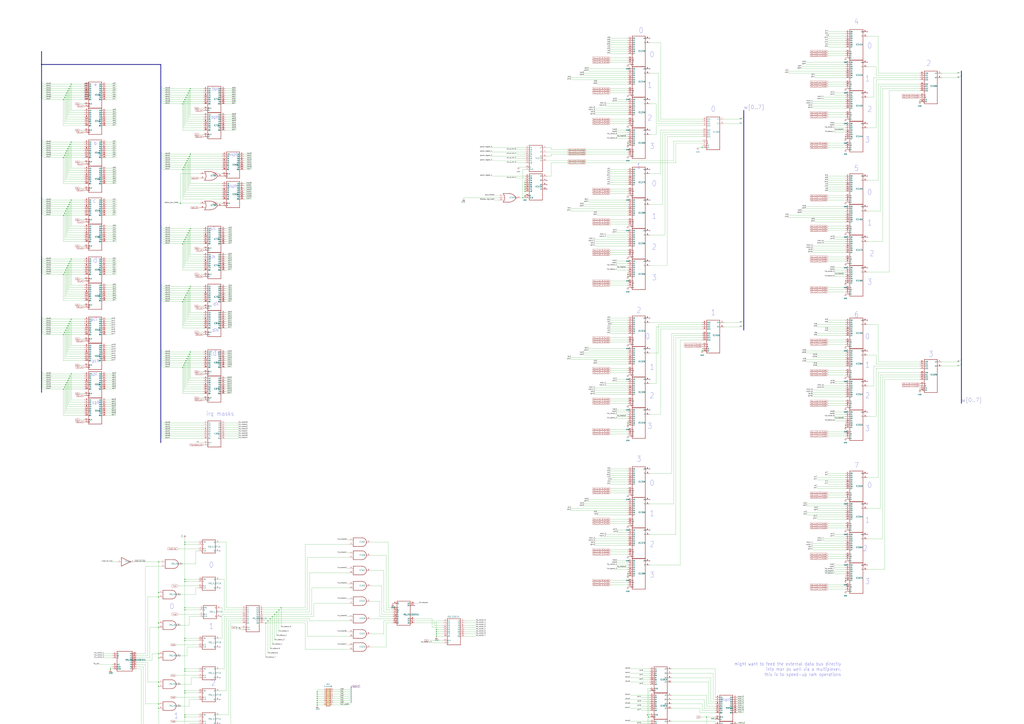
<source format=kicad_sch>
(kicad_sch (version 20231120) (generator "eeschema") (generator_version "8.0")
  (paper "A0")
  (junction (at 74.93 180.34))
  (junction (at 331.47 1141.73))
  (junction (at 48.26 74.93))
  (junction (at 318.77 1106.17))
  (junction (at 214.63 779.78))
  (junction (at 506.73 734.06))
  (junction (at 323.85 1136.65))
  (junction (at 118.11 1159.51))
  (junction (at 435.61 1164.59))
  (junction (at 184.15 693.42))
  (junction (at 118.11 1123.95))
  (junction (at 209.55 1207.77))
  (junction (at 728.98 318.77))
  (junction (at 506.73 731.52))
  (junction (at 184.15 797.56))
  (junction (at 349.25 1159.51))
  (junction (at 257.81 1184.91))
  (junction (at 252.73 1189.99))
  (junction (at 506.73 736.6))
  (junction (at 214.63 802.64))
  (junction (at 128.27 777.24))
  (junction (at 184.15 848.36))
  (junction (at 214.63 744.22))
  (junction (at 214.63 805.18))
  (junction (at 339.09 1149.35))
  (junction (at 359.41 1164.59))
  (junction (at 118.11 1088.39))
  (junction (at 76.2 177.8))
  (junction (at 283.21 1129.03))
  (junction (at 118.11 1141.73))
  (junction (at 81.28 436.88))
  (junction (at 316.23 1263.65))
  (junction (at 981.71 494.03))
  (junction (at 214.63 858.52))
  (junction (at 78.74 240.03))
  (junction (at 215.9 189.23))
  (junction (at 80.01 237.49))
  (junction (at 212.09 196.85))
  (junction (at 247.65 1195.07))
  (junction (at 77.47 311.15))
  (junction (at 184.15 822.96))
  (junction (at 753.11 833.12))
  (junction (at 368.3 816.61))
  (junction (at 820.42 1062.99))
  (junction (at 1068.07 453.39))
  (junction (at 77.47 381))
  (junction (at 214.63 706.12))
  (junction (at 76.2 110.49))
  (junction (at 215.9 342.9))
  (junction (at 260.35 1182.37))
  (junction (at 76.2 245.11))
  (junction (at 828.04 1055.37))
  (junction (at 215.9 275.59))
  (junction (at 218.44 107.95))
  (junction (at 751.84 891.54))
  (junction (at 214.63 191.77))
  (junction (at 609.6 227.33))
  (junction (at 308.61 723.9))
  (junction (at 815.34 407.67))
  (junction (at 316.23 1299.21))
  (junction (at 835.66 1047.75))
  (junction (at 751.84 861.06))
  (junction (at 728.98 669.29))
  (junction (at 220.98 179.07))
  (junction (at 981.71 326.39))
  (junction (at 74.93 316.23))
  (junction (at 78.74 105.41))
  (junction (at 73.66 182.88))
  (junction (at 607.06 229.87))
  (junction (at 77.47 107.95))
  (junction (at 76.2 447.04))
  (junction (at 981.71 158.75))
  (junction (at 218.44 270.51))
  (junction (at 435.61 1187.45))
  (junction (at 316.23 716.28))
  (junction (at 728.98 666.75))
  (junction (at 698.5 1054.1))
  (junction (at 728.98 321.31))
  (junction (at 609.6 222.25))
  (junction (at 209.55 1167.13))
  (junction (at 311.15 721.36))
  (junction (at 220.98 102.87))
  (junction (at 184.15 759.46))
  (junction (at 81.28 234.95))
  (junction (at 76.2 383.54))
  (junction (at 74.93 386.08))
  (junction (at 209.55 1141.73))
  (junction (at 82.55 165.1))
  (junction (at 219.71 335.28))
  (junction (at 184.15 688.34))
  (junction (at 215.9 419.1))
  (junction (at 78.74 172.72))
  (junction (at 82.55 370.84))
  (junction (at 209.55 1162.05))
  (junction (at 219.71 267.97))
  (junction (at 118.11 1177.29))
  (junction (at 609.6 212.09))
  (junction (at 242.57 1200.15))
  (junction (at 80.01 170.18))
  (junction (at 73.66 318.77))
  (junction (at 728.98 166.37))
  (junction (at 209.55 236.22))
  (junction (at 214.63 632.46))
  (junction (at 212.09 426.72))
  (junction (at 199.39 1156.97))
  (junction (at 316.23 1281.43))
  (junction (at 209.55 1136.65))
  (junction (at 820.42 833.12))
  (junction (at 214.63 629.92))
  (junction (at 981.71 674.37))
  (junction (at 753.11 894.08))
  (junction (at 435.61 1177.29))
  (junction (at 981.71 671.83))
  (junction (at 184.15 792.48))
  (junction (at 213.36 347.98))
  (junction (at 245.11 1197.61))
  (junction (at 368.3 814.07))
  (junction (at 344.17 1154.43))
  (junction (at 213.36 118.11))
  (junction (at 728.98 491.49))
  (junction (at 73.66 250.19))
  (junction (at 209.55 1154.43))
  (junction (at 753.11 863.6))
  (junction (at 937.26 1070.61))
  (junction (at 209.55 1146.81))
  (junction (at 81.28 100.33))
  (junction (at 318.77 1131.57))
  (junction (at 275.59 1136.65))
  (junction (at 316.23 1101.09))
  (junction (at 265.43 1146.81))
  (junction (at 78.74 308.61))
  (junction (at 214.63 777.24))
  (junction (at 354.33 1197.61))
  (junction (at 74.93 247.65))
  (junction (at 77.47 175.26))
  (junction (at 214.63 345.44))
  (junction (at 118.11 1106.17))
  (junction (at 220.98 332.74))
  (junction (at 435.61 1156.97))
  (junction (at 316.23 1129.03))
  (junction (at 981.71 328.93))
  (junction (at 214.63 830.58))
  (junction (at 209.55 1172.21))
  (junction (at 267.97 1144.27))
  (junction (at 199.39 1187.45))
  (junction (at 184.15 853.44))
  (junction (at 184.15 723.9))
  (junction (at 82.55 434.34))
  (junction (at 184.15 652.78))
  (junction (at 73.66 388.62))
  (junction (at 351.79 1225.55))
  (junction (at 435.61 1182.37))
  (junction (at 217.17 273.05))
  (junction (at 321.31 1111.25))
  (junction (at 336.55 1146.81))
  (junction (at 213.36 424.18))
  (junction (at 435.61 1151.89))
  (junction (at 213.36 280.67))
  (junction (at 217.17 340.36))
  (junction (at 215.9 113.03))
  (junction (at 334.01 1144.27))
  (junction (at 82.55 232.41))
  (junction (at 1068.07 118.11))
  (junction (at 214.63 421.64))
  (junction (at 368.3 819.15))
  (junction (at 199.39 1217.93))
  (junction (at 214.63 675.64))
  (junction (at 220.98 408.94))
  (junction (at 728.98 168.91))
  (junction (at 220.98 265.43))
  (junction (at 212.09 283.21))
  (junction (at 368.3 803.91))
  (junction (at 435.61 1172.21))
  (junction (at 184.15 876.3))
  (junction (at 326.39 706.12))
  (junction (at 351.79 1263.65))
  (junction (at 78.74 441.96))
  (junction (at 73.66 452.12))
  (junction (at 209.55 1184.91))
  (junction (at 184.15 764.54))
  (junction (at 74.93 113.03))
  (junction (at 318.77 713.74))
  (junction (at 80.01 439.42))
  (junction (at 321.31 711.2))
  (junction (at 326.39 1121.41))
  (junction (at 218.44 414.02))
  (junction (at 273.05 1139.19))
  (junction (at 250.19 1192.53))
  (junction (at 341.63 1151.89))
  (junction (at 74.93 449.58))
  (junction (at 218.44 184.15))
  (junction (at 368.3 806.45))
  (junction (at 213.36 194.31))
  (junction (at 359.41 1217.93))
  (junction (at 217.17 186.69))
  (junction (at 212.09 120.65))
  (junction (at 728.98 494.03))
  (junction (at 313.69 718.82))
  (junction (at 80.01 306.07))
  (junction (at 368.3 808.99))
  (junction (at 278.13 1134.11))
  (junction (at 730.25 994.41))
  (junction (at 825.5 1057.91))
  (junction (at 839.47 1068.07))
  (junction (at 217.17 416.56))
  (junction (at 214.63 278.13))
  (junction (at 113.03 1169.67))
  (junction (at 73.66 115.57))
  (junction (at 427.99 1197.61))
  (junction (at 751.84 830.58))
  (junction (at 81.28 303.53))
  (junction (at 219.71 411.48))
  (junction (at 981.71 161.29))
  (junction (at 323.85 708.66))
  (junction (at 214.63 741.68))
  (junction (at 323.85 1116.33))
  (junction (at 321.31 1134.11))
  (junction (at 217.17 110.49))
  (junction (at 280.67 1131.57))
  (junction (at 830.58 1052.83))
  (junction (at 981.71 496.57))
  (junction (at 255.27 1187.45))
  (junction (at 218.44 337.82))
  (junction (at 833.12 1050.29))
  (junction (at 214.63 708.66))
  (junction (at 81.28 167.64))
  (junction (at 838.2 1045.21))
  (junction (at 609.6 214.63))
  (junction (at 77.47 444.5))
  (junction (at 270.51 1141.73))
  (junction (at 346.71 1156.97))
  (junction (at 80.01 102.87))
  (junction (at 184.15 728.98))
  (junction (at 201.93 1177.29))
  (junction (at 76.2 313.69))
  (junction (at 214.63 833.12))
  (junction (at 219.71 181.61))
  (junction (at 77.47 242.57))
  (junction (at 435.61 1146.81))
  (junction (at 815.34 171.45))
  (junction (at 326.39 1139.19))
  (junction (at 209.55 1215.39))
  (junction (at 609.6 217.17))
  (junction (at 81.28 373.38))
  (junction (at 506.73 739.14))
  (junction (at 214.63 115.57))
  (junction (at 214.63 673.1))
  (junction (at 609.6 219.71))
  (junction (at 212.09 350.52))
  (junction (at 113.03 1172.21))
  (junction (at 82.55 300.99))
  (junction (at 209.55 1202.69))
  (junction (at 201.93 1192.53))
  (junction (at 368.3 811.53))
  (junction (at 754.38 1052.83))
  (junction (at 82.55 97.79))
  (junction (at 184.15 817.88))
  (junction (at 80.01 375.92))
  (junction (at 822.96 1060.45))
  (junction (at 78.74 378.46))
  (junction (at 219.71 105.41))
  (no_connect (at 754.38 544.83))
  (no_connect (at 1007.11 585.47))
  (no_connect (at 1007.11 549.91))
  (no_connect (at 256.54 716.28))
  (no_connect (at 255.27 751.84))
  (no_connect (at 481.33 703.58))
  (no_connect (at 754.38 267.97))
  (no_connect (at 255.27 868.68))
  (no_connect (at 754.38 476.25))
  (no_connect (at 255.27 787.4))
  (no_connect (at 1007.11 621.03))
  (no_connect (at 754.38 440.69))
  (no_connect (at 1007.11 36.83))
  (no_connect (at 255.27 683.26))
  (no_connect (at 754.38 303.53))
  (no_connect (at 1007.11 407.67))
  (no_connect (at 754.38 44.45))
  (no_connect (at 1007.11 143.51))
  (no_connect (at 1007.11 240.03))
  (no_connect (at 635 209.55))
  (no_connect (at 255.27 840.74))
  (no_connect (at 754.38 651.51))
  (no_connect (at 635 219.71))
  (no_connect (at 87.63 1169.67))
  (no_connect (at 754.38 232.41))
  (no_connect (at 754.38 405.13))
  (no_connect (at 754.38 369.57))
  (no_connect (at 1007.11 443.23))
  (no_connect (at 635 214.63))
  (no_connect (at 87.63 1172.21))
  (no_connect (at 171.45 1202.69))
  (no_connect (at 754.38 115.57))
  (no_connect (at 754.38 196.85))
  (no_connect (at 255.27 812.8))
  (no_connect (at 1007.11 478.79))
  (no_connect (at 1007.11 72.39))
  (no_connect (at 1007.11 204.47))
  (no_connect (at 1007.11 311.15))
  (no_connect (at 754.38 80.01))
  (no_connect (at 754.38 151.13))
  (no_connect (at 1007.11 107.95))
  (no_connect (at 255.27 640.08))
  (no_connect (at 754.38 615.95))
  (no_connect (at 1007.11 275.59))
  (no_connect (at 754.38 580.39))
  (no_connect (at 1007.11 372.11))
  (no_connect (at 87.63 1167.13))
  (no_connect (at 1007.11 656.59))
  (no_connect (at 171.45 1207.77))
  (bus_entry (at 186.69 280.67) (size 2.54 2.54))
  (bus_entry (at 48.26 245.11) (size 2.54 2.54))
  (bus_entry (at 506.73 1164.59) (size -2.54 2.54))
  (bus_entry (at 736.6 994.41) (size 2.54 2.54))
  (bus_entry (at 48.26 167.64) (size 2.54 2.54))
  (bus_entry (at 48.26 316.23) (size 2.54 2.54))
  (bus_entry (at 62.23 1149.35) (size 2.54 2.54))
  (bus_entry (at 701.04 1037.59) (size -2.54 -2.54))
  (bus_entry (at 64.77 1113.79) (size -2.54 -2.54))
  (bus_entry (at 1000.76 1055.37) (size 2.54 -2.54))
  (bus_entry (at 186.69 488.95) (size 2.54 2.54))
  (bus_entry (at 64.77 1062.99) (size -2.54 -2.54))
  (bus_entry (at 186.69 194.31) (size 2.54 2.54))
  (bus_entry (at 186.69 335.28) (size 2.54 2.54))
  (bus_entry (at 48.26 247.65) (size 2.54 2.54))
  (bus_entry (at 186.69 408.94) (size 2.54 2.54))
  (bus_entry (at 186.69 411.48) (size 2.54 2.54))
  (bus_entry (at 1000.76 1014.73) (size 2.54 -2.54))
  (bus_entry (at 407.67 814.07) (size -2.54 2.54))
  (bus_entry (at 186.69 105.41) (size 2.54 2.54))
  (bus_entry (at 64.77 1146.81) (size -2.54 -2.54))
  (bus_entry (at 48.26 383.54) (size 2.54 2.54))
  (bus_entry (at 48.26 386.08) (size 2.54 2.54))
  (bus_entry (at 48.26 232.41) (size 2.54 2.54))
  (bus_entry (at 186.69 181.61) (size 2.54 2.54))
  (bus_entry (at 407.67 808.99) (size -2.54 2.54))
  (bus_entry (at 186.69 265.43) (size 2.54 2.54))
  (bus_entry (at 48.26 308.61) (size 2.54 2.54))
  (bus_entry (at 62.23 1162.05) (size 2.54 2.54))
  (bus_entry (at 186.69 262.89) (size 2.54 2.54))
  (bus_entry (at 186.69 491.49) (size 2.54 2.54))
  (bus_entry (at 186.69 499.11) (size 2.54 2.54))
  (bus_entry (at 186.69 107.95) (size 2.54 2.54))
  (bus_entry (at 48.26 165.1) (size 2.54 2.54))
  (bus_entry (at 48.26 237.49) (size 2.54 2.54))
  (bus_entry (at 186.69 118.11) (size 2.54 2.54))
  (bus_entry (at 48.26 234.95) (size 2.54 2.54))
  (bus_entry (at 723.9 994.41) (size 2.54 2.54))
  (bus_entry (at 64.77 1111.25) (size -2.54 -2.54))
  (bus_entry (at 186.69 102.87) (size 2.54 2.54))
  (bus_entry (at 64.77 1075.69) (size -2.54 -2.54))
  (bus_entry (at 48.26 436.88) (size 2.54 2.54))
  (bus_entry (at 186.69 406.4) (size 2.54 2.54))
  (bus_entry (at 1000.76 1050.29) (size 2.54 -2.54))
  (bus_entry (at 48.26 107.95) (size 2.54 2.54))
  (bus_entry (at 186.69 115.57) (size 2.54 2.54))
  (bus_entry (at 701.04 1068.07) (size -2.54 -2.54))
  (bus_entry (at 48.26 303.53) (size 2.54 2.54))
  (bus_entry (at 64.77 1101.09) (size -2.54 -2.54))
  (bus_entry (at 186.69 337.82) (size 2.54 2.54))
  (bus_entry (at 64.77 1080.77) (size -2.54 -2.54))
  (bus_entry (at 861.06 374.65) (size 2.54 -2.54))
  (bus_entry (at 186.69 332.74) (size 2.54 2.54))
  (bus_entry (at 186.69 273.05) (size 2.54 2.54))
  (bus_entry (at 726.44 994.41) (size 2.54 2.54))
  (bus_entry (at 48.26 240.03) (size 2.54 2.54))
  (bus_entry (at 186.69 421.64) (size 2.54 2.54))
  (bus_entry (at 506.73 1154.43) (size -2.54 2.54))
  (bus_entry (at 1000.76 1024.89) (size 2.54 -2.54))
  (bus_entry (at 48.26 378.46) (size 2.54 2.54))
  (bus_entry (at 407.67 816.61) (size -2.54 2.54))
  (bus_entry (at 48.26 370.84) (size 2.54 2.54))
  (bus_entry (at 506.73 1159.51) (size -2.54 2.54))
  (bus_entry (at 48.26 102.87) (size 2.54 2.54))
  (bus_entry (at 721.36 994.41) (size 2.54 2.54))
  (bus_entry (at 698.5 1029.97) (size 2.54 2.54))
  (bus_entry (at 48.26 95.25) (size 2.54 2.54))
  (bus_entry (at 48.26 306.07) (size 2.54 2.54))
  (bus_entry (at 48.26 162.56) (size 2.54 2.54))
  (bus_entry (at 64.77 1134.11) (size -2.54 -2.54))
  (bus_entry (at 186.69 345.44) (size 2.54 2.54))
  (bus_entry (at 64.77 1096.01) (size -2.54 -2.54))
  (bus_entry (at 701.04 1062.99) (size -2.54 -2.54))
  (bus_entry (at 186.69 506.73) (size 2.54 2.54))
  (bus_entry (at 186.69 278.13) (size 2.54 2.54))
  (bus_entry (at 728.98 994.41) (size 2.54 2.54))
  (bus_entry (at 64.77 1098.55) (size -2.54 -2.54))
  (bus_entry (at 48.26 97.79) (size 2.54 2.54))
  (bus_entry (at 861.06 138.43) (size 2.54 -2.54))
  (bus_entry (at 734.06 994.41) (size 2.54 2.54))
  (bus_entry (at 186.69 275.59) (size 2.54 2.54))
  (bus_entry (at 1113.79 425.45) (size 2.54 -2.54))
  (bus_entry (at 64.77 1093.47) (size -2.54 -2.54))
  (bus_entry (at 186.69 494.03) (size 2.54 2.54))
  (bus_entry (at 48.26 300.99) (size 2.54 2.54))
  (bus_entry (at 48.26 313.69) (size 2.54 2.54))
  (bus_entry (at 64.77 1136.65) (size -2.54 -2.54))
  (bus_entry (at 48.26 229.87) (size 2.54 2.54))
  (bus_entry (at 701.04 1078.23) (size -2.54 -2.54))
  (bus_entry (at 861.06 143.51) (size 2.54 -2.54))
  (bus_entry (at 186.69 414.02) (size 2.54 2.54))
  (bus_entry (at 407.67 803.91) (size -2.54 2.54))
  (bus_entry (at 186.69 504.19) (size 2.54 2.54))
  (bus_entry (at 407.67 811.53) (size -2.54 2.54))
  (bus_entry (at 1000.76 1060.45) (size 2.54 -2.54))
  (bus_entry (at 64.77 1149.35) (size -2.54 -2.54))
  (bus_entry (at 48.26 441.96) (size 2.54 2.54))
  (bus_entry (at 64.77 1060.45) (size -2.54 -2.54))
  (bus_entry (at 48.26 434.34) (size 2.54 2.54))
  (bus_entry (at 1000.76 1019.81) (size 2.54 -2.54))
  (bus_entry (at 64.77 1057.91) (size -2.54 -2.54))
  (bus_entry (at 48.26 177.8) (size 2.54 2.54))
  (bus_entry (at 186.69 191.77) (size 2.54 2.54))
  (bus_entry (at 1113.79 85.09) (size 2.54 -2.54))
  (bus_entry (at 186.69 496.57) (size 2.54 2.54))
  (bus_entry (at 186.69 342.9) (size 2.54 2.54))
  (bus_entry (at 861.06 379.73) (size 2.54 -2.54))
  (bus_entry (at 48.26 110.49) (size 2.54 2.54))
  (bus_entry (at 48.26 447.04) (size 2.54 2.54))
  (bus_entry (at 1000.76 1045.21) (size 2.54 -2.54))
  (bus_entry (at 506.73 1151.89) (size -2.54 2.54))
  (bus_entry (at 186.69 424.18) (size 2.54 2.54))
  (bus_entry (at 62.23 1151.89) (size 2.54 2.54))
  (bus_entry (at 701.04 1042.67) (size -2.54 -2.54))
  (bus_entry (at 186.69 184.15) (size 2.54 2.54))
  (bus_entry (at 186.69 330.2) (size 2.54 2.54))
  (bus_entry (at 48.26 373.38) (size 2.54 2.54))
  (bus_entry (at 64.77 1065.53) (size -2.54 -2.54))
  (bus_entry (at 407.67 806.45) (size -2.54 2.54))
  (bus_entry (at 64.77 1078.23) (size -2.54 -2.54))
  (bus_entry (at 1000.76 1029.97) (size 2.54 -2.54))
  (bus_entry (at 48.26 375.92) (size 2.54 2.54))
  (bus_entry (at 1113.79 420.37) (size 2.54 -2.54))
  (bus_entry (at 186.69 270.51) (size 2.54 2.54))
  (bus_entry (at 186.69 179.07) (size 2.54 2.54))
  (bus_entry (at 186.69 419.1) (size 2.54 2.54))
  (bus_entry (at 701.04 1047.75) (size -2.54 -2.54))
  (bus_entry (at 186.69 416.56) (size 2.54 2.54))
  (bus_entry (at 48.26 368.3) (size 2.54 2.54))
  (bus_entry (at 506.73 1156.97) (size -2.54 2.54))
  (bus_entry (at 186.69 113.03) (size 2.54 2.54))
  (bus_entry (at 186.69 340.36) (size 2.54 2.54))
  (bus_entry (at 64.77 1116.33) (size -2.54 -2.54))
  (bus_entry (at 407.67 801.37) (size -2.54 2.54))
  (bus_entry (at 64.77 1131.57) (size -2.54 -2.54))
  (bus_entry (at 48.26 100.33) (size 2.54 2.54))
  (bus_entry (at 48.26 444.5) (size 2.54 2.54))
  (bus_entry (at 48.26 298.45) (size 2.54 2.54))
  (bus_entry (at 48.26 439.42) (size 2.54 2.54))
  (bus_entry (at 64.77 1083.31) (size -2.54 -2.54))
  (bus_entry (at 64.77 1118.87) (size -2.54 -2.54))
  (bus_entry (at 48.26 175.26) (size 2.54 2.54))
  (bus_entry (at 186.69 176.53) (size 2.54 2.54))
  (bus_entry (at 48.26 172.72) (size 2.54 2.54))
  (bus_entry (at 48.26 449.58) (size 2.54 2.54))
  (bus_entry (at 506.73 1162.05) (size -2.54 2.54))
  (bus_entry (at 186.69 267.97) (size 2.54 2.54))
  (bus_entry (at 186.69 501.65) (size 2.54 2.54))
  (bus_entry (at 186.69 110.49) (size 2.54 2.54))
  (bus_entry (at 718.82 994.41) (size 2.54 2.54))
  (bus_entry (at 48.26 105.41) (size 2.54 2.54))
  (bus_entry (at 48.26 170.18) (size 2.54 2.54))
  (bus_entry (at 506.73 1169.67) (size -2.54 2.54))
  (bus_entry (at 48.26 113.03) (size 2.54 2.54))
  (bus_entry (at 407.67 798.83) (size -2.54 2.54))
  (bus_entry (at 64.77 1129.03) (size -2.54 -2.54))
  (bus_entry (at 48.26 431.8) (size 2.54 2.54))
  (bus_entry (at 186.69 186.69) (size 2.54 2.54))
  (bus_entry (at 48.26 381) (size 2.54 2.54))
  (bus_entry (at 731.52 994.41) (size 2.54 2.54))
  (bus_entry (at 186.69 189.23) (size 2.54 2.54))
  (bus_entry (at 48.26 311.15) (size 2.54 2.54))
  (bus_entry (at 48.26 180.34) (size 2.54 2.54))
  (bus_entry (at 506.73 1167.13) (size -2.54 2.54))
  (bus_entry (at 186.69 347.98) (size 2.54 2.54))
  (bus_entry (at 48.26 242.57) (size 2.54 2.54))
  (bus_entry (at 186.69 100.33) (size 2.54 2.54))
  (bus_entry (at 701.04 1073.15) (size -2.54 -2.54))
  (bus_entry (at 1113.79 90.17) (size 2.54 -2.54))
  (wire (pts (xy 609.6 186.69) (xy 571.5 186.69)) (stroke (width 0.1524)))
  (wire (pts (xy 50.8 113.03) (xy 74.93 113.03)))
  (wire (pts (xy 981.71 600.71) (xy 948.69 600.71)) (stroke (width 0.1524)))
  (wire (pts (xy 1019.81 420.37) (xy 1068.07 420.37)) (stroke (width 0.1524)))
  (wire (pts (xy 981.71 494.03) (xy 981.71 496.57)))
  (wire (pts (xy 283.21 196.85) (xy 292.1 196.85)) (stroke (width 0.1524)))
  (wire (pts (xy 981.71 204.47) (xy 961.39 204.47)) (stroke (width 0.1524)))
  (wire (pts (xy 80.01 306.07) (xy 97.79 306.07)))
  (wire (pts (xy 123.19 102.87) (xy 135.89 102.87)))
  (wire (pts (xy 123.19 331.47) (xy 135.89 331.47)))
  (wire (pts (xy 92.71 255.27) (xy 97.79 255.27)))
  (wire (pts (xy 728.98 232.41) (xy 683.26 232.41)) (stroke (width 0.1524)))
  (wire (pts (xy 891.54 1060.45) (xy 891.54 1032.51)) (stroke (width 0.1524)))
  (wire (pts (xy 886.46 1065.53) (xy 886.46 1062.99)) (stroke (width 0.1524)))
  (wire (pts (xy 196.85 1217.93) (xy 199.39 1217.93)) (stroke (width 0.1524)))
  (wire (pts (xy 134.62 469.9) (xy 133.35 469.9)))
  (wire (pts (xy 50.8 250.19) (xy 73.66 250.19)))
  (wire (pts (xy 754.38 792.48) (xy 731.52 792.48)) (stroke (width 0.1524)))
  (wire (pts (xy 1068.07 425.45) (xy 1014.73 425.45)) (stroke (width 0.1524)))
  (wire (pts (xy 728.98 118.11) (xy 716.28 118.11)) (stroke (width 0.1524)))
  (wire (pts (xy 308.61 723.9) (xy 306.07 723.9)) (stroke (width 0.1524)))
  (wire (pts (xy 501.65 718.82) (xy 481.33 718.82)) (stroke (width 0.1524)))
  (bus (pts (xy 1003.3 1052.83) (xy 1003.3 1057.91)) (stroke (width 0.762)))
  (wire (pts (xy 640.08 179.07) (xy 728.98 179.07)) (stroke (width 0.1524)))
  (wire (pts (xy 78.74 240.03) (xy 97.79 240.03)))
  (wire (pts (xy 113.03 1164.59) (xy 143.51 1164.59)) (stroke (width 0.1524)))
  (wire (pts (xy 481.33 701.04) (xy 486.41 701.04)) (stroke (width 0.1524)))
  (wire (pts (xy 118.11 1088.39) (xy 113.03 1088.39)) (stroke (width 0.1524)))
  (wire (pts (xy 123.19 143.51) (xy 135.89 143.51)))
  (wire (pts (xy 214.63 624.84) (xy 214.63 629.92)) (stroke (width 0.1524)))
  (wire (pts (xy 981.71 39.37) (xy 961.39 39.37)) (stroke (width 0.1524)))
  (wire (pts (xy 81.28 403.86) (xy 81.28 373.38)))
  (wire (pts (xy 323.85 708.66) (xy 306.07 708.66)) (stroke (width 0.1524)))
  (wire (pts (xy 981.71 417.83) (xy 935.99 417.83)) (stroke (width 0.1524)))
  (wire (pts (xy 171.45 769.62) (xy 158.75 769.62)) (stroke (width 0.1524)))
  (wire (pts (xy 840.74 1017.27) (xy 835.66 1017.27)) (stroke (width 0.1524)))
  (wire (pts (xy 158.75 764.54) (xy 173.99 764.54)) (stroke (width 0.1524)))
  (wire (pts (xy 981.71 443.23) (xy 969.01 443.23)) (stroke (width 0.1524)))
  (wire (pts (xy 261.62 342.9) (xy 269.24 342.9)) (stroke (width 0.1524)))
  (wire (pts (xy 762 445.77) (xy 754.38 445.77)) (stroke (width 0.1524)))
  (wire (pts (xy 173.99 728.98) (xy 173.99 764.54)) (stroke (width 0.1524)))
  (wire (pts (xy 123.19 115.57) (xy 135.89 115.57)))
  (wire (pts (xy 189.23 424.18) (xy 213.36 424.18)))
  (wire (pts (xy 214.63 861.06) (xy 229.87 861.06)) (stroke (width 0.1524)))
  (wire (pts (xy 981.71 80.01) (xy 930.91 80.01)) (stroke (width 0.1524)))
  (wire (pts (xy 219.71 215.9) (xy 257.81 215.9)))
  (wire (pts (xy 981.71 207.01) (xy 961.39 207.01)) (stroke (width 0.1524)))
  (wire (pts (xy 981.71 560.07) (xy 961.39 560.07)) (stroke (width 0.1524)))
  (wire (pts (xy 250.19 1192.53) (xy 285.75 1192.53)) (stroke (width 0.1524)))
  (wire (pts (xy 236.22 140.97) (xy 217.17 140.97)))
  (wire (pts (xy 981.71 621.03) (xy 969.01 621.03)) (stroke (width 0.1524)))
  (wire (pts (xy 74.93 247.65) (xy 97.79 247.65)))
  (wire (pts (xy 212.09 313.69) (xy 212.09 283.21)))
  (wire (pts (xy 425.45 1154.43) (xy 450.85 1154.43)) (stroke (width 0.1524)))
  (wire (pts (xy 1027.43 440.69) (xy 1027.43 661.67)) (stroke (width 0.1524)))
  (wire (pts (xy 123.19 467.36) (xy 134.62 467.36)) (stroke (width 0.1524)))
  (wire (pts (xy 220.98 102.87) (xy 236.22 102.87)))
  (wire (pts (xy 261.62 408.94) (xy 269.24 408.94)) (stroke (width 0.1524)))
  (wire (pts (xy 215.9 419.1) (xy 236.22 419.1)))
  (wire (pts (xy 76.2 110.49) (xy 97.79 110.49)))
  (wire (pts (xy 316.23 1129.03) (xy 313.69 1129.03)) (stroke (width 0.1524)))
  (wire (pts (xy 283.21 191.77) (xy 292.1 191.77)) (stroke (width 0.1524)))
  (wire (pts (xy 189.23 342.9) (xy 215.9 342.9)))
  (wire (pts (xy 855.98 853.44) (xy 864.87 853.44)) (stroke (width 0.1524)))
  (wire (pts (xy 981.71 146.05) (xy 969.01 146.05)) (stroke (width 0.1524)))
  (wire (pts (xy 214.63 278.13) (xy 236.22 278.13)))
  (wire (pts (xy 113.03 1065.53) (xy 212.09 1065.53)) (stroke (width 0.1524)))
  (bus (pts (xy 48.26 234.95) (xy 48.26 237.49)) (stroke (width 0.762)))
  (wire (pts (xy 189.23 335.28) (xy 219.71 335.28)))
  (wire (pts (xy 779.78 817.88) (xy 815.34 817.88)) (stroke (width 0.1524)))
  (wire (pts (xy 214.63 452.12) (xy 214.63 421.64)))
  (wire (pts (xy 76.2 177.8) (xy 97.79 177.8)))
  (wire (pts (xy 972.82 1055.37) (xy 1000.76 1055.37)) (stroke (width 0.1524)))
  (wire (pts (xy 728.98 372.11) (xy 708.66 372.11)) (stroke (width 0.1524)))
  (wire (pts (xy 217.17 273.05) (xy 236.22 273.05)))
  (wire (pts (xy 113.03 1131.57) (xy 161.29 1131.57)) (stroke (width 0.1524)))
  (wire (pts (xy 229.87 787.4) (xy 222.25 787.4)) (stroke (width 0.1524)))
  (wire (pts (xy 285.75 1294.13) (xy 252.73 1294.13)) (stroke (width 0.1524)))
  (wire (pts (xy 635 171.45) (xy 640.08 171.45)) (stroke (width 0.1524)))
  (wire (pts (xy 405.13 739.14) (xy 356.87 739.14)) (stroke (width 0.1524)))
  (wire (pts (xy 50.8 232.41) (xy 82.55 232.41)))
  (bus (pts (xy 1116.33 82.55) (xy 1116.33 87.63)) (stroke (width 0.762)))
  (wire (pts (xy 229.87 680.72) (xy 207.01 680.72)) (stroke (width 0.1524)))
  (wire (pts (xy 754.38 820.42) (xy 744.22 820.42)) (stroke (width 0.1524)))
  (wire (pts (xy 196.85 1101.09) (xy 316.23 1101.09)) (stroke (width 0.1524)))
  (wire (pts (xy 261.62 120.65) (xy 274.32 120.65)))
  (bus (pts (xy 186.69 270.51) (xy 186.69 273.05)) (stroke (width 0.762)))
  (bus (pts (xy 698.5 1054.1) (xy 698.5 1055.37)))
  (wire (pts (xy 257.81 711.2) (xy 280.67 711.2)) (stroke (width 0.1524)))
  (wire (pts (xy 728.98 384.81) (xy 708.66 384.81)) (stroke (width 0.1524)))
  (wire (pts (xy 609.6 171.45) (xy 571.5 171.45)) (stroke (width 0.1524)))
  (wire (pts (xy 514.35 746.76) (xy 501.65 746.76)) (stroke (width 0.1524)))
  (wire (pts (xy 201.93 1192.53) (xy 201.93 1197.61)) (stroke (width 0.1524)))
  (wire (pts (xy 817.88 812.8) (xy 817.88 822.96)) (stroke (width 0.1524)))
  (wire (pts (xy 326.39 1121.41) (xy 334.01 1121.41)) (stroke (width 0.1524)))
  (wire (pts (xy 736.6 1035.05) (xy 736.6 996.95)) (stroke (width 0.1524)))
  (wire (pts (xy 236.22 514.35) (xy 231.14 514.35)) (stroke (width 0.1524)))
  (wire (pts (xy 64.77 1080.77) (xy 87.63 1080.77)) (stroke (width 0.1524)))
  (wire (pts (xy 81.28 130.81) (xy 81.28 100.33)))
  (wire (pts (xy 815.34 389.89) (xy 782.32 389.89)) (stroke (width 0.1524)))
  (wire (pts (xy 981.71 603.25) (xy 948.69 603.25)) (stroke (width 0.1524)))
  (wire (pts (xy 833.12 1019.81) (xy 833.12 1050.29)) (stroke (width 0.1524)))
  (wire (pts (xy 753.11 863.6) (xy 754.38 863.6)))
  (wire (pts (xy 728.98 488.95) (xy 728.98 491.49)))
  (wire (pts (xy 840.74 379.73) (xy 861.06 379.73)) (stroke (width 0.1524)))
  (wire (pts (xy 245.11 1197.61) (xy 285.75 1197.61)) (stroke (width 0.1524)))
  (wire (pts (xy 50.8 306.07) (xy 80.01 306.07)))
  (wire (pts (xy 445.77 662.94) (xy 430.53 662.94)) (stroke (width 0.1524)))
  (wire (pts (xy 728.98 245.11) (xy 662.94 245.11)) (stroke (width 0.1524)))
  (wire (pts (xy 440.69 1164.59) (xy 435.61 1164.59)) (stroke (width 0.1524)))
  (wire (pts (xy 899.16 1024.89) (xy 866.14 1024.89)) (stroke (width 0.1524)))
  (wire (pts (xy 455.93 1189.99) (xy 455.93 1172.21)) (stroke (width 0.1524)))
  (wire (pts (xy 229.87 777.24) (xy 214.63 777.24)) (stroke (width 0.1524)))
  (bus (pts (xy 506.73 1151.89) (xy 506.73 1154.43)) (stroke (width 0.762)))
  (wire (pts (xy 50.8 242.57) (xy 77.47 242.57)))
  (wire (pts (xy 830.58 863.6) (xy 820.42 863.6)))
  (wire (pts (xy 97.79 339.09) (xy 78.74 339.09)))
  (wire (pts (xy 981.71 481.33) (xy 969.01 481.33)) (stroke (width 0.1524)))
  (bus (pts (xy 62.23 1098.55) (xy 62.23 1096.01)) (stroke (width 0.762)))
  (wire (pts (xy 50.8 303.53) (xy 81.28 303.53)))
  (wire (pts (xy 344.17 1207.77) (xy 344.17 1154.43)) (stroke (width 0.1524)))
  (wire (pts (xy 354.33 706.12) (xy 354.33 632.46)) (stroke (width 0.1524)))
  (wire (pts (xy 552.45 726.44) (xy 539.75 726.44)) (stroke (width 0.1524)))
  (wire (pts (xy 405.13 716.28) (xy 402.59 716.28)) (stroke (width 0.1524)))
  (wire (pts (xy 1068.07 97.79) (xy 1019.81 97.79)) (stroke (width 0.1524)))
  (wire (pts (xy 708.66 608.33) (xy 728.98 608.33)) (stroke (width 0.1524)))
  (wire (pts (xy 349.25 1159.51) (xy 384.81 1159.51)) (stroke (width 0.1524)))
  (wire (pts (xy 506.73 736.6) (xy 506.73 739.14)) (stroke (width 0.1524)))
  (wire (pts (xy 129.54 416.56) (xy 123.19 416.56)))
  (wire (pts (xy 257.81 706.12) (xy 256.54 706.12)) (stroke (width 0.1524)))
  (wire (pts (xy 97.79 341.63) (xy 77.47 341.63)))
  (wire (pts (xy 176.53 767.08) (xy 158.75 767.08)) (stroke (width 0.1524)))
  (wire (pts (xy 728.98 166.37) (xy 728.98 168.91)))
  (wire (pts (xy 196.85 1205.23) (xy 219.71 1205.23)) (stroke (width 0.1524)))
  (wire (pts (xy 728.98 445.77) (xy 703.58 445.77)) (stroke (width 0.1524)))
  (wire (pts (xy 779.78 838.2) (xy 830.58 838.2)) (stroke (width 0.1524)))
  (bus (pts (xy 62.23 1096.01) (xy 62.23 1093.47)) (stroke (width 0.762)))
  (wire (pts (xy 1007.11 245.11) (xy 1022.35 245.11)) (stroke (width 0.1524)))
  (wire (pts (xy 218.44 270.51) (xy 236.22 270.51)))
  (wire (pts (xy 754.38 795.02) (xy 746.76 795.02)) (stroke (width 0.1524)))
  (wire (pts (xy 455.93 1144.27) (xy 455.93 1154.43)) (stroke (width 0.1524)))
  (wire (pts (xy 753.11 894.08) (xy 754.38 894.08)))
  (wire (pts (xy 50.8 439.42) (xy 80.01 439.42)))
  (wire (pts (xy 260.35 708.66) (xy 280.67 708.66)) (stroke (width 0.1524)))
  (wire (pts (xy 97.79 477.52) (xy 76.2 477.52)))
  (wire (pts (xy 405.13 627.38) (xy 402.59 627.38)) (stroke (width 0.1524)))
  (wire (pts (xy 708.66 219.71) (xy 728.98 219.71)) (stroke (width 0.1524)))
  (wire (pts (xy 435.61 1151.89) (xy 435.61 1156.97)) (stroke (width 0.1524)))
  (wire (pts (xy 728.98 374.65) (xy 708.66 374.65)) (stroke (width 0.1524)))
  (bus (pts (xy 62.23 1111.25) (xy 62.23 1108.71)) (stroke (width 0.762)))
  (wire (pts (xy 215.9 113.03) (xy 236.22 113.03)))
  (bus (pts (xy 48.26 383.54) (xy 48.26 386.08)) (stroke (width 0.762)))
  (wire (pts (xy 316.23 716.28) (xy 306.07 716.28)) (stroke (width 0.1524)))
  (wire (pts (xy 214.63 1195.07) (xy 214.63 1192.53)) (stroke (width 0.1524)))
  (wire (pts (xy 311.15 759.46) (xy 311.15 721.36)) (stroke (width 0.1524)))
  (wire (pts (xy 214.63 833.12) (xy 229.87 833.12)) (stroke (width 0.1524)))
  (wire (pts (xy 261.62 273.05) (xy 269.24 273.05)) (stroke (width 0.1524)))
  (wire (pts (xy 261.62 494.03) (xy 276.86 494.03)) (stroke (width 0.1524)))
  (wire (pts (xy 214.63 741.68) (xy 214.63 744.22)) (stroke (width 0.1524)))
  (wire (pts (xy 450.85 629.92) (xy 430.53 629.92)) (stroke (width 0.1524)))
  (wire (pts (xy 217.17 186.69) (xy 257.81 186.69)))
  (wire (pts (xy 146.05 1192.53) (xy 171.45 1192.53)) (stroke (width 0.1524)))
  (wire (pts (xy 779.78 883.92) (xy 797.56 883.92)) (stroke (width 0.1524)))
  (wire (pts (xy 236.22 375.92) (xy 214.63 375.92)))
  (wire (pts (xy 138.43 1111.25) (xy 171.45 1111.25)) (stroke (width 0.1524)))
  (bus (pts (xy 186.69 488.95) (xy 186.69 491.49)) (stroke (width 0.762)))
  (wire (pts (xy 825.5 1057.91) (xy 787.4 1057.91)) (stroke (width 0.1524)))
  (bus (pts (xy 698.5 1029.97) (xy 698.5 1035.05)) (stroke (width 0.762)))
  (wire (pts (xy 708.66 504.19) (xy 728.98 504.19)) (stroke (width 0.1524)))
  (wire (pts (xy 961.39 267.97) (xy 981.71 267.97)) (stroke (width 0.1524)))
  (wire (pts (xy 231.14 156.21) (xy 236.22 156.21)))
  (wire (pts (xy 113.03 1101.09) (xy 171.45 1101.09)) (stroke (width 0.1524)))
  (bus (pts (xy 698.5 1035.05) (xy 698.5 1040.13)) (stroke (width 0.762)))
  (wire (pts (xy 326.39 1192.53) (xy 326.39 1139.19)) (stroke (width 0.1524)))
  (wire (pts (xy 368.3 811.53) (xy 368.3 814.07)) (stroke (width 0.1524)))
  (wire (pts (xy 326.39 728.98) (xy 326.39 706.12)) (stroke (width 0.1524)))
  (wire (pts (xy 50.8 308.61) (xy 78.74 308.61)))
  (wire (pts (xy 728.98 448.31) (xy 703.58 448.31)) (stroke (width 0.1524)))
  (wire (pts (xy 166.37 774.7) (xy 158.75 774.7)) (stroke (width 0.1524)))
  (wire (pts (xy 82.55 97.79) (xy 97.79 97.79)))
  (wire (pts (xy 772.16 156.21) (xy 772.16 273.05)) (stroke (width 0.1524)))
  (wire (pts (xy 113.03 1167.13) (xy 113.03 1169.67)))
  (wire (pts (xy 896.62 1050.29) (xy 896.62 1027.43)) (stroke (width 0.1524)))
  (wire (pts (xy 331.47 1195.07) (xy 331.47 1141.73)) (stroke (width 0.1524)))
  (wire (pts (xy 156.21 1162.05) (xy 171.45 1162.05)) (stroke (width 0.1524)))
  (wire (pts (xy 754.38 374.65) (xy 815.34 374.65)) (stroke (width 0.1524)))
  (wire (pts (xy 728.98 54.61) (xy 708.66 54.61)) (stroke (width 0.1524)))
  (bus (pts (xy 62.23 1113.79) (xy 62.23 1111.25)) (stroke (width 0.762)))
  (wire (pts (xy 425.45 1146.81) (xy 435.61 1146.81)) (stroke (width 0.1524)))
  (wire (pts (xy 123.19 210.82) (xy 135.89 210.82)))
  (wire (pts (xy 981.71 567.69) (xy 948.69 567.69)) (stroke (width 0.1524)))
  (wire (pts (xy 754.38 784.86) (xy 746.76 784.86)) (stroke (width 0.1524)))
  (wire (pts (xy 92.71 457.2) (xy 97.79 457.2)))
  (bus (pts (xy 48.26 439.42) (xy 48.26 441.96)) (stroke (width 0.762)))
  (bus (pts (xy 731.52 994.41) (xy 734.06 994.41)) (stroke (width 0.762)))
  (wire (pts (xy 753.11 833.12) (xy 753.11 802.64)))
  (wire (pts (xy 734.06 1040.13) (xy 756.92 1040.13)) (stroke (width 0.1524)))
  (wire (pts (xy 311.15 1263.65) (xy 316.23 1263.65)) (stroke (width 0.1524)))
  (bus (pts (xy 48.26 381) (xy 48.26 383.54)) (stroke (width 0.762)))
  (wire (pts (xy 779.78 782.32) (xy 828.04 782.32)) (stroke (width 0.1524)))
  (wire (pts (xy 947.42 1068.07) (xy 933.45 1068.07)) (stroke (width 0.1524)))
  (wire (pts (xy 351.79 1225.55) (xy 313.69 1225.55)) (stroke (width 0.1524)))
  (wire (pts (xy 123.19 275.59) (xy 135.89 275.59)))
  (wire (pts (xy 868.68 1022.35) (xy 901.7 1022.35)) (stroke (width 0.1524)))
  (wire (pts (xy 726.44 1065.53) (xy 756.92 1065.53)) (stroke (width 0.1524)))
  (wire (pts (xy 425.45 1159.51) (xy 448.31 1159.51)) (stroke (width 0.1524)))
  (wire (pts (xy 237.49 1129.03) (xy 283.21 1129.03)) (stroke (width 0.1524)))
  (wire (pts (xy 1022.35 435.61) (xy 1022.35 590.55)) (stroke (width 0.1524)))
  (wire (pts (xy 609.6 181.61) (xy 571.5 181.61)) (stroke (width 0.1524)))
  (wire (pts (xy 506.73 734.06) (xy 506.73 736.6)) (stroke (width 0.1524)))
  (wire (pts (xy 184.15 792.48) (xy 171.45 792.48)) (stroke (width 0.1524)))
  (wire (pts (xy 815.34 158.75) (xy 774.7 158.75)) (stroke (width 0.1524)))
  (wire (pts (xy 163.83 1136.65) (xy 171.45 1136.65)) (stroke (width 0.1524)))
  (bus (pts (xy 186.69 115.57) (xy 186.69 118.11)) (stroke (width 0.762)))
  (wire (pts (xy 76.2 344.17) (xy 76.2 313.69)))
  (bus (pts (xy 1003.3 1057.91) (xy 1003.3 1062.99)) (stroke (width 0.762)))
  (wire (pts (xy 236.22 439.42) (xy 220.98 439.42)))
  (wire (pts (xy 779.78 812.8) (xy 817.88 812.8)) (stroke (width 0.1524)))
  (wire (pts (xy 201.93 1197.61) (xy 196.85 1197.61)) (stroke (width 0.1524)))
  (bus (pts (xy 186.69 345.44) (xy 186.69 347.98)) (stroke (width 0.762)))
  (wire (pts (xy 822.96 817.88) (xy 830.58 817.88)) (stroke (width 0.1524)))
  (wire (pts (xy 981.71 425.45) (xy 948.69 425.45)) (stroke (width 0.1524)))
  (wire (pts (xy 981.71 671.83) (xy 981.71 674.37)))
  (wire (pts (xy 756.92 1047.75) (xy 701.04 1047.75)) (stroke (width 0.1524)))
  (wire (pts (xy 316.23 1101.09) (xy 334.01 1101.09)) (stroke (width 0.1524)))
  (wire (pts (xy 219.71 135.89) (xy 219.71 105.41)))
  (wire (pts (xy 728.98 562.61) (xy 708.66 562.61)) (stroke (width 0.1524)))
  (wire (pts (xy 236.22 135.89) (xy 219.71 135.89)))
  (wire (pts (xy 754.38 782.32) (xy 731.52 782.32)) (stroke (width 0.1524)))
  (wire (pts (xy 189.23 501.65) (xy 236.22 501.65)))
  (wire (pts (xy 196.85 1200.15) (xy 217.17 1200.15)) (stroke (width 0.1524)))
  (wire (pts (xy 981.71 410.21) (xy 935.99 410.21)) (stroke (width 0.1524)))
  (bus (pts (xy 186.69 267.97) (xy 186.69 270.51)) (stroke (width 0.762)))
  (wire (pts (xy 779.78 853.44) (xy 787.4 853.44)) (stroke (width 0.1524)))
  (wire (pts (xy 214.63 375.92) (xy 214.63 345.44)))
  (bus (pts (xy 186.69 414.02) (xy 186.69 416.56)) (stroke (width 0.762)))
  (wire (pts (xy 981.71 453.39) (xy 943.61 453.39)) (stroke (width 0.1524)))
  (wire (pts (xy 640.08 204.47) (xy 640.08 189.23)) (stroke (width 0.1524)))
  (bus (pts (xy 48.26 316.23) (xy 48.26 368.3)) (stroke (width 0.762)))
  (wire (pts (xy 792.48 873.76) (xy 792.48 853.44)) (stroke (width 0.1524)))
  (wire (pts (xy 961.39 608.33) (xy 981.71 608.33)) (stroke (width 0.1524)))
  (wire (pts (xy 728.98 283.21) (xy 690.88 283.21)) (stroke (width 0.1524)))
  (wire (pts (xy 217.17 1131.57) (xy 217.17 1121.41)) (stroke (width 0.1524)))
  (wire (pts (xy 236.22 363.22) (xy 220.98 363.22)))
  (wire (pts (xy 815.34 143.51) (xy 762 143.51)) (stroke (width 0.1524)))
  (wire (pts (xy 218.44 444.5) (xy 218.44 414.02)))
  (wire (pts (xy 184.15 759.46) (xy 176.53 759.46)) (stroke (width 0.1524)))
  (wire (pts (xy 961.39 168.91) (xy 981.71 168.91)) (stroke (width 0.1524)))
  (wire (pts (xy 123.19 208.28) (xy 135.89 208.28)))
  (wire (pts (xy 835.66 1017.27) (xy 835.66 1047.75)) (stroke (width 0.1524)))
  (wire (pts (xy 708.66 397.51) (xy 728.98 397.51)) (stroke (width 0.1524)))
  (bus (pts (xy 698.5 1060.45) (xy 698.5 1065.53)) (stroke (width 0.762)))
  (wire (pts (xy 97.79 403.86) (xy 81.28 403.86)))
  (wire (pts (xy 217.17 447.04) (xy 217.17 416.56)))
  (wire (pts (xy 123.19 175.26) (xy 135.89 175.26)))
  (wire (pts (xy 123.19 318.77) (xy 135.89 318.77)))
  (wire (pts (xy 209.55 1146.81) (xy 209.55 1154.43)) (stroke (width 0.1524)))
  (wire (pts (xy 313.69 1136.65) (xy 323.85 1136.65)) (stroke (width 0.1524)))
  (wire (pts (xy 311.15 1281.43) (xy 316.23 1281.43)) (stroke (width 0.1524)))
  (wire (pts (xy 405.13 660.4) (xy 402.59 660.4)) (stroke (width 0.1524)))
  (wire (pts (xy 728.98 95.25) (xy 693.42 95.25)) (stroke (width 0.1524)))
  (wire (pts (xy 728.98 303.53) (xy 716.28 303.53)) (stroke (width 0.1524)))
  (wire (pts (xy 219.71 181.61) (xy 257.81 181.61)))
  (bus (pts (xy 863.6 140.97) (xy 863.6 372.11)) (stroke (width 0.762)))
  (wire (pts (xy 1007.11 77.47) (xy 1017.27 77.47)) (stroke (width 0.1524)))
  (wire (pts (xy 50.8 434.34) (xy 82.55 434.34)))
  (wire (pts (xy 708.66 138.43) (xy 728.98 138.43)) (stroke (width 0.1524)))
  (wire (pts (xy 425.45 1174.75) (xy 448.31 1174.75)) (stroke (width 0.1524)))
  (wire (pts (xy 261.62 340.36) (xy 269.24 340.36)) (stroke (width 0.1524)))
  (wire (pts (xy 262.89 802.64) (xy 262.89 718.82)) (stroke (width 0.1524)))
  (wire (pts (xy 981.71 377.19) (xy 948.69 377.19)) (stroke (width 0.1524)))
  (wire (pts (xy 97.79 401.32) (xy 82.55 401.32)))
  (wire (pts (xy 1019.81 97.79) (xy 1019.81 209.55)) (stroke (width 0.1524)))
  (wire (pts (xy 356.87 721.36) (xy 311.15 721.36)) (stroke (width 0.1524)))
  (bus (pts (xy 48.26 59.69) (xy 48.26 74.93)) (stroke (width 0.762)))
  (wire (pts (xy 123.19 240.03) (xy 135.89 240.03)))
  (wire (pts (xy 261.62 308.61) (xy 269.24 308.61)) (stroke (width 0.1524)))
  (bus (pts (xy 186.69 107.95) (xy 186.69 110.49)) (stroke (width 0.762)))
  (wire (pts (xy 961.39 229.87) (xy 981.71 229.87)) (stroke (width 0.1524)))
  (wire (pts (xy 261.62 373.38) (xy 269.24 373.38)) (stroke (width 0.1524)))
  (wire (pts (xy 318.77 1131.57) (xy 318.77 1106.17)) (stroke (width 0.1524)))
  (wire (pts (xy 443.23 680.72) (xy 430.53 680.72)) (stroke (width 0.1524)))
  (wire (pts (xy 981.71 283.21) (xy 956.31 283.21)) (stroke (width 0.1524)))
  (wire (pts (xy 311.15 1250.95) (xy 321.31 1250.95)) (stroke (width 0.1524)))
  (wire (pts (xy 728.98 273.05) (xy 703.58 273.05)) (stroke (width 0.1524)))
  (wire (pts (xy 64.77 1118.87) (xy 87.63 1118.87)) (stroke (width 0.1524)))
  (wire (pts (xy 78.74 408.94) (xy 78.74 378.46)))
  (wire (pts (xy 97.79 474.98) (xy 77.47 474.98)))
  (wire (pts (xy 728.98 90.17) (xy 662.94 90.17)) (stroke (width 0.1524)))
  (wire (pts (xy 285.75 1253.49) (xy 280.67 1253.49)) (stroke (width 0.1524)))
  (wire (pts (xy 129.54 401.32) (xy 123.19 401.32)))
  (wire (pts (xy 961.39 339.09) (xy 981.71 339.09)) (stroke (width 0.1524)))
  (wire (pts (xy 189.23 506.73) (xy 236.22 506.73)))
  (wire (pts (xy 227.33 1139.19) (xy 273.05 1139.19)) (stroke (width 0.1524)))
  (wire (pts (xy 448.31 1162.05) (xy 461.01 1162.05)) (stroke (width 0.1524)))
  (wire (pts (xy 448.31 645.16) (xy 430.53 645.16)) (stroke (width 0.1524)))
  (wire (pts (xy 981.71 115.57) (xy 956.31 115.57)) (stroke (width 0.1524)))
  (wire (pts (xy 189.23 491.49) (xy 236.22 491.49)))
  (wire (pts (xy 97.79 472.44) (xy 78.74 472.44)))
  (wire (pts (xy 92.71 218.44) (xy 97.79 218.44)))
  (wire (pts (xy 486.41 1159.51) (xy 504.19 1159.51)))
  (wire (pts (xy 981.71 633.73) (xy 943.61 633.73)) (stroke (width 0.1524)))
  (wire (pts (xy 961.39 133.35) (xy 981.71 133.35)) (stroke (width 0.1524)))
  (wire (pts (xy 782.32 186.69) (xy 782.32 163.83)) (stroke (width 0.1524)))
  (wire (pts (xy 933.45 1037.59) (xy 947.42 1037.59)) (stroke (width 0.1524)))
  (wire (pts (xy 359.41 721.36) (xy 359.41 718.82)) (stroke (width 0.1524)))
  (wire (pts (xy 961.39 135.89) (xy 981.71 135.89)) (stroke (width 0.1524)))
  (wire (pts (xy 701.04 1032.51) (xy 756.92 1032.51)) (stroke (width 0.1524)))
  (wire (pts (xy 123.19 334.01) (xy 135.89 334.01)))
  (wire (pts (xy 123.19 311.15) (xy 135.89 311.15)))
  (wire (pts (xy 252.73 1294.13) (xy 252.73 1189.99)) (stroke (width 0.1524)))
  (wire (pts (xy 455.93 1172.21) (xy 461.01 1172.21)) (stroke (width 0.1524)))
  (wire (pts (xy 981.71 148.59) (xy 969.01 148.59)) (stroke (width 0.1524)))
  (wire (pts (xy 754.38 853.44) (xy 731.52 853.44)) (stroke (width 0.1524)))
  (wire (pts (xy 50.8 318.77) (xy 73.66 318.77)))
  (wire (pts (xy 285.75 1291.59) (xy 255.27 1291.59)) (stroke (width 0.1524)))
  (wire (pts (xy 229.87 637.54) (xy 207.01 637.54)) (stroke (width 0.1524)))
  (wire (pts (xy 405.13 678.18) (xy 402.59 678.18)) (stroke (width 0.1524)))
  (wire (pts (xy 261.62 424.18) (xy 269.24 424.18)) (stroke (width 0.1524)))
  (wire (pts (xy 981.71 626.11) (xy 956.31 626.11)) (stroke (width 0.1524)))
  (wire (pts (xy 435.61 1156.97) (xy 435.61 1164.59)) (stroke (width 0.1524)))
  (wire (pts (xy 728.98 57.15) (xy 708.66 57.15)) (stroke (width 0.1524)))
  (wire (pts (xy 247.65 1306.83) (xy 247.65 1195.07)) (stroke (width 0.1524)))
  (wire (pts (xy 323.85 1116.33) (xy 196.85 1116.33)) (stroke (width 0.1524)))
  (wire (pts (xy 487.68 1177.29) (xy 486.41 1177.29)))
  (wire (pts (xy 129.54 375.92) (xy 123.19 375.92)))
  (wire (pts (xy 229.87 812.8) (xy 219.71 812.8)) (stroke (width 0.1524)))
  (wire (pts (xy 728.98 311.15) (xy 716.28 311.15)) (stroke (width 0.1524)))
  (wire (pts (xy 161.29 1141.73) (xy 171.45 1141.73)) (stroke (width 0.1524)))
  (wire (pts (xy 123.19 336.55) (xy 135.89 336.55)))
  (wire (pts (xy 257.81 711.2) (xy 257.81 706.12)) (stroke (width 0.1524)))
  (wire (pts (xy 840.74 1024.89) (xy 828.04 1024.89)) (stroke (width 0.1524)))
  (wire (pts (xy 261.62 303.53) (xy 269.24 303.53)) (stroke (width 0.1524)))
  (wire (pts (xy 941.07 1027.43) (xy 947.42 1027.43)))
  (bus (pts (xy 407.67 801.37) (xy 407.67 803.91)))
  (wire (pts (xy 1032.51 316.23) (xy 1007.11 316.23)) (stroke (width 0.1524)))
  (wire (pts (xy 981.71 638.81) (xy 943.61 638.81)) (stroke (width 0.1524)))
  (wire (pts (xy 209.55 1184.91) (xy 209.55 1172.21)) (stroke (width 0.1524)))
  (wire (pts (xy 229.87 840.74) (xy 219.71 840.74)) (stroke (width 0.1524)))
  (wire (pts (xy 214.63 421.64) (xy 236.22 421.64)))
  (wire (pts (xy 1093.47 425.45) (xy 1113.79 425.45)) (stroke (width 0.1524)))
  (wire (pts (xy 123.19 133.35) (xy 135.89 133.35)))
  (wire (pts (xy 728.98 455.93) (xy 690.88 455.93)) (stroke (width 0.1524)))
  (wire (pts (xy 728.98 207.01) (xy 708.66 207.01)) (stroke (width 0.1524)))
  (wire (pts (xy 261.62 441.96) (xy 269.24 441.96)) (stroke (width 0.1524)))
  (wire (pts (xy 356.87 739.14) (xy 356.87 721.36)) (stroke (width 0.1524)))
  (wire (pts (xy 397.51 1151.89) (xy 400.05 1151.89)) (stroke (width 0.1524)))
  (wire (pts (xy 123.19 349.25) (xy 135.89 349.25)))
  (wire (pts (xy 579.12 227.33) (xy 574.04 227.33)) (stroke (width 0.1524)))
  (wire (pts (xy 255.27 1187.45) (xy 285.75 1187.45)) (stroke (width 0.1524)))
  (wire (pts (xy 313.69 1202.69) (xy 339.09 1202.69)) (stroke (width 0.1524)))
  (wire (pts (xy 754.38 787.4) (xy 731.52 787.4)) (stroke (width 0.1524)))
  (wire (pts (xy 405.13 721.36) (xy 359.41 721.36)) (stroke (width 0.1524)))
  (wire (pts (xy 229.87 858.52) (xy 214.63 858.52)) (stroke (width 0.1524)))
  (wire (pts (xy 779.78 387.35) (xy 779.78 549.91)) (stroke (width 0.1524)))
  (wire (pts (xy 74.93 480.06) (xy 74.93 449.58)))
  (wire (pts (xy 212.09 283.21) (xy 236.22 283.21)))
  (wire (pts (xy 261.62 375.92) (xy 269.24 375.92)) (stroke (width 0.1524)))
  (wire (pts (xy 981.71 664.21) (xy 957.58 664.21)) (stroke (width 0.1524)))
  (wire (pts (xy 961.39 610.87) (xy 981.71 610.87)) (stroke (width 0.1524)))
  (bus (pts (xy 506.73 1154.43) (xy 506.73 1156.97)) (stroke (width 0.762)))
  (wire (pts (xy 217.17 1187.45) (xy 255.27 1187.45)) (stroke (width 0.1524)))
  (wire (pts (xy 728.98 97.79) (xy 693.42 97.79)) (stroke (width 0.1524)))
  (wire (pts (xy 313.69 1151.89) (xy 341.63 1151.89)) (stroke (width 0.1524)))
  (wire (pts (xy 218.44 414.02) (xy 236.22 414.02)))
  (bus (pts (xy 186.69 191.77) (xy 186.69 194.31)) (stroke (width 0.762)))
  (wire (pts (xy 981.71 85.09) (xy 915.67 85.09)) (stroke (width 0.1524)))
  (wire (pts (xy 1007.11 41.91) (xy 1019.81 41.91)) (stroke (width 0.1524)))
  (wire (pts (xy 189.23 419.1) (xy 215.9 419.1)))
  (wire (pts (xy 539.75 721.36) (xy 552.45 721.36)) (stroke (width 0.1524)))
  (wire (pts (xy 840.74 374.65) (xy 861.06 374.65)) (stroke (width 0.1524)))
  (wire (pts (xy 754.38 815.34) (xy 744.22 815.34)) (stroke (width 0.1524)))
  (wire (pts (xy 219.71 105.41) (xy 236.22 105.41)))
  (wire (pts (xy 961.39 684.53) (xy 981.71 684.53)) (stroke (width 0.1524)))
  (bus (pts (xy 1003.3 1012.19) (xy 1003.3 1017.27)) (stroke (width 0.762)))
  (wire (pts (xy 130.81 1090.93) (xy 130.81 1093.47)) (stroke (width 0.1524)))
  (wire (pts (xy 728.98 369.57) (xy 708.66 369.57)) (stroke (width 0.1524)))
  (wire (pts (xy 313.69 1146.81) (xy 336.55 1146.81)) (stroke (width 0.1524)))
  (wire (pts (xy 318.77 713.74) (xy 306.07 713.74)) (stroke (width 0.1524)))
  (wire (pts (xy 981.71 118.11) (xy 943.61 118.11)) (stroke (width 0.1524)))
  (bus (pts (xy 48.26 447.04) (xy 48.26 449.58)) (stroke (width 0.762)))
  (wire (pts (xy 50.8 373.38) (xy 81.28 373.38)))
  (wire (pts (xy 840.74 1027.43) (xy 825.5 1027.43)) (stroke (width 0.1524)))
  (wire (pts (xy 754.38 876.3) (xy 744.22 876.3)) (stroke (width 0.1524)))
  (wire (pts (xy 435.61 1187.45) (xy 425.45 1187.45)) (stroke (width 0.1524)))
  (wire (pts (xy 961.39 681.99) (xy 981.71 681.99)) (stroke (width 0.1524)))
  (wire (pts (xy 981.71 461.01) (xy 943.61 461.01)) (stroke (width 0.1524)))
  (wire (pts (xy 171.45 1131.57) (xy 166.37 1131.57)) (stroke (width 0.1524)))
  (wire (pts (xy 196.85 1184.91) (xy 209.55 1184.91)) (stroke (width 0.1524)))
  (wire (pts (xy 368.3 808.99) (xy 368.3 811.53)) (stroke (width 0.1524)))
  (wire (pts (xy 64.77 1149.35) (xy 87.63 1149.35)) (stroke (width 0.1524)))
  (wire (pts (xy 97.79 416.56) (xy 74.93 416.56)))
  (wire (pts (xy 1019.81 41.91) (xy 1019.81 85.09)) (stroke (width 0.1524)))
  (wire (pts (xy 261.62 102.87) (xy 274.32 102.87)))
  (wire (pts (xy 212.09 350.52) (xy 236.22 350.52)))
  (wire (pts (xy 375.92 803.91) (xy 368.3 803.91)) (stroke (width 0.1524)))
  (wire (pts (xy 77.47 138.43) (xy 77.47 107.95)))
  (wire (pts (xy 261.62 378.46) (xy 269.24 378.46)) (stroke (width 0.1524)))
  (wire (pts (xy 123.19 262.89) (xy 135.89 262.89)))
  (wire (pts (xy 728.98 379.73) (xy 708.66 379.73)) (stroke (width 0.1524)))
  (wire (pts (xy 123.19 245.11) (xy 135.89 245.11)))
  (wire (pts (xy 123.19 267.97) (xy 135.89 267.97)))
  (wire (pts (xy 123.19 195.58) (xy 135.89 195.58)))
  (wire (pts (xy 214.63 833.12) (xy 214.63 858.52)) (stroke (width 0.1524)))
  (wire (pts (xy 219.71 878.84) (xy 209.55 878.84)) (stroke (width 0.1524)))
  (wire (pts (xy 273.05 1139.19) (xy 285.75 1139.19)) (stroke (width 0.1524)))
  (wire (pts (xy 50.8 441.96) (xy 78.74 441.96)))
  (wire (pts (xy 50.8 115.57) (xy 73.66 115.57)))
  (wire (pts (xy 937.26 1040.13) (xy 937.26 1070.61)) (stroke (width 0.1524)))
  (wire (pts (xy 361.95 713.74) (xy 318.77 713.74)) (stroke (width 0.1524)))
  (wire (pts (xy 728.98 582.93) (xy 683.26 582.93)) (stroke (width 0.1524)))
  (wire (pts (xy 262.89 706.12) (xy 280.67 706.12)) (stroke (width 0.1524)))
  (wire (pts (xy 906.78 1017.27) (xy 906.78 1019.81)) (stroke (width 0.1524)))
  (wire (pts (xy 754.38 1052.83) (xy 749.3 1052.83)) (stroke (width 0.1524)))
  (wire (pts (xy 321.31 739.14) (xy 321.31 711.2)) (stroke (width 0.1524)))
  (bus (pts (xy 186.69 419.1) (xy 186.69 421.64)) (stroke (width 0.762)))
  (bus (pts (xy 506.73 1162.05) (xy 506.73 1164.59)) (stroke (width 0.762)))
  (wire (pts (xy 196.85 1164.59) (xy 222.25 1164.59)) (stroke (width 0.1524)))
  (wire (pts (xy 386.08 814.07) (xy 394.97 814.07)) (stroke (width 0.1524)))
  (wire (pts (xy 909.32 1017.27) (xy 909.32 1037.59)) (stroke (width 0.1524)))
  (wire (pts (xy 313.69 1210.31) (xy 346.71 1210.31)) (stroke (width 0.1524)))
  (bus (pts (xy 48.26 378.46) (xy 48.26 381)) (stroke (width 0.762)))
  (wire (pts (xy 118.11 1070.61) (xy 118.11 1088.39)) (stroke (width 0.1524)))
  (bus (pts (xy 48.26 242.57) (xy 48.26 245.11)) (stroke (width 0.762)))
  (wire (pts (xy 820.42 1062.99) (xy 840.74 1062.99)) (stroke (width 0.1524)))
  (wire (pts (xy 318.77 1106.17) (xy 334.01 1106.17)) (stroke (width 0.1524)))
  (wire (pts (xy 74.93 113.03) (xy 97.79 113.03)))
  (wire (pts (xy 184.15 817.88) (xy 184.15 822.96)) (stroke (width 0.1524)))
  (bus (pts (xy 718.82 994.41) (xy 721.36 994.41)) (stroke (width 0.762)))
  (wire (pts (xy 236.22 381) (xy 212.09 381)))
  (wire (pts (xy 234.95 1108.71) (xy 234.95 1131.57)) (stroke (width 0.1524)))
  (wire (pts (xy 728.98 115.57) (xy 716.28 115.57)) (stroke (width 0.1524)))
  (wire (pts (xy 213.36 378.46) (xy 213.36 347.98)))
  (wire (pts (xy 92.71 424.18) (xy 97.79 424.18)))
  (wire (pts (xy 64.77 1083.31) (xy 87.63 1083.31)) (stroke (width 0.1524)))
  (wire (pts (xy 728.98 560.07) (xy 708.66 560.07)) (stroke (width 0.1524)))
  (wire (pts (xy 981.71 125.73) (xy 943.61 125.73)) (stroke (width 0.1524)))
  (wire (pts (xy 50.8 386.08) (xy 74.93 386.08)))
  (wire (pts (xy 782.32 1040.13) (xy 787.4 1040.13)) (stroke (width 0.1524)))
  (wire (pts (xy 214.63 805.18) (xy 214.63 830.58)) (stroke (width 0.1524)))
  (wire (pts (xy 1093.47 90.17) (xy 1113.79 90.17)) (stroke (width 0.1524)))
  (wire (pts (xy 734.06 996.95) (xy 734.06 1040.13)) (stroke (width 0.1524)))
  (wire (pts (xy 972.82 1024.89) (xy 1000.76 1024.89)) (stroke (width 0.1524)))
  (wire (pts (xy 754.38 201.93) (xy 767.08 201.93)) (stroke (width 0.1524)))
  (wire (pts (xy 1007.11 412.75) (xy 1017.27 412.75)) (stroke (width 0.1524)))
  (wire (pts (xy 609.6 189.23) (xy 599.44 189.23)) (stroke (width 0.1524)))
  (wire (pts (xy 134.62 464.82) (xy 133.35 464.82)))
  (wire (pts (xy 728.98 615.95) (xy 716.28 615.95)) (stroke (width 0.1524)))
  (wire (pts (xy 222.25 1210.31) (xy 222.25 1200.15)) (stroke (width 0.1524)))
  (wire (pts (xy 981.71 74.93) (xy 935.99 74.93)) (stroke (width 0.1524)))
  (wire (pts (xy 981.71 478.79) (xy 969.01 478.79)) (stroke (width 0.1524)))
  (wire (pts (xy 186.69 657.86) (xy 168.91 657.86)) (stroke (width 0.1524)))
  (wire (pts (xy 73.66 146.05) (xy 73.66 115.57)))
  (wire (pts (xy 220.98 295.91) (xy 220.98 265.43)))
  (wire (pts (xy 609.6 207.01) (xy 599.44 207.01)) (stroke (width 0.1524)))
  (wire (pts (xy 443.23 713.74) (xy 443.23 680.72)) (stroke (width 0.1524)))
  (wire (pts (xy 361.95 683.26) (xy 361.95 713.74)) (stroke (width 0.1524)))
  (wire (pts (xy 311.15 1271.27) (xy 321.31 1271.27)) (stroke (width 0.1524)))
  (wire (pts (xy 280.67 1253.49) (xy 280.67 1131.57)) (stroke (width 0.1524)))
  (wire (pts (xy 118.11 1106.17) (xy 118.11 1123.95)) (stroke (width 0.1524)))
  (wire (pts (xy 214.63 675.64) (xy 214.63 706.12)) (stroke (width 0.1524)))
  (wire (pts (xy 728.98 247.65) (xy 693.42 247.65)) (stroke (width 0.1524)))
  (wire (pts (xy 961.39 471.17) (xy 981.71 471.17)) (stroke (width 0.1524)))
  (wire (pts (xy 123.19 234.95) (xy 135.89 234.95)))
  (wire (pts (xy 601.98 194.31) (xy 609.6 194.31)))
  (wire (pts (xy 754.38 1052.83) (xy 756.92 1052.83)) (stroke (width 0.1524)))
  (wire (pts (xy 871.22 1042.67) (xy 871.22 1050.29)) (stroke (width 0.1524)))
  (wire (pts (xy 209.55 1207.77) (xy 209.55 1202.69)) (stroke (width 0.1524)))
  (wire (pts (xy 435.61 1146.81) (xy 435.61 1151.89)) (stroke (width 0.1524)))
  (wire (pts (xy 217.17 110.49) (xy 236.22 110.49)))
  (wire (pts (xy 255.27 802.64) (xy 262.89 802.64)) (stroke (width 0.1524)))
  (wire (pts (xy 78.74 339.09) (xy 78.74 308.61)))
  (wire (pts (xy 313.69 1149.35) (xy 339.09 1149.35)) (stroke (width 0.1524)))
  (wire (pts (xy 199.39 1156.97) (xy 199.39 1126.49)) (stroke (width 0.1524)))
  (wire (pts (xy 961.39 232.41) (xy 981.71 232.41)) (stroke (width 0.1524)))
  (wire (pts (xy 166.37 848.36) (xy 166.37 774.7)) (stroke (width 0.1524)))
  (wire (pts (xy 889 1062.99) (xy 889 1060.45)) (stroke (width 0.1524)))
  (wire (pts (xy 189.23 118.11) (xy 213.36 118.11)))
  (wire (pts (xy 50.8 180.34) (xy 74.93 180.34)))
  (wire (pts (xy 261.62 444.5) (xy 269.24 444.5)) (stroke (width 0.1524)))
  (wire (pts (xy 163.83 777.24) (xy 163.83 876.3)) (stroke (width 0.1524)))
  (wire (pts (xy 261.62 350.52) (xy 269.24 350.52)) (stroke (width 0.1524)))
  (wire (pts (xy 504.19 726.44) (xy 504.19 721.36)) (stroke (width 0.1524)))
  (wire (pts (xy 261.62 381) (xy 269.24 381)) (stroke (width 0.1524)))
  (wire (pts (xy 405.13 632.46) (xy 354.33 632.46)) (stroke (width 0.1524)))
  (wire (pts (xy 261.62 454.66) (xy 269.24 454.66)) (stroke (width 0.1524)))
  (wire (pts (xy 82.55 128.27) (xy 82.55 97.79)))
  (wire (pts (xy 981.71 631.19) (xy 943.61 631.19)) (stroke (width 0.1524)))
  (wire (pts (xy 113.03 1146.81) (xy 153.67 1146.81)) (stroke (width 0.1524)))
  (wire (pts (xy 425.45 1151.89) (xy 435.61 1151.89)) (stroke (width 0.1524)))
  (wire (pts (xy 50.8 311.15) (xy 77.47 311.15)))
  (bus (pts (xy 48.26 449.58) (xy 48.26 455.93)) (stroke (width 0.762)))
  (wire (pts (xy 822.96 792.48) (xy 822.96 817.88)) (stroke (width 0.1524)))
  (wire (pts (xy 97.79 408.94) (xy 78.74 408.94)))
  (wire (pts (xy 762 156.21) (xy 754.38 156.21)) (stroke (width 0.1524)))
  (wire (pts (xy 261.62 275.59) (xy 269.24 275.59)) (stroke (width 0.1524)))
  (wire (pts (xy 313.69 1131.57) (xy 318.77 1131.57)) (stroke (width 0.1524)))
  (wire (pts (xy 189.23 267.97) (xy 219.71 267.97)))
  (wire (pts (xy 961.39 100.33) (xy 981.71 100.33)) (stroke (width 0.1524)))
  (wire (pts (xy 784.86 189.23) (xy 784.86 166.37)) (stroke (width 0.1524)))
  (wire (pts (xy 728.98 654.05) (xy 716.28 654.05)) (stroke (width 0.1524)))
  (wire (pts (xy 135.89 1111.25) (xy 135.89 1106.17)) (stroke (width 0.1524)))
  (wire (pts (xy 64.77 1129.03) (xy 87.63 1129.03)) (stroke (width 0.1524)))
  (wire (pts (xy 229.87 830.58) (xy 214.63 830.58)) (stroke (width 0.1524)))
  (wire (pts (xy 501.65 728.98) (xy 501.65 718.82)) (stroke (width 0.1524)))
  (wire (pts (xy 97.79 128.27) (xy 82.55 128.27)))
  (wire (pts (xy 212.09 196.85) (xy 257.81 196.85)))
  (wire (pts (xy 784.86 166.37) (xy 815.34 166.37)) (stroke (width 0.1524)))
  (wire (pts (xy 1007.11 590.55) (xy 1022.35 590.55)) (stroke (width 0.1524)))
  (wire (pts (xy 764.54 377.19) (xy 815.34 377.19)) (stroke (width 0.1524)))
  (bus (pts (xy 1003.3 1017.27) (xy 1003.3 1022.35)) (stroke (width 0.762)))
  (wire (pts (xy 231.14 708.66) (xy 214.63 708.66)) (stroke (width 0.1524)))
  (wire (pts (xy 113.03 1070.61) (xy 118.11 1070.61)) (stroke (width 0.1524)))
  (wire (pts (xy 283.21 189.23) (xy 292.1 189.23)) (stroke (width 0.1524)))
  (wire (pts (xy 50.8 388.62) (xy 73.66 388.62)))
  (wire (pts (xy 1017.27 422.91) (xy 1068.07 422.91)) (stroke (width 0.1524)))
  (wire (pts (xy 229.87 632.46) (xy 214.63 632.46)) (stroke (width 0.1524)))
  (wire (pts (xy 405.13 754.38) (xy 354.33 754.38)) (stroke (width 0.1524)))
  (wire (pts (xy 896.62 1027.43) (xy 866.14 1027.43)) (stroke (width 0.1524)))
  (wire (pts (xy 168.91 772.16) (xy 158.75 772.16)) (stroke (width 0.1524)))
  (wire (pts (xy 261.62 143.51) (xy 274.32 143.51)))
  (wire (pts (xy 218.44 218.44) (xy 257.81 218.44)))
  (wire (pts (xy 453.39 1184.91) (xy 453.39 1169.67)) (stroke (width 0.1524)))
  (wire (pts (xy 158.75 759.46) (xy 168.91 759.46)) (stroke (width 0.1524)))
  (wire (pts (xy 344.17 1154.43) (xy 389.89 1154.43)) (stroke (width 0.1524)))
  (wire (pts (xy 708.66 257.81) (xy 728.98 257.81)) (stroke (width 0.1524)))
  (wire (pts (xy 311.15 1289.05) (xy 321.31 1289.05)) (stroke (width 0.1524)))
  (wire (pts (xy 1032.51 105.41) (xy 1032.51 316.23)) (stroke (width 0.1524)))
  (wire (pts (xy 728.98 377.19) (xy 708.66 377.19)) (stroke (width 0.1524)))
  (wire (pts (xy 97.79 464.82) (xy 82.55 464.82)))
  (wire (pts (xy 356.87 708.66) (xy 323.85 708.66)) (stroke (width 0.1524)))
  (wire (pts (xy 199.39 1217.93) (xy 199.39 1233.17)) (stroke (width 0.1524)))
  (bus (pts (xy 863.6 377.19) (xy 863.6 383.54)) (stroke (width 0.762)))
  (wire (pts (xy 815.34 168.91) (xy 815.34 171.45)))
  (wire (pts (xy 129.54 408.94) (xy 123.19 408.94)))
  (wire (pts (xy 236.22 138.43) (xy 218.44 138.43)))
  (wire (pts (xy 224.79 1139.19) (xy 224.79 1141.73)) (stroke (width 0.1524)))
  (wire (pts (xy 218.44 184.15) (xy 218.44 218.44)))
  (wire (pts (xy 448.31 1164.59) (xy 461.01 1164.59)) (stroke (width 0.1524)))
  (wire (pts (xy 425.45 1189.99) (xy 455.93 1189.99)) (stroke (width 0.1524)))
  (wire (pts (xy 728.98 237.49) (xy 678.18 237.49)) (stroke (width 0.1524)))
  (wire (pts (xy 313.69 718.82) (xy 306.07 718.82)) (stroke (width 0.1524)))
  (wire (pts (xy 764.54 410.21) (xy 764.54 377.19)) (stroke (width 0.1524)))
  (wire (pts (xy 97.79 278.13) (xy 74.93 278.13)))
  (wire (pts (xy 767.08 49.53) (xy 767.08 138.43)) (stroke (width 0.1524)))
  (wire (pts (xy 334.01 1144.27) (xy 400.05 1144.27)) (stroke (width 0.1524)))
  (wire (pts (xy 728.98 199.39) (xy 708.66 199.39)) (stroke (width 0.1524)))
  (wire (pts (xy 123.19 180.34) (xy 135.89 180.34)))
  (wire (pts (xy 212.09 1083.31) (xy 113.03 1083.31)) (stroke (width 0.1524)))
  (wire (pts (xy 261.62 267.97) (xy 269.24 267.97)) (stroke (width 0.1524)))
  (wire (pts (xy 236.22 295.91) (xy 220.98 295.91)))
  (wire (pts (xy 77.47 107.95) (xy 97.79 107.95)))
  (wire (pts (xy 78.74 441.96) (xy 97.79 441.96)))
  (wire (pts (xy 756.92 1078.23) (xy 701.04 1078.23)) (stroke (width 0.1524)))
  (wire (pts (xy 214.63 191.77) (xy 257.81 191.77)))
  (wire (pts (xy 196.85 1144.27) (xy 267.97 1144.27)) (stroke (width 0.1524)))
  (wire (pts (xy 728.98 491.49) (xy 728.98 494.03)))
  (wire (pts (xy 769.62 153.67) (xy 769.62 237.49)) (stroke (width 0.1524)))
  (wire (pts (xy 728.98 306.07) (xy 716.28 306.07)) (stroke (width 0.1524)))
  (wire (pts (xy 728.98 214.63) (xy 708.66 214.63)) (stroke (width 0.1524)))
  (wire (pts (xy 189.23 345.44) (xy 214.63 345.44)))
  (wire (pts (xy 876.3 1052.83) (xy 876.3 1055.37)) (stroke (width 0.1524)))
  (wire (pts (xy 214.63 744.22) (xy 214.63 777.24)) (stroke (width 0.1524)))
  (wire (pts (xy 927.1 1062.99) (xy 947.42 1062.99)) (stroke (width 0.1524)))
  (bus (pts (xy 48.26 245.11) (xy 48.26 247.65)) (stroke (width 0.762)))
  (bus (pts (xy 62.23 1062.99) (xy 62.23 1073.15)) (stroke (width 0.762)))
  (wire (pts (xy 981.71 293.37) (xy 943.61 293.37)) (stroke (width 0.1524)))
  (wire (pts (xy 708.66 392.43) (xy 728.98 392.43)) (stroke (width 0.1524)))
  (wire (pts (xy 400.05 1144.27) (xy 400.05 1146.81)) (stroke (width 0.1524)))
  (wire (pts (xy 981.71 120.65) (xy 943.61 120.65)) (stroke (width 0.1524)))
  (wire (pts (xy 961.39 303.53) (xy 981.71 303.53)) (stroke (width 0.1524)))
  (wire (pts (xy 981.71 217.17) (xy 961.39 217.17)) (stroke (width 0.1524)))
  (wire (pts (xy 792.48 1075.69) (xy 782.32 1075.69)) (stroke (width 0.1524)))
  (wire (pts (xy 318.77 744.22) (xy 318.77 713.74)) (stroke (width 0.1524)))
  (wire (pts (xy 261.62 115.57) (xy 274.32 115.57)))
  (wire (pts (xy 815.34 153.67) (xy 769.62 153.67)) (stroke (width 0.1524)))
  (wire (pts (xy 981.71 549.91) (xy 961.39 549.91)) (stroke (width 0.1524)))
  (wire (pts (xy 787.4 1065.53) (xy 782.32 1065.53)) (stroke (width 0.1524)))
  (wire (pts (xy 135.89 1096.01) (xy 135.89 1098.55)) (stroke (width 0.1524)))
  (wire (pts (xy 219.71 411.48) (xy 236.22 411.48)))
  (wire (pts (xy 1014.73 113.03) (xy 1007.11 113.03)) (stroke (width 0.1524)))
  (wire (pts (xy 779.78 822.96) (xy 812.8 822.96)) (stroke (width 0.1524)))
  (wire (pts (xy 77.47 381) (xy 97.79 381)))
  (wire (pts (xy 728.98 156.21) (xy 716.28 156.21)) (stroke (width 0.1524)))
  (wire (pts (xy 123.19 444.5) (xy 134.62 444.5)) (stroke (width 0.1524)))
  (wire (pts (xy 196.85 1162.05) (xy 209.55 1162.05)) (stroke (width 0.1524)))
  (wire (pts (xy 356.87 1197.61) (xy 354.33 1197.61)) (stroke (width 0.1524)))
  (wire (pts (xy 919.48 1047.75) (xy 919.48 1052.83)) (stroke (width 0.1524)))
  (bus (pts (xy 186.69 494.03) (xy 186.69 496.57)) (stroke (width 0.762)))
  (wire (pts (xy 609.6 179.07) (xy 599.44 179.07)) (stroke (width 0.1524)))
  (wire (pts (xy 77.47 175.26) (xy 97.79 175.26)))
  (wire (pts (xy 123.19 97.79) (xy 135.89 97.79)))
  (wire (pts (xy 728.98 453.39) (xy 690.88 453.39)) (stroke (width 0.1524)))
  (bus (pts (xy 186.69 499.11) (xy 186.69 501.65)) (stroke (width 0.762)))
  (wire (pts (xy 820.42 1032.51) (xy 820.42 1062.99)) (stroke (width 0.1524)))
  (wire (pts (xy 64.77 1078.23) (xy 87.63 1078.23)) (stroke (width 0.1524)))
  (wire (pts (xy 217.17 1200.15) (xy 217.17 1195.07)) (stroke (width 0.1524)))
  (wire (pts (xy 97.79 203.2) (xy 78.74 203.2)))
  (wire (pts (xy 227.33 655.32) (xy 212.09 655.32)) (stroke (width 0.1524)))
  (wire (pts (xy 754.38 843.28) (xy 731.52 843.28)) (stroke (width 0.1524)))
  (wire (pts (xy 514.35 731.52) (xy 506.73 731.52)) (stroke (width 0.1524)))
  (wire (pts (xy 77.47 411.48) (xy 77.47 381)))
  (wire (pts (xy 961.39 433.07) (xy 981.71 433.07)) (stroke (width 0.1524)))
  (wire (pts (xy 868.68 1017.27) (xy 906.78 1017.27)) (stroke (width 0.1524)))
  (wire (pts (xy 283.21 218.44) (xy 292.1 218.44)) (stroke (width 0.1524)))
  (wire (pts (xy 728.98 661.67) (xy 716.28 661.67)) (stroke (width 0.1524)))
  (wire (pts (xy 257.81 713.74) (xy 257.81 741.68)) (stroke (width 0.1524)))
  (wire (pts (xy 219.71 298.45) (xy 219.71 267.97)))
  (wire (pts (xy 189.23 280.67) (xy 213.36 280.67)))
  (wire (pts (xy 285.75 1258.57) (xy 275.59 1258.57)) (stroke (width 0.1524)))
  (wire (pts (xy 261.62 140.97) (xy 274.32 140.97)))
  (wire (pts (xy 708.66 466.09) (xy 728.98 466.09)) (stroke (width 0.1524)))
  (wire (pts (xy 394.97 816.61) (xy 405.13 816.61)))
  (wire (pts (xy 229.87 784.86) (xy 204.47 784.86)) (stroke (width 0.1524)))
  (wire (pts (xy 981.71 110.49) (xy 969.01 110.49)) (stroke (width 0.1524)))
  (wire (pts (xy 728.98 308.61) (xy 716.28 308.61)) (stroke (width 0.1524)))
  (bus (pts (xy 730.25 994.41) (xy 731.52 994.41)) (stroke (width 0.762)))
  (wire (pts (xy 78.74 203.2) (xy 78.74 172.72)))
  (wire (pts (xy 213.36 454.66) (xy 213.36 424.18)))
  (wire (pts (xy 728.98 62.23) (xy 708.66 62.23)) (stroke (width 0.1524)))
  (wire (pts (xy 64.77 1057.91) (xy 87.63 1057.91)) (stroke (width 0.1524)))
  (wire (pts (xy 123.19 472.44) (xy 134.62 472.44)) (stroke (width 0.1524)))
  (wire (pts (xy 552.45 723.9) (xy 539.75 723.9)) (stroke (width 0.1524)))
  (wire (pts (xy 184.15 652.78) (xy 186.69 652.78)) (stroke (width 0.1524)))
  (wire (pts (xy 364.49 716.28) (xy 316.23 716.28)) (stroke (width 0.1524)))
  (wire (pts (xy 50.8 381) (xy 77.47 381)))
  (wire (pts (xy 728.98 212.09) (xy 708.66 212.09)) (stroke (width 0.1524)))
  (wire (pts (xy 123.19 100.33) (xy 135.89 100.33)))
  (wire (pts (xy 445.77 721.36) (xy 445.77 736.6)) (stroke (width 0.1524)))
  (wire (pts (xy 1068.07 100.33) (xy 1022.35 100.33)) (stroke (width 0.1524)))
  (wire (pts (xy 220.98 332.74) (xy 236.22 332.74)))
  (wire (pts (xy 209.55 1141.73) (xy 209.55 1146.81)) (stroke (width 0.1524)))
  (wire (pts (xy 213.36 347.98) (xy 236.22 347.98)))
  (wire (pts (xy 708.66 326.39) (xy 728.98 326.39)) (stroke (width 0.1524)))
  (wire (pts (xy 196.85 1136.65) (xy 209.55 1136.65)) (stroke (width 0.1524)))
  (bus (pts (xy 186.69 496.57) (xy 186.69 499.11)) (stroke (width 0.762)))
  (wire (pts (xy 283.21 186.69) (xy 292.1 186.69)) (stroke (width 0.1524)))
  (bus (pts (xy 186.69 179.07) (xy 186.69 181.61)) (stroke (width 0.762)))
  (wire (pts (xy 789.94 1060.45) (xy 789.94 1070.61)) (stroke (width 0.1524)))
  (wire (pts (xy 762 143.51) (xy 762 120.65)) (stroke (width 0.1524)))
  (wire (pts (xy 855.98 820.42) (xy 863.6 820.42)) (stroke (width 0.1524)))
  (wire (pts (xy 753.11 802.64) (xy 754.38 802.64)))
  (wire (pts (xy 840.74 1014.73) (xy 838.2 1014.73)) (stroke (width 0.1524)))
  (wire (pts (xy 158.75 1134.11) (xy 158.75 1146.81)) (stroke (width 0.1524)))
  (wire (pts (xy 97.79 331.47) (xy 82.55 331.47)))
  (wire (pts (xy 981.71 598.17) (xy 935.99 598.17)) (stroke (width 0.1524)))
  (wire (pts (xy 774.7 308.61) (xy 754.38 308.61)) (stroke (width 0.1524)))
  (wire (pts (xy 889 1060.45) (xy 866.14 1060.45)) (stroke (width 0.1524)))
  (wire (pts (xy 189.23 340.36) (xy 217.17 340.36)))
  (wire (pts (xy 981.71 123.19) (xy 943.61 123.19)) (stroke (width 0.1524)))
  (wire (pts (xy 331.47 1141.73) (xy 400.05 1141.73)) (stroke (width 0.1524)))
  (wire (pts (xy 981.71 669.29) (xy 981.71 671.83)))
  (wire (pts (xy 981.71 54.61) (xy 961.39 54.61)) (stroke (width 0.1524)))
  (wire (pts (xy 728.98 557.53) (xy 708.66 557.53)) (stroke (width 0.1524)))
  (wire (pts (xy 285.75 1215.39) (xy 285.75 1217.93)))
  (wire (pts (xy 257.81 1184.91) (xy 285.75 1184.91)) (stroke (width 0.1524)))
  (wire (pts (xy 92.71 151.13) (xy 97.79 151.13)))
  (wire (pts (xy 981.71 156.21) (xy 981.71 158.75)))
  (wire (pts (xy 828.04 812.8) (xy 830.58 812.8)) (stroke (width 0.1524)))
  (bus (pts (xy 506.73 1156.97) (xy 506.73 1159.51)) (stroke (width 0.762)))
  (wire (pts (xy 285.75 1271.27) (xy 270.51 1271.27)) (stroke (width 0.1524)))
  (wire (pts (xy 316.23 1101.09) (xy 316.23 1129.03)) (stroke (width 0.1524)))
  (wire (pts (xy 64.77 1096.01) (xy 87.63 1096.01)) (stroke (width 0.1524)))
  (wire (pts (xy 212.09 151.13) (xy 212.09 120.65)))
  (wire (pts (xy 214.63 858.52) (xy 214.63 861.06)) (stroke (width 0.1524)))
  (wire (pts (xy 728.98 285.75) (xy 690.88 285.75)) (stroke (width 0.1524)))
  (wire (pts (xy 839.47 1037.59) (xy 839.47 1068.07)))
  (wire (pts (xy 209.55 1154.43) (xy 209.55 1162.05)) (stroke (width 0.1524)))
  (wire (pts (xy 158.75 762) (xy 171.45 762)) (stroke (width 0.1524)))
  (wire (pts (xy 76.2 383.54) (xy 97.79 383.54)))
  (wire (pts (xy 73.66 388.62) (xy 97.79 388.62)))
  (wire (pts (xy 405.13 695.96) (xy 402.59 695.96)) (stroke (width 0.1524)))
  (wire (pts (xy 143.51 1197.61) (xy 171.45 1197.61)) (stroke (width 0.1524)))
  (wire (pts (xy 285.75 1309.37) (xy 245.11 1309.37)) (stroke (width 0.1524)))
  (wire (pts (xy 78.74 172.72) (xy 97.79 172.72)))
  (wire (pts (xy 80.01 200.66) (xy 80.01 170.18)))
  (wire (pts (xy 257.81 713.74) (xy 280.67 713.74)) (stroke (width 0.1524)))
  (wire (pts (xy 74.93 449.58) (xy 97.79 449.58)))
  (wire (pts (xy 961.39 435.61) (xy 981.71 435.61)) (stroke (width 0.1524)))
  (wire (pts (xy 789.94 868.68) (xy 789.94 850.9)) (stroke (width 0.1524)))
  (wire (pts (xy 214.63 708.66) (xy 214.63 741.68)) (stroke (width 0.1524)))
  (wire (pts (xy 708.66 641.35) (xy 728.98 641.35)) (stroke (width 0.1524)))
  (wire (pts (xy 313.69 1141.73) (xy 331.47 1141.73)) (stroke (width 0.1524)))
  (wire (pts (xy 215.9 275.59) (xy 236.22 275.59)))
  (wire (pts (xy 274.32 728.98) (xy 280.67 728.98)))
  (wire (pts (xy 753.11 897.89) (xy 753.11 894.08)))
  (wire (pts (xy 113.03 1078.23) (xy 212.09 1078.23)) (stroke (width 0.1524)))
  (wire (pts (xy 425.45 1197.61) (xy 427.99 1197.61)) (stroke (width 0.1524)))
  (wire (pts (xy 50.8 172.72) (xy 78.74 172.72)))
  (wire (pts (xy 118.11 1123.95) (xy 118.11 1141.73)) (stroke (width 0.1524)))
  (wire (pts (xy 830.58 1052.83) (xy 784.86 1052.83)) (stroke (width 0.1524)))
  (wire (pts (xy 784.86 848.36) (xy 784.86 845.82)) (stroke (width 0.1524)))
  (wire (pts (xy 189.23 196.85) (xy 212.09 196.85)))
  (wire (pts (xy 708.66 107.95) (xy 728.98 107.95)) (stroke (width 0.1524)))
  (wire (pts (xy 386.08 806.45) (xy 394.97 806.45)) (stroke (width 0.1524)))
  (wire (pts (xy 1068.07 438.15) (xy 1024.89 438.15)) (stroke (width 0.1524)))
  (wire (pts (xy 209.55 1202.69) (xy 209.55 1184.91)) (stroke (width 0.1524)))
  (bus (pts (xy 48.26 100.33) (xy 48.26 102.87)) (stroke (width 0.762)))
  (wire (pts (xy 261.62 335.28) (xy 269.24 335.28)) (stroke (width 0.1524)))
  (wire (pts (xy 339.09 1202.69) (xy 339.09 1149.35)) (stroke (width 0.1524)))
  (wire (pts (xy 815.34 146.05) (xy 762 146.05)) (stroke (width 0.1524)))
  (wire (pts (xy 184.15 728.98) (xy 184.15 759.46)) (stroke (width 0.1524)))
  (wire (pts (xy 840.74 1032.51) (xy 820.42 1032.51)) (stroke (width 0.1524)))
  (wire (pts (xy 129.54 383.54) (xy 123.19 383.54)))
  (wire (pts (xy 728.98 316.23) (xy 728.98 318.77)))
  (wire (pts (xy 359.41 665.48) (xy 359.41 711.2)) (stroke (width 0.1524)))
  (wire (pts (xy 435.61 1177.29) (xy 435.61 1182.37)) (stroke (width 0.1524)))
  (wire (pts (xy 708.66 290.83) (xy 728.98 290.83)) (stroke (width 0.1524)))
  (bus (pts (xy 186.69 342.9) (xy 186.69 345.44)) (stroke (width 0.762)))
  (wire (pts (xy 708.66 394.97) (xy 728.98 394.97)) (stroke (width 0.1524)))
  (bus (pts (xy 62.23 1060.45) (xy 62.23 1057.91)) (stroke (width 0.762)))
  (wire (pts (xy 833.12 1050.29) (xy 787.4 1050.29)) (stroke (width 0.1524)))
  (wire (pts (xy 728.98 125.73) (xy 690.88 125.73)) (stroke (width 0.1524)))
  (wire (pts (xy 81.28 373.38) (xy 97.79 373.38)))
  (bus (pts (xy 48.26 368.3) (xy 48.26 370.84)) (stroke (width 0.762)))
  (wire (pts (xy 922.02 1057.91) (xy 866.14 1057.91)) (stroke (width 0.1524)))
  (wire (pts (xy 196.85 1172.21) (xy 209.55 1172.21)) (stroke (width 0.1524)))
  (wire (pts (xy 189.23 499.11) (xy 236.22 499.11)))
  (wire (pts (xy 220.98 439.42) (xy 220.98 408.94)))
  (wire (pts (xy 354.33 723.9) (xy 308.61 723.9)) (stroke (width 0.1524)))
  (wire (pts (xy 728.98 1060.45) (xy 756.92 1060.45)) (stroke (width 0.1524)))
  (wire (pts (xy 368.3 803.91) (xy 368.3 806.45)) (stroke (width 0.1524)))
  (wire (pts (xy 1068.07 92.71) (xy 1017.27 92.71)) (stroke (width 0.1524)))
  (wire (pts (xy 981.71 290.83) (xy 943.61 290.83)) (stroke (width 0.1524)))
  (wire (pts (xy 189.23 102.87) (xy 220.98 102.87)))
  (wire (pts (xy 283.21 1250.95) (xy 283.21 1129.03)) (stroke (width 0.1524)))
  (wire (pts (xy 252.73 1189.99) (xy 285.75 1189.99)) (stroke (width 0.1524)))
  (wire (pts (xy 236.22 313.69) (xy 212.09 313.69)))
  (wire (pts (xy 1068.07 102.87) (xy 1024.89 102.87)) (stroke (width 0.1524)))
  (wire (pts (xy 961.39 227.33) (xy 981.71 227.33)) (stroke (width 0.1524)))
  (wire (pts (xy 736.6 1035.05) (xy 756.92 1035.05)) (stroke (width 0.1524)))
  (wire (pts (xy 77.47 273.05) (xy 77.47 242.57)))
  (wire (pts (xy 97.79 419.1) (xy 73.66 419.1)))
  (wire (pts (xy 961.39 679.45) (xy 981.71 679.45)) (stroke (width 0.1524)))
  (wire (pts (xy 196.85 1134.11) (xy 227.33 1134.11)) (stroke (width 0.1524)))
  (wire (pts (xy 455.93 708.66) (xy 448.31 708.66)) (stroke (width 0.1524)))
  (wire (pts (xy 728.98 478.79) (xy 716.28 478.79)) (stroke (width 0.1524)))
  (wire (pts (xy 981.71 488.95) (xy 969.01 488.95)) (stroke (width 0.1524)))
  (wire (pts (xy 909.32 1037.59) (xy 866.14 1037.59)) (stroke (width 0.1524)))
  (wire (pts (xy 215.9 143.51) (xy 215.9 113.03)))
  (wire (pts (xy 236.22 444.5) (xy 218.44 444.5)))
  (wire (pts (xy 50.8 105.41) (xy 78.74 105.41)))
  (bus (pts (xy 186.69 265.43) (xy 186.69 267.97)) (stroke (width 0.762)))
  (bus (pts (xy 1116.33 422.91) (xy 1116.33 468.63)) (stroke (width 0.762)))
  (wire (pts (xy 217.17 1121.41) (xy 326.39 1121.41)) (stroke (width 0.1524)))
  (wire (pts (xy 128.27 774.7) (xy 128.27 777.24)) (stroke (width 0.1524)))
  (wire (pts (xy 425.45 1184.91) (xy 453.39 1184.91)) (stroke (width 0.1524)))
  (wire (pts (xy 80.01 267.97) (xy 80.01 237.49)))
  (wire (pts (xy 728.98 552.45) (xy 708.66 552.45)) (stroke (width 0.1524)))
  (wire (pts (xy 64.77 1098.55) (xy 87.63 1098.55)) (stroke (width 0.1524)))
  (bus (pts (xy 407.67 808.99) (xy 407.67 811.53)))
  (wire (pts (xy 50.8 97.79) (xy 82.55 97.79)))
  (wire (pts (xy 229.87 629.92) (xy 214.63 629.92)) (stroke (width 0.1524)))
  (wire (pts (xy 214.63 146.05) (xy 214.63 115.57)))
  (wire (pts (xy 217.17 370.84) (xy 217.17 340.36)))
  (bus (pts (xy 62.23 1057.91) (xy 62.23 1060.45)))
  (bus (pts (xy 48.26 300.99) (xy 48.26 303.53)) (stroke (width 0.762)))
  (wire (pts (xy 754.38 840.74) (xy 744.22 840.74)) (stroke (width 0.1524)))
  (wire (pts (xy 838.2 1014.73) (xy 838.2 1045.21)) (stroke (width 0.1524)))
  (wire (pts (xy 92.71 120.65) (xy 97.79 120.65)))
  (wire (pts (xy 313.69 1189.99) (xy 323.85 1189.99)) (stroke (width 0.1524)))
  (wire (pts (xy 961.39 501.65) (xy 981.71 501.65)) (stroke (width 0.1524)))
  (bus (pts (xy 48.26 95.25) (xy 48.26 97.79)) (stroke (width 0.762)))
  (wire (pts (xy 196.85 1167.13) (xy 209.55 1167.13)) (stroke (width 0.1524)))
  (wire (pts (xy 213.36 194.31) (xy 257.81 194.31)))
  (bus (pts (xy 48.26 170.18) (xy 48.26 172.72)) (stroke (width 0.762)))
  (wire (pts (xy 50.8 234.95) (xy 81.28 234.95)))
  (bus (pts (xy 186.69 176.53) (xy 186.69 179.07)) (stroke (width 0.762)))
  (wire (pts (xy 635 204.47) (xy 640.08 204.47)) (stroke (width 0.1524)))
  (wire (pts (xy 514.35 726.44) (xy 504.19 726.44)) (stroke (width 0.1524)))
  (wire (pts (xy 64.77 1093.47) (xy 87.63 1093.47)) (stroke (width 0.1524)))
  (wire (pts (xy 754.38 848.36) (xy 731.52 848.36)) (stroke (width 0.1524)))
  (wire (pts (xy 237.49 1103.63) (xy 237.49 1129.03)) (stroke (width 0.1524)))
  (wire (pts (xy 50.8 444.5) (xy 77.47 444.5)))
  (bus (pts (xy 62.23 1078.23) (xy 62.23 1075.69)) (stroke (width 0.762)))
  (wire (pts (xy 425.45 1172.21) (xy 435.61 1172.21)) (stroke (width 0.1524)))
  (wire (pts (xy 981.71 36.83) (xy 961.39 36.83)) (stroke (width 0.1524)))
  (wire (pts (xy 323.85 1116.33) (xy 334.01 1116.33)) (stroke (width 0.1524)))
  (wire (pts (xy 981.71 113.03) (xy 956.31 113.03)) (stroke (width 0.1524)))
  (wire (pts (xy 723.9 996.95) (xy 723.9 1070.61)) (stroke (width 0.1524)))
  (wire (pts (xy 123.19 250.19) (xy 135.89 250.19)))
  (wire (pts (xy 82.55 331.47) (xy 82.55 300.99)))
  (wire (pts (xy 486.41 1156.97) (xy 504.19 1156.97)))
  (wire (pts (xy 219.71 812.8) (xy 219.71 820.42)) (stroke (width 0.1524)))
  (wire (pts (xy 311.15 1299.21) (xy 316.23 1299.21)) (stroke (width 0.1524)))
  (bus (pts (xy 48.26 175.26) (xy 48.26 177.8)) (stroke (width 0.762)))
  (wire (pts (xy 795.02 878.84) (xy 795.02 855.98)) (stroke (width 0.1524)))
  (wire (pts (xy 840.74 1050.29) (xy 833.12 1050.29)) (stroke (width 0.1524)))
  (wire (pts (xy 835.66 1047.75) (xy 840.74 1047.75)))
  (wire (pts (xy 334.01 1197.61) (xy 334.01 1144.27)) (stroke (width 0.1524)))
  (wire (pts (xy 552.45 728.98) (xy 539.75 728.98)) (stroke (width 0.1524)))
  (wire (pts (xy 219.71 716.28) (xy 219.71 726.44)) (stroke (width 0.1524)))
  (wire (pts (xy 708.66 605.79) (xy 728.98 605.79)) (stroke (width 0.1524)))
  (wire (pts (xy 311.15 721.36) (xy 306.07 721.36)) (stroke (width 0.1524)))
  (wire (pts (xy 364.49 701.04) (xy 364.49 716.28)) (stroke (width 0.1524)))
  (wire (pts (xy 894.08 1029.97) (xy 866.14 1029.97)) (stroke (width 0.1524)))
  (wire (pts (xy 1017.27 87.63) (xy 1068.07 87.63)) (stroke (width 0.1524)))
  (wire (pts (xy 184.15 848.36) (xy 184.15 853.44)) (stroke (width 0.1524)))
  (wire (pts (xy 74.93 416.56) (xy 74.93 386.08)))
  (wire (pts (xy 77.47 341.63) (xy 77.47 311.15)))
  (wire (pts (xy 97.79 414.02) (xy 76.2 414.02)))
  (wire (pts (xy 261.62 295.91) (xy 269.24 295.91)) (stroke (width 0.1524)))
  (wire (pts (xy 261.62 496.57) (xy 276.86 496.57)) (stroke (width 0.1524)))
  (wire (pts (xy 708.66 140.97) (xy 728.98 140.97)) (stroke (width 0.1524)))
  (wire (pts (xy 231.14 716.28) (xy 219.71 716.28)) (stroke (width 0.1524)))
  (wire (pts (xy 797.56 858.52) (xy 830.58 858.52)) (stroke (width 0.1524)))
  (bus (pts (xy 1003.3 1022.35) (xy 1003.3 1027.43)) (stroke (width 0.762)))
  (bus (pts (xy 62.23 1062.99) (xy 62.23 1060.45)) (stroke (width 0.762)))
  (wire (pts (xy 708.66 572.77) (xy 728.98 572.77)) (stroke (width 0.1524)))
  (wire (pts (xy 728.98 631.19) (xy 690.88 631.19)) (stroke (width 0.1524)))
  (bus (pts (xy 48.26 240.03) (xy 48.26 242.57)) (stroke (width 0.762)))
  (wire (pts (xy 231.14 431.8) (xy 236.22 431.8)))
  (wire (pts (xy 189.23 194.31) (xy 213.36 194.31)))
  (wire (pts (xy 316.23 1182.37) (xy 316.23 1129.03)) (stroke (width 0.1524)))
  (wire (pts (xy 609.6 219.71) (xy 609.6 222.25)))
  (wire (pts (xy 219.71 441.96) (xy 219.71 411.48)))
  (wire (pts (xy 934.72 1079.5) (xy 937.26 1079.5)) (stroke (width 0.1524)))
  (wire (pts (xy 218.44 184.15) (xy 257.81 184.15)))
  (wire (pts (xy 815.34 392.43) (xy 784.86 392.43)) (stroke (width 0.1524)))
  (wire (pts (xy 184.15 848.36) (xy 166.37 848.36)) (stroke (width 0.1524)))
  (wire (pts (xy 981.71 87.63) (xy 946.15 87.63)) (stroke (width 0.1524)))
  (wire (pts (xy 97.79 280.67) (xy 73.66 280.67)))
  (wire (pts (xy 981.71 107.95) (xy 969.01 107.95)) (stroke (width 0.1524)))
  (wire (pts (xy 708.66 463.55) (xy 728.98 463.55)) (stroke (width 0.1524)))
  (wire (pts (xy 80.01 469.9) (xy 80.01 439.42)))
  (wire (pts (xy 135.89 1106.17) (xy 171.45 1106.17)) (stroke (width 0.1524)))
  (wire (pts (xy 539.75 739.14) (xy 552.45 739.14)) (stroke (width 0.1524)))
  (wire (pts (xy 1017.27 92.71) (xy 1017.27 148.59)) (stroke (width 0.1524)))
  (wire (pts (xy 323.85 1189.99) (xy 323.85 1136.65)) (stroke (width 0.1524)))
  (bus (pts (xy 698.5 1054.1) (xy 698.5 1060.45)) (stroke (width 0.762)))
  (wire (pts (xy 607.06 229.87) (xy 604.52 229.87)) (stroke (width 0.1524)))
  (wire (pts (xy 76.2 313.69) (xy 97.79 313.69)))
  (bus (pts (xy 48.26 97.79) (xy 48.26 100.33)) (stroke (width 0.762)))
  (wire (pts (xy 866.14 1017.27) (xy 868.68 1017.27)))
  (wire (pts (xy 285.75 1286.51) (xy 260.35 1286.51)) (stroke (width 0.1524)))
  (wire (pts (xy 229.87 779.78) (xy 214.63 779.78)) (stroke (width 0.1524)))
  (wire (pts (xy 97.79 195.58) (xy 82.55 195.58)))
  (wire (pts (xy 728.98 161.29) (xy 716.28 161.29)) (stroke (width 0.1524)))
  (wire (pts (xy 981.71 321.31) (xy 969.01 321.31)) (stroke (width 0.1524)))
  (wire (pts (xy 212.09 457.2) (xy 212.09 426.72)))
  (wire (pts (xy 77.47 444.5) (xy 97.79 444.5)))
  (wire (pts (xy 123.19 452.12) (xy 134.62 452.12)) (stroke (width 0.1524)))
  (wire (pts (xy 961.39 265.43) (xy 981.71 265.43)) (stroke (width 0.1524)))
  (wire (pts (xy 728.98 153.67) (xy 716.28 153.67)) (stroke (width 0.1524)))
  (bus (pts (xy 48.26 237.49) (xy 48.26 240.03)) (stroke (width 0.762)))
  (wire (pts (xy 313.69 1212.85) (xy 349.25 1212.85)) (stroke (width 0.1524)))
  (wire (pts (xy 214.63 191.77) (xy 214.63 226.06)))
  (bus (pts (xy 62.23 1162.05) (xy 62.23 1151.89)) (stroke (width 0.762)))
  (wire (pts (xy 196.85 1139.19) (xy 224.79 1139.19)) (stroke (width 0.1524)))
  (wire (pts (xy 825.5 787.4) (xy 825.5 815.34)) (stroke (width 0.1524)))
  (wire (pts (xy 405.13 665.48) (xy 359.41 665.48)) (stroke (width 0.1524)))
  (wire (pts (xy 868.68 1047.75) (xy 866.14 1047.75)) (stroke (width 0.1524)))
  (wire (pts (xy 283.21 223.52) (xy 292.1 223.52)) (stroke (width 0.1524)))
  (wire (pts (xy 76.2 477.52) (xy 76.2 447.04)))
  (wire (pts (xy 981.71 407.67) (xy 935.99 407.67)) (stroke (width 0.1524)))
  (wire (pts (xy 1068.07 105.41) (xy 1032.51 105.41)) (stroke (width 0.1524)))
  (wire (pts (xy 386.08 803.91) (xy 394.97 803.91)) (stroke (width 0.1524)))
  (wire (pts (xy 855.98 855.98) (xy 864.87 855.98)) (stroke (width 0.1524)))
  (wire (pts (xy 196.85 1207.77) (xy 209.55 1207.77)) (stroke (width 0.1524)))
  (wire (pts (xy 351.79 1172.21) (xy 351.79 1225.55)) (stroke (width 0.1524)))
  (wire (pts (xy 196.85 1103.63) (xy 237.49 1103.63)) (stroke (width 0.1524)))
  (wire (pts (xy 222.25 1200.15) (xy 242.57 1200.15)) (stroke (width 0.1524)))
  (wire (pts (xy 97.79 334.01) (xy 81.28 334.01)))
  (wire (pts (xy 278.13 1256.03) (xy 278.13 1134.11)) (stroke (width 0.1524)))
  (wire (pts (xy 196.85 1179.83) (xy 214.63 1179.83)) (stroke (width 0.1524)))
  (wire (pts (xy 708.66 567.69) (xy 728.98 567.69)) (stroke (width 0.1524)))
  (wire (pts (xy 74.93 180.34) (xy 97.79 180.34)))
  (wire (pts (xy 784.86 1060.45) (xy 782.32 1060.45)) (stroke (width 0.1524)))
  (wire (pts (xy 961.39 506.73) (xy 981.71 506.73)) (stroke (width 0.1524)))
  (wire (pts (xy 873.76 1052.83) (xy 866.14 1052.83)) (stroke (width 0.1524)))
  (wire (pts (xy 728.98 280.67) (xy 690.88 280.67)) (stroke (width 0.1524)))
  (wire (pts (xy 486.41 1164.59) (xy 504.19 1164.59)))
  (wire (pts (xy 336.55 1200.15) (xy 336.55 1146.81)) (stroke (width 0.1524)))
  (wire (pts (xy 97.79 349.25) (xy 73.66 349.25)))
  (wire (pts (xy 76.2 208.28) (xy 76.2 177.8)))
  (wire (pts (xy 392.43 1172.21) (xy 400.05 1172.21)) (stroke (width 0.1524)))
  (wire (pts (xy 113.03 1111.25) (xy 135.89 1111.25)) (stroke (width 0.1524)))
  (wire (pts (xy 123.19 344.17) (xy 135.89 344.17)))
  (wire (pts (xy 73.66 482.6) (xy 73.66 452.12)))
  (wire (pts (xy 261.62 449.58) (xy 269.24 449.58)) (stroke (width 0.1524)))
  (wire (pts (xy 435.61 1172.21) (xy 435.61 1177.29)) (stroke (width 0.1524)))
  (wire (pts (xy 961.39 430.53) (xy 981.71 430.53)) (stroke (width 0.1524)))
  (wire (pts (xy 961.39 334.01) (xy 981.71 334.01)) (stroke (width 0.1524)))
  (wire (pts (xy 708.66 501.65) (xy 728.98 501.65)) (stroke (width 0.1524)))
  (wire (pts (xy 97.79 146.05) (xy 73.66 146.05)))
  (wire (pts (xy 455.93 721.36) (xy 445.77 721.36)) (stroke (width 0.1524)))
  (wire (pts (xy 754.38 789.94) (xy 746.76 789.94)) (stroke (width 0.1524)))
  (wire (pts (xy 262.89 718.82) (xy 280.67 718.82)) (stroke (width 0.1524)))
  (wire (pts (xy 405.13 642.62) (xy 402.59 642.62)) (stroke (width 0.1524)))
  (wire (pts (xy 184.15 688.34) (xy 184.15 693.42)) (stroke (width 0.1524)))
  (wire (pts (xy 285.75 1276.35) (xy 265.43 1276.35)) (stroke (width 0.1524)))
  (wire (pts (xy 394.97 1149.35) (xy 394.97 1156.97)) (stroke (width 0.1524)))
  (wire (pts (xy 1007.11 377.19) (xy 1019.81 377.19)) (stroke (width 0.1524)))
  (wire (pts (xy 313.69 1139.19) (xy 326.39 1139.19)) (stroke (width 0.1524)))
  (wire (pts (xy 219.71 267.97) (xy 236.22 267.97)))
  (wire (pts (xy 50.8 316.23) (xy 74.93 316.23)))
  (wire (pts (xy 972.82 1019.81) (xy 1000.76 1019.81)) (stroke (width 0.1524)))
  (wire (pts (xy 815.34 387.35) (xy 779.78 387.35)) (stroke (width 0.1524)))
  (wire (pts (xy 899.16 1045.21) (xy 947.42 1045.21)) (stroke (width 0.1524)))
  (wire (pts (xy 708.66 638.81) (xy 728.98 638.81)) (stroke (width 0.1524)))
  (wire (pts (xy 866.14 1022.35) (xy 868.68 1022.35)))
  (wire (pts (xy 784.86 1055.37) (xy 784.86 1060.45)) (stroke (width 0.1524)))
  (wire (pts (xy 311.15 1291.59) (xy 321.31 1291.59)) (stroke (width 0.1524)))
  (wire (pts (xy 123.19 146.05) (xy 135.89 146.05)))
  (wire (pts (xy 368.3 819.15) (xy 375.92 819.15)) (stroke (width 0.1524)))
  (wire (pts (xy 308.61 764.54) (xy 308.61 723.9)) (stroke (width 0.1524)))
  (wire (pts (xy 450.85 1167.13) (xy 461.01 1167.13)) (stroke (width 0.1524)))
  (wire (pts (xy 941.07 1032.51) (xy 947.42 1032.51)))
  (wire (pts (xy 1022.35 100.33) (xy 1022.35 245.11)) (stroke (width 0.1524)))
  (wire (pts (xy 261.62 133.35) (xy 274.32 133.35)))
  (bus (pts (xy 48.26 105.41) (xy 48.26 107.95)) (stroke (width 0.762)))
  (wire (pts (xy 981.71 656.59) (xy 969.01 656.59)) (stroke (width 0.1524)))
  (wire (pts (xy 386.08 801.37) (xy 394.97 801.37)) (stroke (width 0.1524)))
  (wire (pts (xy 261.62 148.59) (xy 274.32 148.59)))
  (wire (pts (xy 448.31 1159.51) (xy 448.31 1162.05)) (stroke (width 0.1524)))
  (wire (pts (xy 212.09 426.72) (xy 236.22 426.72)))
  (wire (pts (xy 640.08 171.45) (xy 640.08 173.99)) (stroke (width 0.1524)))
  (wire (pts (xy 868.68 1014.73) (xy 947.42 1014.73)) (stroke (width 0.1524)))
  (wire (pts (xy 113.03 1123.95) (xy 118.11 1123.95)) (stroke (width 0.1524)))
  (wire (pts (xy 708.66 72.39) (xy 728.98 72.39)) (stroke (width 0.1524)))
  (wire (pts (xy 189.23 337.82) (xy 218.44 337.82)))
  (bus (pts (xy 407.67 811.53) (xy 407.67 814.07)))
  (wire (pts (xy 579.12 232.41) (xy 574.04 232.41)) (stroke (width 0.1524)))
  (wire (pts (xy 728.98 158.75) (xy 716.28 158.75)) (stroke (width 0.1524)))
  (wire (pts (xy 455.93 711.2) (xy 445.77 711.2)) (stroke (width 0.1524)))
  (wire (pts (xy 261.62 419.1) (xy 269.24 419.1)) (stroke (width 0.1524)))
  (wire (pts (xy 123.19 170.18) (xy 135.89 170.18)))
  (wire (pts (xy 220.98 408.94) (xy 236.22 408.94)))
  (wire (pts (xy 123.19 198.12) (xy 135.89 198.12)))
  (wire (pts (xy 219.71 335.28) (xy 236.22 335.28)))
  (wire (pts (xy 77.47 311.15) (xy 97.79 311.15)))
  (wire (pts (xy 961.39 262.89) (xy 981.71 262.89)) (stroke (width 0.1524)))
  (bus (pts (xy 186.69 278.13) (xy 186.69 280.67)) (stroke (width 0.762)))
  (wire (pts (xy 386.08 819.15) (xy 394.97 819.15)) (stroke (width 0.1524)))
  (wire (pts (xy 236.22 447.04) (xy 217.17 447.04)))
  (bus (pts (xy 62.23 1126.49) (xy 62.23 1116.33)) (stroke (width 0.762)))
  (wire (pts (xy 118.11 1106.17) (xy 118.11 1088.39)) (stroke (width 0.1524)))
  (wire (pts (xy 825.5 815.34) (xy 830.58 815.34)) (stroke (width 0.1524)))
  (wire (pts (xy 751.84 891.54) (xy 746.76 891.54)) (stroke (width 0.1524)))
  (wire (pts (xy 728.98 450.85) (xy 690.88 450.85)) (stroke (width 0.1524)))
  (wire (pts (xy 708.66 676.91) (xy 728.98 676.91)) (stroke (width 0.1524)))
  (wire (pts (xy 728.98 633.73) (xy 690.88 633.73)) (stroke (width 0.1524)))
  (wire (pts (xy 283.21 220.98) (xy 292.1 220.98)) (stroke (width 0.1524)))
  (wire (pts (xy 445.77 711.2) (xy 445.77 662.94)) (stroke (width 0.1524)))
  (wire (pts (xy 219.71 1184.91) (xy 257.81 1184.91)) (stroke (width 0.1524)))
  (wire (pts (xy 265.43 721.36) (xy 280.67 721.36)) (stroke (width 0.1524)))
  (wire (pts (xy 825.5 1057.91) (xy 840.74 1057.91)) (stroke (width 0.1524)))
  (wire (pts (xy 728.98 420.37) (xy 693.42 420.37)) (stroke (width 0.1524)))
  (wire (pts (xy 217.17 220.98) (xy 257.81 220.98)))
  (wire (pts (xy 196.85 1192.53) (xy 201.93 1192.53)) (stroke (width 0.1524)))
  (wire (pts (xy 283.21 1129.03) (xy 285.75 1129.03)) (stroke (width 0.1524)))
  (wire (pts (xy 82.55 370.84) (xy 97.79 370.84)))
  (wire (pts (xy 73.66 115.57) (xy 97.79 115.57)))
  (wire (pts (xy 231.14 713.74) (xy 207.01 713.74)) (stroke (width 0.1524)))
  (bus (pts (xy 186.69 424.18) (xy 186.69 488.95)) (stroke (width 0.762)))
  (wire (pts (xy 229.87 640.08) (xy 227.33 640.08)) (stroke (width 0.1524)))
  (wire (pts (xy 762 120.65) (xy 754.38 120.65)) (stroke (width 0.1524)))
  (wire (pts (xy 866.14 1014.73) (xy 868.68 1014.73)))
  (wire (pts (xy 220.98 265.43) (xy 236.22 265.43)))
  (wire (pts (xy 189.23 278.13) (xy 214.63 278.13)))
  (wire (pts (xy 754.38 810.26) (xy 744.22 810.26)) (stroke (width 0.1524)))
  (wire (pts (xy 215.9 373.38) (xy 215.9 342.9)))
  (wire (pts (xy 189.23 275.59) (xy 215.9 275.59)))
  (wire (pts (xy 795.02 855.98) (xy 830.58 855.98)) (stroke (width 0.1524)))
  (wire (pts (xy 229.87 802.64) (xy 214.63 802.64)) (stroke (width 0.1524)))
  (wire (pts (xy 229.87 749.3) (xy 204.47 749.3)) (stroke (width 0.1524)))
  (bus (pts (xy 48.26 74.93) (xy 186.69 74.93)) (stroke (width 0.762)))
  (wire (pts (xy 130.81 764.54) (xy 120.65 764.54)) (stroke (width 0.1524)))
  (wire (pts (xy 218.44 368.3) (xy 218.44 337.82)))
  (wire (pts (xy 227.33 683.26) (xy 227.33 690.88)) (stroke (width 0.1524)))
  (wire (pts (xy 911.86 1040.13) (xy 868.68 1040.13)) (stroke (width 0.1524)))
  (wire (pts (xy 229.87 744.22) (xy 214.63 744.22)) (stroke (width 0.1524)))
  (wire (pts (xy 425.45 1141.73) (xy 435.61 1141.73)) (stroke (width 0.1524)))
  (wire (pts (xy 196.85 1169.67) (xy 219.71 1169.67)) (stroke (width 0.1524)))
  (wire (pts (xy 728.98 52.07) (xy 708.66 52.07)) (stroke (width 0.1524)))
  (bus (pts (xy 48.26 431.8) (xy 48.26 434.34)) (stroke (width 0.762)))
  (wire (pts (xy 311.15 1311.91) (xy 321.31 1311.91)) (stroke (width 0.1524)))
  (wire (pts (xy 838.2 1045.21) (xy 840.74 1045.21)))
  (wire (pts (xy 214.63 632.46) (xy 214.63 673.1)) (stroke (width 0.1524)))
  (wire (pts (xy 728.98 417.83) (xy 662.94 417.83)) (stroke (width 0.1524)))
  (wire (pts (xy 354.33 1169.67) (xy 313.69 1169.67)) (stroke (width 0.1524)))
  (wire (pts (xy 64.77 1101.09) (xy 87.63 1101.09)) (stroke (width 0.1524)))
  (wire (pts (xy 123.19 242.57) (xy 135.89 242.57)))
  (wire (pts (xy 214.63 226.06) (xy 257.81 226.06)))
  (wire (pts (xy 1017.27 77.47) (xy 1017.27 87.63)) (stroke (width 0.1524)))
  (wire (pts (xy 113.03 1075.69) (xy 212.09 1075.69)) (stroke (width 0.1524)))
  (wire (pts (xy 212.09 196.85) (xy 212.09 231.14)))
  (wire (pts (xy 283.21 181.61) (xy 292.1 181.61)) (stroke (width 0.1524)))
  (wire (pts (xy 123.19 482.6) (xy 134.62 482.6)) (stroke (width 0.1524)))
  (wire (pts (xy 640.08 189.23) (xy 784.86 189.23)) (stroke (width 0.1524)))
  (wire (pts (xy 756.92 1068.07) (xy 701.04 1068.07)) (stroke (width 0.1524)))
  (wire (pts (xy 504.19 721.36) (xy 481.33 721.36)) (stroke (width 0.1524)))
  (wire (pts (xy 196.85 1146.81) (xy 209.55 1146.81)) (stroke (width 0.1524)))
  (wire (pts (xy 728.98 87.63) (xy 678.18 87.63)) (stroke (width 0.1524)))
  (wire (pts (xy 981.71 240.03) (xy 935.99 240.03)) (stroke (width 0.1524)))
  (wire (pts (xy 1014.73 425.45) (xy 1014.73 448.31)) (stroke (width 0.1524)))
  (wire (pts (xy 82.55 262.89) (xy 82.55 232.41)))
  (wire (pts (xy 123.19 480.06) (xy 134.62 480.06)) (stroke (width 0.1524)))
  (wire (pts (xy 708.66 224.79) (xy 728.98 224.79)) (stroke (width 0.1524)))
  (wire (pts (xy 184.15 876.3) (xy 163.83 876.3)) (stroke (width 0.1524)))
  (wire (pts (xy 855.98 810.26) (xy 863.6 810.26)) (stroke (width 0.1524)))
  (wire (pts (xy 754.38 1083.31) (xy 754.38 1052.83)) (stroke (width 0.1524)))
  (wire (pts (xy 640.08 181.61) (xy 635 181.61)) (stroke (width 0.1524)))
  (wire (pts (xy 123.19 341.63) (xy 135.89 341.63)))
  (wire (pts (xy 261.62 337.82) (xy 269.24 337.82)) (stroke (width 0.1524)))
  (wire (pts (xy 76.2 140.97) (xy 76.2 110.49)))
  (wire (pts (xy 64.77 1131.57) (xy 87.63 1131.57)) (stroke (width 0.1524)))
  (wire (pts (xy 840.74 143.51) (xy 861.06 143.51)) (stroke (width 0.1524)))
  (wire (pts (xy 129.54 378.46) (xy 123.19 378.46)))
  (wire (pts (xy 539.75 734.06) (xy 552.45 734.06)) (stroke (width 0.1524)))
  (wire (pts (xy 196.85 1141.73) (xy 209.55 1141.73)) (stroke (width 0.1524)))
  (bus (pts (xy 186.69 337.82) (xy 186.69 340.36)) (stroke (width 0.762)))
  (wire (pts (xy 453.39 1169.67) (xy 461.01 1169.67)) (stroke (width 0.1524)))
  (wire (pts (xy 728.98 593.09) (xy 662.94 593.09)) (stroke (width 0.1524)))
  (wire (pts (xy 828.04 1055.37) (xy 784.86 1055.37)) (stroke (width 0.1524)))
  (wire (pts (xy 123.19 265.43) (xy 135.89 265.43)))
  (wire (pts (xy 232.41 1134.11) (xy 278.13 1134.11)) (stroke (width 0.1524)))
  (wire (pts (xy 855.98 840.74) (xy 864.87 840.74)) (stroke (width 0.1524)))
  (wire (pts (xy 754.38 871.22) (xy 744.22 871.22)) (stroke (width 0.1524)))
  (wire (pts (xy 708.66 674.37) (xy 728.98 674.37)) (stroke (width 0.1524)))
  (wire (pts (xy 981.71 628.65) (xy 956.31 628.65)) (stroke (width 0.1524)))
  (wire (pts (xy 764.54 85.09) (xy 764.54 140.97)) (stroke (width 0.1524)))
  (wire (pts (xy 118.11 1159.51) (xy 118.11 1177.29)) (stroke (width 0.1524)))
  (wire (pts (xy 220.98 133.35) (xy 220.98 102.87)))
  (wire (pts (xy 77.47 242.57) (xy 97.79 242.57)))
  (wire (pts (xy 728.98 85.09) (xy 678.18 85.09)) (stroke (width 0.1524)))
  (wire (pts (xy 212.09 1093.47) (xy 133.35 1093.47)) (stroke (width 0.1524)))
  (wire (pts (xy 209.55 201.93) (xy 232.41 201.93)) (stroke (width 0.1524)))
  (wire (pts (xy 1068.07 90.17) (xy 1014.73 90.17)) (stroke (width 0.1524)))
  (bus (pts (xy 48.26 298.45) (xy 48.26 300.99)) (stroke (width 0.762)))
  (wire (pts (xy 728.98 130.81) (xy 690.88 130.81)) (stroke (width 0.1524)))
  (wire (pts (xy 514.35 734.06) (xy 506.73 734.06)) (stroke (width 0.1524)))
  (wire (pts (xy 981.71 445.77) (xy 969.01 445.77)) (stroke (width 0.1524)))
  (wire (pts (xy 77.47 474.98) (xy 77.47 444.5)))
  (bus (pts (xy 62.23 1146.81) (xy 62.23 1144.27)) (stroke (width 0.762)))
  (wire (pts (xy 283.21 194.31) (xy 292.1 194.31)) (stroke (width 0.1524)))
  (wire (pts (xy 394.97 808.99) (xy 405.13 808.99)))
  (wire (pts (xy 50.8 240.03) (xy 78.74 240.03)))
  (wire (pts (xy 213.36 280.67) (xy 236.22 280.67)))
  (wire (pts (xy 189.23 186.69) (xy 217.17 186.69)))
  (wire (pts (xy 313.69 1134.11) (xy 321.31 1134.11)) (stroke (width 0.1524)))
  (wire (pts (xy 214.63 777.24) (xy 214.63 779.78)) (stroke (width 0.1524)))
  (wire (pts (xy 313.69 1184.91) (xy 318.77 1184.91)) (stroke (width 0.1524)))
  (wire (pts (xy 981.71 143.51) (xy 969.01 143.51)) (stroke (width 0.1524)))
  (bus (pts (xy 186.69 184.15) (xy 186.69 186.69)) (stroke (width 0.762)))
  (wire (pts (xy 789.94 656.59) (xy 754.38 656.59)) (stroke (width 0.1524)))
  (bus (pts (xy 48.26 370.84) (xy 48.26 373.38)) (stroke (width 0.762)))
  (wire (pts (xy 323.85 734.06) (xy 323.85 708.66)) (stroke (width 0.1524)))
  (wire (pts (xy 961.39 300.99) (xy 981.71 300.99)) (stroke (width 0.1524)))
  (wire (pts (xy 123.19 447.04) (xy 134.62 447.04)) (stroke (width 0.1524)))
  (bus (pts (xy 62.23 1060.45) (xy 62.23 1062.99)))
  (wire (pts (xy 64.77 1154.43) (xy 87.63 1154.43)))
  (wire (pts (xy 825.5 866.14) (xy 830.58 866.14)) (stroke (width 0.1524)))
  (wire (pts (xy 261.62 426.72) (xy 269.24 426.72)) (stroke (width 0.1524)))
  (wire (pts (xy 156.21 1136.65) (xy 156.21 1162.05)) (stroke (width 0.1524)))
  (wire (pts (xy 609.6 184.15) (xy 599.44 184.15)) (stroke (width 0.1524)))
  (wire (pts (xy 728.98 318.77) (xy 728.98 321.31)))
  (wire (pts (xy 830.58 838.2) (xy 830.58 840.74)) (stroke (width 0.1524)))
  (wire (pts (xy 961.39 64.77) (xy 981.71 64.77)) (stroke (width 0.1524)))
  (wire (pts (xy 97.79 210.82) (xy 74.93 210.82)))
  (wire (pts (xy 313.69 1192.53) (xy 326.39 1192.53)) (stroke (width 0.1524)))
  (wire (pts (xy 189.23 191.77) (xy 214.63 191.77)))
  (wire (pts (xy 313.69 1164.59) (xy 359.41 1164.59)) (stroke (width 0.1524)))
  (wire (pts (xy 133.35 1096.01) (xy 113.03 1096.01)) (stroke (width 0.1524)))
  (wire (pts (xy 265.43 1276.35) (xy 265.43 1146.81)) (stroke (width 0.1524)))
  (wire (pts (xy 609.6 217.17) (xy 609.6 219.71)))
  (wire (pts (xy 217.17 186.69) (xy 217.17 220.98)))
  (wire (pts (xy 123.19 436.88) (xy 134.62 436.88)) (stroke (width 0.1524)))
  (wire (pts (xy 260.35 777.24) (xy 255.27 777.24)) (stroke (width 0.1524)))
  (bus (pts (xy 62.23 1075.69) (xy 62.23 1073.15)) (stroke (width 0.762)))
  (wire (pts (xy 728.98 92.71) (xy 662.94 92.71)) (stroke (width 0.1524)))
  (wire (pts (xy 261.62 146.05) (xy 274.32 146.05)))
  (wire (pts (xy 212.09 1090.93) (xy 130.81 1090.93)) (stroke (width 0.1524)))
  (wire (pts (xy 764.54 140.97) (xy 815.34 140.97)) (stroke (width 0.1524)))
  (wire (pts (xy 313.69 754.38) (xy 313.69 718.82)) (stroke (width 0.1524)))
  (wire (pts (xy 283.21 215.9) (xy 292.1 215.9)) (stroke (width 0.1524)))
  (bus (pts (xy 698.5 1045.21) (xy 698.5 1054.1)) (stroke (width 0.762)))
  (wire (pts (xy 123.19 105.41) (xy 135.89 105.41)))
  (wire (pts (xy 214.63 830.58) (xy 214.63 833.12)) (stroke (width 0.1524)))
  (wire (pts (xy 261.62 447.04) (xy 269.24 447.04)) (stroke (width 0.1524)))
  (wire (pts (xy 336.55 1146.81) (xy 397.51 1146.81)) (stroke (width 0.1524)))
  (wire (pts (xy 609.6 196.85) (xy 607.06 196.85)) (stroke (width 0.1524)))
  (wire (pts (xy 354.33 754.38) (xy 354.33 723.9)) (stroke (width 0.1524)))
  (wire (pts (xy 217.17 416.56) (xy 236.22 416.56)))
  (wire (pts (xy 822.96 1060.45) (xy 789.94 1060.45)) (stroke (width 0.1524)))
  (wire (pts (xy 579.12 229.87) (xy 538.48 229.87)) (stroke (width 0.1524)))
  (wire (pts (xy 351.79 1225.55) (xy 351.79 1263.65)) (stroke (width 0.1524)))
  (wire (pts (xy 285.75 1289.05) (xy 257.81 1289.05)) (stroke (width 0.1524)))
  (wire (pts (xy 212.09 231.14) (xy 257.81 231.14)))
  (wire (pts (xy 184.15 693.42) (xy 184.15 723.9)) (stroke (width 0.1524)))
  (wire (pts (xy 981.71 372.11) (xy 961.39 372.11)) (stroke (width 0.1524)))
  (wire (pts (xy 113.03 1149.35) (xy 151.13 1149.35)) (stroke (width 0.1524)))
  (wire (pts (xy 609.6 212.09) (xy 609.6 214.63)))
  (wire (pts (xy 50.8 110.49) (xy 76.2 110.49)))
  (wire (pts (xy 708.66 260.35) (xy 728.98 260.35)) (stroke (width 0.1524)))
  (wire (pts (xy 708.66 433.07) (xy 728.98 433.07)) (stroke (width 0.1524)))
  (wire (pts (xy 754.38 817.88) (xy 731.52 817.88)) (stroke (width 0.1524)))
  (wire (pts (xy 901.7 1029.97) (xy 947.42 1029.97)) (stroke (width 0.1524)))
  (wire (pts (xy 129.54 388.62) (xy 123.19 388.62)))
  (wire (pts (xy 767.08 481.33) (xy 754.38 481.33)) (stroke (width 0.1524)))
  (wire (pts (xy 981.71 255.27) (xy 946.15 255.27)) (stroke (width 0.1524)))
  (wire (pts (xy 779.78 868.68) (xy 789.94 868.68)) (stroke (width 0.1524)))
  (wire (pts (xy 924.56 1057.91) (xy 924.56 1062.99)) (stroke (width 0.1524)))
  (wire (pts (xy 728.98 201.93) (xy 708.66 201.93)) (stroke (width 0.1524)))
  (wire (pts (xy 425.45 1177.29) (xy 435.61 1177.29)) (stroke (width 0.1524)))
  (wire (pts (xy 229.87 805.18) (xy 214.63 805.18)) (stroke (width 0.1524)))
  (wire (pts (xy 50.8 165.1) (xy 82.55 165.1)))
  (wire (pts (xy 236.22 441.96) (xy 219.71 441.96)))
  (wire (pts (xy 231.14 288.29) (xy 236.22 288.29)))
  (wire (pts (xy 231.14 125.73) (xy 236.22 125.73)))
  (wire (pts (xy 448.31 723.9) (xy 448.31 751.84)) (stroke (width 0.1524)))
  (wire (pts (xy 767.08 151.13) (xy 767.08 201.93)) (stroke (width 0.1524)))
  (wire (pts (xy 184.15 759.46) (xy 184.15 764.54)) (stroke (width 0.1524)))
  (wire (pts (xy 73.66 349.25) (xy 73.66 318.77)))
  (wire (pts (xy 1017.27 483.87) (xy 1007.11 483.87)) (stroke (width 0.1524)))
  (wire (pts (xy 97.79 406.4) (xy 80.01 406.4)))
  (wire (pts (xy 261.62 363.22) (xy 269.24 363.22)) (stroke (width 0.1524)))
  (wire (pts (xy 311.15 1286.51) (xy 321.31 1286.51)) (stroke (width 0.1524)))
  (wire (pts (xy 50.8 237.49) (xy 80.01 237.49)))
  (wire (pts (xy 196.85 1174.75) (xy 217.17 1174.75)) (stroke (width 0.1524)))
  (bus (pts (xy 62.23 1146.81) (xy 62.23 1149.35)) (stroke (width 0.762)))
  (wire (pts (xy 73.66 452.12) (xy 97.79 452.12)))
  (wire (pts (xy 784.86 392.43) (xy 784.86 621.03)) (stroke (width 0.1524)))
  (bus (pts (xy 62.23 1134.11) (xy 62.23 1131.57)) (stroke (width 0.762)))
  (wire (pts (xy 129.54 414.02) (xy 123.19 414.02)))
  (wire (pts (xy 130.81 774.7) (xy 128.27 774.7)) (stroke (width 0.1524)))
  (bus (pts (xy 721.36 994.41) (xy 723.9 994.41)) (stroke (width 0.762)))
  (bus (pts (xy 506.73 1159.51) (xy 506.73 1162.05)) (stroke (width 0.762)))
  (wire (pts (xy 278.13 1134.11) (xy 285.75 1134.11)) (stroke (width 0.1524)))
  (wire (pts (xy 123.19 303.53) (xy 135.89 303.53)))
  (bus (pts (xy 48.26 313.69) (xy 48.26 316.23)) (stroke (width 0.762)))
  (wire (pts (xy 189.23 509.27) (xy 236.22 509.27)))
  (wire (pts (xy 323.85 1136.65) (xy 323.85 1116.33)) (stroke (width 0.1524)))
  (bus (pts (xy 62.23 1149.35) (xy 62.23 1151.89)) (stroke (width 0.762)))
  (bus (pts (xy 1116.33 87.63) (xy 1116.33 417.83)) (stroke (width 0.762)))
  (wire (pts (xy 782.32 1029.97) (xy 792.48 1029.97)) (stroke (width 0.1524)))
  (wire (pts (xy 1068.07 427.99) (xy 1017.27 427.99)) (stroke (width 0.1524)))
  (wire (pts (xy 708.66 643.89) (xy 728.98 643.89)) (stroke (width 0.1524)))
  (wire (pts (xy 341.63 1205.23) (xy 341.63 1151.89)) (stroke (width 0.1524)))
  (wire (pts (xy 113.03 1129.03) (xy 163.83 1129.03)) (stroke (width 0.1524)))
  (wire (pts (xy 214.63 115.57) (xy 236.22 115.57)))
  (wire (pts (xy 721.36 996.95) (xy 721.36 1075.69)) (stroke (width 0.1524)))
  (wire (pts (xy 123.19 273.05) (xy 135.89 273.05)))
  (wire (pts (xy 261.62 105.41) (xy 274.32 105.41)))
  (wire (pts (xy 129.54 403.86) (xy 123.19 403.86)))
  (wire (pts (xy 219.71 1197.61) (xy 245.11 1197.61)) (stroke (width 0.1524)))
  (wire (pts (xy 341.63 1151.89) (xy 392.43 1151.89)) (stroke (width 0.1524)))
  (bus (pts (xy 62.23 1055.37) (xy 62.23 1057.91)))
  (wire (pts (xy 772.16 273.05) (xy 754.38 273.05)) (stroke (width 0.1524)))
  (wire (pts (xy 981.71 486.41) (xy 969.01 486.41)) (stroke (width 0.1524)))
  (wire (pts (xy 375.92 808.99) (xy 368.3 808.99)) (stroke (width 0.1524)))
  (wire (pts (xy 113.03 1134.11) (xy 158.75 1134.11)) (stroke (width 0.1524)))
  (wire (pts (xy 129.54 370.84) (xy 123.19 370.84)))
  (wire (pts (xy 789.94 850.9) (xy 830.58 850.9)) (stroke (width 0.1524)))
  (wire (pts (xy 728.98 440.69) (xy 716.28 440.69)) (stroke (width 0.1524)))
  (wire (pts (xy 123.19 213.36) (xy 135.89 213.36)))
  (wire (pts (xy 311.15 1268.73) (xy 321.31 1268.73)) (stroke (width 0.1524)))
  (wire (pts (xy 130.81 1093.47) (xy 113.03 1093.47)) (stroke (width 0.1524)))
  (wire (pts (xy 250.19 1304.29) (xy 250.19 1192.53)) (stroke (width 0.1524)))
  (wire (pts (xy 981.71 382.27) (xy 961.39 382.27)) (stroke (width 0.1524)))
  (wire (pts (xy 762 379.73) (xy 762 445.77)) (stroke (width 0.1524)))
  (wire (pts (xy 922.02 1052.83) (xy 947.42 1052.83)) (stroke (width 0.1524)))
  (wire (pts (xy 97.79 208.28) (xy 76.2 208.28)))
  (wire (pts (xy 981.71 585.47) (xy 935.99 585.47)) (stroke (width 0.1524)))
  (wire (pts (xy 728.98 996.95) (xy 728.98 1060.45)) (stroke (width 0.1524)))
  (wire (pts (xy 835.66 1047.75) (xy 789.94 1047.75)) (stroke (width 0.1524)))
  (wire (pts (xy 236.22 143.51) (xy 215.9 143.51)))
  (wire (pts (xy 143.51 1164.59) (xy 143.51 1197.61)) (stroke (width 0.1524)))
  (bus (pts (xy 186.69 504.19) (xy 186.69 506.73)) (stroke (width 0.762)))
  (wire (pts (xy 1024.89 280.67) (xy 1007.11 280.67)) (stroke (width 0.1524)))
  (wire (pts (xy 262.89 706.12) (xy 262.89 629.92)) (stroke (width 0.1524)))
  (bus (pts (xy 62.23 1131.57) (xy 62.23 1129.03)) (stroke (width 0.762)))
  (bus (pts (xy 698.5 1070.61) (xy 698.5 1075.69)) (stroke (width 0.762)))
  (wire (pts (xy 728.98 486.41) (xy 716.28 486.41)) (stroke (width 0.1524)))
  (wire (pts (xy 756.92 1037.59) (xy 701.04 1037.59)) (stroke (width 0.1524)))
  (wire (pts (xy 133.35 1093.47) (xy 133.35 1096.01)) (stroke (width 0.1524)))
  (wire (pts (xy 156.21 652.78) (xy 184.15 652.78)) (stroke (width 0.1524)))
  (bus (pts (xy 48.26 102.87) (xy 48.26 105.41)) (stroke (width 0.762)))
  (wire (pts (xy 161.29 1131.57) (xy 161.29 1141.73)) (stroke (width 0.1524)))
  (wire (pts (xy 981.71 44.45) (xy 961.39 44.45)) (stroke (width 0.1524)))
  (wire (pts (xy 866.14 1019.81) (xy 868.68 1019.81)))
  (wire (pts (xy 82.55 300.99) (xy 97.79 300.99)))
  (wire (pts (xy 728.98 163.83) (xy 728.98 166.37)))
  (wire (pts (xy 728.98 46.99) (xy 708.66 46.99)) (stroke (width 0.1524)))
  (wire (pts (xy 450.85 706.12) (xy 455.93 706.12)) (stroke (width 0.1524)))
  (wire (pts (xy 981.71 316.23) (xy 969.01 316.23)) (stroke (width 0.1524)))
  (wire (pts (xy 50.8 449.58) (xy 74.93 449.58)))
  (wire (pts (xy 349.25 1212.85) (xy 349.25 1159.51)) (stroke (width 0.1524)))
  (wire (pts (xy 321.31 1134.11) (xy 321.31 1111.25)) (stroke (width 0.1524)))
  (wire (pts (xy 92.71 187.96) (xy 97.79 187.96)))
  (wire (pts (xy 405.13 701.04) (xy 364.49 701.04)) (stroke (width 0.1524)))
  (wire (pts (xy 386.08 816.61) (xy 394.97 816.61)) (stroke (width 0.1524)))
  (wire (pts (xy 148.59 1151.89) (xy 148.59 1177.29)) (stroke (width 0.1524)))
  (wire (pts (xy 209.55 236.22) (xy 232.41 236.22)) (stroke (width 0.1524)))
  (wire (pts (xy 236.22 373.38) (xy 215.9 373.38)))
  (wire (pts (xy 779.78 792.48) (xy 822.96 792.48)) (stroke (width 0.1524)))
  (wire (pts (xy 789.94 1035.05) (xy 789.94 1047.75)) (stroke (width 0.1524)))
  (wire (pts (xy 789.94 1070.61) (xy 782.32 1070.61)) (stroke (width 0.1524)))
  (wire (pts (xy 129.54 386.08) (xy 123.19 386.08)))
  (wire (pts (xy 779.78 787.4) (xy 825.5 787.4)) (stroke (width 0.1524)))
  (wire (pts (xy 899.16 1045.21) (xy 899.16 1024.89)) (stroke (width 0.1524)))
  (wire (pts (xy 981.71 212.09) (xy 961.39 212.09)) (stroke (width 0.1524)))
  (wire (pts (xy 820.42 833.12) (xy 830.58 833.12)))
  (wire (pts (xy 961.39 95.25) (xy 981.71 95.25)) (stroke (width 0.1524)))
  (wire (pts (xy 855.98 848.36) (xy 864.87 848.36)) (stroke (width 0.1524)))
  (wire (pts (xy 497.84 744.22) (xy 514.35 744.22)))
  (wire (pts (xy 123.19 308.61) (xy 135.89 308.61)))
  (wire (pts (xy 728.98 410.21) (xy 678.18 410.21)) (stroke (width 0.1524)))
  (bus (pts (xy 186.69 332.74) (xy 186.69 335.28)) (stroke (width 0.762)))
  (wire (pts (xy 961.39 504.19) (xy 981.71 504.19)) (stroke (width 0.1524)))
  (wire (pts (xy 73.66 318.77) (xy 97.79 318.77)))
  (wire (pts (xy 229.87 810.26) (xy 204.47 810.26)) (stroke (width 0.1524)))
  (wire (pts (xy 754.38 881.38) (xy 744.22 881.38)) (stroke (width 0.1524)))
  (wire (pts (xy 80.01 170.18) (xy 97.79 170.18)))
  (wire (pts (xy 212.09 381) (xy 212.09 350.52)))
  (wire (pts (xy 80.01 375.92) (xy 97.79 375.92)))
  (wire (pts (xy 486.41 1172.21) (xy 504.19 1172.21)))
  (wire (pts (xy 261.62 345.44) (xy 269.24 345.44)) (stroke (width 0.1524)))
  (wire (pts (xy 184.15 728.98) (xy 173.99 728.98)) (stroke (width 0.1524)))
  (wire (pts (xy 941.07 1022.35) (xy 911.86 1022.35)) (stroke (width 0.1524)))
  (wire (pts (xy 394.97 819.15) (xy 405.13 819.15)))
  (wire (pts (xy 1017.27 412.75) (xy 1017.27 422.91)) (stroke (width 0.1524)))
  (wire (pts (xy 981.71 491.49) (xy 981.71 494.03)))
  (wire (pts (xy 76.2 447.04) (xy 97.79 447.04)))
  (wire (pts (xy 217.17 762) (xy 209.55 762)) (stroke (width 0.1524)))
  (wire (pts (xy 981.71 412.75) (xy 948.69 412.75)) (stroke (width 0.1524)))
  (wire (pts (xy 123.19 313.69) (xy 135.89 313.69)))
  (wire (pts (xy 217.17 1195.07) (xy 247.65 1195.07)) (stroke (width 0.1524)))
  (wire (pts (xy 73.66 280.67) (xy 73.66 250.19)))
  (bus (pts (xy 48.26 303.53) (xy 48.26 306.07)) (stroke (width 0.762)))
  (wire (pts (xy 891.54 1060.45) (xy 947.42 1060.45)) (stroke (width 0.1524)))
  (wire (pts (xy 231.14 706.12) (xy 214.63 706.12)) (stroke (width 0.1524)))
  (wire (pts (xy 236.22 452.12) (xy 214.63 452.12)))
  (wire (pts (xy 815.34 817.88) (xy 815.34 825.5)) (stroke (width 0.1524)))
  (wire (pts (xy 873.76 1047.75) (xy 873.76 1052.83)) (stroke (width 0.1524)))
  (wire (pts (xy 728.98 483.87) (xy 716.28 483.87)) (stroke (width 0.1524)))
  (wire (pts (xy 74.93 386.08) (xy 97.79 386.08)))
  (wire (pts (xy 754.38 850.9) (xy 744.22 850.9)) (stroke (width 0.1524)))
  (wire (pts (xy 209.55 1162.05) (xy 209.55 1167.13)) (stroke (width 0.1524)))
  (wire (pts (xy 283.21 179.07) (xy 292.1 179.07)) (stroke (width 0.1524)))
  (wire (pts (xy 384.81 1187.45) (xy 400.05 1187.45)) (stroke (width 0.1524)))
  (wire (pts (xy 1024.89 626.11) (xy 1007.11 626.11)) (stroke (width 0.1524)))
  (wire (pts (xy 981.71 590.55) (xy 948.69 590.55)) (stroke (width 0.1524)))
  (wire (pts (xy 609.6 214.63) (xy 609.6 217.17)))
  (wire (pts (xy 1019.81 85.09) (xy 1068.07 85.09)) (stroke (width 0.1524)))
  (wire (pts (xy 792.48 1029.97) (xy 792.48 1045.21)) (stroke (width 0.1524)))
  (wire (pts (xy 981.71 245.11) (xy 930.91 245.11)) (stroke (width 0.1524)))
  (wire (pts (xy 425.45 1164.59) (xy 435.61 1164.59)))
  (wire (pts (xy 351.79 1263.65) (xy 356.87 1263.65)) (stroke (width 0.1524)))
  (wire (pts (xy 261.62 283.21) (xy 269.24 283.21)) (stroke (width 0.1524)))
  (wire (pts (xy 82.55 165.1) (xy 97.79 165.1)))
  (bus (pts (xy 186.69 506.73) (xy 186.69 514.35)) (stroke (width 0.762)))
  (wire (pts (xy 255.27 673.1) (xy 260.35 673.1)) (stroke (width 0.1524)))
  (wire (pts (xy 73.66 250.19) (xy 97.79 250.19)))
  (wire (pts (xy 961.39 613.41) (xy 981.71 613.41)) (stroke (width 0.1524)))
  (wire (pts (xy 313.69 1207.77) (xy 344.17 1207.77)) (stroke (width 0.1524)))
  (wire (pts (xy 76.2 275.59) (xy 76.2 245.11)))
  (wire (pts (xy 435.61 1164.59) (xy 435.61 1172.21)) (stroke (width 0.1524)))
  (wire (pts (xy 767.08 382.27) (xy 767.08 481.33)) (stroke (width 0.1524)))
  (bus (pts (xy 186.69 347.98) (xy 186.69 406.4)) (stroke (width 0.762)))
  (wire (pts (xy 260.35 716.28) (xy 280.67 716.28)) (stroke (width 0.1524)))
  (wire (pts (xy 981.71 588.01) (xy 935.99 588.01)) (stroke (width 0.1524)))
  (wire (pts (xy 260.35 716.28) (xy 260.35 777.24)) (stroke (width 0.1524)))
  (wire (pts (xy 236.22 298.45) (xy 219.71 298.45)))
  (wire (pts (xy 359.41 1215.39) (xy 359.41 1217.93)) (stroke (width 0.1524)))
  (wire (pts (xy 92.71 285.75) (xy 97.79 285.75)))
  (wire (pts (xy 448.31 1174.75) (xy 448.31 1164.59)) (stroke (width 0.1524)))
  (wire (pts (xy 196.85 1106.17) (xy 318.77 1106.17)) (stroke (width 0.1524)))
  (wire (pts (xy 214.63 673.1) (xy 214.63 675.64)) (stroke (width 0.1524)))
  (wire (pts (xy 972.82 1014.73) (xy 1000.76 1014.73)) (stroke (width 0.1524)))
  (wire (pts (xy 261.62 439.42) (xy 269.24 439.42)) (stroke (width 0.1524)))
  (wire (pts (xy 64.77 1060.45) (xy 87.63 1060.45)) (stroke (width 0.1524)))
  (wire (pts (xy 394.97 803.91) (xy 405.13 803.91)))
  (wire (pts (xy 220.98 179.07) (xy 220.98 213.36)))
  (wire (pts (xy 792.48 853.44) (xy 830.58 853.44)) (stroke (width 0.1524)))
  (wire (pts (xy 728.98 554.99) (xy 708.66 554.99)) (stroke (width 0.1524)))
  (wire (pts (xy 276.86 504.19) (xy 261.62 504.19)) (stroke (width 0.1524)))
  (wire (pts (xy 708.66 105.41) (xy 728.98 105.41)) (stroke (width 0.1524)))
  (wire (pts (xy 222.25 795.02) (xy 209.55 795.02)) (stroke (width 0.1524)))
  (wire (pts (xy 257.81 1289.05) (xy 257.81 1184.91)) (stroke (width 0.1524)))
  (wire (pts (xy 229.87 683.26) (xy 227.33 683.26)) (stroke (width 0.1524)))
  (wire (pts (xy 78.74 105.41) (xy 97.79 105.41)))
  (wire (pts (xy 728.98 196.85) (xy 708.66 196.85)) (stroke (width 0.1524)))
  (wire (pts (xy 450.85 1179.83) (xy 450.85 1167.13)) (stroke (width 0.1524)))
  (wire (pts (xy 261.62 265.43) (xy 269.24 265.43)) (stroke (width 0.1524)))
  (wire (pts (xy 981.71 242.57) (xy 935.99 242.57)) (stroke (width 0.1524)))
  (wire (pts (xy 961.39 466.09) (xy 981.71 466.09)) (stroke (width 0.1524)))
  (wire (pts (xy 214.63 345.44) (xy 236.22 345.44)))
  (wire (pts (xy 215.9 342.9) (xy 236.22 342.9)))
  (wire (pts (xy 450.85 1159.51) (xy 461.01 1159.51)) (stroke (width 0.1524)))
  (wire (pts (xy 231.14 462.28) (xy 236.22 462.28)))
  (wire (pts (xy 224.79 1146.81) (xy 265.43 1146.81)) (stroke (width 0.1524)))
  (bus (pts (xy 48.26 165.1) (xy 48.26 167.64)) (stroke (width 0.762)))
  (wire (pts (xy 50.8 452.12) (xy 73.66 452.12)))
  (bus (pts (xy 62.23 1108.71) (xy 62.23 1098.55)) (stroke (width 0.762)))
  (wire (pts (xy 981.71 158.75) (xy 981.71 161.29)))
  (wire (pts (xy 1068.07 435.61) (xy 1022.35 435.61)) (stroke (width 0.1524)))
  (wire (pts (xy 728.98 204.47) (xy 708.66 204.47)) (stroke (width 0.1524)))
  (wire (pts (xy 113.03 1062.99) (xy 212.09 1062.99)) (stroke (width 0.1524)))
  (wire (pts (xy 981.71 153.67) (xy 969.01 153.67)) (stroke (width 0.1524)))
  (wire (pts (xy 189.23 179.07) (xy 220.98 179.07)))
  (wire (pts (xy 76.2 245.11) (xy 97.79 245.11)))
  (wire (pts (xy 130.81 759.46) (xy 120.65 759.46)) (stroke (width 0.1524)))
  (wire (pts (xy 840.74 1019.81) (xy 833.12 1019.81)) (stroke (width 0.1524)))
  (wire (pts (xy 384.81 1159.51) (xy 384.81 1187.45)) (stroke (width 0.1524)))
  (wire (pts (xy 1093.47 85.09) (xy 1113.79 85.09)) (stroke (width 0.1524)))
  (wire (pts (xy 209.55 1167.13) (xy 209.55 1172.21)) (stroke (width 0.1524)))
  (wire (pts (xy 981.71 483.87) (xy 969.01 483.87)) (stroke (width 0.1524)))
  (wire (pts (xy 50.8 447.04) (xy 76.2 447.04)))
  (wire (pts (xy 97.79 480.06) (xy 74.93 480.06)))
  (wire (pts (xy 754.38 825.5) (xy 744.22 825.5)) (stroke (width 0.1524)))
  (wire (pts (xy 196.85 1149.35) (xy 224.79 1149.35)) (stroke (width 0.1524)))
  (bus (pts (xy 48.26 162.56) (xy 48.26 165.1)) (stroke (width 0.762)))
  (wire (pts (xy 981.71 374.65) (xy 961.39 374.65)) (stroke (width 0.1524)))
  (wire (pts (xy 129.54 419.1) (xy 123.19 419.1)))
  (wire (pts (xy 215.9 189.23) (xy 257.81 189.23)))
  (wire (pts (xy 708.66 295.91) (xy 728.98 295.91)) (stroke (width 0.1524)))
  (wire (pts (xy 972.82 1060.45) (xy 1000.76 1060.45)) (stroke (width 0.1524)))
  (wire (pts (xy 321.31 1111.25) (xy 334.01 1111.25)) (stroke (width 0.1524)))
  (wire (pts (xy 261.62 457.2) (xy 269.24 457.2)) (stroke (width 0.1524)))
  (wire (pts (xy 236.22 365.76) (xy 219.71 365.76)))
  (wire (pts (xy 728.98 234.95) (xy 683.26 234.95)) (stroke (width 0.1524)))
  (bus (pts (xy 407.67 803.91) (xy 407.67 806.45)))
  (wire (pts (xy 728.98 123.19) (xy 703.58 123.19)) (stroke (width 0.1524)))
  (wire (pts (xy 728.98 664.21) (xy 728.98 666.75)))
  (wire (pts (xy 728.98 44.45) (xy 708.66 44.45)) (stroke (width 0.1524)))
  (wire (pts (xy 218.44 300.99) (xy 218.44 270.51)))
  (wire (pts (xy 981.71 326.39) (xy 981.71 328.93)))
  (wire (pts (xy 189.23 350.52) (xy 212.09 350.52)))
  (wire (pts (xy 728.98 278.13) (xy 690.88 278.13)) (stroke (width 0.1524)))
  (wire (pts (xy 261.62 298.45) (xy 269.24 298.45)) (stroke (width 0.1524)))
  (wire (pts (xy 506.73 721.36) (xy 506.73 731.52)) (stroke (width 0.1524)))
  (wire (pts (xy 80.01 336.55) (xy 80.01 306.07)))
  (wire (pts (xy 261.62 280.67) (xy 269.24 280.67)) (stroke (width 0.1524)))
  (wire (pts (xy 146.05 1154.43) (xy 113.03 1154.43)) (stroke (width 0.1524)))
  (wire (pts (xy 123.19 247.65) (xy 135.89 247.65)))
  (wire (pts (xy 261.62 506.73) (xy 276.86 506.73)) (stroke (width 0.1524)))
  (wire (pts (xy 739.14 1029.97) (xy 739.14 996.95)) (stroke (width 0.1524)))
  (wire (pts (xy 961.39 646.43) (xy 981.71 646.43)) (stroke (width 0.1524)))
  (wire (pts (xy 123.19 165.1) (xy 135.89 165.1)))
  (wire (pts (xy 486.41 1167.13) (xy 504.19 1167.13)))
  (wire (pts (xy 731.52 996.95) (xy 731.52 1045.21)) (stroke (width 0.1524)))
  (wire (pts (xy 64.77 1134.11) (xy 87.63 1134.11)) (stroke (width 0.1524)))
  (wire (pts (xy 1014.73 448.31) (xy 1007.11 448.31)) (stroke (width 0.1524)))
  (wire (pts (xy 981.71 623.57) (xy 969.01 623.57)) (stroke (width 0.1524)))
  (wire (pts (xy 868.68 1019.81) (xy 904.24 1019.81)) (stroke (width 0.1524)))
  (wire (pts (xy 787.4 1057.91) (xy 787.4 1065.53)) (stroke (width 0.1524)))
  (bus (pts (xy 407.67 798.83) (xy 407.67 801.37)))
  (wire (pts (xy 123.19 441.96) (xy 134.62 441.96)) (stroke (width 0.1524)))
  (wire (pts (xy 914.4 1042.67) (xy 871.22 1042.67)) (stroke (width 0.1524)))
  (wire (pts (xy 810.26 171.45) (xy 815.34 171.45)))
  (wire (pts (xy 855.98 850.9) (xy 864.87 850.9)) (stroke (width 0.1524)))
  (wire (pts (xy 74.93 316.23) (xy 97.79 316.23)))
  (wire (pts (xy 199.39 1217.93) (xy 199.39 1187.45)) (stroke (width 0.1524)))
  (wire (pts (xy 80.01 133.35) (xy 80.01 102.87)))
  (wire (pts (xy 728.98 267.97) (xy 716.28 267.97)) (stroke (width 0.1524)))
  (wire (pts (xy 316.23 1316.99) (xy 311.15 1316.99)) (stroke (width 0.1524)))
  (wire (pts (xy 708.66 67.31) (xy 728.98 67.31)) (stroke (width 0.1524)))
  (wire (pts (xy 486.41 1154.43) (xy 504.19 1154.43)))
  (wire (pts (xy 285.75 1304.29) (xy 250.19 1304.29)) (stroke (width 0.1524)))
  (wire (pts (xy 354.33 1223.01) (xy 354.33 1197.61)) (stroke (width 0.1524)))
  (wire (pts (xy 97.79 482.6) (xy 73.66 482.6)))
  (bus (pts (xy 48.26 373.38) (xy 48.26 375.92)) (stroke (width 0.762)))
  (wire (pts (xy 138.43 1113.79) (xy 138.43 1111.25)) (stroke (width 0.1524)))
  (bus (pts (xy 186.69 340.36) (xy 186.69 342.9)) (stroke (width 0.762)))
  (wire (pts (xy 941.07 1022.35) (xy 947.42 1022.35)))
  (wire (pts (xy 255.27 1291.59) (xy 255.27 1187.45)) (stroke (width 0.1524)))
  (wire (pts (xy 855.98 815.34) (xy 863.6 815.34)) (stroke (width 0.1524)))
  (wire (pts (xy 981.71 257.81) (xy 946.15 257.81)) (stroke (width 0.1524)))
  (wire (pts (xy 231.14 318.77) (xy 236.22 318.77)))
  (wire (pts (xy 270.51 1141.73) (xy 285.75 1141.73)) (stroke (width 0.1524)))
  (wire (pts (xy 261.62 499.11) (xy 276.86 499.11)) (stroke (width 0.1524)))
  (wire (pts (xy 78.74 378.46) (xy 97.79 378.46)))
  (wire (pts (xy 754.38 878.84) (xy 731.52 878.84)) (stroke (width 0.1524)))
  (wire (pts (xy 311.15 1258.57) (xy 321.31 1258.57)) (stroke (width 0.1524)))
  (wire (pts (xy 728.98 313.69) (xy 716.28 313.69)) (stroke (width 0.1524)))
  (wire (pts (xy 92.71 354.33) (xy 97.79 354.33)))
  (wire (pts (xy 196.85 1113.79) (xy 232.41 1113.79)) (stroke (width 0.1524)))
  (wire (pts (xy 927.1 1062.99) (xy 927.1 1065.53)) (stroke (width 0.1524)))
  (wire (pts (xy 184.15 792.48) (xy 184.15 797.56)) (stroke (width 0.1524)))
  (wire (pts (xy 961.39 400.05) (xy 981.71 400.05)) (stroke (width 0.1524)))
  (wire (pts (xy 728.98 547.37) (xy 708.66 547.37)) (stroke (width 0.1524)))
  (wire (pts (xy 708.66 255.27) (xy 728.98 255.27)) (stroke (width 0.1524)))
  (wire (pts (xy 981.71 41.91) (xy 961.39 41.91)) (stroke (width 0.1524)))
  (wire (pts (xy 753.11 863.6) (xy 753.11 833.12)))
  (wire (pts (xy 219.71 1169.67) (xy 219.71 1184.91)) (stroke (width 0.1524)))
  (wire (pts (xy 981.71 552.45) (xy 961.39 552.45)) (stroke (width 0.1524)))
  (wire (pts (xy 822.96 1029.97) (xy 822.96 1060.45)) (stroke (width 0.1524)))
  (wire (pts (xy 236.22 370.84) (xy 217.17 370.84)))
  (wire (pts (xy 189.23 189.23) (xy 215.9 189.23)))
  (wire (pts (xy 981.71 666.75) (xy 969.01 666.75)) (stroke (width 0.1524)))
  (wire (pts (xy 754.38 845.82) (xy 744.22 845.82)) (stroke (width 0.1524)))
  (wire (pts (xy 158.75 1146.81) (xy 171.45 1146.81)) (stroke (width 0.1524)))
  (wire (pts (xy 196.85 1156.97) (xy 199.39 1156.97)) (stroke (width 0.1524)))
  (wire (pts (xy 50.8 378.46) (xy 78.74 378.46)))
  (wire (pts (xy 894.08 1055.37) (xy 894.08 1029.97)) (stroke (width 0.1524)))
  (wire (pts (xy 728.98 544.83) (xy 708.66 544.83)) (stroke (width 0.1524)))
  (bus (pts (xy 1003.3 1047.75) (xy 1003.3 1052.83)) (stroke (width 0.762)))
  (bus (pts (xy 694.69 1054.1) (xy 698.5 1054.1)))
  (bus (pts (xy 736.6 994.41) (xy 739.14 994.41)) (stroke (width 0.762)))
  (wire (pts (xy 866.14 1037.59) (xy 866.14 1045.21)) (stroke (width 0.1524)))
  (wire (pts (xy 840.74 1029.97) (xy 822.96 1029.97)) (stroke (width 0.1524)))
  (wire (pts (xy 261.62 270.51) (xy 269.24 270.51)) (stroke (width 0.1524)))
  (bus (pts (xy 698.5 1052.83) (xy 698.5 1054.1)))
  (wire (pts (xy 261.62 501.65) (xy 276.86 501.65)) (stroke (width 0.1524)))
  (bus (pts (xy 186.69 416.56) (xy 186.69 419.1)) (stroke (width 0.762)))
  (wire (pts (xy 387.35 1182.37) (xy 400.05 1182.37)) (stroke (width 0.1524)))
  (wire (pts (xy 184.15 723.9) (xy 184.15 728.98)) (stroke (width 0.1524)))
  (wire (pts (xy 275.59 1258.57) (xy 275.59 1136.65)) (stroke (width 0.1524)))
  (wire (pts (xy 261.62 509.27) (xy 276.86 509.27)))
  (wire (pts (xy 261.62 414.02) (xy 269.24 414.02)) (stroke (width 0.1524)))
  (wire (pts (xy 828.04 1055.37) (xy 840.74 1055.37)) (stroke (width 0.1524)))
  (wire (pts (xy 50.8 313.69) (xy 76.2 313.69)))
  (bus (pts (xy 186.69 262.89) (xy 186.69 265.43)) (stroke (width 0.762)))
  (wire (pts (xy 213.36 228.6) (xy 257.81 228.6)))
  (wire (pts (xy 448.31 751.84) (xy 430.53 751.84)) (stroke (width 0.1524)))
  (wire (pts (xy 50.8 175.26) (xy 77.47 175.26)))
  (wire (pts (xy 217.17 751.84) (xy 217.17 762)) (stroke (width 0.1524)))
  (wire (pts (xy 427.99 1197.61) (xy 433.07 1197.61)) (stroke (width 0.1524)))
  (wire (pts (xy 728.98 80.01) (xy 683.26 80.01)) (stroke (width 0.1524)))
  (wire (pts (xy 82.55 464.82) (xy 82.55 434.34)))
  (wire (pts (xy 359.41 1164.59) (xy 359.41 1162.05)) (stroke (width 0.1524)))
  (wire (pts (xy 394.97 811.53) (xy 405.13 811.53)))
  (wire (pts (xy 941.07 1032.51) (xy 916.94 1032.51)) (stroke (width 0.1524)))
  (wire (pts (xy 728.98 626.11) (xy 690.88 626.11)) (stroke (width 0.1524)))
  (wire (pts (xy 80.01 102.87) (xy 97.79 102.87)))
  (wire (pts (xy 817.88 822.96) (xy 830.58 822.96)) (stroke (width 0.1524)))
  (wire (pts (xy 751.84 800.1) (xy 751.84 830.58)) (stroke (width 0.1524)))
  (wire (pts (xy 754.38 886.46) (xy 744.22 886.46)) (stroke (width 0.1524)))
  (wire (pts (xy 751.84 891.54) (xy 754.38 891.54)) (stroke (width 0.1524)))
  (wire (pts (xy 189.23 120.65) (xy 212.09 120.65)))
  (wire (pts (xy 981.71 659.13) (xy 969.01 659.13)) (stroke (width 0.1524)))
  (wire (pts (xy 981.71 52.07) (xy 961.39 52.07)) (stroke (width 0.1524)))
  (wire (pts (xy 981.71 285.75) (xy 943.61 285.75)) (stroke (width 0.1524)))
  (wire (pts (xy 217.17 1174.75) (xy 217.17 1187.45)) (stroke (width 0.1524)))
  (wire (pts (xy 708.66 69.85) (xy 728.98 69.85)) (stroke (width 0.1524)))
  (wire (pts (xy 981.71 636.27) (xy 943.61 636.27)) (stroke (width 0.1524)))
  (wire (pts (xy 728.98 387.35) (xy 708.66 387.35)) (stroke (width 0.1524)))
  (wire (pts (xy 123.19 107.95) (xy 135.89 107.95)))
  (wire (pts (xy 242.57 1200.15) (xy 285.75 1200.15)) (stroke (width 0.1524)))
  (wire (pts (xy 779.78 848.36) (xy 784.86 848.36)) (stroke (width 0.1524)))
  (wire (pts (xy 728.98 621.03) (xy 703.58 621.03)) (stroke (width 0.1524)))
  (wire (pts (xy 219.71 840.74) (xy 219.71 850.9)) (stroke (width 0.1524)))
  (wire (pts (xy 219.71 1205.23) (xy 219.71 1197.61)) (stroke (width 0.1524)))
  (wire (pts (xy 189.23 184.15) (xy 218.44 184.15)))
  (wire (pts (xy 64.77 1136.65) (xy 87.63 1136.65)) (stroke (width 0.1524)))
  (bus (pts (xy 186.69 501.65) (xy 186.69 504.19)) (stroke (width 0.762)))
  (wire (pts (xy 933.45 1037.59) (xy 933.45 1068.07)) (stroke (width 0.1524)))
  (wire (pts (xy 313.69 1200.15) (xy 336.55 1200.15)) (stroke (width 0.1524)))
  (wire (pts (xy 219.71 181.61) (xy 219.71 215.9)))
  (wire (pts (xy 1068.07 450.85) (xy 1068.07 453.39)))
  (wire (pts (xy 129.54 411.48) (xy 123.19 411.48)))
  (bus (pts (xy 186.69 280.67) (xy 186.69 330.2)) (stroke (width 0.762)))
  (wire (pts (xy 797.56 883.92) (xy 797.56 858.52)) (stroke (width 0.1524)))
  (bus (pts (xy 698.5 1065.53) (xy 698.5 1070.61)) (stroke (width 0.762)))
  (wire (pts (xy 1024.89 102.87) (xy 1024.89 280.67)) (stroke (width 0.1524)))
  (bus (pts (xy 186.69 110.49) (xy 186.69 113.03)) (stroke (width 0.762)))
  (wire (pts (xy 267.97 1273.81) (xy 267.97 1144.27)) (stroke (width 0.1524)))
  (wire (pts (xy 261.62 300.99) (xy 269.24 300.99)) (stroke (width 0.1524)))
  (wire (pts (xy 779.78 843.28) (xy 830.58 843.28)) (stroke (width 0.1524)))
  (bus (pts (xy 62.23 1080.77) (xy 62.23 1078.23)) (stroke (width 0.762)))
  (wire (pts (xy 1014.73 90.17) (xy 1014.73 113.03)) (stroke (width 0.1524)))
  (wire (pts (xy 539.75 736.6) (xy 552.45 736.6)) (stroke (width 0.1524)))
  (wire (pts (xy 171.45 1116.33) (xy 113.03 1116.33)) (stroke (width 0.1524)))
  (wire (pts (xy 97.79 344.17) (xy 76.2 344.17)))
  (bus (pts (xy 506.73 1167.13) (xy 506.73 1169.67)) (stroke (width 0.762)))
  (wire (pts (xy 261.62 411.48) (xy 269.24 411.48)) (stroke (width 0.1524)))
  (wire (pts (xy 189.23 110.49) (xy 217.17 110.49)))
  (wire (pts (xy 74.93 143.51) (xy 74.93 113.03)))
  (wire (pts (xy 754.38 838.2) (xy 731.52 838.2)) (stroke (width 0.1524)))
  (wire (pts (xy 728.98 549.91) (xy 708.66 549.91)) (stroke (width 0.1524)))
  (wire (pts (xy 981.71 554.99) (xy 948.69 554.99)) (stroke (width 0.1524)))
  (wire (pts (xy 896.62 1050.29) (xy 947.42 1050.29)) (stroke (width 0.1524)))
  (wire (pts (xy 514.35 723.9) (xy 481.33 723.9)) (stroke (width 0.1524)))
  (wire (pts (xy 196.85 1131.57) (xy 217.17 1131.57)) (stroke (width 0.1524)))
  (wire (pts (xy 981.71 415.29) (xy 948.69 415.29)) (stroke (width 0.1524)))
  (wire (pts (xy 311.15 1276.35) (xy 321.31 1276.35)) (stroke (width 0.1524)))
  (wire (pts (xy 981.71 387.35) (xy 948.69 387.35)) (stroke (width 0.1524)))
  (wire (pts (xy 232.41 207.01) (xy 231.14 207.01)))
  (wire (pts (xy 784.86 621.03) (xy 754.38 621.03)) (stroke (width 0.1524)))
  (wire (pts (xy 189.23 421.64) (xy 214.63 421.64)))
  (wire (pts (xy 728.98 659.13) (xy 716.28 659.13)) (stroke (width 0.1524)))
  (wire (pts (xy 728.98 481.33) (xy 716.28 481.33)) (stroke (width 0.1524)))
  (bus (pts (xy 723.9 994.41) (xy 726.44 994.41)) (stroke (width 0.762)))
  (wire (pts (xy 425.45 1156.97) (xy 435.61 1156.97)) (stroke (width 0.1524)))
  (wire (pts (xy 82.55 401.32) (xy 82.55 370.84)))
  (wire (pts (xy 375.92 811.53) (xy 368.3 811.53)) (stroke (width 0.1524)))
  (wire (pts (xy 189.23 408.94) (xy 220.98 408.94)))
  (bus (pts (xy 186.69 189.23) (xy 186.69 191.77)) (stroke (width 0.762)))
  (wire (pts (xy 405.13 734.06) (xy 402.59 734.06)) (stroke (width 0.1524)))
  (wire (pts (xy 80.01 237.49) (xy 97.79 237.49)))
  (wire (pts (xy 981.71 384.81) (xy 961.39 384.81)) (stroke (width 0.1524)))
  (wire (pts (xy 123.19 200.66) (xy 135.89 200.66)))
  (wire (pts (xy 455.93 723.9) (xy 448.31 723.9)) (stroke (width 0.1524)))
  (wire (pts (xy 50.8 383.54) (xy 76.2 383.54)))
  (wire (pts (xy 74.93 210.82) (xy 74.93 180.34)))
  (wire (pts (xy 427.99 1167.13) (xy 425.45 1167.13)) (stroke (width 0.1524)))
  (wire (pts (xy 855.98 828.04) (xy 863.6 828.04)) (stroke (width 0.1524)))
  (wire (pts (xy 151.13 1172.21) (xy 171.45 1172.21)) (stroke (width 0.1524)))
  (wire (pts (xy 229.87 675.64) (xy 214.63 675.64)) (stroke (width 0.1524)))
  (wire (pts (xy 753.11 894.08) (xy 753.11 863.6)))
  (wire (pts (xy 486.41 1179.83) (xy 494.03 1179.83)) (stroke (width 0.1524)))
  (wire (pts (xy 981.71 214.63) (xy 961.39 214.63)) (stroke (width 0.1524)))
  (wire (pts (xy 961.39 166.37) (xy 981.71 166.37)) (stroke (width 0.1524)))
  (wire (pts (xy 50.8 245.11) (xy 76.2 245.11)))
  (wire (pts (xy 123.19 140.97) (xy 135.89 140.97)))
  (bus (pts (xy 186.69 113.03) (xy 186.69 115.57)) (stroke (width 0.762)))
  (wire (pts (xy 123.19 439.42) (xy 134.62 439.42)) (stroke (width 0.1524)))
  (wire (pts (xy 728.98 618.49) (xy 716.28 618.49)) (stroke (width 0.1524)))
  (wire (pts (xy 261.62 138.43) (xy 274.32 138.43)))
  (wire (pts (xy 789.94 394.97) (xy 789.94 656.59)) (stroke (width 0.1524)))
  (wire (pts (xy 123.19 339.09) (xy 135.89 339.09)))
  (wire (pts (xy 311.15 1306.83) (xy 321.31 1306.83)) (stroke (width 0.1524)))
  (wire (pts (xy 609.6 222.25) (xy 609.6 227.33)))
  (wire (pts (xy 265.43 1146.81) (xy 285.75 1146.81)) (stroke (width 0.1524)))
  (wire (pts (xy 901.7 1022.35) (xy 901.7 1029.97)) (stroke (width 0.1524)))
  (wire (pts (xy 708.66 293.37) (xy 728.98 293.37)) (stroke (width 0.1524)))
  (wire (pts (xy 981.71 275.59) (xy 969.01 275.59)) (stroke (width 0.1524)))
  (wire (pts (xy 97.79 198.12) (xy 81.28 198.12)))
  (wire (pts (xy 354.33 1223.01) (xy 313.69 1223.01)) (stroke (width 0.1524)))
  (wire (pts (xy 236.22 146.05) (xy 214.63 146.05)))
  (wire (pts (xy 820.42 820.42) (xy 830.58 820.42)) (stroke (width 0.1524)))
  (wire (pts (xy 435.61 1182.37) (xy 435.61 1187.45)) (stroke (width 0.1524)))
  (wire (pts (xy 265.43 721.36) (xy 265.43 830.58)) (stroke (width 0.1524)))
  (wire (pts (xy 754.38 779.78) (xy 746.76 779.78)) (stroke (width 0.1524)))
  (wire (pts (xy 213.36 148.59) (xy 213.36 118.11)))
  (bus (pts (xy 186.69 411.48) (xy 186.69 414.02)) (stroke (width 0.762)))
  (wire (pts (xy 739.14 1029.97) (xy 756.92 1029.97)) (stroke (width 0.1524)))
  (wire (pts (xy 981.71 318.77) (xy 969.01 318.77)) (stroke (width 0.1524)))
  (wire (pts (xy 981.71 565.15) (xy 948.69 565.15)) (stroke (width 0.1524)))
  (wire (pts (xy 981.71 222.25) (xy 961.39 222.25)) (stroke (width 0.1524)))
  (wire (pts (xy 214.63 779.78) (xy 214.63 802.64)) (stroke (width 0.1524)))
  (wire (pts (xy 97.79 273.05) (xy 77.47 273.05)))
  (wire (pts (xy 708.66 570.23) (xy 728.98 570.23)) (stroke (width 0.1524)))
  (wire (pts (xy 265.43 830.58) (xy 255.27 830.58)) (stroke (width 0.1524)))
  (wire (pts (xy 97.79 205.74) (xy 77.47 205.74)))
  (wire (pts (xy 280.67 731.52) (xy 278.13 731.52)) (stroke (width 0.1524)))
  (wire (pts (xy 1027.43 661.67) (xy 1007.11 661.67)) (stroke (width 0.1524)))
  (wire (pts (xy 123.19 270.51) (xy 135.89 270.51)))
  (wire (pts (xy 981.71 420.37) (xy 935.99 420.37)) (stroke (width 0.1524)))
  (wire (pts (xy 92.71 323.85) (xy 97.79 323.85)))
  (wire (pts (xy 868.68 1040.13) (xy 868.68 1047.75)) (stroke (width 0.1524)))
  (wire (pts (xy 855.98 825.5) (xy 863.6 825.5)) (stroke (width 0.1524)))
  (wire (pts (xy 214.63 629.92) (xy 214.63 632.46)) (stroke (width 0.1524)))
  (wire (pts (xy 1019.81 433.07) (xy 1019.81 554.99)) (stroke (width 0.1524)))
  (wire (pts (xy 255.27 741.68) (xy 257.81 741.68)) (stroke (width 0.1524)))
  (wire (pts (xy 961.39 394.97) (xy 981.71 394.97)) (stroke (width 0.1524)))
  (wire (pts (xy 115.57 772.16) (xy 130.81 772.16)) (stroke (width 0.1524)))
  (wire (pts (xy 514.35 739.14) (xy 506.73 739.14)) (stroke (width 0.1524)))
  (wire (pts (xy 754.38 800.1) (xy 751.84 800.1)) (stroke (width 0.1524)))
  (wire (pts (xy 130.81 762) (xy 120.65 762)) (stroke (width 0.1524)))
  (wire (pts (xy 906.78 1019.81) (xy 947.42 1019.81)) (stroke (width 0.1524)))
  (wire (pts (xy 782.32 1035.05) (xy 789.94 1035.05)) (stroke (width 0.1524)))
  (wire (pts (xy 189.23 494.03) (xy 236.22 494.03)))
  (wire (pts (xy 891.54 1032.51) (xy 866.14 1032.51)) (stroke (width 0.1524)))
  (wire (pts (xy 754.38 873.76) (xy 731.52 873.76)) (stroke (width 0.1524)))
  (wire (pts (xy 981.71 448.31) (xy 956.31 448.31)) (stroke (width 0.1524)))
  (wire (pts (xy 215.9 189.23) (xy 215.9 223.52)))
  (wire (pts (xy 123.19 135.89) (xy 135.89 135.89)))
  (wire (pts (xy 981.71 595.63) (xy 935.99 595.63)) (stroke (width 0.1524)))
  (wire (pts (xy 292.1 218.44) (xy 290.83 218.44)))
  (wire (pts (xy 77.47 205.74) (xy 77.47 175.26)))
  (wire (pts (xy 123.19 300.99) (xy 135.89 300.99)))
  (wire (pts (xy 78.74 472.44) (xy 78.74 441.96)))
  (wire (pts (xy 753.11 833.12) (xy 754.38 833.12)))
  (wire (pts (xy 123.19 110.49) (xy 135.89 110.49)))
  (wire (pts (xy 922.02 1052.83) (xy 922.02 1057.91)) (stroke (width 0.1524)))
  (wire (pts (xy 201.93 1192.53) (xy 201.93 1177.29)) (stroke (width 0.1524)))
  (wire (pts (xy 326.39 1139.19) (xy 326.39 1121.41)) (stroke (width 0.1524)))
  (bus (pts (xy 48.26 386.08) (xy 48.26 431.8)) (stroke (width 0.762)))
  (wire (pts (xy 217.17 140.97) (xy 217.17 110.49)))
  (wire (pts (xy 123.19 128.27) (xy 135.89 128.27)))
  (wire (pts (xy 261.62 311.15) (xy 269.24 311.15)) (stroke (width 0.1524)))
  (wire (pts (xy 215.9 223.52) (xy 257.81 223.52)))
  (wire (pts (xy 708.66 222.25) (xy 728.98 222.25)) (stroke (width 0.1524)))
  (bus (pts (xy 407.67 797.56) (xy 407.67 798.83)))
  (bus (pts (xy 186.69 105.41) (xy 186.69 107.95)) (stroke (width 0.762)))
  (wire (pts (xy 386.08 811.53) (xy 394.97 811.53)) (stroke (width 0.1524)))
  (wire (pts (xy 236.22 457.2) (xy 212.09 457.2)))
  (wire (pts (xy 911.86 1022.35) (xy 911.86 1040.13)) (stroke (width 0.1524)))
  (wire (pts (xy 375.92 806.45) (xy 368.3 806.45)) (stroke (width 0.1524)))
  (wire (pts (xy 756.92 1083.31) (xy 754.38 1083.31)) (stroke (width 0.1524)))
  (wire (pts (xy 92.71 487.68) (xy 97.79 487.68)))
  (wire (pts (xy 820.42 863.6) (xy 820.42 833.12)))
  (wire (pts (xy 820.42 807.72) (xy 820.42 820.42)) (stroke (width 0.1524)))
  (wire (pts (xy 838.2 1045.21) (xy 792.48 1045.21)) (stroke (width 0.1524)))
  (wire (pts (xy 754.38 85.09) (xy 764.54 85.09)) (stroke (width 0.1524)))
  (wire (pts (xy 97.79 213.36) (xy 73.66 213.36)))
  (wire (pts (xy 728.98 407.67) (xy 683.26 407.67)) (stroke (width 0.1524)))
  (wire (pts (xy 751.84 861.06) (xy 754.38 861.06)) (stroke (width 0.1524)))
  (wire (pts (xy 73.66 419.1) (xy 73.66 388.62)))
  (wire (pts (xy 64.77 1075.69) (xy 87.63 1075.69)) (stroke (width 0.1524)))
  (wire (pts (xy 728.98 133.35) (xy 690.88 133.35)) (stroke (width 0.1524)))
  (wire (pts (xy 123.19 306.07) (xy 135.89 306.07)))
  (wire (pts (xy 261.62 107.95) (xy 274.32 107.95)))
  (wire (pts (xy 787.4 853.44) (xy 787.4 848.36)) (stroke (width 0.1524)))
  (wire (pts (xy 937.26 1079.5) (xy 937.26 1070.61)) (stroke (width 0.1524)))
  (wire (pts (xy 260.35 708.66) (xy 260.35 673.1)) (stroke (width 0.1524)))
  (wire (pts (xy 50.8 370.84) (xy 82.55 370.84)))
  (wire (pts (xy 941.07 1017.27) (xy 947.42 1017.27)))
  (wire (pts (xy 261.62 365.76) (xy 269.24 365.76)) (stroke (width 0.1524)))
  (wire (pts (xy 981.71 49.53) (xy 961.39 49.53)) (stroke (width 0.1524)))
  (bus (pts (xy 62.23 1057.91) (xy 62.23 1055.37)) (stroke (width 0.762)))
  (bus (pts (xy 62.23 1129.03) (xy 62.23 1126.49)) (stroke (width 0.762)))
  (wire (pts (xy 283.21 184.15) (xy 292.1 184.15)) (stroke (width 0.1524)))
  (wire (pts (xy 74.93 278.13) (xy 74.93 247.65)))
  (wire (pts (xy 81.28 167.64) (xy 97.79 167.64)))
  (wire (pts (xy 855.98 812.8) (xy 863.6 812.8)) (stroke (width 0.1524)))
  (wire (pts (xy 245.11 1309.37) (xy 245.11 1197.61)) (stroke (width 0.1524)))
  (wire (pts (xy 782.32 1045.21) (xy 784.86 1045.21)) (stroke (width 0.1524)))
  (wire (pts (xy 199.39 1126.49) (xy 196.85 1126.49)) (stroke (width 0.1524)))
  (wire (pts (xy 81.28 234.95) (xy 97.79 234.95)))
  (bus (pts (xy 48.26 247.65) (xy 48.26 298.45)) (stroke (width 0.762)))
  (wire (pts (xy 213.36 311.15) (xy 213.36 280.67)))
  (wire (pts (xy 311.15 1273.81) (xy 321.31 1273.81)) (stroke (width 0.1524)))
  (wire (pts (xy 1017.27 427.99) (xy 1017.27 483.87)) (stroke (width 0.1524)))
  (wire (pts (xy 855.98 845.82) (xy 864.87 845.82)) (stroke (width 0.1524)))
  (wire (pts (xy 196.85 1154.43) (xy 209.55 1154.43)) (stroke (width 0.1524)))
  (wire (pts (xy 283.21 228.6) (xy 292.1 228.6)) (stroke (width 0.1524)))
  (bus (pts (xy 186.69 421.64) (xy 186.69 424.18)) (stroke (width 0.762)))
  (wire (pts (xy 981.71 311.15) (xy 969.01 311.15)) (stroke (width 0.1524)))
  (wire (pts (xy 728.98 623.57) (xy 703.58 623.57)) (stroke (width 0.1524)))
  (wire (pts (xy 455.93 713.74) (xy 443.23 713.74)) (stroke (width 0.1524)))
  (wire (pts (xy 751.84 830.58) (xy 751.84 861.06)) (stroke (width 0.1524)))
  (wire (pts (xy 784.86 1045.21) (xy 784.86 1052.83)) (stroke (width 0.1524)))
  (wire (pts (xy 64.77 1062.99) (xy 87.63 1062.99)) (stroke (width 0.1524)))
  (wire (pts (xy 539.75 731.52) (xy 552.45 731.52)) (stroke (width 0.1524)))
  (wire (pts (xy 313.69 1197.61) (xy 334.01 1197.61)) (stroke (width 0.1524)))
  (wire (pts (xy 981.71 389.89) (xy 948.69 389.89)) (stroke (width 0.1524)))
  (wire (pts (xy 50.8 436.88) (xy 81.28 436.88)))
  (wire (pts (xy 123.19 278.13) (xy 135.89 278.13)))
  (wire (pts (xy 261.62 421.64) (xy 269.24 421.64)) (stroke (width 0.1524)))
  (wire (pts (xy 635 186.69) (xy 782.32 186.69)) (stroke (width 0.1524)))
  (bus (pts (xy 48.26 434.34) (xy 48.26 436.88)) (stroke (width 0.762)))
  (wire (pts (xy 425.45 1144.27) (xy 455.93 1144.27)) (stroke (width 0.1524)))
  (bus (pts (xy 728.98 994.41) (xy 730.25 994.41)) (stroke (width 0.762)))
  (wire (pts (xy 64.77 1065.53) (xy 87.63 1065.53)) (stroke (width 0.1524)))
  (wire (pts (xy 316.23 749.3) (xy 316.23 716.28)) (stroke (width 0.1524)))
  (wire (pts (xy 236.22 368.3) (xy 218.44 368.3)))
  (wire (pts (xy 242.57 1311.91) (xy 242.57 1200.15)) (stroke (width 0.1524)))
  (wire (pts (xy 113.03 1080.77) (xy 212.09 1080.77)) (stroke (width 0.1524)))
  (wire (pts (xy 756.92 1073.15) (xy 701.04 1073.15)) (stroke (width 0.1524)))
  (wire (pts (xy 961.39 336.55) (xy 981.71 336.55)) (stroke (width 0.1524)))
  (wire (pts (xy 394.97 1156.97) (xy 400.05 1156.97)) (stroke (width 0.1524)))
  (wire (pts (xy 728.98 666.75) (xy 728.98 669.29)))
  (wire (pts (xy 313.69 1156.97) (xy 346.71 1156.97)) (stroke (width 0.1524)))
  (wire (pts (xy 313.69 1172.21) (xy 351.79 1172.21)) (stroke (width 0.1524)))
  (wire (pts (xy 981.71 379.73) (xy 948.69 379.73)) (stroke (width 0.1524)))
  (bus (pts (xy 62.23 1090.93) (xy 62.23 1080.77)) (stroke (width 0.762)))
  (bus (pts (xy 48.26 436.88) (xy 48.26 439.42)) (stroke (width 0.762)))
  (wire (pts (xy 184.15 876.3) (xy 184.15 881.38)) (stroke (width 0.1524)))
  (wire (pts (xy 782.32 163.83) (xy 815.34 163.83)) (stroke (width 0.1524)))
  (bus (pts (xy 186.69 275.59) (xy 186.69 278.13)) (stroke (width 0.762)))
  (wire (pts (xy 311.15 1309.37) (xy 321.31 1309.37)) (stroke (width 0.1524)))
  (wire (pts (xy 184.15 652.78) (xy 184.15 688.34)) (stroke (width 0.1524)))
  (wire (pts (xy 50.8 182.88) (xy 73.66 182.88)))
  (wire (pts (xy 356.87 647.7) (xy 356.87 708.66)) (stroke (width 0.1524)))
  (wire (pts (xy 774.7 158.75) (xy 774.7 308.61)) (stroke (width 0.1524)))
  (wire (pts (xy 123.19 167.64) (xy 135.89 167.64)))
  (wire (pts (xy 754.38 855.98) (xy 744.22 855.98)) (stroke (width 0.1524)))
  (wire (pts (xy 97.79 133.35) (xy 80.01 133.35)))
  (wire (pts (xy 840.74 1022.35) (xy 830.58 1022.35)) (stroke (width 0.1524)))
  (wire (pts (xy 189.23 105.41) (xy 219.71 105.41)))
  (wire (pts (xy 196.85 1210.31) (xy 222.25 1210.31)) (stroke (width 0.1524)))
  (wire (pts (xy 981.71 422.91) (xy 948.69 422.91)) (stroke (width 0.1524)))
  (wire (pts (xy 236.22 133.35) (xy 220.98 133.35)))
  (wire (pts (xy 728.98 595.63) (xy 693.42 595.63)) (stroke (width 0.1524)))
  (wire (pts (xy 64.77 1113.79) (xy 87.63 1113.79)) (stroke (width 0.1524)))
  (wire (pts (xy 113.03 1169.67) (xy 113.03 1172.21)))
  (wire (pts (xy 214.63 1189.99) (xy 252.73 1189.99)) (stroke (width 0.1524)))
  (wire (pts (xy 961.39 643.89) (xy 981.71 643.89)) (stroke (width 0.1524)))
  (wire (pts (xy 80.01 406.4) (xy 80.01 375.92)))
  (wire (pts (xy 812.8 822.96) (xy 812.8 828.04)) (stroke (width 0.1524)))
  (wire (pts (xy 792.48 1062.99) (xy 792.48 1075.69)) (stroke (width 0.1524)))
  (wire (pts (xy 961.39 298.45) (xy 981.71 298.45)) (stroke (width 0.1524)))
  (wire (pts (xy 728.98 242.57) (xy 662.94 242.57)) (stroke (width 0.1524)))
  (wire (pts (xy 981.71 90.17) (xy 946.15 90.17)) (stroke (width 0.1524)))
  (wire (pts (xy 267.97 858.52) (xy 255.27 858.52)) (stroke (width 0.1524)))
  (wire (pts (xy 129.54 381) (xy 123.19 381)))
  (wire (pts (xy 306.07 706.12) (xy 326.39 706.12)) (stroke (width 0.1524)))
  (wire (pts (xy 78.74 135.89) (xy 78.74 105.41)))
  (wire (pts (xy 368.3 816.61) (xy 368.3 819.15)) (stroke (width 0.1524)))
  (wire (pts (xy 236.22 306.07) (xy 215.9 306.07)))
  (wire (pts (xy 855.98 843.28) (xy 864.87 843.28)) (stroke (width 0.1524)))
  (wire (pts (xy 728.98 240.03) (xy 678.18 240.03)) (stroke (width 0.1524)))
  (wire (pts (xy 229.87 673.1) (xy 214.63 673.1)) (stroke (width 0.1524)))
  (wire (pts (xy 445.77 736.6) (xy 430.53 736.6)) (stroke (width 0.1524)))
  (wire (pts (xy 394.97 814.07) (xy 405.13 814.07)))
  (wire (pts (xy 207.01 236.22) (xy 209.55 236.22)) (stroke (width 0.1524)))
  (wire (pts (xy 728.98 405.13) (xy 683.26 405.13)) (stroke (width 0.1524)))
  (bus (pts (xy 863.6 372.11) (xy 863.6 377.19)) (stroke (width 0.762)))
  (wire (pts (xy 820.42 1062.99) (xy 792.48 1062.99)) (stroke (width 0.1524)))
  (bus (pts (xy 48.26 167.64) (xy 48.26 170.18)) (stroke (width 0.762)))
  (wire (pts (xy 261.62 278.13) (xy 269.24 278.13)) (stroke (width 0.1524)))
  (wire (pts (xy 941.07 1027.43) (xy 914.4 1027.43)) (stroke (width 0.1524)))
  (wire (pts (xy 640.08 173.99) (xy 728.98 173.99)) (stroke (width 0.1524)))
  (bus (pts (xy 186.69 100.33) (xy 186.69 102.87)) (stroke (width 0.762)))
  (wire (pts (xy 405.13 801.37) (xy 394.97 801.37)))
  (wire (pts (xy 129.54 373.38) (xy 123.19 373.38)))
  (wire (pts (xy 972.82 1029.97) (xy 1000.76 1029.97)) (stroke (width 0.1524)))
  (wire (pts (xy 389.89 1177.29) (xy 400.05 1177.29)) (stroke (width 0.1524)))
  (bus (pts (xy 48.26 74.93) (xy 48.26 95.25)) (stroke (width 0.762)))
  (wire (pts (xy 728.98 415.29) (xy 662.94 415.29)) (stroke (width 0.1524)))
  (wire (pts (xy 756.92 1062.99) (xy 701.04 1062.99)) (stroke (width 0.1524)))
  (wire (pts (xy 726.44 996.95) (xy 726.44 1065.53)) (stroke (width 0.1524)))
  (wire (pts (xy 787.4 848.36) (xy 830.58 848.36)) (stroke (width 0.1524)))
  (wire (pts (xy 232.41 1113.79) (xy 232.41 1134.11)) (stroke (width 0.1524)))
  (wire (pts (xy 50.8 107.95) (xy 77.47 107.95)))
  (wire (pts (xy 368.3 814.07) (xy 368.3 816.61)) (stroke (width 0.1524)))
  (wire (pts (xy 113.03 1113.79) (xy 138.43 1113.79)) (stroke (width 0.1524)))
  (bus (pts (xy 62.23 1062.99) (xy 62.23 1069.34)))
  (wire (pts (xy 828.04 1024.89) (xy 828.04 1055.37)) (stroke (width 0.1524)))
  (wire (pts (xy 961.39 171.45) (xy 981.71 171.45)) (stroke (width 0.1524)))
  (wire (pts (xy 708.66 143.51) (xy 728.98 143.51)) (stroke (width 0.1524)))
  (wire (pts (xy 129.54 406.4) (xy 123.19 406.4)))
  (wire (pts (xy 283.21 231.14) (xy 292.1 231.14)) (stroke (width 0.1524)))
  (wire (pts (xy 782.32 389.89) (xy 782.32 585.47)) (stroke (width 0.1524)))
  (wire (pts (xy 113.03 1106.17) (xy 118.11 1106.17)) (stroke (width 0.1524)))
  (wire (pts (xy 64.77 1151.89) (xy 87.63 1151.89)))
  (wire (pts (xy 728.98 209.55) (xy 708.66 209.55)) (stroke (width 0.1524)))
  (wire (pts (xy 961.39 59.69) (xy 981.71 59.69)) (stroke (width 0.1524)))
  (wire (pts (xy 261.62 332.74) (xy 269.24 332.74)) (stroke (width 0.1524)))
  (wire (pts (xy 247.65 1195.07) (xy 285.75 1195.07)) (stroke (width 0.1524)))
  (wire (pts (xy 981.71 82.55) (xy 915.67 82.55)) (stroke (width 0.1524)))
  (wire (pts (xy 919.48 1047.75) (xy 947.42 1047.75)) (stroke (width 0.1524)))
  (wire (pts (xy 313.69 1162.05) (xy 359.41 1162.05)) (stroke (width 0.1524)))
  (wire (pts (xy 728.98 588.01) (xy 678.18 588.01)) (stroke (width 0.1524)))
  (wire (pts (xy 97.79 267.97) (xy 80.01 267.97)))
  (bus (pts (xy 48.26 110.49) (xy 48.26 113.03)) (stroke (width 0.762)))
  (wire (pts (xy 609.6 173.99) (xy 599.44 173.99)) (stroke (width 0.1524)))
  (wire (pts (xy 961.39 97.79) (xy 981.71 97.79)) (stroke (width 0.1524)))
  (wire (pts (xy 218.44 337.82) (xy 236.22 337.82)))
  (wire (pts (xy 708.66 430.53) (xy 728.98 430.53)) (stroke (width 0.1524)))
  (wire (pts (xy 440.69 716.28) (xy 440.69 698.5)) (stroke (width 0.1524)))
  (wire (pts (xy 212.09 1096.01) (xy 135.89 1096.01)) (stroke (width 0.1524)))
  (wire (pts (xy 269.24 273.05) (xy 267.97 273.05)))
  (wire (pts (xy 981.71 278.13) (xy 969.01 278.13)) (stroke (width 0.1524)))
  (wire (pts (xy 219.71 850.9) (xy 209.55 850.9)) (stroke (width 0.1524)))
  (bus (pts (xy 62.23 1116.33) (xy 62.23 1113.79)) (stroke (width 0.762)))
  (bus (pts (xy 506.73 1164.59) (xy 506.73 1167.13)) (stroke (width 0.762)))
  (bus (pts (xy 407.67 814.07) (xy 407.67 816.61)))
  (wire (pts (xy 189.23 265.43) (xy 220.98 265.43)))
  (wire (pts (xy 754.38 868.68) (xy 731.52 868.68)) (stroke (width 0.1524)))
  (wire (pts (xy 346.71 1156.97) (xy 387.35 1156.97)) (stroke (width 0.1524)))
  (wire (pts (xy 815.34 156.21) (xy 772.16 156.21)) (stroke (width 0.1524)))
  (wire (pts (xy 359.41 1217.93) (xy 313.69 1217.93)) (stroke (width 0.1524)))
  (wire (pts (xy 97.79 138.43) (xy 77.47 138.43)))
  (wire (pts (xy 1068.07 433.07) (xy 1019.81 433.07)) (stroke (width 0.1524)))
  (wire (pts (xy 252.73 201.93) (xy 257.81 201.93)))
  (wire (pts (xy 214.63 308.61) (xy 214.63 278.13)))
  (wire (pts (xy 236.22 300.99) (xy 218.44 300.99)))
  (bus (pts (xy 62.23 1093.47) (xy 62.23 1090.93)) (stroke (width 0.762)))
  (wire (pts (xy 708.66 331.47) (xy 728.98 331.47)) (stroke (width 0.1524)))
  (wire (pts (xy 815.34 394.97) (xy 789.94 394.97)) (stroke (width 0.1524)))
  (wire (pts (xy 218.44 107.95) (xy 236.22 107.95)))
  (wire (pts (xy 97.79 130.81) (xy 81.28 130.81)))
  (wire (pts (xy 762 146.05) (xy 762 156.21)) (stroke (width 0.1524)))
  (wire (pts (xy 840.74 1070.61) (xy 815.34 1070.61)) (stroke (width 0.1524)))
  (wire (pts (xy 972.82 1050.29) (xy 1000.76 1050.29)) (stroke (width 0.1524)))
  (wire (pts (xy 222.25 1182.37) (xy 260.35 1182.37)) (stroke (width 0.1524)))
  (wire (pts (xy 81.28 265.43) (xy 81.28 234.95)))
  (wire (pts (xy 80.01 439.42) (xy 97.79 439.42)))
  (wire (pts (xy 189.23 283.21) (xy 212.09 283.21)))
  (wire (pts (xy 814.07 833.12) (xy 820.42 833.12)))
  (wire (pts (xy 158.75 777.24) (xy 163.83 777.24)) (stroke (width 0.1524)))
  (wire (pts (xy 311.15 1253.49) (xy 321.31 1253.49)) (stroke (width 0.1524)))
  (wire (pts (xy 123.19 316.23) (xy 135.89 316.23)))
  (wire (pts (xy 607.06 196.85) (xy 607.06 229.87)) (stroke (width 0.1524)))
  (wire (pts (xy 231.14 386.08) (xy 236.22 386.08)))
  (wire (pts (xy 189.23 416.56) (xy 217.17 416.56)))
  (wire (pts (xy 506.73 731.52) (xy 506.73 734.06)) (stroke (width 0.1524)))
  (wire (pts (xy 135.89 652.78) (xy 130.81 652.78)) (stroke (width 0.1524)))
  (wire (pts (xy 386.08 808.99) (xy 394.97 808.99)) (stroke (width 0.1524)))
  (wire (pts (xy 270.51 1271.27) (xy 270.51 1141.73)) (stroke (width 0.1524)))
  (wire (pts (xy 220.98 179.07) (xy 257.81 179.07)))
  (wire (pts (xy 961.39 572.77) (xy 981.71 572.77)) (stroke (width 0.1524)))
  (wire (pts (xy 153.67 1146.81) (xy 153.67 1167.13)) (stroke (width 0.1524)))
  (wire (pts (xy 767.08 138.43) (xy 815.34 138.43)) (stroke (width 0.1524)))
  (wire (pts (xy 213.36 118.11) (xy 236.22 118.11)))
  (wire (pts (xy 756.92 1042.67) (xy 701.04 1042.67)) (stroke (width 0.1524)))
  (wire (pts (xy 168.91 759.46) (xy 168.91 657.86)) (stroke (width 0.1524)))
  (bus (pts (xy 186.69 118.11) (xy 186.69 176.53)) (stroke (width 0.762)))
  (wire (pts (xy 311.15 1304.29) (xy 321.31 1304.29)) (stroke (width 0.1524)))
  (wire (pts (xy 961.39 397.51) (xy 981.71 397.51)) (stroke (width 0.1524)))
  (wire (pts (xy 754.38 585.47) (xy 782.32 585.47)) (stroke (width 0.1524)))
  (wire (pts (xy 405.13 647.7) (xy 356.87 647.7)) (stroke (width 0.1524)))
  (wire (pts (xy 171.45 792.48) (xy 171.45 769.62)) (stroke (width 0.1524)))
  (bus (pts (xy 186.69 181.61) (xy 186.69 184.15)) (stroke (width 0.762)))
  (wire (pts (xy 236.22 151.13) (xy 212.09 151.13)))
  (wire (pts (xy 113.03 1136.65) (xy 156.21 1136.65)) (stroke (width 0.1524)))
  (wire (pts (xy 981.71 562.61) (xy 961.39 562.61)) (stroke (width 0.1524)))
  (wire (pts (xy 981.71 323.85) (xy 981.71 326.39)))
  (wire (pts (xy 354.33 1197.61) (xy 354.33 1169.67)) (stroke (width 0.1524)))
  (wire (pts (xy 754.38 410.21) (xy 764.54 410.21)) (stroke (width 0.1524)))
  (wire (pts (xy 184.15 693.42) (xy 171.45 693.42)) (stroke (width 0.1524)))
  (wire (pts (xy 214.63 1192.53) (xy 250.19 1192.53)) (stroke (width 0.1524)))
  (wire (pts (xy 81.28 436.88) (xy 97.79 436.88)))
  (wire (pts (xy 151.13 1149.35) (xy 151.13 1172.21)) (stroke (width 0.1524)))
  (wire (pts (xy 708.66 603.25) (xy 728.98 603.25)) (stroke (width 0.1524)))
  (wire (pts (xy 728.98 590.55) (xy 662.94 590.55)) (stroke (width 0.1524)))
  (wire (pts (xy 261.62 313.69) (xy 269.24 313.69)) (stroke (width 0.1524)))
  (wire (pts (xy 213.36 194.31) (xy 213.36 228.6)))
  (wire (pts (xy 261.62 135.89) (xy 274.32 135.89)))
  (wire (pts (xy 196.85 1177.29) (xy 201.93 1177.29)) (stroke (width 0.1524)))
  (wire (pts (xy 50.8 247.65) (xy 74.93 247.65)))
  (wire (pts (xy 346.71 1210.31) (xy 346.71 1156.97)) (stroke (width 0.1524)))
  (wire (pts (xy 514.35 736.6) (xy 506.73 736.6)) (stroke (width 0.1524)))
  (wire (pts (xy 886.46 1062.99) (xy 866.14 1062.99)) (stroke (width 0.1524)))
  (wire (pts (xy 260.35 1182.37) (xy 285.75 1182.37)) (stroke (width 0.1524)))
  (wire (pts (xy 981.71 209.55) (xy 961.39 209.55)) (stroke (width 0.1524)))
  (wire (pts (xy 316.23 1281.43) (xy 316.23 1263.65)) (stroke (width 0.1524)))
  (wire (pts (xy 74.93 346.71) (xy 74.93 316.23)))
  (wire (pts (xy 229.87 1118.87) (xy 229.87 1136.65)) (stroke (width 0.1524)))
  (wire (pts (xy 754.38 883.92) (xy 731.52 883.92)) (stroke (width 0.1524)))
  (bus (pts (xy 48.26 107.95) (xy 48.26 110.49)) (stroke (width 0.762)))
  (wire (pts (xy 435.61 1187.45) (xy 435.61 1195.07)) (stroke (width 0.1524)))
  (wire (pts (xy 229.87 838.2) (xy 204.47 838.2)) (stroke (width 0.1524)))
  (wire (pts (xy 359.41 718.82) (xy 313.69 718.82)) (stroke (width 0.1524)))
  (wire (pts (xy 1024.89 438.15) (xy 1024.89 626.11)) (stroke (width 0.1524)))
  (wire (pts (xy 97.79 411.48) (xy 77.47 411.48)))
  (wire (pts (xy 924.56 1057.91) (xy 947.42 1057.91)) (stroke (width 0.1524)))
  (wire (pts (xy 81.28 100.33) (xy 97.79 100.33)))
  (wire (pts (xy 321.31 1187.45) (xy 321.31 1134.11)) (stroke (width 0.1524)))
  (bus (pts (xy 698.5 1027.43) (xy 698.5 1029.97)) (stroke (width 0.762)))
  (wire (pts (xy 118.11 1177.29) (xy 120.65 1177.29)) (stroke (width 0.1524)))
  (wire (pts (xy 50.8 177.8) (xy 76.2 177.8)))
  (wire (pts (xy 229.87 1136.65) (xy 275.59 1136.65)) (stroke (width 0.1524)))
  (bus (pts (xy 186.69 406.4) (xy 186.69 408.94)) (stroke (width 0.762)))
  (wire (pts (xy 209.55 1136.65) (xy 209.55 1141.73)) (stroke (width 0.1524)))
  (wire (pts (xy 425.45 1182.37) (xy 435.61 1182.37)) (stroke (width 0.1524)))
  (wire (pts (xy 313.69 1144.27) (xy 334.01 1144.27)) (stroke (width 0.1524)))
  (wire (pts (xy 64.77 1116.33) (xy 87.63 1116.33)) (stroke (width 0.1524)))
  (wire (pts (xy 189.23 411.48) (xy 219.71 411.48)))
  (bus (pts (xy 48.26 444.5) (xy 48.26 447.04)) (stroke (width 0.762)))
  (wire (pts (xy 189.23 115.57) (xy 214.63 115.57)))
  (wire (pts (xy 280.67 1131.57) (xy 285.75 1131.57)) (stroke (width 0.1524)))
  (wire (pts (xy 914.4 1027.43) (xy 914.4 1042.67)) (stroke (width 0.1524)))
  (bus (pts (xy 48.26 311.15) (xy 48.26 313.69)) (stroke (width 0.762)))
  (wire (pts (xy 97.79 265.43) (xy 81.28 265.43)))
  (wire (pts (xy 708.66 499.11) (xy 728.98 499.11)) (stroke (width 0.1524)))
  (wire (pts (xy 123.19 469.9) (xy 134.62 469.9)) (stroke (width 0.1524)))
  (wire (pts (xy 209.55 1123.95) (xy 209.55 1136.65)) (stroke (width 0.1524)))
  (bus (pts (xy 698.5 1040.13) (xy 698.5 1045.21)) (stroke (width 0.762)))
  (wire (pts (xy 217.17 340.36) (xy 236.22 340.36)))
  (wire (pts (xy 189.23 270.51) (xy 218.44 270.51)))
  (wire (pts (xy 981.71 247.65) (xy 930.91 247.65)) (stroke (width 0.1524)))
  (wire (pts (xy 815.34 379.73) (xy 762 379.73)) (stroke (width 0.1524)))
  (wire (pts (xy 904.24 1024.89) (xy 947.42 1024.89)) (stroke (width 0.1524)))
  (wire (pts (xy 189.23 273.05) (xy 217.17 273.05)))
  (bus (pts (xy 186.69 74.93) (xy 186.69 100.33)) (stroke (width 0.762)))
  (wire (pts (xy 50.8 375.92) (xy 80.01 375.92)))
  (wire (pts (xy 981.71 593.09) (xy 948.69 593.09)) (stroke (width 0.1524)))
  (wire (pts (xy 961.39 575.31) (xy 981.71 575.31)) (stroke (width 0.1524)))
  (wire (pts (xy 981.71 72.39) (xy 935.99 72.39)) (stroke (width 0.1524)))
  (wire (pts (xy 285.75 1250.95) (xy 283.21 1250.95)) (stroke (width 0.1524)))
  (wire (pts (xy 708.66 328.93) (xy 728.98 328.93)) (stroke (width 0.1524)))
  (wire (pts (xy 82.55 434.34) (xy 97.79 434.34)))
  (wire (pts (xy 455.93 716.28) (xy 440.69 716.28)) (stroke (width 0.1524)))
  (wire (pts (xy 78.74 270.51) (xy 78.74 240.03)))
  (wire (pts (xy 326.39 706.12) (xy 354.33 706.12)) (stroke (width 0.1524)))
  (wire (pts (xy 981.71 46.99) (xy 961.39 46.99)) (stroke (width 0.1524)))
  (wire (pts (xy 219.71 868.68) (xy 219.71 878.84)) (stroke (width 0.1524)))
  (wire (pts (xy 825.5 1027.43) (xy 825.5 1057.91)) (stroke (width 0.1524)))
  (wire (pts (xy 212.09 120.65) (xy 236.22 120.65)))
  (bus (pts (xy 1003.3 1027.43) (xy 1003.3 1042.67)) (stroke (width 0.762)))
  (wire (pts (xy 728.98 585.47) (xy 678.18 585.47)) (stroke (width 0.1524)))
  (wire (pts (xy 728.98 422.91) (xy 693.42 422.91)) (stroke (width 0.1524)))
  (wire (pts (xy 209.55 1207.77) (xy 209.55 1215.39)) (stroke (width 0.1524)))
  (wire (pts (xy 1019.81 377.19) (xy 1019.81 420.37)) (stroke (width 0.1524)))
  (wire (pts (xy 184.15 822.96) (xy 184.15 848.36)) (stroke (width 0.1524)))
  (wire (pts (xy 961.39 130.81) (xy 981.71 130.81)) (stroke (width 0.1524)))
  (wire (pts (xy 262.89 629.92) (xy 255.27 629.92)) (stroke (width 0.1524)))
  (wire (pts (xy 981.71 219.71) (xy 961.39 219.71)) (stroke (width 0.1524)))
  (bus (pts (xy 186.69 491.49) (xy 186.69 494.03)) (stroke (width 0.762)))
  (wire (pts (xy 199.39 1187.45) (xy 199.39 1156.97)) (stroke (width 0.1524)))
  (wire (pts (xy 779.78 878.84) (xy 795.02 878.84)) (stroke (width 0.1524)))
  (wire (pts (xy 168.91 817.88) (xy 168.91 772.16)) (stroke (width 0.1524)))
  (wire (pts (xy 721.36 1075.69) (xy 756.92 1075.69)) (stroke (width 0.1524)))
  (wire (pts (xy 229.87 866.14) (xy 204.47 866.14)) (stroke (width 0.1524)))
  (wire (pts (xy 166.37 1131.57) (xy 166.37 1118.87)) (stroke (width 0.1524)))
  (wire (pts (xy 981.71 557.53) (xy 948.69 557.53)) (stroke (width 0.1524)))
  (bus (pts (xy 698.5 1075.69) (xy 698.5 1078.23)) (stroke (width 0.762)))
  (wire (pts (xy 97.79 143.51) (xy 74.93 143.51)))
  (wire (pts (xy 236.22 449.58) (xy 215.9 449.58)))
  (wire (pts (xy 222.25 1164.59) (xy 222.25 1182.37)) (stroke (width 0.1524)))
  (bus (pts (xy 48.26 172.72) (xy 48.26 175.26)) (stroke (width 0.762)))
  (wire (pts (xy 728.98 458.47) (xy 690.88 458.47)) (stroke (width 0.1524)))
  (wire (pts (xy 123.19 182.88) (xy 135.89 182.88)))
  (bus (pts (xy 48.26 375.92) (xy 48.26 378.46)) (stroke (width 0.762)))
  (wire (pts (xy 635 176.53) (xy 728.98 176.53)) (stroke (width 0.1524)))
  (wire (pts (xy 728.98 382.27) (xy 708.66 382.27)) (stroke (width 0.1524)))
  (wire (pts (xy 171.45 762) (xy 171.45 693.42)) (stroke (width 0.1524)))
  (wire (pts (xy 128.27 777.24) (xy 130.81 777.24)) (stroke (width 0.1524)))
  (wire (pts (xy 97.79 140.97) (xy 76.2 140.97)))
  (wire (pts (xy 609.6 204.47) (xy 571.5 204.47)) (stroke (width 0.1524)))
  (wire (pts (xy 318.77 1184.91) (xy 318.77 1131.57)) (stroke (width 0.1524)))
  (wire (pts (xy 830.58 1022.35) (xy 830.58 1052.83)) (stroke (width 0.1524)))
  (wire (pts (xy 227.33 1134.11) (xy 227.33 1139.19)) (stroke (width 0.1524)))
  (wire (pts (xy 981.71 250.19) (xy 915.67 250.19)) (stroke (width 0.1524)))
  (wire (pts (xy 261.62 306.07) (xy 269.24 306.07)) (stroke (width 0.1524)))
  (wire (pts (xy 981.71 313.69) (xy 969.01 313.69)) (stroke (width 0.1524)))
  (wire (pts (xy 981.71 288.29) (xy 943.61 288.29)) (stroke (width 0.1524)))
  (wire (pts (xy 981.71 661.67) (xy 969.01 661.67)) (stroke (width 0.1524)))
  (wire (pts (xy 236.22 308.61) (xy 214.63 308.61)))
  (wire (pts (xy 435.61 1141.73) (xy 435.61 1146.81)) (stroke (width 0.1524)))
  (wire (pts (xy 855.98 858.52) (xy 864.87 858.52)) (stroke (width 0.1524)))
  (wire (pts (xy 815.34 405.13) (xy 815.34 407.67)))
  (wire (pts (xy 1017.27 148.59) (xy 1007.11 148.59)) (stroke (width 0.1524)))
  (wire (pts (xy 123.19 138.43) (xy 135.89 138.43)))
  (wire (pts (xy 728.98 580.39) (xy 683.26 580.39)) (stroke (width 0.1524)))
  (wire (pts (xy 924.56 1062.99) (xy 889 1062.99)) (stroke (width 0.1524)))
  (wire (pts (xy 189.23 347.98) (xy 213.36 347.98)))
  (wire (pts (xy 267.97 1144.27) (xy 285.75 1144.27)) (stroke (width 0.1524)))
  (wire (pts (xy 50.8 300.99) (xy 82.55 300.99)))
  (wire (pts (xy 214.63 1179.83) (xy 214.63 1189.99)) (stroke (width 0.1524)))
  (wire (pts (xy 189.23 414.02) (xy 218.44 414.02)))
  (bus (pts (xy 186.69 273.05) (xy 186.69 275.59)) (stroke (width 0.762)))
  (wire (pts (xy 916.94 1047.75) (xy 873.76 1047.75)) (stroke (width 0.1524)))
  (wire (pts (xy 754.38 812.8) (xy 731.52 812.8)) (stroke (width 0.1524)))
  (wire (pts (xy 834.39 1068.07) (xy 839.47 1068.07)))
  (wire (pts (xy 224.79 1141.73) (xy 270.51 1141.73)) (stroke (width 0.1524)))
  (wire (pts (xy 261.62 368.3) (xy 269.24 368.3)) (stroke (width 0.1524)))
  (wire (pts (xy 196.85 1111.25) (xy 321.31 1111.25)) (stroke (width 0.1524)))
  (wire (pts (xy 113.03 1060.45) (xy 212.09 1060.45)) (stroke (width 0.1524)))
  (wire (pts (xy 231.14 355.6) (xy 236.22 355.6)))
  (wire (pts (xy 261.62 151.13) (xy 274.32 151.13)))
  (wire (pts (xy 261.62 347.98) (xy 269.24 347.98)) (stroke (width 0.1524)))
  (wire (pts (xy 285.75 1311.91) (xy 242.57 1311.91)) (stroke (width 0.1524)))
  (wire (pts (xy 219.71 365.76) (xy 219.71 335.28)))
  (bus (pts (xy 48.26 308.61) (xy 48.26 311.15)) (stroke (width 0.762)))
  (wire (pts (xy 486.41 1169.67) (xy 504.19 1169.67)))
  (wire (pts (xy 830.58 1052.83) (xy 840.74 1052.83)) (stroke (width 0.1524)))
  (wire (pts (xy 313.69 1182.37) (xy 316.23 1182.37)) (stroke (width 0.1524)))
  (wire (pts (xy 919.48 1052.83) (xy 876.3 1052.83)) (stroke (width 0.1524)))
  (bus (pts (xy 48.26 177.8) (xy 48.26 180.34)) (stroke (width 0.762)))
  (bus (pts (xy 186.69 330.2) (xy 186.69 332.74)) (stroke (width 0.762)))
  (wire (pts (xy 754.38 777.24) (xy 731.52 777.24)) (stroke (width 0.1524)))
  (bus (pts (xy 726.44 994.41) (xy 728.98 994.41)) (stroke (width 0.762)))
  (wire (pts (xy 219.71 820.42) (xy 209.55 820.42)) (stroke (width 0.1524)))
  (wire (pts (xy 81.28 467.36) (xy 81.28 436.88)))
  (wire (pts (xy 123.19 434.34) (xy 134.62 434.34)) (stroke (width 0.1524)))
  (wire (pts (xy 731.52 1045.21) (xy 756.92 1045.21)) (stroke (width 0.1524)))
  (wire (pts (xy 728.98 151.13) (xy 716.28 151.13)) (stroke (width 0.1524)))
  (wire (pts (xy 751.84 861.06) (xy 751.84 891.54)) (stroke (width 0.1524)))
  (wire (pts (xy 283.21 226.06) (xy 292.1 226.06)) (stroke (width 0.1524)))
  (wire (pts (xy 981.71 252.73) (xy 915.67 252.73)) (stroke (width 0.1524)))
  (wire (pts (xy 218.44 138.43) (xy 218.44 107.95)))
  (wire (pts (xy 313.69 1195.07) (xy 331.47 1195.07)) (stroke (width 0.1524)))
  (wire (pts (xy 184.15 764.54) (xy 184.15 792.48)) (stroke (width 0.1524)))
  (wire (pts (xy 196.85 1215.39) (xy 209.55 1215.39)) (stroke (width 0.1524)))
  (wire (pts (xy 728.98 651.51) (xy 716.28 651.51)) (stroke (width 0.1524)))
  (wire (pts (xy 331.47 1263.65) (xy 316.23 1263.65)) (stroke (width 0.1524)))
  (wire (pts (xy 375.92 816.61) (xy 368.3 816.61)) (stroke (width 0.1524)))
  (wire (pts (xy 252.73 236.22) (xy 257.81 236.22)))
  (wire (pts (xy 450.85 629.92) (xy 450.85 706.12)) (stroke (width 0.1524)))
  (wire (pts (xy 815.34 151.13) (xy 767.08 151.13)) (stroke (width 0.1524)))
  (wire (pts (xy 937.26 1040.13) (xy 947.42 1040.13)) (stroke (width 0.1524)))
  (wire (pts (xy 261.62 118.11) (xy 274.32 118.11)))
  (wire (pts (xy 236.22 311.15) (xy 213.36 311.15)))
  (wire (pts (xy 222.25 787.4) (xy 222.25 795.02)) (stroke (width 0.1524)))
  (wire (pts (xy 728.98 412.75) (xy 678.18 412.75)) (stroke (width 0.1524)))
  (wire (pts (xy 285.75 1228.09) (xy 285.75 1233.17)))
  (wire (pts (xy 839.47 1068.07) (xy 840.74 1068.07)))
  (wire (pts (xy 189.23 496.57) (xy 236.22 496.57)))
  (wire (pts (xy 97.79 469.9) (xy 80.01 469.9)))
  (wire (pts (xy 81.28 303.53) (xy 97.79 303.53)))
  (wire (pts (xy 196.85 1195.07) (xy 214.63 1195.07)) (stroke (width 0.1524)))
  (wire (pts (xy 941.07 1017.27) (xy 909.32 1017.27)) (stroke (width 0.1524)))
  (bus (pts (xy 48.26 441.96) (xy 48.26 444.5)) (stroke (width 0.762)))
  (wire (pts (xy 123.19 177.8) (xy 135.89 177.8)))
  (wire (pts (xy 425.45 1149.35) (xy 453.39 1149.35)) (stroke (width 0.1524)))
  (wire (pts (xy 64.77 1164.59) (xy 87.63 1164.59)))
  (wire (pts (xy 229.87 751.84) (xy 217.17 751.84)) (stroke (width 0.1524)))
  (wire (pts (xy 787.4 1040.13) (xy 787.4 1050.29)) (stroke (width 0.1524)))
  (wire (pts (xy 405.13 683.26) (xy 361.95 683.26)) (stroke (width 0.1524)))
  (wire (pts (xy 215.9 306.07) (xy 215.9 275.59)))
  (wire (pts (xy 217.17 303.53) (xy 217.17 273.05)))
  (wire (pts (xy 389.89 1154.43) (xy 389.89 1177.29)) (stroke (width 0.1524)))
  (wire (pts (xy 189.23 181.61) (xy 219.71 181.61)))
  (wire (pts (xy 609.6 176.53) (xy 571.5 176.53)) (stroke (width 0.1524)))
  (wire (pts (xy 405.13 749.3) (xy 402.59 749.3)) (stroke (width 0.1524)))
  (wire (pts (xy 728.98 120.65) (xy 703.58 120.65)) (stroke (width 0.1524)))
  (wire (pts (xy 146.05 1154.43) (xy 146.05 1192.53)) (stroke (width 0.1524)))
  (wire (pts (xy 201.93 1177.29) (xy 201.93 1159.51)) (stroke (width 0.1524)))
  (wire (pts (xy 916.94 1032.51) (xy 916.94 1047.75)) (stroke (width 0.1524)))
  (wire (pts (xy 815.34 825.5) (xy 830.58 825.5)) (stroke (width 0.1524)))
  (wire (pts (xy 751.84 830.58) (xy 754.38 830.58)) (stroke (width 0.1524)))
  (wire (pts (xy 779.78 777.24) (xy 830.58 777.24)) (stroke (width 0.1524)))
  (wire (pts (xy 728.98 598.17) (xy 693.42 598.17)) (stroke (width 0.1524)))
  (wire (pts (xy 50.8 100.33) (xy 81.28 100.33)))
  (wire (pts (xy 236.22 454.66) (xy 213.36 454.66)))
  (wire (pts (xy 285.75 1256.03) (xy 278.13 1256.03)) (stroke (width 0.1524)))
  (wire (pts (xy 176.53 759.46) (xy 176.53 767.08)) (stroke (width 0.1524)))
  (wire (pts (xy 754.38 49.53) (xy 767.08 49.53)) (stroke (width 0.1524)))
  (wire (pts (xy 196.85 1108.71) (xy 234.95 1108.71)) (stroke (width 0.1524)))
  (wire (pts (xy 313.69 1187.45) (xy 321.31 1187.45)) (stroke (width 0.1524)))
  (wire (pts (xy 1093.47 420.37) (xy 1113.79 420.37)) (stroke (width 0.1524)))
  (wire (pts (xy 779.78 873.76) (xy 792.48 873.76)) (stroke (width 0.1524)))
  (wire (pts (xy 123.19 172.72) (xy 135.89 172.72)))
  (wire (pts (xy 981.71 455.93) (xy 943.61 455.93)) (stroke (width 0.1524)))
  (wire (pts (xy 123.19 477.52) (xy 134.62 477.52)) (stroke (width 0.1524)))
  (wire (pts (xy 840.74 138.43) (xy 861.06 138.43)) (stroke (width 0.1524)))
  (wire (pts (xy 427.99 1197.61) (xy 427.99 1167.13)) (stroke (width 0.1524)))
  (wire (pts (xy 392.43 1151.89) (xy 392.43 1172.21)) (stroke (width 0.1524)))
  (wire (pts (xy 313.69 1215.39) (xy 359.41 1215.39)) (stroke (width 0.1524)))
  (wire (pts (xy 728.98 628.65) (xy 690.88 628.65)) (stroke (width 0.1524)))
  (wire (pts (xy 728.98 82.55) (xy 683.26 82.55)) (stroke (width 0.1524)))
  (wire (pts (xy 440.69 698.5) (xy 430.53 698.5)) (stroke (width 0.1524)))
  (wire (pts (xy 728.98 656.59) (xy 716.28 656.59)) (stroke (width 0.1524)))
  (wire (pts (xy 267.97 858.52) (xy 267.97 723.9)) (stroke (width 0.1524)))
  (bus (pts (xy 186.69 102.87) (xy 186.69 105.41)) (stroke (width 0.762)))
  (wire (pts (xy 756.92 1070.61) (xy 723.9 1070.61)) (stroke (width 0.1524)))
  (wire (pts (xy 123.19 280.67) (xy 135.89 280.67)))
  (wire (pts (xy 425.45 1179.83) (xy 450.85 1179.83)) (stroke (width 0.1524)))
  (wire (pts (xy 830.58 777.24) (xy 830.58 810.26)) (stroke (width 0.1524)))
  (wire (pts (xy 961.39 648.97) (xy 981.71 648.97)) (stroke (width 0.1524)))
  (wire (pts (xy 728.98 128.27) (xy 690.88 128.27)) (stroke (width 0.1524)))
  (wire (pts (xy 196.85 1123.95) (xy 209.55 1123.95)) (stroke (width 0.1524)))
  (wire (pts (xy 607.06 229.87) (xy 609.6 229.87)) (stroke (width 0.1524)))
  (wire (pts (xy 285.75 1268.73) (xy 273.05 1268.73)) (stroke (width 0.1524)))
  (wire (pts (xy 229.87 741.68) (xy 214.63 741.68)) (stroke (width 0.1524)))
  (wire (pts (xy 123.19 205.74) (xy 135.89 205.74)))
  (wire (pts (xy 1007.11 554.99) (xy 1019.81 554.99)) (stroke (width 0.1524)))
  (wire (pts (xy 708.66 427.99) (xy 728.98 427.99)) (stroke (width 0.1524)))
  (wire (pts (xy 82.55 195.58) (xy 82.55 165.1)))
  (wire (pts (xy 64.77 1146.81) (xy 87.63 1146.81)) (stroke (width 0.1524)))
  (wire (pts (xy 486.41 1162.05) (xy 504.19 1162.05)))
  (wire (pts (xy 728.98 443.23) (xy 716.28 443.23)) (stroke (width 0.1524)))
  (wire (pts (xy 184.15 853.44) (xy 184.15 876.3)) (stroke (width 0.1524)))
  (wire (pts (xy 876.3 1055.37) (xy 866.14 1055.37)) (stroke (width 0.1524)))
  (wire (pts (xy 97.79 275.59) (xy 76.2 275.59)))
  (bus (pts (xy 62.23 1144.27) (xy 62.23 1134.11)) (stroke (width 0.762)))
  (wire (pts (xy 97.79 200.66) (xy 80.01 200.66)))
  (wire (pts (xy 214.63 802.64) (xy 214.63 805.18)) (stroke (width 0.1524)))
  (wire (pts (xy 961.39 468.63) (xy 981.71 468.63)) (stroke (width 0.1524)))
  (wire (pts (xy 375.92 814.07) (xy 368.3 814.07)) (stroke (width 0.1524)))
  (wire (pts (xy 76.2 414.02) (xy 76.2 383.54)))
  (wire (pts (xy 321.31 711.2) (xy 306.07 711.2)) (stroke (width 0.1524)))
  (wire (pts (xy 236.22 148.59) (xy 213.36 148.59)))
  (wire (pts (xy 313.69 1205.23) (xy 341.63 1205.23)) (stroke (width 0.1524)))
  (wire (pts (xy 196.85 1118.87) (xy 229.87 1118.87)) (stroke (width 0.1524)))
  (wire (pts (xy 1068.07 115.57) (xy 1068.07 118.11)))
  (wire (pts (xy 754.38 822.96) (xy 731.52 822.96)) (stroke (width 0.1524)))
  (wire (pts (xy 189.23 504.19) (xy 236.22 504.19)))
  (wire (pts (xy 275.59 1136.65) (xy 285.75 1136.65)) (stroke (width 0.1524)))
  (wire (pts (xy 166.37 1118.87) (xy 113.03 1118.87)) (stroke (width 0.1524)))
  (wire (pts (xy 728.98 250.19) (xy 693.42 250.19)) (stroke (width 0.1524)))
  (bus (pts (xy 48.26 113.03) (xy 48.26 162.56)) (stroke (width 0.762)))
  (bus (pts (xy 863.6 128.27) (xy 863.6 135.89)) (stroke (width 0.762)))
  (wire (pts (xy 708.66 468.63) (xy 728.98 468.63)) (stroke (width 0.1524)))
  (bus (pts (xy 186.69 194.31) (xy 186.69 262.89)) (stroke (width 0.762)))
  (wire (pts (xy 236.22 378.46) (xy 213.36 378.46)))
  (wire (pts (xy 78.74 308.61) (xy 97.79 308.61)))
  (wire (pts (xy 113.03 1141.73) (xy 118.11 1141.73)) (stroke (width 0.1524)))
  (bus (pts (xy 186.69 408.94) (xy 186.69 411.48)) (stroke (width 0.762)))
  (wire (pts (xy 830.58 835.66) (xy 825.5 835.66)) (stroke (width 0.1524)))
  (wire (pts (xy 812.8 828.04) (xy 830.58 828.04)) (stroke (width 0.1524)))
  (wire (pts (xy 97.79 346.71) (xy 74.93 346.71)))
  (bus (pts (xy 1116.33 417.83) (xy 1116.33 422.91)) (stroke (width 0.762)))
  (wire (pts (xy 377.19 1197.61) (xy 379.73 1197.61)) (stroke (width 0.1524)))
  (wire (pts (xy 215.9 449.58) (xy 215.9 419.1)))
  (wire (pts (xy 450.85 1154.43) (xy 450.85 1159.51)) (stroke (width 0.1524)))
  (wire (pts (xy 708.66 102.87) (xy 728.98 102.87)) (stroke (width 0.1524)))
  (wire (pts (xy 219.71 726.44) (xy 209.55 726.44)) (stroke (width 0.1524)))
  (wire (pts (xy 220.98 363.22) (xy 220.98 332.74)))
  (wire (pts (xy 118.11 1141.73) (xy 118.11 1159.51)) (stroke (width 0.1524)))
  (wire (pts (xy 214.63 706.12) (xy 214.63 708.66)) (stroke (width 0.1524)))
  (wire (pts (xy 123.19 464.82) (xy 134.62 464.82)) (stroke (width 0.1524)))
  (wire (pts (xy 285.75 1273.81) (xy 267.97 1273.81)) (stroke (width 0.1524)))
  (wire (pts (xy 779.78 807.72) (xy 820.42 807.72)) (stroke (width 0.1524)))
  (wire (pts (xy 313.69 1154.43) (xy 344.17 1154.43)) (stroke (width 0.1524)))
  (wire (pts (xy 1068.07 440.69) (xy 1027.43 440.69)) (stroke (width 0.1524)))
  (wire (pts (xy 82.55 232.41) (xy 97.79 232.41)))
  (wire (pts (xy 81.28 334.01) (xy 81.28 303.53)))
  (wire (pts (xy 97.79 135.89) (xy 78.74 135.89)))
  (wire (pts (xy 397.51 1146.81) (xy 397.51 1151.89)) (stroke (width 0.1524)))
  (wire (pts (xy 97.79 262.89) (xy 82.55 262.89)))
  (wire (pts (xy 754.38 807.72) (xy 731.52 807.72)) (stroke (width 0.1524)))
  (wire (pts (xy 118.11 1177.29) (xy 113.03 1177.29)) (stroke (width 0.1524)))
  (wire (pts (xy 359.41 711.2) (xy 321.31 711.2)) (stroke (width 0.1524)))
  (bus (pts (xy 186.69 335.28) (xy 186.69 337.82)) (stroke (width 0.762)))
  (wire (pts (xy 209.55 201.93) (xy 209.55 236.22)) (stroke (width 0.1524)))
  (wire (pts (xy 189.23 426.72) (xy 212.09 426.72)))
  (wire (pts (xy 184.15 797.56) (xy 184.15 817.88)) (stroke (width 0.1524)))
  (wire (pts (xy 313.69 1159.51) (xy 349.25 1159.51)) (stroke (width 0.1524)))
  (wire (pts (xy 189.23 107.95) (xy 218.44 107.95)))
  (wire (pts (xy 840.74 1037.59) (xy 839.47 1037.59)))
  (wire (pts (xy 784.86 845.82) (xy 830.58 845.82)) (stroke (width 0.1524)))
  (wire (pts (xy 229.87 868.68) (xy 219.71 868.68)) (stroke (width 0.1524)))
  (wire (pts (xy 261.62 110.49) (xy 274.32 110.49)))
  (wire (pts (xy 135.89 1098.55) (xy 113.03 1098.55)) (stroke (width 0.1524)))
  (wire (pts (xy 375.92 801.37) (xy 368.3 801.37)) (stroke (width 0.1524)))
  (wire (pts (xy 448.31 708.66) (xy 448.31 645.16)) (stroke (width 0.1524)))
  (wire (pts (xy 236.22 303.53) (xy 217.17 303.53)))
  (wire (pts (xy 927.1 1065.53) (xy 886.46 1065.53)) (stroke (width 0.1524)))
  (bus (pts (xy 62.23 1052.83) (xy 62.23 1055.37)))
  (wire (pts (xy 97.79 336.55) (xy 80.01 336.55)))
  (wire (pts (xy 891.54 1079.5) (xy 919.48 1079.5)) (stroke (width 0.1524)))
  (wire (pts (xy 840.74 1040.13) (xy 815.34 1040.13)) (stroke (width 0.1524)))
  (wire (pts (xy 261.62 491.49) (xy 276.86 491.49)) (stroke (width 0.1524)))
  (wire (pts (xy 981.71 450.85) (xy 956.31 450.85)) (stroke (width 0.1524)))
  (wire (pts (xy 904.24 1019.81) (xy 904.24 1024.89)) (stroke (width 0.1524)))
  (wire (pts (xy 855.98 817.88) (xy 863.6 817.88)) (stroke (width 0.1524)))
  (wire (pts (xy 815.34 382.27) (xy 767.08 382.27)) (stroke (width 0.1524)))
  (wire (pts (xy 261.62 370.84) (xy 269.24 370.84)) (stroke (width 0.1524)))
  (wire (pts (xy 50.8 102.87) (xy 80.01 102.87)))
  (wire (pts (xy 285.75 1306.83) (xy 247.65 1306.83)) (stroke (width 0.1524)))
  (wire (pts (xy 708.66 679.45) (xy 728.98 679.45)) (stroke (width 0.1524)))
  (wire (pts (xy 316.23 1281.43) (xy 316.23 1299.21)) (stroke (width 0.1524)))
  (wire (pts (xy 220.98 213.36) (xy 257.81 213.36)))
  (wire (pts (xy 640.08 179.07) (xy 640.08 181.61)) (stroke (width 0.1524)))
  (wire (pts (xy 123.19 346.71) (xy 135.89 346.71)))
  (wire (pts (xy 184.15 817.88) (xy 168.91 817.88)) (stroke (width 0.1524)))
  (wire (pts (xy 283.21 213.36) (xy 292.1 213.36)) (stroke (width 0.1524)))
  (wire (pts (xy 189.23 332.74) (xy 220.98 332.74)))
  (wire (pts (xy 728.98 476.25) (xy 716.28 476.25)) (stroke (width 0.1524)))
  (bus (pts (xy 48.26 306.07) (xy 48.26 308.61)) (stroke (width 0.762)))
  (wire (pts (xy 828.04 782.32) (xy 828.04 812.8)) (stroke (width 0.1524)))
  (wire (pts (xy 81.28 198.12) (xy 81.28 167.64)))
  (wire (pts (xy 754.38 237.49) (xy 769.62 237.49)) (stroke (width 0.1524)))
  (bus (pts (xy 1003.3 1042.67) (xy 1003.3 1047.75)) (stroke (width 0.762)))
  (wire (pts (xy 196.85 1187.45) (xy 199.39 1187.45)) (stroke (width 0.1524)))
  (wire (pts (xy 50.8 167.64) (xy 81.28 167.64)))
  (wire (pts (xy 1007.11 209.55) (xy 1019.81 209.55)) (stroke (width 0.1524)))
  (wire (pts (xy 435.61 1195.07) (xy 425.45 1195.07)) (stroke (width 0.1524)))
  (wire (pts (xy 73.66 213.36) (xy 73.66 182.88)))
  (wire (pts (xy 728.98 59.69) (xy 708.66 59.69)) (stroke (width 0.1524)))
  (wire (pts (xy 113.03 1057.91) (xy 212.09 1057.91)) (stroke (width 0.1524)))
  (wire (pts (xy 97.79 467.36) (xy 81.28 467.36)))
  (wire (pts (xy 261.62 452.12) (xy 269.24 452.12)) (stroke (width 0.1524)))
  (wire (pts (xy 972.82 1045.21) (xy 1000.76 1045.21)) (stroke (width 0.1524)))
  (wire (pts (xy 311.15 1256.03) (xy 321.31 1256.03)) (stroke (width 0.1524)))
  (wire (pts (xy 267.97 723.9) (xy 280.67 723.9)) (stroke (width 0.1524)))
  (wire (pts (xy 754.38 549.91) (xy 779.78 549.91)) (stroke (width 0.1524)))
  (bus (pts (xy 48.26 232.41) (xy 48.26 234.95)) (stroke (width 0.762)))
  (wire (pts (xy 113.03 1159.51) (xy 118.11 1159.51)) (stroke (width 0.1524)))
  (wire (pts (xy 196.85 1202.69) (xy 209.55 1202.69)) (stroke (width 0.1524)))
  (wire (pts (xy 227.33 690.88) (xy 209.55 690.88)) (stroke (width 0.1524)))
  (wire (pts (xy 368.3 801.37) (xy 368.3 803.91)) (stroke (width 0.1524)))
  (wire (pts (xy 232.41 241.3) (xy 231.14 241.3)))
  (wire (pts (xy 514.35 728.98) (xy 501.65 728.98)) (stroke (width 0.1524)))
  (wire (pts (xy 728.98 275.59) (xy 703.58 275.59)) (stroke (width 0.1524)))
  (wire (pts (xy 981.71 151.13) (xy 969.01 151.13)) (stroke (width 0.1524)))
  (wire (pts (xy 453.39 1156.97) (xy 461.01 1156.97)) (stroke (width 0.1524)))
  (wire (pts (xy 394.97 806.45) (xy 405.13 806.45)))
  (wire (pts (xy 113.03 1151.89) (xy 148.59 1151.89)) (stroke (width 0.1524)))
  (wire (pts (xy 97.79 270.51) (xy 78.74 270.51)))
  (wire (pts (xy 273.05 1268.73) (xy 273.05 1139.19)) (stroke (width 0.1524)))
  (wire (pts (xy 871.22 1050.29) (xy 866.14 1050.29)) (stroke (width 0.1524)))
  (bus (pts (xy 730.25 989.33) (xy 730.25 994.41)))
  (wire (pts (xy 261.62 113.03) (xy 274.32 113.03)))
  (wire (pts (xy 855.98 822.96) (xy 863.6 822.96)) (stroke (width 0.1524)))
  (wire (pts (xy 148.59 1177.29) (xy 171.45 1177.29)) (stroke (width 0.1524)))
  (wire (pts (xy 153.67 1167.13) (xy 171.45 1167.13)) (stroke (width 0.1524)))
  (wire (pts (xy 822.96 1060.45) (xy 840.74 1060.45)) (stroke (width 0.1524)))
  (wire (pts (xy 387.35 1156.97) (xy 387.35 1182.37)) (stroke (width 0.1524)))
  (wire (pts (xy 894.08 1055.37) (xy 947.42 1055.37)) (stroke (width 0.1524)))
  (wire (pts (xy 981.71 280.67) (xy 956.31 280.67)) (stroke (width 0.1524)))
  (wire (pts (xy 163.83 1129.03) (xy 163.83 1136.65)) (stroke (width 0.1524)))
  (wire (pts (xy 339.09 1149.35) (xy 394.97 1149.35)) (stroke (width 0.1524)))
  (wire (pts (xy 261.62 416.56) (xy 269.24 416.56)) (stroke (width 0.1524)))
  (wire (pts (xy 728.98 270.51) (xy 716.28 270.51)) (stroke (width 0.1524)))
  (wire (pts (xy 311.15 1294.13) (xy 321.31 1294.13)) (stroke (width 0.1524)))
  (wire (pts (xy 64.77 1111.25) (xy 87.63 1111.25)) (stroke (width 0.1524)))
  (wire (pts (xy 123.19 449.58) (xy 134.62 449.58)) (stroke (width 0.1524)))
  (wire (pts (xy 234.95 1131.57) (xy 280.67 1131.57)) (stroke (width 0.1524)))
  (wire (pts (xy 50.8 170.18) (xy 80.01 170.18)))
  (wire (pts (xy 455.93 718.82) (xy 430.53 718.82)) (stroke (width 0.1524)))
  (wire (pts (xy 189.23 113.03) (xy 215.9 113.03)))
  (bus (pts (xy 48.26 180.34) (xy 48.26 229.87)) (stroke (width 0.762)))
  (wire (pts (xy 981.71 77.47) (xy 930.91 77.47)) (stroke (width 0.1524)))
  (wire (pts (xy 368.3 806.45) (xy 368.3 808.99)) (stroke (width 0.1524)))
  (bus (pts (xy 734.06 994.41) (xy 736.6 994.41)) (stroke (width 0.762)))
  (wire (pts (xy 316.23 1299.21) (xy 316.23 1316.99)) (stroke (width 0.1524)))
  (bus (pts (xy 186.69 186.69) (xy 186.69 189.23)) (stroke (width 0.762)))
  (wire (pts (xy 227.33 640.08) (xy 227.33 655.32)) (stroke (width 0.1524)))
  (wire (pts (xy 260.35 1286.51) (xy 260.35 1182.37)) (stroke (width 0.1524)))
  (wire (pts (xy 123.19 474.98) (xy 134.62 474.98)) (stroke (width 0.1524)))
  (bus (pts (xy 48.26 229.87) (xy 48.26 232.41)) (stroke (width 0.762)))
  (wire (pts (xy 92.71 393.7) (xy 97.79 393.7)))
  (wire (pts (xy 123.19 203.2) (xy 135.89 203.2)))
  (wire (pts (xy 123.19 237.49) (xy 135.89 237.49)))
  (wire (pts (xy 123.19 130.81) (xy 135.89 130.81)))
  (wire (pts (xy 981.71 458.47) (xy 943.61 458.47)) (stroke (width 0.1524)))
  (bus (pts (xy 407.67 806.45) (xy 407.67 808.99)))
  (wire (pts (xy 453.39 1149.35) (xy 453.39 1156.97)) (stroke (width 0.1524)))
  (wire (pts (xy 213.36 424.18) (xy 236.22 424.18)))
  (wire (pts (xy 224.79 1149.35) (xy 224.79 1146.81)) (stroke (width 0.1524)))
  (wire (pts (xy 455.93 1154.43) (xy 461.01 1154.43)) (stroke (width 0.1524)))
  (wire (pts (xy 609.6 209.55) (xy 609.6 212.09)))
  (wire (pts (xy 961.39 577.85) (xy 981.71 577.85)) (stroke (width 0.1524)))
  (wire (pts (xy 961.39 62.23) (xy 981.71 62.23)) (stroke (width 0.1524)))
  (wire (pts (xy 123.19 113.03) (xy 135.89 113.03)))
  (wire (pts (xy 73.66 182.88) (xy 97.79 182.88)))
  (wire (pts (xy 123.19 232.41) (xy 135.89 232.41)))
  (bus (pts (xy 863.6 135.89) (xy 863.6 140.97)) (stroke (width 0.762)))
  (wire (pts (xy 937.26 1070.61) (xy 947.42 1070.61)) (stroke (width 0.1524)))
  (wire (pts (xy 514.35 721.36) (xy 506.73 721.36)) (stroke (width 0.1524)))
  (wire (pts (xy 728.98 49.53) (xy 708.66 49.53)) (stroke (width 0.1524)))
  (text "5" (at 991.87 199.39 0) (effects (font (size 6.4516 5.4838)) (justify left bottom)))
  (text "1" (at 181.61 1146.81 0) (effects (font (size 6.4516 5.4838)) (justify left bottom)))
  (text "3" (at 97.79 1179.83 0) (effects (font (size 6.4516 5.4838)) (justify left bottom)))
  (text "marl" (at 848.36 815.34 0) (effects (font (size 3.81 3.2385)) (justify right bottom)))
  (text "dil" (at 254 355.6 0) (effects (font (size 3.81 3.2385)) (justify right bottom)))
  (text "1" (at 201.93 835.66 0) (effects (font (size 6.4516 5.4838)) (justify left bottom)))
  (text "0" (at 242.57 660.4 0) (effects (font (size 6.4516 5.4838)) (justify left bottom)))
  (text "2" (at 95.25 1146.81 0) (effects (font (size 6.4516 5.4838)) (justify left bottom)))
  (text "bpl" (at 254 105.41 0) (effects (font (size 3.81 3.2385)) (justify right bottom)))
  (text "bph" (at 254 138.43 0) (effects (font (size 3.81 3.2385)) (justify right bottom)))
  (text "0" (at 95.25 1073.15 0) (effects (font (size 6.4516 5.4838)) (justify left bottom)))
  (text "2" (at 1004.57 463.55 0) (effects (font (size 6.4516 5.4838)) (justify left bottom)))
  (text "244 microcode signals need\ninverter because they get reset to\nzero at beginning, and 244 are low active.\nthis causes problems on reset." (at 1028.7 1096.01 0) (effects (font (size 2.54 2.159)) (justify left bottom)))
  (text "0" (at 825.5 130.81 0) (effects (font (size 6.4516 5.4838)) (justify left bottom)))
  (text "2" (at 181.61 1177.29 0) (effects (font (size 6.4516 5.4838)) (justify left bottom)))
  (text "b" (at 109.22 168.91 0) (effects (font (size 3.81 3.2385)) (justify left bottom)))
  (text "2" (at 756.92 290.83 0) (effects (font (size 6.4516 5.4838)) (justify left bottom)))
  (text "0" (at 1004.57 394.97 0) (effects (font (size 6.4516 5.4838)) (justify left bottom)))
  (text "6" (at 991.87 369.57 0) (effects (font (size 6.4516 5.4838)) (justify left bottom)))
  (text "this comes from the microcode board\nbut is not a control bit. it is a\ncombination of two bits." (at 440.69 1210.31 0) (effects (font (size 1.778 1.5113)) (justify left bottom)))
  (text "3" (at 1078.23 415.29 0) (effects (font (size 6.4516 5.4838)) (justify left bottom)))
  (text "1" (at 825.5 367.03 0) (effects (font (size 6.4516 5.4838)) (justify left bottom)))
  (text "3" (at 1004.57 501.65 0) (effects (font (size 6.4516 5.4838)) (justify left bottom)))
  (text "0" (at 181.61 1116.33 0) (effects (font (size 6.4516 5.4838)) (justify left bottom)))
  (text "3" (at 184.15 1210.31 0) (effects (font (size 6.4516 5.4838)) (justify left bottom)))
  (text "0" (at 749.3 394.97 0) (effects (font (size 6.4516 5.4838)) (justify left bottom)))
  (text "0" (at 756.92 217.17 0) (effects (font (size 6.4516 5.4838)) (justify left bottom)))
  (text "1" (at 1004.57 427.99 0) (effects (font (size 6.4516 5.4838)) (justify left bottom)))
  (text "irq masks" (at 271.78 483.87 0) (effects (font (size 5.08 4.318)) (justify right bottom)))
  (text "a" (at 109.22 100.33 0) (effects (font (size 3.81 3.2385)) (justify left bottom)))
  (text "7" (at 991.87 544.83 0) (effects (font (size 6.4516 5.4838)) (justify left bottom)))
  (text "1" (at 754.38 600.71 0) (effects (font (size 6.4516 5.4838)) (justify left bottom)))
  (text "1" (at 242.57 731.52 0) (effects (font (size 6.4516 5.4838)) (justify left bottom)))
  (text "dih" (at 254 386.08 0) (effects (font (size 3.81 3.2385)) (justify right bottom)))
  (text "3" (at 756.92 326.39 0) (effects (font (size 6.4516 5.4838)) (justify left bottom)))
  (text "ptb" (at 466.09 1149.35 0) (effects (font (size 6.4516 5.4838)) (justify left bottom)))
  (text "2" (at 754.38 463.55 0) (effects (font (size 6.4516 5.4838)) (justify left bottom)))
  (text "c" (at 107.95 236.22 0) (effects (font (size 5.08 4.318)) (justify left bottom)))
  (text "1" (at 754.38 430.53 0) (effects (font (size 6.4516 5.4838)) (justify left bottom)))
  (text "pcl" (at 113.03 373.38 0) (effects (font (size 3.81 3.2385)) (justify right bottom)))
  (text "1" (at 739.14 196.85 0) (effects (font (size 6.4516 5.4838)) (justify left bottom)))
  (text "spl" (at 113.03 436.88 0) (effects (font (size 3.81 3.2385)) (justify right bottom)))
  (text "sih" (at 250.19 300.99 0) (effects (font (size 3.81 3.2385)) (justify right bottom)))
  (text "2" (at 1002.03 641.35 0) (effects (font (size 6.4516 5.4838)) (justify left bottom)))
  (text "4" (at 991.87 29.21 0) (effects (font (size 6.4516 5.4838)) (justify left bottom)))
  (text "2" (at 739.14 364.49 0) (effects (font (size 6.4516 5.4838)) (justify left bottom)))
  (text "3" (at 1007.11 331.47 0) (effects (font (size 6.4516 5.4838)) (justify left bottom)))
  (text "2" (at 754.38 636.27 0) (effects (font (size 6.4516 5.4838)) (justify left bottom)))
  (text "0" (at 1007.11 567.69 0) (effects (font (size 6.4516 5.4838)) (justify left bottom)))
  (text "1" (at 1004.57 608.33 0) (effects (font (size 6.4516 5.4838)) (justify left bottom)))
  (text "tdr" (at 243.84 414.02 0) (effects (font (size 6.4516 5.4838)) (justify left bottom)))
  (text "d" (at 107.95 306.07 0) (effects (font (size 6.4516 5.4838)) (justify left bottom)))
  (text "0" (at 1007.11 57.15 0) (effects (font (size 6.4516 5.4838)) (justify left bottom)))
  (text "pch" (at 115.57 421.64 0) (effects (font (size 3.81 3.2385)) (justify right bottom)))
  (text "1" (at 95.25 1108.71 0) (effects (font (size 6.4516 5.4838)) (justify left bottom)))
  (text "3" (at 245.11 853.44 0) (effects (font (size 6.4516 5.4838)) (justify left bottom)))
  (text "2" (at 245.11 797.56 0) (effects (font (size 6.4516 5.4838)) (justify left bottom)))
  (text "2" (at 1009.65 298.45 0) (effects (font (size 6.4516 5.4838)) (justify left bottom)))
  (text "0" (at 754.38 565.15 0) (effects (font (size 6.4516 5.4838)) (justify left bottom)))
  (text "2" (at 1007.11 130.81 0) (effects (font (size 6.4516 5.4838)) (justify left bottom)))
  (text "1" (at 756.92 255.27 0) (effects (font (size 6.4516 5.4838)) (justify left bottom)))
  (text "1" (at 1004.57 95.25 0) (effects (font (size 6.4516 5.4838)) (justify left bottom)))
  (text "mdr mux" (at 749.3 1024.89 0) (effects (font (size 6.4516 5.4838)) (justify left bottom)))
  (text "sil" (at 250.19 267.97 0) (effects (font (size 3.81 3.2385)) (justify right bottom)))
  (text "might want to feed the external data bus directly\ninto mar as well via a multiplexer.\nthis is to speed-up ram operations" (at 976.63 786.13 0) (effects (font (size 3.81 3.2385)) (justify right bottom)))
  (text "sph" (at 115.57 469.9 0) (effects (font (size 3.81 3.2385)) (justify right bottom)))
  (text "3" (at 739.14 537.21 0) (effects (font (size 6.4516 5.4838)) (justify left bottom)))
  (text "marh" (at 850.9 848.36 0) (effects (font (size 3.81 3.2385)) (justify right bottom)))
  (text "0" (at 741.68 39.37 0) (effects (font (size 6.4516 5.4838)) (justify left bottom)))
  (text "sspl" (at 275.59 181.61 0) (effects (font (size 3.81 3.2385)) (justify right bottom)))
  (text "3" (at 754.38 671.83 0) (effects (font (size 6.4516 5.4838)) (justify left bottom)))
  (text "0" (at 196.85 708.66 0) (effects (font (size 6.4516 5.4838)) (justify left bottom)))
  (text "mdr" (at 843.28 1007.11 0) (effects (font (size 6.4516 5.4838)) (justify left bottom)))
  (text "2" (at 751.84 140.97 0) (effects (font (size 6.4516 5.4838)) (justify left bottom)))
  (text "0" (at 1007.11 227.33 0) (effects (font (size 6.4516 5.4838)) (justify left bottom)))
  (text "3" (at 1004.57 166.37 0) (effects (font (size 6.4516 5.4838)) (justify left bottom)))
  (text "ssph" (at 275.59 218.44 0) (effects (font (size 3.81 3.2385)) (justify right bottom)))
  (text "1" (at 1007.11 262.89 0) (effects (font (size 6.4516 5.4838)) (justify left bottom)))
  (text "2" (at 1075.69 77.47 0) (effects (font (size 6.4516 5.4838)) (justify left bottom)))
  (text "3" (at 1004.57 679.45 0) (effects (font (size 6.4516 5.4838)) (justify left bottom)))
  (text "0" (at 754.38 67.31 0) (effects (font (size 6.4516 5.4838)) (justify left bottom)))
  (text "1" (at 751.84 102.87 0) (effects (font (size 6.4516 5.4838)) (justify left bottom)))
  (text "3" (at 751.84 499.11 0) (effects (font (size 6.4516 5.4838)) (justify left bottom)))
  (text "3" (at 754.38 173.99 0) (effects (font (size 6.4516 5.4838)) (justify left bottom)))
  (label "irq3" (at 394.97 808.99 0))
  (label "status_paging_en" (at 199.39 1233.17 0) (effects (font (size 1.2446 1.2446))))
  (label "ch7" (at 961.39 562.61 180) (effects (font (size 1.3513 1.3513))))
  (label "int_status_2" (at 716.28 486.41 180) (effects (font (size 1.2446 1.2446))))
  (label "pcl3" (at 716.28 615.95 180) (effects (font (size 1.3513 1.3513))))
  (label "zbus7" (at 191.77 509.27 0))
  (label "bh3" (at 130.81 203.2 0))
  (label "data_bus5" (at 701.04 1068.07 0) (effects (font (size 1.016 1.016))))
  (label "data_bus6" (at 1000.76 1055.37 180) (effects (font (size 1.016 1.016))))
  (label "bph0" (at 269.24 133.35 0))
  (label "zbus2" (at 97.79 102.87 0))
  (label "zbus0" (at 53.34 300.99 0))
  (label "irq_vector_0" (at 716.28 156.21 180) (effects (font (size 1.2446 1.2446))))
  (label "zbus6" (at 53.34 247.65 0))
  (label "bpl3" (at 269.24 110.49 0))
  (label "zbus2" (at 53.34 102.87 0))
  (label "pch7" (at 969.01 623.57 180) (effects (font (size 1.3513 1.3513))))
  (label "zbus7" (at 731.52 883.92 180) (effects (font (size 1.2446 1.2446))))
  (label "int_status_1" (at 716.28 313.69 180) (effects (font (size 1.2446 1.2446))))
  (label "ah7" (at 961.39 552.45 180) (effects (font (size 1.2446 1.2446))))
  (label "zbus6" (at 191.77 194.31 0))
  (label "mdrh_0" (at 941.07 1017.27 0) (effects (font (size 1.016 1.016))))
  (label "zbus1" (at 97.79 100.33 0))
  (label "bl2" (at 708.66 374.65 180) (effects (font (size 1.3513 1.3513))))
  (label "irq_masks3" (at 402.59 678.18 180) (effects (font (size 1.2446 1.2446))))
  (label "pcl1" (at 716.28 267.97 180) (effects (font (size 1.3513 1.3513))))
  (label "bh1" (at 708.66 204.47 180) (effects (font (size 1.3513 1.3513))))
  (label "zbus5" (at 191.77 421.64 0))
  (label "int_status_4" (at 316.23 749.3 0) (effects (font (size 1.2446 1.2446))))
  (label "sph6" (at 134.62 480.06 180) (effects (font (size 1.3513 1.3513))))
  (label "page_table_addr_source" (at 433.07 1197.61 0) (effects (font (size 1.2446 1.2446))))
  (label "irq_masks2" (at 276.86 496.57 0) (effects (font (size 1.2446 1.2446))))
  (label "marl_wrt" (at 825.5 835.66 0) (effects (font (size 1.2446 1.2446))))
  (label "ah1" (at 130.81 130.81 0))
  (label "marh_2" (at 864.87 845.82 180) (effects (font (size 1.3513 1.3513))))
  (label "sih2" (at 269.24 300.99 180) (effects (font (size 1.3513 1.3513))))
  (label "zbus3" (at 191.77 186.69 0))
  (label "kspl7" (at 969.01 656.59 180) (effects (font (size 1.2446 1.2446))))
  (label "bl7" (at 130.81 182.88 0))
  (label "data_bus0" (at 708.66 1032.51 180) (effects (font (size 1.016 1.016))))
  (label "zbus2" (at 53.34 237.49 0))
  (label "ksph4" (at 292.1 223.52 180) (effects (font (size 1.3513 1.3513))))
  (label "marh_7" (at 864.87 858.52 180) (effects (font (size 1.3513 1.3513))))
  (label "zbus5" (at 191.77 345.44 0))
  (label "marl_7" (at 956.31 626.11 180) (effects (font (size 1.3513 1.3513))))
  (label "bph6" (at 948.69 415.29 180) (effects (font (size 1.3513 1.3513))))
  (label "marl_4" (at 212.09 1075.69 0) (effects (font (size 1.2446 1.2446))))
  (label "zbus6" (at 723.9 998.22 0))
  (label "zbus7" (at 731.52 822.96 180) (effects (font (size 1.2446 1.2446))))
  (label "address_bus13" (at 71.12 1113.79 0))
  (label "zbus2" (at 734.06 996.95 0))
  (label "int_status_4" (at 969.01 153.67 180) (effects (font (size 1.2446 1.2446))))
  (label "address_bus19" (at 71.12 1136.65 0))
  (label "address_bus20" (at 71.12 1146.81 0))
  (label "pcl1" (at 746.76 784.86 180) (effects (font (size 1.2446 1.2446))))
  (label "ksph5" (at 969.01 313.69 180) (effects (font (size 1.2446 1.2446))))
  (label "sil0" (at 662.94 90.17 180) (effects (font (size 1.3513 1.3513))))
  (label "data_bus7" (at 1000.76 1060.45 180) (effects (font (size 1.016 1.016))))
  (label "zbus7" (at 53.34 388.62 0))
  (label "pch2" (at 744.22 850.9 180) (effects (font (size 1.2446 1.2446))))
  (label "dil2" (at 269.24 337.82 180) (effects (font (size 1.3513 1.3513))))
  (label "zbus1" (at 191.77 411.48 0))
  (label "mdrl_6" (at 941.07 1055.37 0) (effects (font (size 1.016 1.016))))
  (label "sph1" (at 683.26 234.95 180) (effects (font (size 1.3513 1.3513))))
  (label "marh_4" (at 956.31 115.57 180) (effects (font (size 1.3513 1.3513))))
  (label "dh2" (at 708.66 387.35 180) (effects (font (size 1.2446 1.2446))))
  (label "bl5" (at 130.81 177.8 0))
  (label "al0" (at 708.66 44.45 180) (effects (font (size 1.3513 1.3513))))
  (label "cl1" (at 130.81 234.95 0))
  (label "zbus2" (at 731.52 787.4 180) (effects (font (size 1.2446 1.2446))))
  (label "page_present" (at 71.12 1154.43 0))
  (label "alu_a_src_1" (at 599.44 179.07 180) (effects (font (size 1.2446 1.2446))))
  (label "w7" (at 1113.79 425.45 180) (effects (font (size 1.016 1.016))))
  (label "mdrl_5" (at 941.07 1050.29 0) (effects (font (size 1.016 1.016))))
  (label "kspl5" (at 292.1 191.77 180) (effects (font (size 1.3513 1.3513))))
  (label "zbus7" (at 53.34 250.19 0))
  (label "zbus3" (at 191.77 499.11 0))
  (label "ah1" (at 708.66 199.39 180) (effects (font (size 1.2446 1.2446))))
  (label "sil4" (at 915.67 82.55 180) (effects (font (size 1.3513 1.3513))))
  (label "zbus4" (at 486.41 1164.59 0))
  (label "tdrh4" (at 269.24 449.58 180) (effects (font (size 1.3513 1.3513))))
  (label "ah3" (at 130.81 135.89 0))
  (label "irq_masks1" (at 402.59 642.62 180) (effects (font (size 1.2446 1.2446))))
  (label "pcl1" (at 129.54 373.38 0) (effects (font (size 1.2446 1.2446))))
  (label "tdrl5" (at 943.61 290.83 180) (effects (font (size 1.3513 1.3513))))
  (label "mdrl_3" (at 947.42 1029.97 180) (effects (font (size 1.016 1.016))))
  (label "address_bus16" (at 71.12 1129.03 0))
  (label "bph2" (at 269.24 138.43 0))
  (label "irq_ack" (at 115.57 772.16 180) (effects (font (size 1.3513 1.3513))))
  (label "irq6" (at 394.97 816.61 0))
  (label "marl_1" (at 212.09 1060.45 0) (effects (font (size 1.2446 1.2446))))
  (label "zbus6" (at 53.34 316.23 0))
  (label "zbus5" (at 53.34 383.54 0))
  (label "dl3" (at 708.66 560.07 180) (effects (font (size 1.2446 1.2446))))
  (label "sph2" (at 134.62 469.9 180) (effects (font (size 1.3513 1.3513))))
  (label "irq_masks2" (at 402.59 660.4 180) (effects (font (size 1.2446 1.2446))))
  (label "bph1" (at 269.24 135.89 0))
  (label "zbus2" (at 191.77 107.95 0))
  (label "ch2" (at 130.81 267.97 0))
  (label "zbus0" (at 731.52 838.2 180) (effects (font (size 1.2446 1.2446))))
  (label "marl_0" (at 703.58 120.65 180) (effects (font (size 1.3513 1.3513))))
  (label "zbus3" (at 53.34 441.96 0))
  (label "cl3" (at 130.81 240.03 0))
  (label "mdrh_3" (at 690.88 628.65 180) (effects (font (size 1.3513 1.3513))))
  (label "bpl3" (at 678.18 585.47 180) (effects (font (size 1.3513 1.3513))))
  (label "cl7" (at 961.39 560.07 180) (effects (font (size 1.3513 1.3513))))
  (label "pch0" (at 129.54 401.32 0))
  (label "dil3" (at 693.42 595.63 180) (effects (font (size 1.3513 1.3513))))
  (label "irq_vector_0" (at 552.45 721.36 0) (effects (font (size 1.2446 1.2446))))
  (label "ah5" (at 130.81 140.97 0))
  (label "irq_masks4" (at 969.01 151.13 0) (effects (font (size 1.2446 1.2446))))
  (label "zbus0" (at 53.34 434.34 0))
  (label "tdrl0" (at 690.88 130.81 180) (effects (font (size 1.3513 1.3513))))
  (label "irq0" (at 394.97 801.37 0))
  (label "bl2" (at 130.81 170.18 0))
  (label "sih0" (at 662.94 92.71 180) (effects (font (size 1.3513 1.3513))))
  (label "kspl6" (at 292.1 194.31 180) (effects (font (size 1.3513 1.3513))))
  (label "zbus7" (at 191.77 283.21 0))
  (label "zbus6" (at 191.77 347.98 0))
  (label "zbus2" (at 486.41 1159.51 0))
  (label "cl2" (at 130.81 237.49 0))
  (label "spl4" (at 134.62 444.5 180) (effects (font (size 1.3513 1.3513))))
  (label "tdrl6" (at 943.61 458.47 180) (effects (font (size 1.3513 1.3513))))
  (label "sih5" (at 915.67 252.73 180) (effects (font (size 1.3513 1.3513))))
  (label "sph0" (at 683.26 82.55 180) (effects (font (size 1.3513 1.3513))))
  (label "sph4" (at 134.62 474.98 180) (effects (font (size 1.3513 1.3513))))
  (label "bh5" (at 961.39 212.09 180) (effects (font (size 1.3513 1.3513))))
  (label "zbus1" (at 53.34 167.64 0))
  (label "tdrl1" (at 269.24 411.48 180) (effects (font (size 1.3513 1.3513))))
  (label "sih6" (at 935.99 420.37 180) (effects (font (size 1.3513 1.3513))))
  (label "ah2" (at 130.81 133.35 0))
  (label "dh0" (at 708.66 62.23 180) (effects (font (size 1.2446 1.2446))))
  (label "data_bus3" (at 1000.76 1029.97 180) (effects (font (size 1.016 1.016))))
  (label "zbus2" (at 53.34 439.42 0))
  (label "irq_masks6" (at 402.59 734.06 180) (effects (font (size 1.2446 1.2446))))
  (label "pch4" (at 969.01 110.49 180) (effects (font (size 1.3513 1.3513))))
  (label "cl6" (at 961.39 382.27 180) (effects (font (size 1.3513 1.3513))))
  (label "address_bus11" (at 71.12 1101.09 0))
  (label "address_bus14" (at 71.12 1116.33 0))
  (label "ksph1" (at 292.1 215.9 180) (effects (font (size 1.3513 1.3513))))
  (label "sph6" (at 935.99 410.21 180) (effects (font (size 1.3513 1.3513))))
  (label "bus_tristate" (at 120.65 1177.29 0) (effects (font (size 1.2446 1.2446))))
  (label "bl0" (at 708.66 49.53 180) (effects (font (size 1.3513 1.3513))))
  (label "dih6" (at 269.24 378.46 180) (effects (font (size 1.3513 1.3513))))
  (label "al6" (at 130.81 113.03 0))
  (label "mdrh_2" (at 941.07 1027.43 0) (effects (font (size 1.016 1.016))))
  (label "zbus2" (at 191.77 184.15 0))
  (label "dih5" (at 946.15 257.81 180) (effects (font (size 1.3513 1.3513))))
  (label "bpl4" (at 930.91 77.47 180) (effects (font (size 1.3513 1.3513))))
  (label "al5" (at 961.39 204.47 180) (effects (font (size 1.3513 1.3513))))
  (label "pch2" (at 716.28 443.23 180) (effects (font (size 1.3513 1.3513))))
  (label "zbus4" (at 191.77 189.23 0))
  (label "zbus6" (at 191.77 280.67 0))
  (label "dih6" (at 948.69 425.45 180) (effects (font (size 1.3513 1.3513))))
  (label "bh7" (at 948.69 557.53 180) (effects (font (size 1.3513 1.3513))))
  (label "sil5" (at 915.67 250.19 180) (effects (font (size 1.3513 1.3513))))
  (label "tdrl4" (at 269.24 419.1 180) (effects (font (size 1.3513 1.3513))))
  (label "ksph3" (at 716.28 654.05 180) (effects (font (size 1.2446 1.2446))))
  (label "al2" (at 708.66 369.57 180) (effects (font (size 1.3513 1.3513))))
  (label "zbus1" (at 191.77 335.28 0))
  (label "bl6" (at 130.81 180.34 0))
  (label "tdrh1" (at 269.24 441.96 180) (effects (font (size 1.3513 1.3513))))
  (label "int_status_5" (at 313.69 754.38 0) (effects (font (size 1.2446 1.2446))))
  (label "al3" (at 130.81 105.41 0))
  (label "dih3" (at 694.69 598.17 180) (effects (font (size 1.3513 1.3513))))
  (label "ah4" (at 130.81 138.43 0))
  (label "cl0" (at 130.81 232.41 0))
  (label "dih5" (at 269.24 375.92 180) (effects (font (size 1.3513 1.3513))))
  (label "pcl4" (at 969.01 107.95 180) (effects (font (size 1.3513 1.3513))))
  (label "marl_2" (at 863.6 815.34 180) (effects (font (size 1.3513 1.3513))))
  (label "dh1" (at 130.81 334.01 0))
  (label "irq2" (at 394.97 806.45 0))
  (label "ch5" (at 130.81 275.59 0))
  (label "zbus3" (at 53.34 378.46 0))
  (label "zbus0" (at 739.14 996.95 0))
  (label "data_bus4" (at 1000.76 1045.21 180) (effects (font (size 1.016 1.016))))
  (label "bl3" (at 708.66 549.91 180) (effects (font (size 1.3513 1.3513))))
  (label "al1" (at 130.81 100.33 0))
  (label "bph0" (at 678.18 87.63 180) (effects (font (size 1.3513 1.3513))))
  (label "dil4" (at 269.24 342.9 180) (effects (font (size 1.3513 1.3513))))
  (label "sil7" (at 937.26 595.63 180) (effects (font (size 1.3513 1.3513))))
  (label "zbus7" (at 486.41 1172.21 0))
  (label "irq_vector_wrt" (at 501.65 746.76 180) (effects (font (size 1.2446 1.2446))))
  (label "irq_vector_4" (at 969.01 148.59 180) (effects (font (size 1.2446 1.2446))))
  (label "pcl5" (at 969.01 275.59 180) (effects (font (size 1.3513 1.3513))))
  (label "cl5" (at 130.81 245.11 0))
  (label "address_bus5" (at 71.12 1078.23 0))
  (label "data_bus0" (at 1000.76 1014.73 180) (effects (font (size 1.016 1.016))))
  (label "bh2" (at 709.93 377.19 180) (effects (font (size 1.3513 1.3513))))
  (label "bl4" (at 130.81 175.26 0))
  (label "bl6" (at 948.69 377.19 180) (effects (font (size 1.3513 1.3513))))
  (label "irq_vector_5" (at 969.01 316.23 180) (effects (font (size 1.2446 1.2446))))
  (label "bph3" (at 678.18 588.01 180) (effects (font (size 1.3513 1.3513))))
  (label "irq_masks0" (at 276.86 491.49 0) (effects (font (size 1.2446 1.2446))))
  (label "mdrh_4" (at 321.31 1304.29 0) (effects (font (size 1.2446 1.2446))))
  (label "mdrl_7" (at 321.31 1276.35 0) (effects (font (size 1.2446 1.2446))))
  (label "dl0" (at 130.81 300.99 0))
  (label "irq_vector_7" (at 552.45 739.14 0) (effects (font (size 1.2446 1.2446))))
  (label "zbus1" (at 191.77 267.97 0))
  (label "zbus5" (at 53.34 313.69 0))
  (label "zbus6" (at 53.34 449.58 0))
  (label "zbus0" (at 53.34 370.84 0))
  (label "irq1" (at 394.97 803.91 0))
  (label "zbus3" (at 731.52 853.44 180) (effects (font (size 1.2446 1.2446))))
  (label "zbus4" (at 191.77 501.65 0))
  (label "int_status_1" (at 323.85 734.06 0) (effects (font (size 1.2446 1.2446))))
  (label "dil7" (at 269.24 350.52 180) (effects (font (size 1.3513 1.3513))))
  (label "bpl1" (at 269.24 105.41 0))
  (label "irq_masks5" (at 402.59 716.28 180) (effects (font (size 1.2446 1.2446))))
  (label "zbus3" (at 53.34 172.72 0))
  (label "panel_regsel_1" (at 571.5 176.53 180) (effects (font (size 1.2446 1.2446))))
  (label "dh7" (at 130.81 349.25 0))
  (label "sih6" (at 269.24 311.15 180) (effects (font (size 1.3513 1.3513))))
  (label "address_bus21" (at 71.12 1149.35 0))
  (label "dh4" (at 130.81 341.63 0))
  (label "sil5" (at 269.24 278.13 180) (effects (font (size 1.3513 1.3513))))
  (label "pch7" (at 744.22 886.46 180) (effects (font (size 1.2446 1.2446))))
  (label "dl5" (at 130.81 313.69 0))
  (label "mdrh_5" (at 321.31 1306.83 0) (effects (font (size 1.2446 1.2446))))
  (label "marh_wrt" (at 825.5 866.14 0) (effects (font (size 1.2446 1.2446))))
  (label "spl7" (at 937.26 585.47 180) (effects (font (size 1.3513 1.3513))))
  (label "marl_7" (at 863.6 828.04 180) (effects (font (size 1.3513 1.3513))))
  (label "pch3" (at 129.54 408.94 0))
  (label "pch4" (at 129.54 411.48 0))
  (label "dh0" (at 130.81 331.47 0))
  (label "int_status_3" (at 318.77 744.22 0) (effects (font (size 1.2446 1.2446))))
  (label "irq_masks0" (at 402.59 627.38 180) (effects (font (size 1.2446 1.2446))))
  (label "zbus0" (at 191.77 102.87 0))
  (label "zbus4" (at 53.34 444.5 0))
  (label "address_bus12" (at 71.12 1111.25 0))
  (label "zbus6" (at 731.52 878.84 180) (effects (font (size 1.2446 1.2446))))
  (label "zbus0" (at 97.79 97.79 0))
  (label "al6" (at 961.39 372.11 180) (effects (font (size 1.3513 1.3513))))
  (label "data_bus1" (at 1000.76 1019.81 180) (effects (font (size 1.016 1.016))))
  (label "marh_7" (at 334.01 1121.41 0) (effects (font (size 1.2446 1.2446))))
  (label "ah5" (at 961.39 207.01 180) (effects (font (size 1.2446 1.2446))))
  (label "zbus7" (at 53.34 452.12 0))
  (label "marl_1" (at 703.58 273.05 180) (effects (font (size 1.3513 1.3513))))
  (label "bl3" (at 130.81 172.72 0))
  (label "irq_vector_6" (at 969.01 483.87 180) (effects (font (size 1.2446 1.2446))))
  (label "marl_4" (at 863.6 820.42 180) (effects (font (size 1.3513 1.3513))))
  (label "irq_masks6" (at 969.01 486.41 0) (effects (font (size 1.2446 1.2446))))
  (label "tdrl3" (at 269.24 416.56 180) (effects (font (size 1.3513 1.3513))))
  (label "dh2" (at 130.81 336.55 0))
  (label "bus_tristate" (at 574.04 227.33 180) (effects (font (size 1.2446 1.2446))))
  (label "ksph0" (at 716.28 153.67 180) (effects (font (size 1.2446 1.2446))))
  (label "mdrl_1" (at 321.31 1253.49 0) (effects (font (size 1.2446 1.2446))))
  (label "mdrh_7" (at 941.07 1062.99 0) (effects (font (size 1.016 1.016))))
  (label "marl_6" (at 863.6 825.5 180) (effects (font (size 1.3513 1.3513))))
  (label "sph5" (at 935.99 242.57 180) (effects (font (size 1.3513 1.3513))))
  (label "zbus2" (at 53.34 306.07 0))
  (label "dil6" (at 948.69 422.91 180) (effects (font (size 1.3513 1.3513))))
  (label "zbus7" (at 721.36 998.22 0))
  (label "zbus4" (at 53.34 242.57 0))
  (label "zbus5" (at 726.44 998.22 0))
  (label "zbus1" (at 53.34 234.95 0))
  (label "mdrl_0" (at 947.42 1014.73 180) (effects (font (size 1.016 1.016))))
  (label "dl7" (at 948.69 565.15 180) (effects (font (size 1.2446 1.2446))))
  (label "panel_regsel_0" (at 571.5 171.45 180) (effects (font (size 1.2446 1.2446))))
  (label "marl_4" (at 956.31 113.03 180) (effects (font (size 1.3513 1.3513))))
  (label "zbus3" (at 731.52 792.48 180) (effects (font (size 1.2446 1.2446))))
  (label "ksph7" (at 292.1 231.14 180) (effects (font (size 1.3513 1.3513))))
  (label "bpl5" (at 930.91 245.11 180) (effects (font (size 1.3513 1.3513))))
  (label "pcl6" (at 969.01 443.23 180) (effects (font (size 1.3513 1.3513))))
  (label "mdrl_4" (at 321.31 1268.73 0) (effects (font (size 1.2446 1.2446))))
  (label "pcl7" (at 129.54 388.62 0))
  (label "marh_0" (at 212.09 1090.93 0) (effects (font (size 1.2446 1.2446))))
  (label "sih2" (at 662.94 417.83 180) (effects (font (size 1.3513 1.3513))))
  (label "irq_masks1" (at 276.86 494.03 0) (effects (font (size 1.2446 1.2446))))
  (label "zbus1" (at 191.77 181.61 0))
  (label "tdrh3" (at 269.24 447.04 180) (effects (font (size 1.3513 1.3513))))
  (label "irq_masks4" (at 276.86 501.65 0) (effects (font (size 1.2446 1.2446))))
  (label "sih4" (at 915.67 85.09 180) (effects (font (size 1.3513 1.3513))))
  (label "zbus4" (at 191.77 113.03 0))
  (label "bh7" (at 130.81 213.36 0))
  (label "ch1" (at 708.66 209.55 180) (effects (font (size 1.3513 1.3513))))
  (label "marl_6" (at 212.09 1080.77 0) (effects (font (size 1.2446 1.2446))))
  (label "zbus0" (at 486.41 1154.43 0))
  (label "bpl7" (at 949.96 590.55 180) (effects (font (size 1.3513 1.3513))))
  (label "sil3" (at 662.94 590.55 180) (effects (font (size 1.3513 1.3513))))
  (label "bph5" (at 930.91 247.65 180) (effects (font (size 1.3513 1.3513))))
  (label "dl7" (at 130.81 318.77 0))
  (label "sil1" (at 662.94 242.57 180) (effects (font (size 1.3513 1.3513))))
  (label "dh6" (at 948.69 389.89 180) (effects (font (size 1.2446 1.2446))))
  (label "sph5" (at 134.62 477.52 180) (effects (font (size 1.3513 1.3513))))
  (label "tdrl5" (at 269.24 421.64 180) (effects (font (size 1.3513 1.3513))))
  (label "int_status_6" (at 969.01 488.95 180) (effects (font (size 1.2446 1.2446))))
  (label "address_bus6" (at 71.12 1080.77 0))
  (label "dih1" (at 269.24 365.76 180) (effects (font (size 1.3513 1.3513))))
  (label "dih7" (at 269.24 381 180) (effects (font (size 1.3513 1.3513))))
  (label "mdrh_0" (at 321.31 1286.51 0) (effects (font (size 1.2446 1.2446))))
  (label "cl1" (at 708.66 207.01 180) (effects (font (size 1.3513 1.3513))))
  (label "dih0" (at 269.24 363.22 180) (effects (font (size 1.3513 1.3513))))
  (label "address_bus8" (at 71.12 1093.47 0))
  (label "w3" (at 861.06 379.73 180) (effects (font (size 1.016 1.016))))
  (label "zbus0" (at 191.77 265.43 0))
  (label "zbus4" (at 731.52 868.68 180) (effects (font (size 1.2446 1.2446))))
  (label "zbus7" (at 191.77 120.65 0))
  (label "pcl5" (at 744.22 815.34 180) (effects (font (size 1.2446 1.2446))))
  (label "bh1" (at 130.81 198.12 0))
  (label "mdrl_1" (at 947.42 1019.81 180) (effects (font (size 1.016 1.016))))
  (label "zbus7" (at 53.34 182.88 0))
  (label "address_bus7" (at 71.12 1083.31 0))
  (label "marh_0" (at 864.87 840.74 180) (effects (font (size 1.3513 1.3513))))
  (label "irq_vector_2" (at 120.65 762 180) (effects (font (size 1.2446 1.2446))))
  (label "sil0" (at 269.24 265.43 180) (effects (font (size 1.3513 1.3513))))
  (label "sih3" (at 269.24 303.53 180) (effects (font (size 1.3513 1.3513))))
  (label "tdrl3" (at 690.88 631.19 180) (effects (font (size 1.3513 1.3513))))
  (label "pcl0" (at 746.76 779.78 180) (effects (font (size 1.2446 1.2446))))
  (label "address_bus15" (at 71.12 1118.87 0))
  (label "data_bus2" (at 1000.76 1024.89 180) (effects (font (size 1.016 1.016))))
  (label "spl2" (at 134.62 439.42 180) (effects (font (size 1.3513 1.3513))))
  (label "zbus0" (at 191.77 179.07 0))
  (label "pcl7" (at 744.22 825.5 180) (effects (font (size 1.2446 1.2446))))
  (label "ksph7" (at 969.01 659.13 180) (effects (font (size 1.2446 1.2446))))
  (label "zbus1" (at 731.52 843.28 180) (effects (font (size 1.2446 1.2446))))
  (label "mdrh_0" (at 690.88 128.27 180) (effects (font (size 1.3513 1.3513))))
  (label "bl0" (at 130.81 165.1 0))
  (label "zbus1" (at 53.34 303.53 0))
  (label "sil7" (at 269.24 283.21 180) (effects (font (size 1.3513 1.3513))))
  (label "tdrh7" (at 269.24 457.2 180) (effects (font (size 1.3513 1.3513))))
  (label "zbus4" (at 53.34 175.26 0))
  (label "pcl2" (at 716.28 440.69 180) (effects (font (size 1.3513 1.3513))))
  (label "zbus0" (at 53.34 232.41 0))
  (label "marh_6" (at 334.01 1116.33 0) (effects (font (size 1.2446 1.2446))))
  (label "dih2" (at 693.42 422.91 180) (effects (font (size 1.3513 1.3513))))
  (label "dh6" (at 130.81 346.71 0))
  (label "irq_vector_7" (at 969.01 661.67 180) (effects (font (size 1.2446 1.2446))))
  (label "int_status_2" (at 321.31 739.14 0) (effects (font (size 1.2446 1.2446))))
  (label "zbus4" (at 53.34 107.95 0))
  (label "ch4" (at 961.39 49.53 180) (effects (font (size 1.3513 1.3513))))
  (label "pch7" (at 129.54 419.1 0) (effects (font (size 1.2446 1.2446))))
  (label "zbus3" (at 486.41 1162.05 0))
  (label "marh_1" (at 212.09 1093.47 0) (effects (font (size 1.2446 1.2446))))
  (label "al2" (at 130.81 102.87 0))
  (label "mdr_out_en" (at 891.54 1079.5 0) (effects (font (size 1.2446 1.2446))))
  (label "zbus5" (at 191.77 504.19 0))
  (label "data_bus2" (at 701.04 1042.67 0) (effects (font (size 1.016 1.016))))
  (label "ah0" (at 708.66 46.99 180) (effects (font (size 1.2446 1.2446))))
  (label "address_bus1" (at 71.12 1060.45 0))
  (label "tdrl4" (at 943.61 123.19 180) (effects (font (size 1.3513 1.3513))))
  (label "cl3" (at 708.66 554.99 180) (effects (font (size 1.3513 1.3513))))
  (label "pcl6" (at 744.22 820.42 180) (effects (font (size 1.2446 1.2446))))
  (label "dl3" (at 130.81 308.61 0))
  (label "tdrh2" (at 690.88 458.47 180) (effects (font (size 1.3513 1.3513))))
  (label "int_status_5" (at 969.01 321.31 180) (effects (font (size 1.2446 1.2446))))
  (label "kspl6" (at 969.01 478.79 180) (effects (font (size 1.2446 1.2446))))
  (label "zbus0" (at 191.77 491.49 0))
  (label "w6" (at 1113.79 420.37 180) (effects (font (size 1.016 1.016))))
  (label "ah2" (at 708.66 372.11 180) (effects (font (size 1.2446 1.2446))))
  (label "dil6" (at 269.24 347.98 180) (effects (font (size 1.3513 1.3513))))
  (label "sih4" (at 269.24 306.07 180) (effects (font (size 1.3513 1.3513))))
  (label "mdrh_5" (at 943.61 288.29 180) (effects (font (size 1.3513 1.3513))))
  (label "display_reg_load" (at 574.04 232.41 180) (effects (font (size 1.3513 1.3513))))
  (label "spl6" (at 935.99 407.67 180) (effects (font (size 1.3513 1.3513))))
  (label "kspl7" (at 292.1 196.85 180) (effects (font (size 1.3513 1.3513))))
  (label "ah3" (at 708.66 547.37 180) (effects (font (size 1.2446 1.2446))))
  (label "zbus3" (at 53.34 105.41 0))
  (label "spl3" (at 683.26 580.39 180) (effects (font (size 1.3513 1.3513))))
  (label "ah7" (at 130.81 146.05 0))
  (label "irq_masks2" (at 716.28 483.87 0) (effects (font (size 1.2446 1.2446))))
  (label "zbus1" (at 191.77 105.41 0))
  (label "zbus7" (at 191.77 350.52 0))
  (label "al4" (at 961.39 36.83 180) (effects (font (size 1.3513 1.3513))))
  (label "w0" (at 861.06 138.43 180) (effects (font (size 1.016 1.016))))
  (label "al3" (at 708.66 544.83 180) (effects (font (size 1.3513 1.3513))))
  (label "irq_masks5" (at 276.86 504.19 0) (effects (font (size 1.2446 1.2446))))
  (label "sph2" (at 683.26 407.67 180) (effects (font (size 1.3513 1.3513))))
  (label "ksph5" (at 292.1 226.06 180) (effects (font (size 1.3513 1.3513))))
  (label "alu_a_src_4" (at 599.44 207.01 180) (effects (font (size 1.2446 1.2446))))
  (label "dil0" (at 269.24 332.74 180) (effects (font (size 1.3513 1.3513))))
  (label "address_bus4" (at 71.12 1075.69 0))
  (label "bh6" (at 948.69 379.73 180) (effects (font (size 1.3513 1.3513))))
  (label "cl2" (at 708.66 379.73 180) (effects (font (size 1.3513 1.3513))))
  (label "irq_masks7" (at 402.59 749.3 180) (effects (font (size 1.2446 1.2446))))
  (label "ksph4" (at 969.01 146.05 180) (effects (font (size 1.2446 1.2446))))
  (label "w1" (at 861.06 143.51 180) (effects (font (size 1.016 1.016))))
  (label "address_bus3" (at 71.12 1065.53 0))
  (label "panel_regsel_3" (at 571.5 186.69 180) (effects (font (size 1.2446 1.2446))))
  (label "zbus5" (at 731.52 812.8 180) (effects (font (size 1.2446 1.2446))))
  (label "status_cpu_mode" (at 207.01 236.22 180) (effects (font (size 1.2446 1.2446))))
  (label "address_bus10" (at 71.12 1098.55 0))
  (label "dil0" (at 693.42 95.25 180) (effects (font (size 1.3513 1.3513))))
  (label "bh4" (at 130.81 205.74 0))
  (label "address_bus18" (at 71.12 1134.11 0))
  (label "panel_regsel_4" (at 571.5 204.47 180) (effects (font (size 1.2446 1.2446))))
  (label "address_bus17" (at 71.12 1131.57 0))
  (label "pcl3" (at 746.76 795.02 180) (effects (font (size 1.2446 1.2446))))
  (label "address_bus9" (at 71.12 1096.01 0))
  (label "panel_regsel_2" (at 571.5 181.61 180) (effects (font (size 1.2446 1.2446))))
  (label "zbus0" (at 191.77 408.94 0))
  (label "tdrl1" (at 690.88 283.21 180) (effects (font (size 1.3513 1.3513))))
  (label "zbus7" (at 191.77 196.85 0))
  (label "dh3" (at 130.81 339.09 0))
  (label "bpl0" (at 269.24 102.87 0))
  (label "irq_vector_4" (at 552.45 731.52 0) (effects (font (size 1.2446 1.2446))))
  (label "sph7" (at 134.62 482.6 180) (effects (font (size 1.3513 1.3513))))
  (label "ch6" (at 961.39 384.81 180) (effects (font (size 1.3513 1.3513))))
  (label "bus_mem_io" (at 71.12 1151.89 0))
  (label "mdrl_5" (at 943.61 285.75 180) (effects (font (size 1.3513 1.3513))))
  (label "w2" (at 861.06 374.65 180) (effects (font (size 1.016 1.016))))
  (label "zbus1" (at 486.41 1156.97 0))
  (label "ch1" (at 130.81 265.43 0))
  (label "spl5" (at 134.62 447.04 180) (effects (font (size 1.3513 1.3513))))
  (label "mdrl_1" (at 690.88 278.13 180) (effects (font (size 1.3513 1.3513))))
  (label "ptb_wrt" (at 494.03 1179.83 0) (effects (font (size 1.2446 1.2446))))
  (label "bh0" (at 130.81 195.58 0))
  (label "dil4" (at 946.15 87.63 180) (effects (font (size 1.3513 1.3513))))
  (label "ah4" (at 961.39 39.37 180) (effects (font (size 1.2446 1.2446))))
  (label "irq_masks3" (at 716.28 659.13 0) (effects (font (size 1.2446 1.2446))))
  (label "zbus3" (at 53.34 308.61 0))
  (label "al7" (at 961.39 549.91 180) (effects (font (size 1.3513 1.3513))))
  (label "dih4" (at 946.15 90.17 180) (effects (font (size 1.3513 1.3513))))
  (label "pcl7" (at 969.01 621.03 180) (effects (font (size 1.3513 1.3513))))
  (label "bpl0" (at 678.18 85.09 180) (effects (font (size 1.3513 1.3513))))
  (label "sil1" (at 269.24 267.97 180) (effects (font (size 1.3513 1.3513))))
  (label "pcl6" (at 129.54 386.08 0))
  (label "mdr_in_src" (at 749.3 1052.83 180) (effects (font (size 1.2446 1.2446))))
  (label "pcl4" (at 744.22 810.26 180) (effects (font (size 1.2446 1.2446))))
  (label "mdrl_6" (at 321.31 1273.81 0) (effects (font (size 1.2446 1.2446))))
  (label "marh_4" (at 864.87 850.9 180) (effects (font (size 1.3513 1.3513))))
  (label "zbus4" (at 728.98 998.22 0))
  (label "pch1" (at 744.22 845.82 180) (effects (font (size 1.2446 1.2446))))
  (label "marl_5" (at 863.6 822.96 180) (effects (font (size 1.3513 1.3513))))
  (label "sih3" (at 662.94 593.09 180) (effects (font (size 1.3513 1.3513))))
  (label "~{clear_all_irqs}" (at 156.21 652.78 0) (effects (font (size 1.2446 1.2446))))
  (label "pcl3" (at 129.54 378.46 0))
  (label "zbus0" (at 53.34 97.79 0))
  (label "marh_6" (at 956.31 450.85 180) (effects (font (size 1.3513 1.3513))))
  (label "pch5" (at 969.01 278.13 180) (effects (font (size 1.3513 1.3513))))
  (label "bph6" (at 269.24 148.59 0))
  (label "zbus3" (at 191.77 273.05 0))
  (label "pch1" (at 129.54 403.86 0))
  (label "irq_vector_5" (at 552.45 734.06 0) (effects (font (size 1.2446 1.2446))))
  (label "dil2" (at 693.42 420.37 180) (effects (font (size 1.3513 1.3513))))
  (label "zbus1" (at 53.34 373.38 0))
  (label "tdrl2" (at 269.24 414.02 180) (effects (font (size 1.3513 1.3513))))
  (label "bl4" (at 962.66 41.91 180) (effects (font (size 1.3513 1.3513))))
  (label "zbus3" (at 191.77 110.49 0))
  (label "bh5" (at 130.81 208.28 0))
  (label "zbus5" (at 53.34 245.11 0))
  (label "zbus0" (at 731.52 777.24 180) (effects (font (size 1.2446 1.2446))))
  (label "marl_3" (at 863.6 817.88 180) (effects (font (size 1.3513 1.3513))))
  (label "bph3" (at 269.24 140.97 0))
  (label "sil6" (at 269.24 280.67 180) (effects (font (size 1.3513 1.3513))))
  (label "bpl7" (at 269.24 120.65 0))
  (label "marh_1" (at 864.87 843.28 180) (effects (font (size 1.3513 1.3513))))
  (label "al1" (at 708.66 196.85 180) (effects (font (size 1.3513 1.3513))))
  (label "zbus2" (at 191.77 414.02 0))
  (label "mdrh_1" (at 321.31 1289.05 0) (effects (font (size 1.2446 1.2446))))
  (label "dl0" (at 708.66 59.69 180) (effects (font (size 1.2446 1.2446))))
  (label "bph2" (at 678.18 412.75 180) (effects (font (size 1.3513 1.3513))))
  (label "address_bus0" (at 71.12 1057.91 0))
  (label "sph1" (at 134.62 467.36 180) (effects (font (size 1.3513 1.3513))))
  (label "zbus2" (at 53.34 170.18 0))
  (label "marl_7" (at 212.09 1083.31 0) (effects (font (size 1.2446 1.2446))))
  (label "zbus4" (at 191.77 342.9 0))
  (label "zbus1" (at 191.77 494.03 0))
  (label "pcl0" (at 716.28 115.57 180) (effects (font (size 1.3513 1.3513))))
  (label "bpl2" (at 269.24 107.95 0))
  (label "zbus6" (at 53.34 113.03 0))
  (label "zbus2" (at 731.52 848.36 180) (effects (font (size 1.2446 1.2446))))
  (label "pch3" (at 717.55 618.49 180) (effects (font (size 1.3513 1.3513))))
  (label "marh_6" (at 864.87 855.98 180) (effects (font (size 1.3513 1.3513))))
  (label "pch6" (at 744.22 881.38 180) (effects (font (size 1.2446 1.2446))))
  (label "dl2" (at 130.81 306.07 0))
  (label "al5" (at 130.81 110.49 0))
  (label "mdrh_3" (at 321.31 1294.13 0) (effects (font (size 1.2446 1.2446))))
  (label "ch6" (at 130.81 278.13 0))
  (label "marl_1" (at 863.6 812.8 180) (effects (font (size 1.3513 1.3513))))
  (label "marh_0" (at 703.58 123.19 180) (effects (font (size 1.3513 1.3513))))
  (label "zbus4" (at 191.77 275.59 0))
  (label "marh_5" (at 956.31 283.21 180) (effects (font (size 1.3513 1.3513))))
  (label "mdrl_0" (at 690.88 125.73 180) (effects (font (size 1.3513 1.3513))))
  (label "spl6" (at 134.62 449.58 180) (effects (font (size 1.3513 1.3513))))
  (label "irq_masks1" (at 716.28 311.15 0) (effects (font (size 1.2446 1.2446))))
  (label "irq_vector_2" (at 716.28 481.33 180) (effects (font (size 1.2446 1.2446))))
  (label "sih7" (at 937.26 598.17 180) (effects (font (size 1.3513 1.3513))))
  (label "bl5" (at 961.39 209.55 180) (effects (font (size 1.3513 1.3513))))
  (label "zbus4" (at 53.34 381 0))
  (label "mdrl_0" (at 320.04 1250.95 0) (effects (font (size 1.2446 1.2446))))
  (label "zbus4" (at 191.77 419.1 0))
  (label "mdr_out_src" (at 942.34 1037.59 180) (effects (font (size 1.3513 1.3513))))
  (label "irq_masks7" (at 957.58 664.21 0) (effects (font (size 1.2446 1.2446))))
  (label "ah6" (at 961.39 374.65 180) (effects (font (size 1.2446 1.2446))))
  (label "spl0" (at 134.62 434.34 180) (effects (font (size 1.3513 1.3513))))
  (label "dh1" (at 708.66 214.63 180) (effects (font (size 1.2446 1.2446))))
  (label "dh3" (at 708.66 562.61 180) (effects (font (size 1.2446 1.2446))))
  (label "marh_3" (at 703.58 623.57 180) (effects (font (size 1.3513 1.3513))))
  (label "cl5" (at 961.39 214.63 180) (effects (font (size 1.3513 1.3513))))
  (label "dih3" (at 269.24 370.84 180) (effects (font (size 1.3513 1.3513))))
  (label "ah0" (at 130.81 128.27 0))
  (label "dl6" (at 130.81 316.23 0))
  (label "sih1" (at 269.24 298.45 180) (effects (font (size 1.3513 1.3513))))
  (label "sih0" (at 269.24 295.91 180) (effects (font (size 1.3513 1.3513))))
  (label "kspl3" (at 292.1 186.69 180) (effects (font (size 1.3513 1.3513))))
  (label "bpl6" (at 269.24 118.11 0))
  (label "zbus7" (at 53.34 318.77 0))
  (label "ksph2" (at 716.28 478.79 180) (effects (font (size 1.2446 1.2446))))
  (label "zbus4" (at 53.34 311.15 0))
  (label "ch7" (at 130.81 280.67 0))
  (label "bph1" (at 678.18 240.03 180) (effects (font (size 1.3513 1.3513))))
  (label "bph7" (at 269.24 151.13 0))
  (label "zbus6" (at 53.34 386.08 0))
  (label "zbus6" (at 191.77 118.11 0))
  (label "zbus1" (at 53.34 436.88 0))
  (label "sil2" (at 662.94 415.29 180) (effects (font (size 1.3513 1.3513))))
  (label "bph4" (at 930.91 80.01 180) (effects (font (size 1.3513 1.3513))))
  (label "spl7" (at 134.62 452.12 180) (effects (font (size 1.3513 1.3513))))
  (label "mdrh_6" (at 943.61 455.93 180) (effects (font (size 1.3513 1.3513))))
  (label "data_bus6" (at 701.04 1073.15 0) (effects (font (size 1.016 1.016))))
  (label "mdrl_3" (at 690.88 626.11 180) (effects (font (size 1.3513 1.3513))))
  (label "irq_masks7" (at 276.86 509.27 0))
  (label "mdrh_wrt" (at 815.34 1070.61 180) (effects (font (size 1.2446 1.2446))))
  (label "zbus2" (at 191.77 496.57 0))
  (label "zbus5" (at 731.52 873.76 180) (effects (font (size 1.2446 1.2446))))
  (label "mdrh_2" (at 690.88 453.39 180) (effects (font (size 1.3513 1.3513))))
  (label "int_status_6" (at 311.15 759.46 0) (effects (font (size 1.2446 1.2446))))
  (label "zbus3" (at 191.77 340.36 0))
  (label "tdrh0" (at 269.24 439.42 180) (effects (font (size 1.3513 1.3513))))
  (label "zbus5" (at 191.77 278.13 0))
  (label "data_bus4" (at 701.04 1062.99 0) (effects (font (size 1.016 1.016))))
  (label "mdrh_5" (at 941.07 1052.83 0) (effects (font (size 1.016 1.016))))
  (label "zbus5" (at 191.77 191.77 0))
  (label "zbus7" (at 97.79 115.57 0))
  (label "alu_a_src_2" (at 599.44 184.15 180) (effects (font (size 1.2446 1.2446))))
  (label "dl2" (at 708.66 384.81 180) (effects (font (size 1.2446 1.2446))))
  (label "data_bus5" (at 1000.76 1050.29 180) (effects (font (size 1.016 1.016))))
  (label "zbus5" (at 97.79 110.49 0))
  (label "zbus2" (at 53.34 375.92 0))
  (label "tdrh2" (at 269.24 444.5 180) (effects (font (size 1.3513 1.3513))))
  (label "zbus3" (at 97.79 105.41 0))
  (label "irq_vector_3" (at 716.28 656.59 180) (effects (font (size 1.2446 1.2446))))
  (label "kspl0" (at 716.28 151.13 180) (effects (font (size 1.2446 1.2446))))
  (label "al7" (at 130.81 115.57 0))
  (label "zbus2" (at 191.77 337.82 0))
  (label "dih2" (at 269.24 368.3 180) (effects (font (size 1.3513 1.3513))))
  (label "data_bus1" (at 701.04 1037.59 0) (effects (font (size 1.016 1.016))))
  (label "int_request" (at 486.41 701.04 0) (effects (font (size 1.2446 1.2446))))
  (label "zbus1" (at 736.6 996.95 0))
  (label "dih7" (at 948.69 603.25 180) (effects (font (size 1.3513 1.3513))))
  (label "zbus6" (at 731.52 817.88 180) (effects (font (size 1.2446 1.2446))))
  (label "ch4" (at 130.81 273.05 0))
  (label "irq_vector_1" (at 552.45 723.9 0) (effects (font (size 1.2446 1.2446))))
  (label "marl_5" (at 212.09 1078.23 0) (effects (font (size 1.2446 1.2446))))
  (label "page_writeable" (at 71.12 1164.59 0))
  (label "bph5" (at 269.24 146.05 0))
  (label "zbus6" (at 53.34 180.34 0))
  (label "dl6" (at 948.69 387.35 180) (effects (font (size 1.2446 1.2446))))
  (label "al0" (at 130.81 97.79 0))
  (label "dih0" (at 693.42 97.79 180) (effects (font (size 1.3513 1.3513))))
  (label "tdrh1" (at 690.88 285.75 180) (effects (font (size 1.3513 1.3513))))
  (label "tdrh3" (at 690.88 633.73 180) (effects (font (size 1.3513 1.3513))))
  (label "alu_a_src_0" (at 599.44 173.99 180) (effects (font (size 1.2446 1.2446))))
  (label "mdrh_2" (at 321.31 1291.59 0) (effects (font (size 1.2446 1.2446))))
  (label "dh4" (at 961.39 54.61 180) (effects (font (size 1.2446 1.2446))))
  (label "mar_in_src" (at 746.76 891.54 180) (effects (font (size 1.2446 1.2446))))
  (label "int_status_7" (at 308.61 764.54 0) (effects (font (size 1.2446 1.2446))))
  (label "dih1" (at 693.42 250.19 180) (effects (font (size 1.3513 1.3513))))
  (label "dil1" (at 693.42 247.65 180) (effects (font (size 1.3513 1.3513))))
  (label "zbus1" (at 731.52 782.32 180) (effects (font (size 1.2446 1.2446))))
  (label "dl1" (at 708.66 212.09 180) (effects (font (size 1.2446 1.2446))))
  (label "kspl2" (at 292.1 184.15 180) (effects (font (size 1.3513 1.3513))))
  (label "bpl5" (at 269.24 115.57 0))
  (label "cl7" (at 130.81 250.19 0))
  (label "marh_3" (at 334.01 1101.09 0) (effects (font (size 1.2446 1.2446))))
  (label "zbus[0..7]" (at 506.73 1151.89 0) (effects (font (size 3.556 3.556))))
  (label "page_table_we" (at 378.46 1197.61 0) (effects (font (size 1.2446 1.2446))))
  (label "irq_masks0" (at 716.28 158.75 0) (effects (font (size 1.2446 1.2446))))
  (label "marl_0" (at 863.6 810.26 180) (effects (font (size 1.3513 1.3513))))
  (label "marl_2" (at 212.09 1062.99 0) (effects (font (size 1.2446 1.2446))))
  (label "mdrl_5" (at 321.31 1271.27 0) (effects (font (size 1.2446 1.2446))))
  (label "mdrh_7" (at 943.61 633.73 180) (effects (font (size 1.3513 1.3513))))
  (label "dil5" (at 946.15 255.27 180) (effects (font (size 1.3513 1.3513))))
  (label "mdrh_7" (at 321.31 1311.91 0) (effects (font (size 1.2446 1.2446))))
  (label "zbus6" (at 486.41 1169.67 0))
  (label "pcl2" (at 746.76 789.94 180) (effects (font (size 1.2446 1.2446))))
  (label "int_status_7" (at 969.01 666.75 180) (effects (font (size 1.2446 1.2446))))
  (label "marl_6" (at 956.31 448.31 180) (effects (font (size 1.3513 1.3513))))
  (label "zbus0" (at 191.77 332.74 0))
  (label "sil3" (at 269.24 273.05 180) (effects (font (size 1.3513 1.3513))))
  (label "spl5" (at 935.99 240.03 180) (effects (font (size 1.3513 1.3513))))
  (label "sih5" (at 269.24 308.61 180) (effects (font (size 1.3513 1.3513))))
  (label "mdrh_1" (at 690.88 280.67 180) (effects (font (size 1.3513 1.3513))))
  (label "data_bus7" (at 701.04 1078.23 0) (effects (font (size 1.016 1.016))))
  (label "cl0" (at 708.66 54.61 180) (effects (font (size 1.3513 1.3513))))
  (label "bpl6" (at 948.69 412.75 180) (effects (font (size 1.3513 1.3513))))
  (label "mdrl_2" (at 690.88 450.85 180) (effects (font (size 1.3513 1.3513))))
  (label "zbus5" (at 53.34 447.04 0))
  (label "dil1" (at 269.24 335.28 180) (effects (font (size 1.3513 1.3513))))
  (label "marh_7" (at 956.31 628.65 180) (effects (font (size 1.3513 1.3513))))
  (label "mdrh_3" (at 941.07 1032.51 0) (effects (font (size 1.016 1.016))))
  (label "mdr_to_pagetable_buffer_en" (at 356.87 1263.65 0) (effects (font (size 1.2446 1.2446))))
  (label "marh_4" (at 334.01 1106.17 0) (effects (font (size 1.2446 1.2446))))
  (label "al4" (at 130.81 107.95 0))
  (label "bh3" (at 708.66 552.45 180) (effects (font (size 1.3513 1.3513))))
  (label "sph7" (at 937.26 588.01 180) (effects (font (size 1.3513 1.3513))))
  (label "bh4" (at 961.39 44.45 180) (effects (font (size 1.3513 1.3513))))
  (label "ch0" (at 130.81 262.89 0))
  (label "pcl4" (at 129.54 381 0))
  (label "ch5" (at 961.39 217.17 180) (effects (font (size 1.3513 1.3513))))
  (label "kspl1" (at 292.1 181.61 180) (effects (font (size 1.3513 1.3513))))
  (label "bh2" (at 130.81 200.66 0))
  (label "ch3" (at 130.81 270.51 0))
  (label "dh7" (at 948.69 567.69 180) (effects (font (size 1.2446 1.2446))))
  (label "dl1" (at 130.81 303.53 0))
  (label "ksph2" (at 292.1 218.44 180) (effects (font (size 1.3513 1.3513))))
  (label "ch0" (at 708.66 57.15 180) (effects (font (size 1.3513 1.3513))))
  (label "clear_all_irqs" (at 130.81 652.78 180) (effects (font (size 1.2446 1.2446))))
  (label "bl7" (at 948.69 554.99 180) (effects (font (size 1.3513 1.3513))))
  (label "dih4" (at 269.24 373.38 180) (effects (font (size 1.3513 1.3513))))
  (label "zbus5" (at 53.34 177.8 0))
  (label "mdrl_2" (at 321.31 1256.03 0) (effects (font (size 1.2446 1.2446))))
  (label "zbus5" (at 486.41 1167.13 0))
  (label "spl1" (at 683.26 232.41 180) (effects (font (size 1.3513 1.3513))))
  (label "marl_3" (at 212.09 1065.53 0) (effects (font (size 1.2446 1.2446))))
  (label "bpl4" (at 269.24 113.03 0))
  (label "mdrh_4" (at 943.61 120.65 180) (effects (font (size 1.3513 1.3513))))
  (label "kspl2" (at 716.28 476.25 180) (effects (font (size 1.2446 1.2446))))
  (label "w4" (at 1113.79 85.09 180) (effects (font (size 1.016 1.016))))
  (label "ksph0" (at 292.1 213.36 180) (effects (font (size 1.3513 1.3513))))
  (label "kspl3" (at 716.28 651.51 180) (effects (font (size 1.2446 1.2446))))
  (label "zbus3" (at 191.77 416.56 0))
  (label "zbus6" (at 191.77 424.18 0))
  (label "zbus[0..7]" (at 730.25 989.33 180) (effects (font (size 4.5161 4.5161))))
  (label "irq_vector_6" (at 552.45 736.6 0) (effects (font (size 1.2446 1.2446))))
  (label "tdrl2" (at 690.88 455.93 180) (effects (font (size 1.3513 1.3513))))
  (label "w[0..7]" (at 863.6 128.27 0) (effects (font (size 4.5161 4.5161))))
  (label "kspl0" (at 292.1 179.07 180) (effects (font (size 1.3513 1.3513))))
  (label "dh5" (at 130.81 344.17 0))
  (label "zbus5" (at 53.34 110.49 0))
  (label "spl4" (at 935.99 72.39 180) (effects (font (size 1.3513 1.3513))))
  (label "pch3" (at 744.22 855.98 180) (effects (font (size 1.2446 1.2446))))
  (label "marh_3" (at 864.87 848.36 180) (effects (font (size 1.3513 1.3513))))
  (label "marl_0" (at 212.09 1057.91 0) (effects (font (size 1.2446 1.2446))))
  (label "zbus3" (at 53.34 240.03 0))
  (label "kspl1" (at 716.28 303.53 180) (effects (font (size 1.2446 1.2446))))
  (label "dil5" (at 269.24 345.44 180) (effects (font (size 1.3513 1.3513))))
  (label "irq_masks4" (at 402.59 695.96 180) (effects (font (size 1.2446 1.2446))))
  (label "sph0" (at 134.62 464.82 180) (effects (font (size 1.3513 1.3513))))
  (label "tdrh6" (at 269.24 454.66 180) (effects (font (size 1.3513 1.3513))))
  (label "marh_5" (at 864.87 853.44 180) (effects (font (size 1.3513 1.3513))))
  (label "pch5" (at 129.54 414.02 0))
  (label "sih1" (at 662.94 245.11 180) (effects (font (size 1.3513 1.3513))))
  (label "dil7" (at 948.69 600.71 180) (effects (font (size 1.3513 1.3513))))
  (label "w[0..7]" (at 1116.33 468.63 0) (effects (font (size 4.5161 4.5161))))
  (label "pcl0" (at 129.54 370.84 0) (effects (font (size 1.2446 1.2446))))
  (label "address_bus2" (at 71.12 1062.99 0))
  (label "clk" (at 231.14 514.35 180) (effects (font (size 1.2446 1.2446))))
  (label "kspl4" (at 292.1 189.23 180) (effects (font (size 1.3513 1.3513))))
  (label "zbus5" (at 191.77 115.57 0))
  (label "sil4" (at 269.24 275.59 180) (effects (font (size 1.3513 1.3513))))
  (label "bl1" (at 130.81 167.64 0))
  (label "pch6" (at 969.01 445.77 180) (effects (font (size 1.3513 1.3513))))
  (label "zbus2" (at 191.77 270.51 0))
  (label "mdrl_7" (at 943.61 631.19 180) (effects (font (size 1.3513 1.3513))))
  (label "marl_5" (at 956.31 280.67 180) (effects (font (size 1.3513 1.3513))))
  (label "zbus7" (at 53.34 115.57 0))
  (label "irq_vector_2" (at 552.45 726.44 0) (effects (font (size 1.2446 1.2446))))
  (label "irq5" (at 394.97 814.07 0))
  (label "tdrh7" (at 943.61 638.81 180) (effects (font (size 1.3513 1.3513))))
  (label "ksph6" (at 969.01 481.33 180) (effects (font (size 1.2446 1.2446))))
  (label "int_status_3" (at 716.28 661.67 180) (effects (font (size 1.2446 1.2446))))
  (label "dl4" (at 130.81 311.15 0))
  (label "int_status_0" (at 716.28 161.29 180) (effects (font (size 1.2446 1.2446))))
  (label "marh_2" (at 212.09 1096.01 0) (effects (font (size 1.2446 1.2446))))
  (label "pch5" (at 744.22 876.3 180) (effects (font (size 1.2446 1.2446))))
  (label "ksph1" (at 716.28 306.07 180) (effects (font (size 1.2446 1.2446))))
  (label "cl4" (at 961.39 46.99 180) (effects (font (size 1.3513 1.3513))))
  (label "irq_vector_3" (at 552.45 728.98 0) (effects (font (size 1.2446 1.2446))))
  (label "mdrh_4" (at 941.07 1047.75 0) (effects (font (size 1.016 1.016))))
  (label "zbus6" (at 191.77 506.73 0))
  (label "bph4" (at 269.24 143.51 0))
  (label "ksph6" (at 292.1 228.6 180) (effects (font (size 1.3513 1.3513))))
  (label "irq_masks6" (at 276.86 506.73 0) (effects (font (size 1.2446 1.2446))))
  (label "bph7" (at 949.96 593.09 180) (effects (font (size 1.3513 1.3513))))
  (label "irq_vector_1" (at 716.28 308.61 180) (effects (font (size 1.2446 1.2446))))
  (label "zbus1" (at 53.34 100.33 0))
  (label "bh0" (at 708.66 52.07 180) (effects (font (size 1.3513 1.3513))))
  (label "ch3" (at 709.93 557.53 180) (effects (font (size 1.3513 1.3513))))
  (label "mdrl_2" (at 947.42 1024.89 180) (effects (font (size 1.016 1.016))))
  (label "tdrl7" (at 943.61 636.27 180) (effects (font (size 1.3513 1.3513))))
  (label "zbus6" (at 97.79 113.03 0))
  (label "mdrl_3" (at 321.31 1258.57 0) (effects (font (size 1.2446 1.2446))))
  (label "pcl5" (at 129.54 383.54 0))
  (label "mdrh_1" (at 941.07 1022.35 0) (effects (font (size 1.016 1.016))))
  (label "sil2" (at 269.24 270.51 180) (effects (font (size 1.3513 1.3513))))
  (label "pch0" (at 744.22 840.74 180) (effects (font (size 1.2446 1.2446))))
  (label "bpl1" (at 678.18 237.49 180) (effects (font (size 1.3513 1.3513))))
  (label "zbus4" (at 731.52 807.72 180) (effects (font (size 1.2446 1.2446))))
  (label "marh_2" (at 703.58 448.31 180) (effects (font (size 1.3513 1.3513))))
  (label "pch2" (at 129.54 406.4 0))
  (label "sph3" (at 683.26 582.93 180) (effects (font (size 1.3513 1.3513))))
  (label "marl_3" (at 703.58 621.03 180) (effects (font (size 1.3513 1.3513))))
  (label "irq7_uart0" (at 394.97 819.15 0))
  (label "mdrh_6" (at 941.07 1057.91 0) (effects (font (size 1.016 1.016))))
  (label "tdrl6" (at 269.24 424.18 180) (effects (font (size 1.3513 1.3513))))
  (label "tdrh5" (at 269.24 452.12 180) (effects (font (size 1.3513 1.3513))))
  (label "sil6" (at 935.99 417.83 180) (effects (font (size 1.3513 1.3513))))
  (label "irq_masks5" (at 969.01 318.77 0) (effects (font (size 1.2446 1.2446))))
  (label "irq_masks3" (at 276.86 499.11 0) (effects (font (size 1.2446 1.2446))))
  (label "spl3" (at 134.62 441.96 180) (effects (font (size 1.3513 1.3513))))
  (label "marh_5" (at 334.01 1111.25 0) (effects (font (size 1.2446 1.2446))))
  (label "zbus0" (at 53.34 165.1 0))
  (label "tdrh0" (at 690.88 133.35 180) (effects (font (size 1.3513 1.3513))))
  (label "w5" (at 1113.79 90.17 180) (effects (font (size 1.016 1.016))))
  (label "pch1" (at 716.28 270.51 180) (effects (font (size 1.3513 1.3513))))
  (label "irq_vector_1" (at 120.65 759.46 180) (effects (font (size 1.2446 1.2446))))
  (label "sph4" (at 935.99 74.93 180) (effects (font (size 1.3513 1.3513))))
  (label "zbus7" (at 191.77 426.72 0))
  (label "kspl4" (at 969.01 143.51 180) (effects (font (size 1.2446 1.2446))))
  (label "tdrh5" (at 943.61 293.37 180) (effects (font (size 1.3513 1.3513))))
  (label "bpl2" (at 678.18 410.21 180) (effects (font (size 1.3513 1.3513))))
  (label "dh5" (at 961.39 222.25 180) (effects (font (size 1.2446 1.2446))))
  (label "dil3" (at 269.24 340.36 180) (effects (font (size 1.3513 1.3513))))
  (label "tdrh6" (at 943.61 461.01 180) (effects (font (size 1.3513 1.3513))))
  (label "ah6" (at 130.81 143.51 0))
  (label "bh6" (at 130.81 210.82 0))
  (label "mdrh_6" (at 321.31 1309.37 0) (effects (font (size 1.2446 1.2446))))
  (label "irq_vector_3" (at 120.65 764.54 180) (effects (font (size 1.2446 1.2446))))
  (label "spl1" (at 134.62 436.88 180) (effects (font (size 1.3513 1.3513))))
  (label "pch4" (at 744.22 871.22 180) (effects (font (size 1.2446 1.2446))))
  (label "mdrl_6" (at 943.61 453.39 180) (effects (font (size 1.3513 1.3513))))
  (label "pch6" (at 129.54 416.56 0))
  (label "marh_1" (at 703.58 275.59 180) (effects (font (size 1.3513 1.3513))))
  (label "mdrl_7" (at 941.07 1060.45 0) (effects (font (size 1.016 1.016))))
  (label "mdrl_4" (at 941.07 1045.21 0) (effects (font (size 1.016 1.016))))
  (label "bl1" (at 708.66 201.93 180) (effects (font (size 1.3513 1.3513))))
  (label "spl0" (at 683.26 80.01 180) (effects (font (size 1.3513 1.3513))))
  (label "mdrl_wrt" (at 815.34 1040.13 180) (effects (font (size 1.2446 1.2446))))
  (label "int_status_0" (at 326.39 728.98 0) (effects (font (size 1.2446 1.2446))))
  (label "data_bus3" (at 701.04 1047.75 0) (effects (font (size 1.016 1.016))))
  (label "sph3" (at 134.62 472.44 180) (effects (font (size 1.3513 1.3513))))
  (label "irq4" (at 394.97 811.53 0))
  (label "kspl5" (at 969.01 311.15 180) (effects (font (size 1.2446 1.2446))))
  (label "cl4" (at 130.81 242.57 0))
  (label "zbus4" (at 97.79 107.95 0))
  (label "marl_2" (at 703.58 445.77 180) (effects (font (size 1.3513 1.3513))))
  (label "ksph3" (at 292.1 220.98 180) (effects (font (size 1.3513 1.3513))))
  (label "pcl2" (at 129.54 375.92 0) (effects (font (size 1.2446 1.2446))))
  (label "tdrh4" (at 943.61 125.73 180) (effects (font (size 1.3513 1.3513))))
  (label "ch2" (at 708.66 382.27 180) (effects (font (size 1.3513 1.3513))))
  (label "tdrl0" (at 269.24 408.94 180) (effects (font (size 1.3513 1.3513))))
  (label "zbus3" (at 731.52 996.95 0))
  (label "mdrl_4" (at 943.61 118.11 180) (effects (font (size 1.3513 1.3513))))
  (label "alu_a_src_3" (at 599.44 189.23 180) (effects (font (size 1.2446 1.2446))))
  (label "sih7" (at 269.24 313.69 180) (effects (font (size 1.3513 1.3513))))
  (label "cl6" (at 130.81 247.65 0))
  (label "tdrl7" (at 269.24 426.72 180) (effects (font (size 1.3513 1.3513))))
  (label "spl2" (at 683.26 405.13 180) (effects (font (size 1.3513 1.3513))))
  (label "dl5" (at 961.39 219.71 180) (effects (font (size 1.2446 1.2446))))
  (label "pch0" (at 716.28 118.11 180) (effects (font (size 1.3513 1.3513))))
  (label "dl4" (at 961.39 52.07 180) (effects (font (size 1.2446 1.2446))))
  (global_label "alu_a_src_1_muxed" (shape input) (at 708.66 328.93 180) (property "Intersheetrefs" "${INTERSHEET_REFS}" (effects (hide yes))))
  (global_label "alu_a_src_2_muxed" (shape input) (at 961.39 100.33 180) (property "Intersheetrefs" "${INTERSHEET_REFS}" (effects (hide yes))))
  (global_label "sih_wrt" (shape input) (at 236.22 321.31 180) (property "Intersheetrefs" "${INTERSHEET_REFS}" (effects (hide yes))))
  (global_label "irq[0..7]" (shape input) (at 407.67 797.56 0) (property "Intersheetrefs" "${INTERSHEET_REFS}" (effects (hide yes))))
  (global_label "alu_a_src_2_muxed" (shape input) (at 708.66 72.39 180) (property "Intersheetrefs" "${INTERSHEET_REFS}" (effects (hide yes))))
  (global_label "alu_a_src_0_muxed" (shape input) (at 961.39 394.97 180) (property "Intersheetrefs" "${INTERSHEET_REFS}" (effects (hide yes))))
  (global_label "bph_wrt" (shape input) (at 236.22 158.75 180) (property "Intersheetrefs" "${INTERSHEET_REFS}" (effects (hide yes))))
  (global_label "alu_a_src_4_muxed" (shape input) (at 1068.07 113.03 180) (property "Intersheetrefs" "${INTERSHEET_REFS}" (effects (hide yes))))
  (global_label "alu_a_src_0_muxed" (shape input) (at 961.39 130.81 180) (property "Intersheetrefs" "${INTERSHEET_REFS}" (effects (hide yes))))
  (global_label "alu_a_src_0_muxed" (shape input) (at 708.66 326.39 180) (property "Intersheetrefs" "${INTERSHEET_REFS}" (effects (hide yes))))
  (global_label "alu_a_src_1_muxed" (shape input) (at 708.66 140.97 180) (property "Intersheetrefs" "${INTERSHEET_REFS}" (effects (hide yes))))
  (global_label "alu_a_src_1_muxed" (shape input) (at 961.39 336.55 180) (property "Intersheetrefs" "${INTERSHEET_REFS}" (effects (hide yes))))
  (global_label "alu_a_src_2_muxed" (shape input) (at 708.66 295.91 180) (property "Intersheetrefs" "${INTERSHEET_REFS}" (effects (hide yes))))
  (global_label "clk" (shape input) (at 252.73 236.22 180) (property "Intersheetrefs" "${INTERSHEET_REFS}" (effects (hide yes))))
  (global_label "sph_wrt" (shape input) (at 97.79 490.22 180) (property "Intersheetrefs" "${INTERSHEET_REFS}" (effects (hide yes))))
  (global_label "alu_a_src_0_muxed" (shape input) (at 961.39 430.53 180) (property "Intersheetrefs" "${INTERSHEET_REFS}" (effects (hide yes))))
  (global_label "clk" (shape input) (at 92.71 120.65 180) (property "Intersheetrefs" "${INTERSHEET_REFS}" (effects (hide yes))))
  (global_label "alu_a_src_0_muxed" (shape input) (at 961.39 643.89 180) (property "Intersheetrefs" "${INTERSHEET_REFS}" (effects (hide yes))))
  (global_label "irq3" (shape input) (at 204.47 749.3 180) (effects (font (size 1.2446 1.2446))) (property "Intersheetrefs" "${INTERSHEET_REFS}" (effects (hide yes))))
  (global_label "alu_a_src_0_muxed" (shape input) (at 961.39 608.33 180) (property "Intersheetrefs" "${INTERSHEET_REFS}" (effects (hide yes))))
  (global_label "alu_a_src_2_muxed" (shape input) (at 961.39 303.53 180) (property "Intersheetrefs" "${INTERSHEET_REFS}" (effects (hide yes))))
  (global_label "irq_masks_wrt" (shape input) (at 236.22 516.89 180) (property "Intersheetrefs" "${INTERSHEET_REFS}" (effects (hide yes))))
  (global_label "alu_a_src_0_muxed" (shape input) (at 961.39 95.25 180) (property "Intersheetrefs" "${INTERSHEET_REFS}" (effects (hide yes))))
  (global_label "alu_a_src_1_muxed" (shape input) (at 708.66 605.79 180) (property "Intersheetrefs" "${INTERSHEET_REFS}" (effects (hide yes))))
  (global_label "irq0_fdc" (shape input) (at 207.01 637.54 180) (effects (font (size 1.5291 1.5291))) (property "Intersheetrefs" "${INTERSHEET_REFS}" (effects (hide yes))))
  (global_label "alu_a_src_1_muxed" (shape input) (at 961.39 575.31 180) (property "Intersheetrefs" "${INTERSHEET_REFS}" (effects (hide yes))))
  (global_label "alu_a_src_2_muxed" (shape input) (at 961.39 471.17 180) (property "Intersheetrefs" "${INTERSHEET_REFS}" (effects (hide yes))))
  (global_label "clk" (shape input) (at 274.32 728.98 180) (property "Intersheetrefs" "${INTERSHEET_REFS}" (effects (hide yes))))
  (global_label "irq1" (shape input) (at 207.01 680.72 180) (effects (font (size 1.5291 1.5291))) (property "Intersheetrefs" "${INTERSHEET_REFS}" (effects (hide yes))))
  (global_label "spl_wrt" (shape input) (at 97.79 459.74 180) (property "Intersheetrefs" "${INTERSHEET_REFS}" (effects (hide yes))))
  (global_label "alu_a_src_1_muxed" (shape input) (at 961.39 681.99 180) (property "Intersheetrefs" "${INTERSHEET_REFS}" (effects (hide yes))))
  (global_label "alu_a_src_2_muxed" (shape input) (at 961.39 648.97 180) (property "Intersheetrefs" "${INTERSHEET_REFS}" (effects (hide yes))))
  (global_label "alu_a_src_3_muxed" (shape input) (at 1068.07 445.77 180) (property "Intersheetrefs" "${INTERSHEET_REFS}" (effects (hide yes))))
  (global_label "irq6" (shape input) (at 204.47 838.2 180) (effects (font (size 1.2446 1.2446))) (property "Intersheetrefs" "${INTERSHEET_REFS}" (effects (hide yes))))
  (global_label "clk" (shape input) (at 487.68 1177.29 0) (property "Intersheetrefs" "${INTERSHEET_REFS}" (effects (hide yes))))
  (global_label "alu_a_src_0_muxed" (shape input) (at 708.66 219.71 180) (property "Intersheetrefs" "${INTERSHEET_REFS}" (effects (hide yes))))
  (global_label "clk" (shape input) (at 92.71 487.68 180) (property "Intersheetrefs" "${INTERSHEET_REFS}" (effects (hide yes))))
  (global_label "bl_wrt" (shape input) (at 97.79 190.5 180) (property "Intersheetrefs" "${INTERSHEET_REFS}" (effects (hide yes))))
  (global_label "{address_bus[0..21] bus_mem_io page_present page_writeable}" (shape bidirectional) (at 62.23 1052.83 0) (property "Intersheetrefs" "${INTERSHEET_REFS}" (effects (hide yes))))
  (global_label "alu_a_src_1_muxed" (shape input) (at 961.39 133.35 180) (property "Intersheetrefs" "${INTERSHEET_REFS}" (effects (hide yes))))
  (global_label "alu_a_src_0_muxed" (shape input) (at 961.39 334.01 180) (property "Intersheetrefs" "${INTERSHEET_REFS}" (effects (hide yes))))
  (global_label "alu_a_src_1_muxed" (shape input) (at 961.39 265.43 180) (property "Intersheetrefs" "${INTERSHEET_REFS}" (effects (hide yes))))
  (global_label "alu_a_src_2_muxed" (shape input) (at 708.66 468.63 180) (property "Intersheetrefs" "${INTERSHEET_REFS}" (effects (hide yes))))
  (global_label "alu_a_src_0_muxed" (shape input) (at 708.66 638.81 180) (property "Intersheetrefs" "${INTERSHEET_REFS}" (effects (hide yes))))
  (global_label "alu_a_src_2_muxed" (shape input) (at 961.39 613.41 180) (property "Intersheetrefs" "${INTERSHEET_REFS}" (effects (hide yes))))
  (global_label "bh_wrt" (shape input) (at 97.79 220.98 180) (property "Intersheetrefs" "${INTERSHEET_REFS}" (effects (hide yes))))
  (global_label "alu_a_src_2_muxed" (shape input) (at 708.66 224.79 180) (property "Intersheetrefs" "${INTERSHEET_REFS}" (effects (hide yes))))
  (global_label "clk" (shape input) (at 834.39 1068.07 180) (property "Intersheetrefs" "${INTERSHEET_REFS}" (effects (hide yes))))
  (global_label "tdrl_wrt" (shape input) (at 236.22 434.34 180) (property "Intersheetrefs" "${INTERSHEET_REFS}" (effects (hide yes))))
  (global_label "alu_a_src_2_muxed" (shape input) (at 708.66 572.77 180) (property "Intersheetrefs" "${INTERSHEET_REFS}" (effects (hide yes))))
  (global_label "alu_a_src_0_muxed" (shape input) (at 961.39 227.33 180) (property "Intersheetrefs" "${INTERSHEET_REFS}" (effects (hide yes))))
  (global_label "alu_a_src_1_muxed" (shape input) (at 708.66 293.37 180) (property "Intersheetrefs" "${INTERSHEET_REFS}" (effects (hide yes))))
  (global_label "data_bus[0..7]" (shape bidirectional) (at 694.69 1054.1 180) (effects (font (size 3 3))) (property "Intersheetrefs" "${INTERSHEET_REFS}" (effects (hide yes))))
  (global_label "alu_a_src_0_muxed" (shape input) (at 961.39 166.37 180) (property "Intersheetrefs" "${INTERSHEET_REFS}" (effects (hide yes))))
  (global_label "alu_a_src_1_muxed" (shape input) (at 961.39 610.87 180) (property "Intersheetrefs" "${INTERSHEET_REFS}" (effects (hide yes))))
  (global_label "alu_a_src_1_muxed" (shape input) (at 961.39 62.23 180) (property "Intersheetrefs" "${INTERSHEET_REFS}" (effects (hide yes))))
  (global_label "alu_a_src_1_muxed" (shape input) (at 961.39 97.79 180) (property "Intersheetrefs" "${INTERSHEET_REFS}" (effects (hide yes))))
  (global_label "alu_a_src_0_muxed" (shape input) (at 961.39 679.45 180) (property "Intersheetrefs" "${INTERSHEET_REFS}" (effects (hide yes))))
  (global_label "alu_a_src_2_muxed" (shape input) (at 708.66 643.89 180) (property "Intersheetrefs" "${INTERSHEET_REFS}" (effects (hide yes))))
  (global_label "clk" (shape input) (at 92.71 424.18 180) (property "Intersheetrefs" "${INTERSHEET_REFS}" (effects (hide yes))))
  (global_label "alu_a_src_1_muxed" (shape input) (at 708.66 394.97 180) (property "Intersheetrefs" "${INTERSHEET_REFS}" (effects (hide yes))))
  (global_label "alu_a_src_0_muxed" (shape input) (at 708.66 567.69 180) (property "Intersheetrefs" "${INTERSHEET_REFS}" (effects (hide yes))))
  (global_label "clk" (shape input) (at 231.14 288.29 180) (property "Intersheetrefs" "${INTERSHEET_REFS}" (effects (hide yes))))
  (global_label "clk" (shape input) (at 92.71 393.7 180) (property "Intersheetrefs" "${INTERSHEET_REFS}" (effects (hide yes))))
  (global_label "alu_a_src_1_muxed" (shape input) (at 961.39 229.87 180) (property "Intersheetrefs" "${INTERSHEET_REFS}" (effects (hide yes))))
  (global_label "alu_a_src_4_muxed" (shape input) (at 1068.07 448.31 180) (property "Intersheetrefs" "${INTERSHEET_REFS}" (effects (hide yes))))
  (global_label "clk" (shape input) (at 231.14 125.73 180) (property "Intersheetrefs" "${INTERSHEET_REFS}" (effects (hide yes))))
  (global_label "clk" (shape input) (at 231.14 355.6 180) (property "Intersheetrefs" "${INTERSHEET_REFS}" (effects (hide yes))))
  (global_label "alu_a_src_0_muxed" (shape input) (at 961.39 466.09 180) (property "Intersheetrefs" "${INTERSHEET_REFS}" (effects (hide yes))))
  (global_label "clk" (shape input) (at 231.14 431.8 180) (property "Intersheetrefs" "${INTERSHEET_REFS}" (effects (hide yes))))
  (global_label "alu_a_src_2_muxed" (shape input) (at 961.39 506.73 180) (property "Intersheetrefs" "${INTERSHEET_REFS}" (effects (hide yes))))
  (global_label "alu_a_src_1_muxed" (shape input) (at 961.39 504.19 180) (property "Intersheetrefs" "${INTERSHEET_REFS}" (effects (hide yes))))
  (global_label "alu_a_src_2_muxed" (shape input) (at 708.66 143.51 180) (property "Intersheetrefs" "${INTERSHEET_REFS}" (effects (hide yes))))
  (global_label "alu_a_src_2_muxed" (shape input) (at 961.39 232.41 180) (property "Intersheetrefs" "${INTERSHEET_REFS}" (effects (hide yes))))
  (global_label "alu_a_src_1_muxed" (shape input) (at 708.66 570.23 180) (property "Intersheetrefs" "${INTERSHEET_REFS}" (effects (hide yes))))
  (global_label "alu_a_src_2_muxed" (shape input) (at 961.39 267.97 180) (property "Intersheetrefs" "${INTERSHEET_REFS}" (effects (hide yes))))
  (global_label "alu_a_src_0_muxed" (shape input) (at 961.39 298.45 180) (property "Intersheetrefs" "${INTERSHEET_REFS}" (effects (hide yes))))
  (global_label "clk" (shape input) (at 92.71 323.85 180) (property "Intersheetrefs" "${INTERSHEET_REFS}" (effects (hide yes))))
  (global_label "alu_a_src_0_muxed" (shape input) (at 708.66 463.55 180) (property "Intersheetrefs" "${INTERSHEET_REFS}" (effects (hide yes))))
  (global_label "alu_a_src_0_muxed" (shape input) (at 708.66 427.99 180) (property "Intersheetrefs" "${INTERSHEET_REFS}" (effects (hide yes))))
  (global_label "alu_a_src_2_muxed" (shape input) (at 708.66 107.95 180) (property "Intersheetrefs" "${INTERSHEET_REFS}" (effects (hide yes))))
  (global_label "irq2" (shape input) (at 207.01 713.74 180) (effects (font (size 1.5291 1.5291))) (property "Intersheetrefs" "${INTERSHEET_REFS}" (effects (hide yes))))
  (global_label "dil_wrt" (shape input) (at 236.22 358.14 180) (property "Intersheetrefs" "${INTERSHEET_REFS}" (effects (hide yes))))
  (global_label "alu_a_src_2_muxed" (shape input) (at 961.39 684.53 180) (property "Intersheetrefs" "${INTERSHEET_REFS}" (effects (hide yes))))
  (global_label "clk" (shape input) (at 92.71 218.44 180) (property "Intersheetrefs" "${INTERSHEET_REFS}" (effects (hide yes))))
  (global_label "alu_a_src_0_muxed" (shape input) (at 708.66 674.37 180) (property "Intersheetrefs" "${INTERSHEET_REFS}" (effects (hide yes))))
  (global_label "ah_wrt" (shape input) (at 97.79 153.67 180) (property "Intersheetrefs" "${INTERSHEET_REFS}" (effects (hide yes))))
  (global_label "alu_a_src_3_muxed" (shape input) (at 815.34 400.05 180) (property "Intersheetrefs" "${INTERSHEET_REFS}" (effects (hide yes))))
  (global_label "alu_a_src_2_muxed" (shape input) (at 708.66 504.19 180) (property "Intersheetrefs" "${INTERSHEET_REFS}" (effects (hide yes))))
  (global_label "alu_a_src_2_muxed" (shape input) (at 961.39 435.61 180) (property "Intersheetrefs" "${INTERSHEET_REFS}" (effects (hide yes))))
  (global_label "clk" (shape input) (at 231.14 462.28 180) (property "Intersheetrefs" "${INTERSHEET_REFS}" (effects (hide yes))))
  (global_label "sph_wrt" (shape input) (at 231.14 241.3 180) (property "Intersheetrefs" "${INTERSHEET_REFS}" (effects (hide yes))))
  (global_label "clk" (shape input) (at 814.07 833.12 180) (property "Intersheetrefs" "${INTERSHEET_REFS}" (effects (hide yes))))
  (global_label "clk" (shape input) (at 92.71 285.75 180) (property "Intersheetrefs" "${INTERSHEET_REFS}" (effects (hide yes))))
  (global_label "alu_a_src_2_muxed" (shape input) (at 961.39 64.77 180) (property "Intersheetrefs" "${INTERSHEET_REFS}" (effects (hide yes))))
  (global_label "clk" (shape input) (at 92.71 151.13 180) (property "Intersheetrefs" "${INTERSHEET_REFS}" (effects (hide yes))))
  (global_label "alu_a_src_1_muxed" (shape input) (at 708.66 257.81 180) (property "Intersheetrefs" "${INTERSHEET_REFS}" (effects (hide yes))))
  (global_label "alu_a_src_0_muxed" (shape input) (at 708.66 67.31 180) (property "Intersheetrefs" "${INTERSHEET_REFS}" (effects (hide yes))))
  (global_label "alu_a_src_1_muxed" (shape input) (at 708.66 105.41 180) (property "Intersheetrefs" "${INTERSHEET_REFS}" (effects (hide yes))))
  (global_label "clk" (shape input) (at 252.73 201.93 180) (property "Intersheetrefs" "${INTERSHEET_REFS}" (effects (hide yes))))
  (global_label "data_bus[0..7]" (shape bidirectional) (at 1003.3 1037.59 0) (effects (font (size 4.5161 4.5161))) (property "Intersheetrefs" "${INTERSHEET_REFS}" (effects (hide yes))))
  (global_label "alu_a_src_1_muxed" (shape input) (at 708.66 466.09 180) (property "Intersheetrefs" "${INTERSHEET_REFS}" (effects (hide yes))))
  (global_label "alu_a_src_2_muxed" (shape input) (at 961.39 400.05 180) (property "Intersheetrefs" "${INTERSHEET_REFS}" (effects (hide yes))))
  (global_label "alu_a_src_1_muxed" (shape input) (at 708.66 641.35 180) (property "Intersheetrefs" "${INTERSHEET_REFS}" (effects (hide yes))))
  (global_label "irq7_uart0" (shape input) (at 204.47 866.14 180) (effects (font (size 1.2446 1.2446))) (property "Intersheetrefs" "${INTERSHEET_REFS}" (effects (hide yes))))
  (global_label "alu_a_src_3_muxed" (shape input) (at 659.13 186.69 0) (property "Intersheetrefs" "${INTERSHEET_REFS}" (effects (hide yes))))
  (global_label "alu_a_src_0_muxed" (shape input) (at 708.66 102.87 180) (property "Intersheetrefs" "${INTERSHEET_REFS}" (effects (hide yes))))
  (global_label "alu_a_src_3_muxed" (shape input) (at 1068.07 110.49 180) (property "Intersheetrefs" "${INTERSHEET_REFS}" (effects (hide yes))))
  (global_label "alu_a_src_1_muxed" (shape input) (at 961.39 397.51 180) (property "Intersheetrefs" "${INTERSHEET_REFS}" (effects (hide yes))))
  (global_label "alu_a_src_2_muxed" (shape input) (at 961.39 577.85 180) (property "Intersheetrefs" "${INTERSHEET_REFS}" (effects (hide yes))))
  (global_label "alu_a_src_2_muxed" (shape input) (at 961.39 171.45 180) (property "Intersheetrefs" "${INTERSHEET_REFS}" (effects (hide yes))))
  (global_label "irq4" (shape input) (at 204.47 784.86 180) (effects (font (size 1.2446 1.2446))) (property "Intersheetrefs" "${INTERSHEET_REFS}" (effects (hide yes))))
  (global_label "alu_a_src_2_muxed" (shape input) (at 961.39 339.09 180) (property "Intersheetrefs" "${INTERSHEET_REFS}" (effects (hide yes))))
  (global_label "clk" (shape input) (at 92.71 255.27 180) (property "Intersheetrefs" "${INTERSHEET_REFS}" (effects (hide yes))))
  (global_label "clk" (shape input) (at 92.71 354.33 180) (property "Intersheetrefs" "${INTERSHEET_REFS}" (effects (hide yes))))
  (global_label "alu_a_src_1_muxed" (shape input) (at 961.39 468.63 180) (property "Intersheetrefs" "${INTERSHEET_REFS}" (effects (hide yes))))
  (global_label "irq5" (shape input) (at 204.47 810.26 180) (effects (font (size 1.2446 1.2446))) (property "Intersheetrefs" "${INTERSHEET_REFS}" (effects (hide yes))))
  (global_label "clk" (shape input) (at 231.14 318.77 180) (property "Intersheetrefs" "${INTERSHEET_REFS}" (effects (hide yes))))
  (global_label "alu_a_src_0_muxed" (shape input) (at 961.39 501.65 180) (property "Intersheetrefs" "${INTERSHEET_REFS}" (effects (hide yes))))
  (global_label "alu_a_src_0_muxed" (shape input) (at 961.39 262.89 180) (property "Intersheetrefs" "${INTERSHEET_REFS}" (effects (hide yes))))
  (global_label "alu_a_src_2_muxed" (shape input) (at 708.66 608.33 180) (property "Intersheetrefs" "${INTERSHEET_REFS}" (effects (hide yes))))
  (global_label "alu_a_src_0_muxed" (shape input) (at 708.66 255.27 180) (property "Intersheetrefs" "${INTERSHEET_REFS}" (effects (hide yes))))
  (global_label "alu_a_src_2_muxed" (shape input) (at 961.39 135.89 180) (property "Intersheetrefs" "${INTERSHEET_REFS}" (effects (hide yes))))
  (global_label "alu_a_src_1_muxed" (shape input) (at 708.66 222.25 180) (property "Intersheetrefs" "${INTERSHEET_REFS}" (effects (hide yes))))
  (global_label "alu_a_src_2_muxed" (shape input) (at 708.66 397.51 180) (property "Intersheetrefs" "${INTERSHEET_REFS}" (effects (hide yes))))
  (global_label "tdrh_wrt" (shape input) (at 236.22 464.82 180) (property "Intersheetrefs" "${INTERSHEET_REFS}" (effects (hide yes))))
  (global_label "alu_a_src_0_muxed" (shape input) (at 708.66 290.83 180) (property "Intersheetrefs" "${INTERSHEET_REFS}" (effects (hide yes))))
  (global_label "clk" (shape input) (at 92.71 457.2 180) (property "Intersheetrefs" "${INTERSHEET_REFS}" (effects (hide yes))))
  (global_label "alu_a_src_0_muxed" (shape input) (at 708.66 603.25 180) (property "Intersheetrefs" "${INTERSHEET_REFS}" (effects (hide yes))))
  (global_label "alu_a_src_2_muxed" (shape input) (at 708.66 433.07 180) (property "Intersheetrefs" "${INTERSHEET_REFS}" (effects (hide yes))))
  (global_label "alu_a_src_2_muxed" (shape input) (at 708.66 679.45 180) (property "Intersheetrefs" "${INTERSHEET_REFS}" (effects (hide yes))))
  (global_label "bpl_wrt" (shape input) (at 236.22 128.27 180) (property "Intersheetrefs" "${INTERSHEET_REFS}" (effects (hide yes))))
  (global_label "clk" (shape input) (at 497.84 744.22 180) (property "Intersheetrefs" "${INTERSHEET_REFS}" (effects (hide yes))))
  (global_label "alu_a_src_0_muxed" (shape input) (at 961.39 572.77 180) (property "Intersheetrefs" "${INTERSHEET_REFS}" (effects (hide yes))))
  (global_label "dh_wrt" (shape input) (at 97.79 356.87 180) (property "Intersheetrefs" "${INTERSHEET_REFS}" (effects (hide yes))))
  (global_label "clk" (shape input) (at 231.14 156.21 180) (property "Intersheetrefs" "${INTERSHEET_REFS}" (effects (hide yes))))
  (global_label "alu_a_src_1_muxed" (shape input) (at 708.66 676.91 180) (property "Intersheetrefs" "${INTERSHEET_REFS}" (effects (hide yes))))
  (global_label "alu_a_src_4_muxed" (shape input) (at 659.13 189.23 0) (property "Intersheetrefs" "${INTERSHEET_REFS}" (effects (hide yes))))
  (global_label "clk" (shape input) (at 231.14 386.08 180) (property "Intersheetrefs" "${INTERSHEET_REFS}" (effects (hide yes))))
  (global_label "cl_wrt" (shape input) (at 97.79 257.81 180) (property "Intersheetrefs" "${INTERSHEET_REFS}" (effects (hide yes))))
  (global_label "alu_a_src_2_muxed" (shape input) (at 708.66 260.35 180) (property "Intersheetrefs" "${INTERSHEET_REFS}" (effects (hide yes))))
  (global_label "dih_wrt" (shape input) (at 236.22 388.62 180) (property "Intersheetrefs" "${INTERSHEET_REFS}" (effects (hide yes))))
  (global_label "alu_a_src_0_muxed" (shape input) (at 708.66 138.43 180) (property "Intersheetrefs" "${INTERSHEET_REFS}" (effects (hide yes))))
  (global_label "alu_a_src_1_muxed" (shape input) (at 961.39 646.43 180) (property "Intersheetrefs" "${INTERSHEET_REFS}" (effects (hide yes))))
  (global_label "alu_a_src_1_muxed" (shape input) (at 708.66 501.65 180) (property "Intersheetrefs" "${INTERSHEET_REFS}" (effects (hide yes))))
  (global_label "alu_a_src_1_muxed" (shape input) (at 708.66 69.85 180) (property "Intersheetrefs" "${INTERSHEET_REFS}" (effects (hide yes))))
  (global_label "sil_wrt" (shape input) (at 236.22 290.83 180) (property "Intersheetrefs" "${INTERSHEET_REFS}" (effects (hide yes))))
  (global_label "alu_a_src_1_muxed" (shape input) (at 961.39 300.99 180) (property "Intersheetrefs" "${INTERSHEET_REFS}" (effects (hide yes))))
  (global_label "alu_a_src_1_muxed" (shape input) (at 659.13 176.53 0) (property "Intersheetrefs" "${INTERSHEET_REFS}" (effects (hide yes))))
  (global_label "alu_a_src_2_muxed" (shape input) (at 708.66 331.47 180) (property "Intersheetrefs" "${INTERSHEET_REFS}" (effects (hide yes))))
  (global_label "spl_wrt" (shape input) (at 231.14 207.01 180) (property "Intersheetrefs" "${INTERSHEET_REFS}" (effects (hide yes))))
  (global_label "alu_a_src_0_muxed" (shape input) (at 961.39 59.69 180) (property "Intersheetrefs" "${INTERSHEET_REFS}" (effects (hide yes))))
  (global_label "dl_wrt" (shape input) (at 97.79 326.39 180) (property "Intersheetrefs" "${INTERSHEET_REFS}" (effects (hide yes))))
  (global_label "al_wrt" (shape input) (at 97.79 123.19 180) (property "Intersheetrefs" "${INTERSHEET_REFS}" (effects (hide yes))))
  (global_label "alu_a_src_0_muxed" (shape input) (at 708.66 499.11 180) (property "Intersheetrefs" "${INTERSHEET_REFS}" (effects (hide yes))))
  (global_label "pch_wrt" (shape input) (at 97.79 426.72 180) (property "Intersheetrefs" "${INTERSHEET_REFS}" (effects (hide yes))))
  (global_label "alu_a_src_1_muxed" (shape input) (at 961.39 168.91 180) (property "Intersheetrefs" "${INTERSHEET_REFS}" (effects (hide yes))))
  (global_label "alu_a_src_1_muxed" (shape input) (at 708.66 430.53 180) (property "Intersheetrefs" "${INTERSHEET_REFS}" (effects (hide yes))))
  (global_label "alu_a_src_1_muxed" (shape input) (at 961.39 433.07 180) (property "Intersheetrefs" "${INTERSHEET_REFS}" (effects (hide yes))))
  (global_label "alu_a_src_4_muxed" (shape input) (at 815.34 402.59 180) (property "Intersheetrefs" "${INTERSHEET_REFS}" (effects (hide yes))))
  (global_label "pcl_wrt" (shape input) (at 97.79 396.24 180) (property "Intersheetrefs" "${INTERSHEET_REFS}" (effects (hide yes))))
  (global_label "ch_wrt" (shape input) (at 97.79 288.29 180) (property "Intersheetrefs" "${INTERSHEET_REFS}" (effects (hide yes))))
  (global_label "alu_a_src_0_muxed" (shape input) (at 708.66 392.43 180) (property "Intersheetrefs" "${INTERSHEET_REFS}" (effects (hide yes))))
  (global_label "alu_a_src_2_muxed" (shape input) (at 659.13 179.07 0) (property "Intersheetrefs" "${INTERSHEET_REFS}" (effects (hide yes))))
  (global_label "alu_a_src_0_muxed" (shape input) (at 659.13 173.99 0) (property "Intersheetrefs" "${INTERSHEET_REFS}" (effects (hide yes))))
  (global_label "clk" (shape input) (at 92.71 187.96 180) (property "Intersheetrefs" "${INTERSHEET_REFS}" (effects (hide yes))))
  (symbol (lib_id "main-eagle-import:74377N") (at 248.92 308.61 0) (unit 1)
    (property "Reference" "IC74" (at 248.285 309.245 0) (effects (font (size 1.778 1.5113)) (justify left bottom)))
    (property "Value" "74377N" (effects (hide yes)))
    (property "Footprint" "Package_DIP:DIP-20_W7.62mm" (effects (hide yes)))
  )
  (symbol (lib_id "power:GND") (at 981.71 328.93 0) (unit 1)
    (property "Reference" "#PWR0108" (effects (hide yes)))
    (property "Value" "GND" (at 981.71 334.01 0))
    (property "Description" "Power symbol creates a global label with name \"GND\" , ground" (effects (hide yes)))
  )
  (symbol (lib_id "power:GND") (at 601.98 194.31 0) (unit 1)
    (property "Reference" "#PWR075" (effects (hide yes)))
    (property "Value" "GND" (at 601.98 199.39 0))
    (property "Description" "Power symbol creates a global label with name \"GND\" , ground" (effects (hide yes)))
  )
  (symbol (lib_id "main-eagle-import:74377N") (at 248.92 278.13 0) (unit 1)
    (property "Reference" "IC73" (at 248.285 278.765 0) (effects (font (size 1.778 1.5113)) (justify left bottom)))
    (property "Value" "74377N" (effects (hide yes)))
    (property "Footprint" "Package_DIP:DIP-20_W7.62mm" (effects (hide yes)))
  )
  (symbol (lib_id "power:GND") (at 728.98 681.99 0) (unit 1)
    (property "Reference" "#PWR097" (effects (hide yes)))
    (property "Value" "GND" (at 728.98 687.07 0))
    (property "Description" "Power symbol creates a global label with name \"GND\" , ground" (effects (hide yes)))
  )
  (symbol (lib_id "main-eagle-import:74244N") (at 100.33 1080.77 0) (mirror y) (unit 2)
    (property "Reference" "IC117" (at 100.965 1081.405 0) (effects (font (size 1.778 1.5113)) (justify left bottom)))
    (property "Value" "74244N" (effects (hide yes)))
    (property "Footprint" "Package_DIP:DIP-20_W7.62mm" (effects (hide yes)))
  )
  (symbol (lib_id "main-eagle-import:74377N") (at 110.49 110.49 0) (unit 1)
    (property "Reference" "IC53" (at 109.855 111.125 0) (effects (font (size 1.778 1.5113)) (justify left bottom)))
    (property "Value" "74377N" (effects (hide yes)))
    (property "Footprint" "Package_DIP:DIP-20_W7.62mm" (effects (hide yes)))
  )
  (symbol (lib_id "main-eagle-import:74377N") (at 853.44 1057.91 0) (unit 1)
    (property "Reference" "MDRH1" (at 852.805 1058.545 0) (effects (font (size 1.778 1.5113)) (justify left bottom)))
    (property "Value" "74377N" (effects (hide yes)))
    (property "Footprint" "Package_DIP:DIP-20_W7.62mm" (effects (hide yes)))
  )
  (symbol (lib_id "main-eagle-import:74151N") (at 741.68 491.49 0) (unit 1)
    (property "Reference" "IC134" (at 741.045 492.125 0) (effects (font (size 1.778 1.5113)) (justify left bottom)))
    (property "Value" "74151N" (effects (hide yes)))
    (property "Footprint" "Package_DIP:DIP-16_W7.62mm" (effects (hide yes)))
  )
  (symbol (lib_id "power:GND") (at 728.98 471.17 0) (unit 1)
    (property "Reference" "#PWR090" (effects (hide yes)))
    (property "Value" "GND" (at 728.98 476.25 0))
    (property "Description" "Power symbol creates a global label with name \"GND\" , ground" (effects (hide yes)))
  )
  (symbol (lib_id "main-eagle-import:7432N") (at 245.11 238.76 0) (unit 2)
    (property "Reference" "IC70" (at 244.475 239.395 0) (effects (font (size 1.778 1.5113)) (justify left bottom)))
    (property "Value" "7432N" (effects (hide yes)))
    (property "Footprint" "Package_DIP:DIP-14_W7.62mm" (effects (hide yes)))
  )
  (symbol (lib_id "main-eagle-import:74377N") (at 248.92 146.05 0) (unit 1)
    (property "Reference" "IC72" (at 248.285 146.685 0) (effects (font (size 1.778 1.5113)) (justify left bottom)))
    (property "Value" "74377N" (effects (hide yes)))
    (property "Footprint" "Package_DIP:DIP-20_W7.62mm" (effects (hide yes)))
  )
  (symbol (lib_id "power:GND") (at 981.71 687.07 0) (unit 1)
    (property "Reference" "#PWR0119" (effects (hide yes)))
    (property "Value" "GND" (at 981.71 692.15 0))
    (property "Description" "Power symbol creates a global label with name \"GND\" , ground" (effects (hide yes)))
  )
  (symbol (lib_id "power:GND") (at 981.71 234.95 0) (unit 1)
    (property "Reference" "#PWR0105" (effects (hide yes)))
    (property "Value" "GND" (at 981.71 240.03 0))
    (property "Description" "Power symbol creates a global label with name \"GND\" , ground" (effects (hide yes)))
  )
  (symbol (lib_id "main-eagle-import:74153N") (at 1080.77 100.33 0) (unit 1)
    (property "Reference" "IC168" (at 1080.135 100.965 0) (effects (font (size 1.778 1.5113)) (justify left bottom)))
    (property "Value" "74153N" (effects (hide yes)))
    (property "Footprint" "Package_DIP:DIP-16_W7.62mm" (effects (hide yes)))
    (property "OC_FARNELL" "unknown" (effects (hide yes)))
  )
  (symbol (lib_id "power:GND") (at 728.98 575.31 0) (unit 1)
    (property "Reference" "#PWR093" (effects (hide yes)))
    (property "Value" "GND" (at 728.98 580.39 0))
    (property "Description" "Power symbol creates a global label with name \"GND\" , ground" (effects (hide yes)))
  )
  (symbol (lib_id "power:GND") (at 981.71 473.71 0) (unit 1)
    (property "Reference" "#PWR0112" (effects (hide yes)))
    (property "Value" "GND" (at 981.71 478.79 0))
    (property "Description" "Power symbol creates a global label with name \"GND\" , ground" (effects (hide yes)))
  )
  (symbol (lib_id "main-eagle-import:74151N") (at 741.68 318.77 0) (unit 1)
    (property "Reference" "IC130" (at 741.045 319.405 0) (effects (font (size 1.778 1.5113)) (justify left bottom)))
    (property "Value" "74151N" (effects (hide yes)))
    (property "Footprint" "Package_DIP:DIP-16_W7.62mm" (effects (hide yes)))
  )
  (symbol (lib_id "main-eagle-import:74157N") (at 767.08 789.94 0) (unit 1)
    (property "Reference" "IC181" (at 766.445 790.575 0) (effects (font (size 1.778 1.5113)) (justify left bottom)))
    (property "Value" "74157N" (effects (hide yes)))
    (property "Footprint" "Package_DIP:DIP-16_W7.62mm" (effects (hide yes)))
    (property "OC_FARNELL" "unknown" (effects (hide yes)))
  )
  (symbol (lib_id "power:GND") (at 728.98 227.33 0) (unit 1)
    (property "Reference" "#PWR083" (effects (hide yes)))
    (property "Value" "GND" (at 728.98 232.41 0))
    (property "Description" "Power symbol creates a global label with name \"GND\" , ground" (effects (hide yes)))
  )
  (symbol (lib_id "main-eagle-import:74244N") (at 298.45 1273.81 0) (mirror y) (unit 2)
    (property "Reference" "IC178" (at 299.085 1274.445 0) (effects (font (size 1.778 1.5113)) (justify left bottom)))
    (property "Value" "74244N" (effects (hide yes)))
    (property "Footprint" "Package_DIP:DIP-20_W7.62mm" (effects (hide yes)))
  )
  (symbol (lib_id "main-eagle-import:74151N") (at 741.68 247.65 0) (unit 1)
    (property "Reference" "IC128" (at 741.045 248.285 0) (effects (font (size 1.778 1.5113)) (justify left bottom)))
    (property "Value" "74151N" (effects (hide yes)))
    (property "Footprint" "Package_DIP:DIP-16_W7.62mm" (effects (hide yes)))
  )
  (symbol (lib_id "main-eagle-import:74377N") (at 110.49 177.8 0) (unit 1)
    (property "Reference" "IC55" (at 109.855 178.435 0) (effects (font (size 1.778 1.5113)) (justify left bottom)))
    (property "Value" "74377N" (effects (hide yes)))
    (property "Footprint" "Package_DIP:DIP-20_W7.62mm" (effects (hide yes)))
  )
  (symbol (lib_id "main-eagle-import:74377N") (at 527.05 734.06 0) (unit 1)
    (property "Reference" "IRQ_CODE1" (at 519.43 717.55 0) (effects (font (size 1.778 1.5113)) (justify left bottom)))
    (property "Value" "74377N" (effects (hide yes)))
    (property "Footprint" "Package_DIP:DIP-20_W7.62mm" (effects (hide yes)))
  )
  (symbol (lib_id "main-eagle-import:74151N") (at 741.68 595.63 0) (unit 1)
    (property "Reference" "IC136" (at 741.045 596.265 0) (effects (font (size 1.778 1.5113)) (justify left bottom)))
    (property "Value" "74151N" (effects (hide yes)))
    (property "Footprint" "Package_DIP:DIP-16_W7.62mm" (effects (hide yes)))
  )
  (symbol (lib_id "main-eagle-import:GND") (at 313.69 1177.29 0) (unit 1)
    (property "Reference" "#SUPPLY037" (effects (hide yes)))
    (property "Value" "GND" (at 311.785 1180.465 0) (effects (font (size 1.778 1.5113)) (justify left bottom)))
  )
  (symbol (lib_id "main-eagle-import:74157N") (at 960.12 1027.43 0) (unit 1)
    (property "Reference" "MDR_OUT_MUX_1" (at 959.485 1028.065 0) (effects (font (size 1.778 1.5113)) (justify left bottom)))
    (property "Value" "74157N" (effects (hide yes)))
    (property "Footprint" "Package_DIP:DIP-16_W7.62mm" (effects (hide yes)))
    (property "OC_FARNELL" "unknown" (effects (hide yes)))
  )
  (symbol (lib_id "main-eagle-import:74151N") (at 994.41 671.83 0) (unit 1)
    (property "Reference" "IC167" (at 993.775 672.465 0) (effects (font (size 1.778 1.5113)) (justify left bottom)))
    (property "Value" "74151N" (effects (hide yes)))
    (property "Footprint" "Package_DIP:DIP-16_W7.62mm" (effects (hide yes)))
  )
  (symbol (lib_id "main-eagle-import:74157N") (at 769.62 1042.67 0) (unit 1)
    (property "Reference" "MDR_IN_MUX_1" (at 768.985 1043.305 0) (effects (font (size 1.778 1.5113)) (justify left bottom)))
    (property "Value" "74157N" (effects (hide yes)))
    (property "Footprint" "Package_DIP:DIP-16_W7.62mm" (effects (hide yes)))
    (property "OC_FARNELL" "unknown" (effects (hide yes)))
  )
  (symbol (lib_id "power:GND") (at 728.98 669.29 0) (unit 1)
    (property "Reference" "#PWR096" (effects (hide yes)))
    (property "Value" "GND" (at 728.98 674.37 0))
    (property "Description" "Power symbol creates a global label with name \"GND\" , ground" (effects (hide yes)))
  )
  (symbol (lib_id "main-eagle-import:74257N") (at 412.75 1184.91 0) (mirror y) (unit 1)
    (property "Reference" "IC190" (at 413.385 1185.545 0) (effects (font (size 1.778 1.5113)) (justify left bottom)))
    (property "Value" "74257N" (effects (hide yes)))
    (property "Footprint" "Package_DIP:DIP-16_W7.62mm" (effects (hide yes)))
  )
  (symbol (lib_id "main-eagle-import:74377N") (at 248.92 345.44 0) (unit 1)
    (property "Reference" "IC75" (at 248.285 346.075 0) (effects (font (size 1.778 1.5113)) (justify left bottom)))
    (property "Value" "74377N" (effects (hide yes)))
    (property "Footprint" "Package_DIP:DIP-20_W7.62mm" (effects (hide yes)))
  )
  (symbol (lib_id "power:GND") (at 728.98 262.89 0) (unit 1)
    (property "Reference" "#PWR084" (effects (hide yes)))
    (property "Value" "GND" (at 728.98 267.97 0))
    (property "Description" "Power symbol creates a global label with name \"GND\" , ground" (effects (hide yes)))
  )
  (symbol (lib_id "main-eagle-import:74151N") (at 994.41 600.71 0) (unit 1)
    (property "Reference" "IC154" (at 993.775 601.345 0) (effects (font (size 1.778 1.5113)) (justify left bottom)))
    (property "Value" "74151N" (effects (hide yes)))
    (property "Footprint" "Package_DIP:DIP-16_W7.62mm" (effects (hide yes)))
  )
  (symbol (lib_id "main-eagle-import:74377N") (at 248.92 452.12 0) (unit 1)
    (property "Reference" "IC87" (at 248.285 452.755 0) (effects (font (size 1.778 1.5113)) (justify left bottom)))
    (property "Value" "74377N" (effects (hide yes)))
    (property "Footprint" "Package_DIP:DIP-20_W7.62mm" (effects (hide yes)))
  )
  (symbol (lib_id "main-eagle-import:74151N") (at 994.41 422.91 0) (unit 1)
    (property "Reference" "IC150" (at 993.775 423.545 0) (effects (font (size 1.778 1.5113)) (justify left bottom)))
    (property "Value" "74151N" (effects (hide yes)))
    (property "Footprint" "Package_DIP:DIP-16_W7.62mm" (effects (hide yes)))
  )
  (symbol (lib_id "main-eagle-import:74377N") (at 843.28 853.44 0) (unit 1)
    (property "Reference" "MARH1" (at 842.645 854.075 0) (effects (font (size 1.778 1.5113)) (justify left bottom)))
    (property "Value" "74377N" (effects (hide yes)))
    (property "Footprint" "Package_DIP:DIP-20_W7.62mm" (effects (hide yes)))
  )
  (symbol (lib_id "main-eagle-import:74151N") (at 994.41 52.07 0) (unit 1)
    (property "Reference" "IC141" (at 993.775 52.705 0) (effects (font (size 1.778 1.5113)) (justify left bottom)))
    (property "Value" "74151N" (effects (hide yes)))
    (property "Footprint" "Package_DIP:DIP-16_W7.62mm" (effects (hide yes)))
  )
  (symbol (lib_id "main-eagle-import:74257N") (at 622.3 217.17 0) (unit 1)
    (property "Reference" "IC112" (at 621.665 217.805 0) (effects (font (size 1.778 1.5113)) (justify left bottom)))
    (property "Value" "74257N" (effects (hide yes)))
    (property "Footprint" "Package_DIP:DIP-16_W7.62mm" (effects (hide yes)))
  )
  (symbol (lib_id "main-eagle-import:74244N") (at 100.33 1062.99 0) (mirror y) (unit 1)
    (property "Reference" "IC117" (at 100.965 1063.625 0) (effects (font (size 1.778 1.5113)) (justify left bottom)))
    (property "Value" "74244N" (effects (hide yes)))
    (property "Footprint" "Package_DIP:DIP-20_W7.62mm" (effects (hide yes)))
  )
  (symbol (lib_id "power:GND") (at 981.71 402.59 0) (unit 1)
    (property "Reference" "#PWR0110" (effects (hide yes)))
    (property "Value" "GND" (at 981.71 407.67 0))
    (property "Description" "Power symbol creates a global label with name \"GND\" , ground" (effects (hide yes)))
  )
  (symbol (lib_id "power:GND") (at 981.71 161.29 0) (unit 1)
    (property "Reference" "#PWR0103" (effects (hide yes)))
    (property "Value" "GND" (at 981.71 166.37 0))
    (property "Description" "Power symbol creates a global label with name \"GND\" , ground" (effects (hide yes)))
  )
  (symbol (lib_id "main-eagle-import:GND") (at 313.69 1230.63 0) (unit 1)
    (property "Reference" "#SUPPLY038" (effects (hide yes)))
    (property "Value" "GND" (at 311.785 1233.805 0) (effects (font (size 1.778 1.5113)) (justify left bottom)))
  )
  (symbol (lib_id "main-eagle-import:7474N") (at 243.84 711.2 0) (unit 1)
    (property "Reference" "IRQ_1_DFF1" (at 243.205 711.835 0) (effects (font (size 1.778 1.5113)) (justify left bottom)))
    (property "Value" "7474N" (effects (hide yes)))
    (property "Footprint" "Package_DIP:DIP-14_W7.62mm" (effects (hide yes)))
  )
  (symbol (lib_id "main-eagle-import:74151N") (at 994.41 123.19 0) (unit 1)
    (property "Reference" "IC143" (at 993.775 123.825 0) (effects (font (size 1.778 1.5113)) (justify left bottom)))
    (property "Value" "74151N" (effects (hide yes)))
    (property "Footprint" "Package_DIP:DIP-16_W7.62mm" (effects (hide yes)))
  )
  (symbol (lib_id "main-eagle-import:7474N") (at 242.57 635 0) (unit 1)
    (property "Reference" "IRQ_0_DFF1" (at 241.3 636.27 0) (effects (font (size 1.778 1.5113)) (justify left bottom)))
    (property "Value" "7474N" (effects (hide yes)))
    (property "Footprint" "Package_DIP:DIP-14_W7.62mm" (effects (hide yes)))
  )
  (symbol (lib_id "main-eagle-import:74377N") (at 110.49 275.59 0) (unit 1)
    (property "Reference" "IC58" (at 109.855 276.225 0) (effects (font (size 1.778 1.5113)) (justify left bottom)))
    (property "Value" "74377N" (effects (hide yes)))
    (property "Footprint" "Package_DIP:DIP-20_W7.62mm" (effects (hide yes)))
  )
  (symbol (lib_id "main-eagle-import:GND") (at 506.73 741.68 0) (unit 1)
    (property "Reference" "#SUPPLY045" (effects (hide yes)))
    (property "Value" "GND" (at 504.825 744.855 0) (effects (font (size 1.778 1.5113)) (justify left bottom)))
  )
  (symbol (lib_id "main-eagle-import:74151N") (at 741.68 130.81 0) (unit 1)
    (property "Reference" "IC125" (at 741.045 131.445 0) (effects (font (size 1.778 1.5113)) (justify left bottom)))
    (property "Value" "74151N" (effects (hide yes)))
    (property "Footprint" "Package_DIP:DIP-16_W7.62mm" (effects (hide yes)))
  )
  (symbol (lib_id "main-eagle-import:74153N") (at 828.04 153.67 0) (unit 1)
    (property "Reference" "IC139" (at 827.405 154.305 0) (effects (font (size 1.778 1.5113)) (justify left bottom)))
    (property "Value" "74153N" (effects (hide yes)))
    (property "Footprint" "Package_DIP:DIP-16_W7.62mm" (effects (hide yes)))
    (property "OC_FARNELL" "unknown" (effects (hide yes)))
  )
  (symbol (lib_id "main-eagle-import:74151N") (at 994.41 458.47 0) (unit 1)
    (property "Reference" "IC151" (at 993.775 459.105 0) (effects (font (size 1.778 1.5113)) (justify left bottom)))
    (property "Value" "74151N" (effects (hide yes)))
    (property "Footprint" "Package_DIP:DIP-16_W7.62mm" (effects (hide yes)))
  )
  (symbol (lib_id "main-eagle-import:74157N") (at 767.08 820.42 0) (unit 1)
    (property "Reference" "IC182" (at 766.445 821.055 0) (effects (font (size 1.778 1.5113)) (justify left bottom)))
    (property "Value" "74157N" (effects (hide yes)))
    (property "Footprint" "Package_DIP:DIP-16_W7.62mm" (effects (hide yes)))
    (property "OC_FARNELL" "unknown" (effects (hide yes)))
  )
  (symbol (lib_id "main-eagle-import:74377N") (at 270.51 226.06 0) (unit 1)
    (property "Reference" "IC93" (at 269.875 226.695 0) (effects (font (size 1.778 1.5113)) (justify left bottom)))
    (property "Value" "74377N" (effects (hide yes)))
    (property "Footprint" "Package_DIP:DIP-20_W7.62mm" (effects (hide yes)))
  )
  (symbol (lib_id "main-eagle-import:7404N") (at 341.63 1263.65 0) (mirror y) (unit 4)
    (property "Reference" "IC43" (at 342.265 1264.285 0) (effects (font (size 1.778 1.5113)) (justify left bottom)))
    (property "Value" "7404N" (effects (hide yes)))
    (property "Footprint" "Package_DIP:DIP-14_W7.62mm" (effects (hide yes)))
  )
  (symbol (lib_id "main-eagle-import:74244N") (at 100.33 1151.89 0) (mirror y) (unit 2)
    (property "Reference" "IC119" (at 100.965 1152.525 0) (effects (font (size 1.778 1.5113)) (justify left bottom)))
    (property "Value" "74244N" (effects (hide yes)))
    (property "Footprint" "Package_DIP:DIP-20_W7.62mm" (effects (hide yes)))
  )
  (symbol (lib_id "main-eagle-import:GND") (at 113.03 1174.75 0) (unit 1)
    (property "Reference" "#SUPPLY028" (effects (hide yes)))
    (property "Value" "GND" (at 111.125 1177.925 0) (effects (font (size 1.778 1.5113)) (justify left bottom)))
  )
  (symbol (lib_id "main-eagle-import:74377N") (at 110.49 140.97 0) (unit 1)
    (property "Reference" "IC54" (at 109.855 141.605 0) (effects (font (size 1.778 1.5113)) (justify left bottom)))
    (property "Value" "74377N" (effects (hide yes)))
    (property "Footprint" "Package_DIP:DIP-20_W7.62mm" (effects (hide yes)))
  )
  (symbol (lib_id "power:GND") (at 728.98 146.05 0) (unit 1)
    (property "Reference" "#PWR080" (effects (hide yes)))
    (property "Value" "GND" (at 728.98 151.13 0))
    (property "Description" "Power symbol creates a global label with name \"GND\" , ground" (effects (hide yes)))
  )
  (symbol (lib_id "main-eagle-import:74151N") (at 741.68 166.37 0) (unit 1)
    (property "Reference" "IC126" (at 741.045 167.005 0) (effects (font (size 1.778 1.5113)) (justify left bottom)))
    (property "Value" "74151N" (effects (hide yes)))
    (property "Footprint" "Package_DIP:DIP-16_W7.62mm" (effects (hide yes)))
  )
  (symbol (lib_id "power:GND") (at 728.98 400.05 0) (unit 1)
    (property "Reference" "#PWR088" (effects (hide yes)))
    (property "Value" "GND" (at 728.98 405.13 0))
    (property "Description" "Power symbol creates a global label with name \"GND\" , ground" (effects (hide yes)))
  )
  (symbol (lib_id "main-eagle-import:74138N") (at 146.05 767.08 0) (unit 1)
    (property "Reference" "IRQ_RST_DECODER1" (at 145.415 767.715 0) (effects (font (size 1.778 1.5113)) (justify left bottom)))
    (property "Value" "74138N" (effects (hide yes)))
    (property "Footprint" "Package_DIP:DIP-16_W7.62mm" (effects (hide yes)))
  )
  (symbol (lib_id "main-eagle-import:74257N") (at 184.15 1174.75 0) (mirror y) (unit 1)
    (property "Reference" "IC159" (at 184.785 1175.385 0) (effects (font (size 1.778 1.5113)) (justify left bottom)))
    (property "Value" "74257N" (effects (hide yes)))
    (property "Footprint" "Package_DIP:DIP-16_W7.62mm" (effects (hide yes)))
  )
  (symbol (lib_id "main-eagle-import:74148N") (at 468.63 713.74 0) (mirror x) (unit 1)
    (property "Reference" "IRQ_ENCODER1" (at 467.995 713.105 0) (effects (font (size 1.778 1.5113)) (justify left bottom)))
    (property "Value" "74148N" (effects (hide yes)))
    (property "Footprint" "Package_DIP:DIP-16_W7.62mm" (effects (hide yes)))
  )
  (symbol (lib_id "main-eagle-import:74153N") (at 828.04 389.89 0) (unit 1)
    (property "Reference" "IC140" (at 827.405 390.525 0) (effects (font (size 1.778 1.5113)) (justify left bottom)))
    (property "Value" "74153N" (effects (hide yes)))
    (property "Footprint" "Package_DIP:DIP-16_W7.62mm" (effects (hide yes)))
    (property "OC_FARNELL" "unknown" (effects (hide yes)))
  )
  (symbol (lib_id "main-eagle-import:7400N") (at 417.83 718.82 0) (unit 2)
    (property "Reference" "IC52" (at 417.195 719.455 0) (effects (font (size 1.778 1.5113)) (justify left bottom)))
    (property "Value" "7400N" (effects (hide yes)))
    (property "Footprint" "Package_DIP:DIP-14_W7.62mm" (effects (hide yes)))
  )
  (symbol (lib_id "main-eagle-import:GND") (at 285.75 1177.29 0) (unit 1)
    (property "Reference" "#SUPPLY036" (effects (hide yes)))
    (property "Value" "GND" (at 283.845 1180.465 0) (effects (font (size 1.778 1.5113)) (justify left bottom)))
  )
  (symbol (lib_id "main-eagle-import:74257N") (at 184.15 1205.23 0) (mirror y) (unit 1)
    (property "Reference" "IC160" (at 184.785 1205.865 0) (effects (font (size 1.778 1.5113)) (justify left bottom)))
    (property "Value" "74257N" (effects (hide yes)))
    (property "Footprint" "Package_DIP:DIP-16_W7.62mm" (effects (hide yes)))
  )
  (symbol (lib_id "main-eagle-import:74151N") (at 994.41 636.27 0) (unit 1)
    (property "Reference" "IC166" (at 993.775 636.905 0) (effects (font (size 1.778 1.5113)) (justify left bottom)))
    (property "Value" "74151N" (effects (hide yes)))
    (property "Footprint" "Package_DIP:DIP-16_W7.62mm" (effects (hide yes)))
  )
  (symbol (lib_id "main-eagle-import:74244N") (at 298.45 1291.59 0) (mirror y) (unit 1)
    (property "Reference" "IC179" (at 299.085 1292.225 0) (effects (font (size 1.778 1.5113)) (justify left bottom)))
    (property "Value" "74244N" (effects (hide yes)))
    (property "Footprint" "Package_DIP:DIP-20_W7.62mm" (effects (hide yes)))
  )
  (symbol (lib_id "power:GND") (at 728.98 321.31 0) (unit 1)
    (property "Reference" "#PWR086" (effects (hide yes)))
    (property "Value" "GND" (at 728.98 326.39 0))
    (property "Description" "Power symbol creates a global label with name \"GND\" , ground" (effects (hide yes)))
  )
  (symbol (lib_id "main-eagle-import:74377N") (at 110.49 208.28 0) (unit 1)
    (property "Reference" "IC56" (at 109.855 208.915 0) (effects (font (size 1.778 1.5113)) (justify left bottom)))
    (property "Value" "74377N" (effects (hide yes)))
    (property "Footprint" "Package_DIP:DIP-20_W7.62mm" (effects (hide yes)))
  )
  (symbol (lib_id "main-eagle-import:74151N") (at 741.68 631.19 0) (unit 1)
    (property "Reference" "IC137" (at 741.045 631.825 0) (effects (font (size 1.778 1.5113)) (justify left bottom)))
    (property "Value" "74151N" (effects (hide yes)))
    (property "Footprint" "Package_DIP:DIP-16_W7.62mm" (effects (hide yes)))
  )
  (symbol (lib_id "main-eagle-import:74151N") (at 994.41 326.39 0) (unit 1)
    (property "Reference" "IC148" (at 993.775 327.025 0) (effects (font (size 1.778 1.5113)) (justify left bottom)))
    (property "Value" "74151N" (effects (hide yes)))
    (property "Footprint" "Package_DIP:DIP-16_W7.62mm" (effects (hide yes)))
  )
  (symbol (lib_id "main-eagle-import:7400N") (at 417.83 736.6 0) (unit 3)
    (property "Reference" "IC52" (at 417.195 737.235 0) (effects (font (size 1.778 1.5113)) (justify left bottom)))
    (property "Value" "7400N" (effects (hide yes)))
    (property "Footprint" "Package_DIP:DIP-14_W7.62mm" (effects (hide yes)))
  )
  (symbol (lib_id "main-eagle-import:74377N") (at 110.49 344.17 0) (unit 1)
    (property "Reference" "IC60" (at 109.855 344.805 0) (effects (font (size 1.778 1.5113)) (justify left bottom)))
    (property "Value" "74377N" (effects (hide yes)))
    (property "Footprint" "Package_DIP:DIP-20_W7.62mm" (effects (hide yes)))
  )
  (symbol (lib_id "main-eagle-import:74257N") (at 622.3 184.15 0) (unit 1)
    (property "Reference" "IC111" (at 621.665 184.785 0) (effects (font (size 1.778 1.5113)) (justify left bottom)))
    (property "Value" "74257N" (effects (hide yes)))
    (property "Footprint" "Package_DIP:DIP-16_W7.62mm" (effects (hide yes)))
  )
  (symbol (lib_id "main-eagle-import:74244N") (at 100.33 1098.55 0) (mirror y) (unit 1)
    (property "Reference" "IC118" (at 100.965 1099.185 0) (effects (font (size 1.778 1.5113)) (justify left bottom)))
    (property "Value" "74244N" (effects (hide yes)))
    (property "Footprint" "Package_DIP:DIP-20_W7.62mm" (effects (hide yes)))
  )
  (symbol (lib_id "main-eagle-import:74153N") (at 1080.77 435.61 0) (unit 1)
    (property "Reference" "IC169" (at 1080.135 436.245 0) (effects (font (size 1.778 1.5113)) (justify left bottom)))
    (property "Value" "74153N" (effects (hide yes)))
    (property "Footprint" "Package_DIP:DIP-16_W7.62mm" (effects (hide yes)))
    (property "OC_FARNELL" "unknown" (effects (hide yes)))
  )
  (symbol (lib_id "main-eagle-import:74377N") (at 110.49 477.52 0) (unit 1)
    (property "Reference" "IC64" (at 109.855 478.155 0) (effects (font (size 1.778 1.5113)) (justify left bottom)))
    (property "Value" "74377N" (effects (hide yes)))
    (property "Footprint" "Package_DIP:DIP-20_W7.62mm" (effects (hide yes)))
  )
  (symbol (lib_id "main-eagle-import:7408N") (at 199.39 655.32 0) (unit 1)
    (property "Reference" "IRQ_AND_1" (at 198.755 655.955 0) (effects (font (size 1.778 1.5113)) (justify left bottom)))
    (property "Value" "7408N" (effects (hide yes)))
    (property "Footprint" "Package_DIP:DIP-14_W7.62mm" (effects (hide yes)))
  )
  (symbol (lib_id "power:GND") (at 981.71 674.37 0) (unit 1)
    (property "Reference" "#PWR0118" (effects (hide yes)))
    (property "Value" "GND" (at 981.71 679.45 0))
    (property "Description" "Power symbol creates a global label with name \"GND\" , ground" (effects (hide yes)))
  )
  (symbol (lib_id "main-eagle-import:74157N") (at 767.08 881.38 0) (unit 1)
    (property "Reference" "IC184" (at 766.445 882.015 0) (effects (font (size 1.778 1.5113)) (justify left bottom)))
    (property "Value" "74157N" (effects (hide yes)))
    (property "Footprint" "Package_DIP:DIP-16_W7.62mm" (effects (hide yes)))
    (property "OC_FARNELL" "unknown" (effects (hide yes)))
  )
  (symbol (lib_id "main-eagle-import:74157N") (at 769.62 1073.15 0) (unit 1)
    (property "Reference" "MDR_IN_MUX_2" (at 768.985 1073.785 0) (effects (font (size 1.778 1.5113)) (justify left bottom)))
    (property "Value" "74157N" (effects (hide yes)))
    (property "Footprint" "Package_DIP:DIP-16_W7.62mm" (effects (hide yes)))
    (property "OC_FARNELL" "unknown" (effects (hide yes)))
  )
  (symbol (lib_id "main-eagle-import:GND") (at 209.55 1217.93 0) (unit 1)
    (property "Reference" "#SUPPLY033" (effects (hide yes)))
    (property "Value" "GND" (at 207.645 1221.105 0) (effects (font (size 1.778 1.5113)) (justify left bottom)))
  )
  (symbol (lib_id "main-eagle-import:74377N") (at 248.92 421.64 0) (unit 1)
    (property "Reference" "IC85" (at 248.285 422.275 0) (effects (font (size 1.778 1.5113)) (justify left bottom)))
    (property "Value" "74377N" (effects (hide yes)))
    (property "Footprint" "Package_DIP:DIP-20_W7.62mm" (effects (hide yes)))
  )
  (symbol (lib_id "power:GND") (at 981.71 67.31 0) (unit 1)
    (property "Reference" "#PWR0100" (effects (hide yes)))
    (property "Value" "GND" (at 981.71 72.39 0))
    (property "Description" "Power symbol creates a global label with name \"GND\" , ground" (effects (hide yes)))
  )
  (symbol (lib_id "main-eagle-import:74244N") (at 298.45 1309.37 0) (mirror y) (unit 2)
    (property "Reference" "IC179" (at 299.085 1310.005 0) (effects (font (size 1.778 1.5113)) (justify left bottom)))
    (property "Value" "74244N" (effects (hide yes)))
    (property "Footprint" "Package_DIP:DIP-20_W7.62mm" (effects (hide yes)))
  )
  (symbol (lib_id "power:GND") (at 810.26 171.45 0) (unit 1)
    (property "Reference" "#PWR098" (effects (hide yes)))
    (property "Value" "GND" (at 810.26 176.53 0))
    (property "Description" "Power symbol creates a global label with name \"GND\" , ground" (effects (hide yes)))
  )
  (symbol (lib_id "main-eagle-import:7408N") (at 196.85 690.88 0) (unit 2)
    (property "Reference" "IRQ_AND_1" (at 196.215 691.515 0) (effects (font (size 1.778 1.5113)) (justify left bottom)))
    (property "Value" "7408N" (effects (hide yes)))
    (property "Footprint" "Package_DIP:DIP-14_W7.62mm" (effects (hide yes)))
  )
  (symbol (lib_id "main-eagle-import:74244N") (at 100.33 1169.67 0) (mirror y) (unit 1)
    (property "Reference" "IC120" (at 100.965 1170.305 0) (effects (font (size 1.778 1.5113)) (justify left bottom)))
    (property "Value" "74244N" (effects (hide yes)))
    (property "Footprint" "Package_DIP:DIP-20_W7.62mm" (effects (hide yes)))
  )
  (symbol (lib_id "main-eagle-import:74273N") (at 293.37 718.82 0) (unit 1)
    (property "Reference" "IRQ_STATUS_1" (at 292.735 719.455 0) (effects (font (size 1.778 1.5113)) (justify left bottom)))
    (property "Value" "74273N" (effects (hide yes)))
    (property "Footprint" "Package_DIP:DIP-20_W7.62mm" (effects (hide yes)))
  )
  (symbol (lib_id "main-eagle-import:74377N") (at 843.28 822.96 0) (unit 1)
    (property "Reference" "MARL1" (at 842.645 823.595 0) (effects (font (size 1.778 1.5113)) (justify left bottom)))
    (property "Value" "74377N" (effects (hide yes)))
    (property "Footprint" "Package_DIP:DIP-20_W7.62mm" (effects (hide yes)))
  )
  (symbol (lib_id "main-eagle-import:VCC") (at 214.63 622.3 0) (unit 1)
    (property "Reference" "#P+09" (effects (hide yes)))
    (property "Value" "vcc" (at 212.09 624.84 90) (effects (font (size 1.778 1.5113)) (justify left bottom)))
  )
  (symbol (lib_id "main-eagle-import:7400N") (at 417.83 680.72 0) (unit 4)
    (property "Reference" "IC46" (at 417.195 681.355 0) (effects (font (size 1.778 1.5113)) (justify left bottom)))
    (property "Value" "7400N" (effects (hide yes)))
    (property "Footprint" "Package_DIP:DIP-14_W7.62mm" (effects (hide yes)))
  )
  (symbol (lib_id "main-eagle-import:74377N") (at 110.49 447.04 0) (unit 1)
    (property "Reference" "IC63" (at 109.855 447.675 0) (effects (font (size 1.778 1.5113)) (justify left bottom)))
    (property "Value" "74377N" (effects (hide yes)))
    (property "Footprint" "Package_DIP:DIP-20_W7.62mm" (effects (hide yes)))
  )
  (symbol (lib_id "main-eagle-import:74151N") (at 994.41 158.75 0) (unit 1)
    (property "Reference" "IC144" (at 993.775 159.385 0) (effects (font (size 1.778 1.5113)) (justify left bottom)))
    (property "Value" "74151N" (effects (hide yes)))
    (property "Footprint" "Package_DIP:DIP-16_W7.62mm" (effects (hide yes)))
  )
  (symbol (lib_id "power:GND") (at 1068.07 453.39 0) (unit 1)
    (property "Reference" "#PWR0121" (effects (hide yes)))
    (property "Value" "GND" (at 1068.07 458.47 0))
    (property "Description" "Power symbol creates a global label with name \"GND\" , ground" (effects (hide yes)))
  )
  (symbol (lib_id "power:GND") (at 756.92 1055.37 0) (unit 1)
    (property "Reference" "#PWR0135" (effects (hide yes)))
    (property "Value" "GND" (at 756.92 1060.45 0))
    (property "Description" "Power symbol creates a global label with name \"GND\" , ground" (effects (hide yes)))
  )
  (symbol (lib_id "power:GND") (at 981.71 580.39 0) (unit 1)
    (property "Reference" "#PWR0115" (effects (hide yes)))
    (property "Value" "GND" (at 981.71 585.47 0))
    (property "Description" "Power symbol creates a global label with name \"GND\" , ground" (effects (hide yes)))
  )
  (symbol (lib_id "power:GND") (at 728.98 506.73 0) (unit 1)
    (property "Reference" "#PWR092" (effects (hide yes)))
    (property "Value" "GND" (at 728.98 511.81 0))
    (property "Description" "Power symbol creates a global label with name \"GND\" , ground" (effects (hide yes)))
  )
  (symbol (lib_id "main-eagle-import:74151N") (at 741.68 560.07 0) (unit 1)
    (property "Reference" "IC135" (at 741.045 560.705 0) (effects (font (size 1.778 1.5113)) (justify left bottom)))
    (property "Value" "74151N" (effects (hide yes)))
    (property "Footprint" "Package_DIP:DIP-16_W7.62mm" (effects (hide yes)))
  )
  (symbol (lib_id "main-eagle-import:74151N") (at 994.41 219.71 0) (unit 1)
    (property "Reference" "IC145" (at 993.775 220.345 0) (effects (font (size 1.778 1.5113)) (justify left bottom)))
    (property "Value" "74151N" (effects (hide yes)))
    (property "Footprint" "Package_DIP:DIP-16_W7.62mm" (effects (hide yes)))
  )
  (symbol (lib_id "main-eagle-import:74151N") (at 741.68 420.37 0) (unit 1)
    (property "Reference" "IC132" (at 741.045 421.005 0) (effects (font (size 1.778 1.5113)) (justify left bottom)))
    (property "Value" "74151N" (effects (hide yes)))
    (property "Footprint" "Package_DIP:DIP-16_W7.62mm" (effects (hide yes)))
  )
  (symbol (lib_id "74xx:74HC04") (at 927.1 1079.5 0) (unit 1)
    (property "Reference" "U19" (at 927.1 1070.61 0))
    (property "Value" "74HC04" (at 927.1 1073.15 0))
    (property "Footprint" "Package_DIP:DIP-14_W7.62mm" (effects (hide yes)))
    (property "Datasheet" "https://assets.nexperia.com/documents/data-sheet/74HC_HCT04.pdf" (effects (hide yes)))
  )
  (symbol (lib_id "main-eagle-import:7474N") (at 242.57 807.72 0) (unit 2)
    (property "Reference" "IRQ_2_DFF1" (at 241.935 808.355 0) (effects (font (size 1.778 1.5113)) (justify left bottom)))
    (property "Value" "7474N" (effects (hide yes)))
    (property "Footprint" "Package_DIP:DIP-14_W7.62mm" (effects (hide yes)))
  )
  (symbol (lib_id "power:GND") (at 1068.07 118.11 0) (unit 1)
    (property "Reference" "#PWR0120" (effects (hide yes)))
    (property "Value" "GND" (at 1068.07 123.19 0))
    (property "Description" "Power symbol creates a global label with name \"GND\" , ground" (effects (hide yes)))
  )
  (symbol (lib_id "main-eagle-import:74244N") (at 100.33 1116.33 0) (mirror y) (unit 2)
    (property "Reference" "IC118" (at 100.965 1116.965 0) (effects (font (size 1.778 1.5113)) (justify left bottom)))
    (property "Value" "74244N" (effects (hide yes)))
    (property "Footprint" "Package_DIP:DIP-20_W7.62mm" (effects (hide yes)))
  )
  (symbol (lib_id "main-eagle-import:7474N") (at 242.57 746.76 0) (unit 2)
    (property "Reference" "IRQ_1_DFF1" (at 241.935 747.395 0) (effects (font (size 1.778 1.5113)) (justify left bottom)))
    (property "Value" "7474N" (effects (hide yes)))
    (property "Footprint" "Package_DIP:DIP-14_W7.62mm" (effects (hide yes)))
  )
  (symbol (lib_id "main-eagle-import:74151N") (at 741.68 59.69 0) (unit 1)
    (property "Reference" "IC123" (at 741.045 60.325 0) (effects (font (size 1.778 1.5113)) (justify left bottom)))
    (property "Value" "74151N" (effects (hide yes)))
    (property "Footprint" "Package_DIP:DIP-16_W7.62mm" (effects (hide yes)))
  )
  (symbol (lib_id "power:GND") (at 981.71 173.99 0) (unit 1)
    (property "Reference" "#PWR0104" (effects (hide yes)))
    (property "Value" "GND" (at 981.71 179.07 0))
    (property "Description" "Power symbol creates a global label with name \"GND\" , ground" (effects (hide yes)))
  )
  (symbol (lib_id "main-eagle-import:7474N") (at 242.57 835.66 0) (unit 1)
    (property "Reference" "IRQ_3_DFF1" (at 241.935 836.295 0) (effects (font (size 1.778 1.5113)) (justify left bottom)))
    (property "Value" "7474N" (effects (hide yes)))
    (property "Footprint" "Package_DIP:DIP-14_W7.62mm" (effects (hide yes)))
  )
  (symbol (lib_id "main-eagle-import:7408N") (at 196.85 762 0) (unit 4)
    (property "Reference" "IRQ_AND_1" (at 196.215 762.635 0) (effects (font (size 1.778 1.5113)) (justify left bottom)))
    (property "Value" "7408N" (effects (hide yes)))
    (property "Footprint" "Package_DIP:DIP-14_W7.62mm" (effects (hide yes)))
  )
  (symbol (lib_id "main-eagle-import:74377N") (at 270.51 191.77 0) (unit 1)
    (property "Reference" "IC90" (at 269.875 192.405 0) (effects (font (size 1.778 1.5113)) (justify left bottom)))
    (property "Value" "74377N" (effects (hide yes)))
    (property "Footprint" "Package_DIP:DIP-20_W7.62mm" (effects (hide yes)))
  )
  (symbol (lib_id "main-eagle-import:74151N") (at 994.41 290.83 0) (unit 1)
    (property "Reference" "IC147" (at 993.775 291.465 0) (effects (font (size 1.778 1.5113)) (justify left bottom)))
    (property "Value" "74151N" (effects (hide yes)))
    (property "Footprint" "Package_DIP:DIP-16_W7.62mm" (effects (hide yes)))
  )
  (symbol (lib_id "main-eagle-import:74257N") (at 184.15 1144.27 0) (mirror y) (unit 1)
    (property "Reference" "IC158" (at 184.785 1144.905 0) (effects (font (size 1.778 1.5113)) (justify left bottom)))
    (property "Value" "74257N" (effects (hide yes)))
    (property "Footprint" "Package_DIP:DIP-16_W7.62mm" (effects (hide yes)))
  )
  (symbol (lib_id "main-eagle-import:7400N") (at 417.83 645.16 0) (unit 2)
    (property "Reference" "IC46" (at 417.195 645.795 0) (effects (font (size 1.778 1.5113)) (justify left bottom)))
    (property "Value" "7400N" (effects (hide yes)))
    (property "Footprint" "Package_DIP:DIP-14_W7.62mm" (effects (hide yes)))
  )
  (symbol (lib_id "power:GND") (at 728.98 494.03 0) (unit 1)
    (property "Reference" "#PWR091" (effects (hide yes)))
    (property "Value" "GND" (at 728.98 499.11 0))
    (property "Description" "Power symbol creates a global label with name \"GND\" , ground" (effects (hide yes)))
  )
  (symbol (lib_id "main-eagle-import:74244N") (at 100.33 1134.11 0) (mirror y) (unit 1)
    (property "Reference" "IC119" (at 100.965 1134.745 0) (effects (font (size 1.778 1.5113)) (justify left bottom)))
    (property "Value" "74244N" (effects (hide yes)))
    (property "Footprint" "Package_DIP:DIP-20_W7.62mm" (effects (hide yes)))
  )
  (symbol (lib_id "main-eagle-import:74157N") (at 960.12 1057.91 0) (unit 1)
    (property "Reference" "MDR_OUT_MUX_2" (at 959.485 1058.545 0) (effects (font (size 1.778 1.5113)) (justify left bottom)))
    (property "Value" "74157N" (effects (hide yes)))
    (property "Footprint" "Package_DIP:DIP-16_W7.62mm" (effects (hide yes)))
    (property "OC_FARNELL" "unknown" (effects (hide yes)))
  )
  (symbol (lib_id "power:GND") (at 728.98 435.61 0) (unit 1)
    (property "Reference" "#PWR089" (effects (hide yes)))
    (property "Value" "GND" (at 728.98 440.69 0))
    (property "Description" "Power symbol creates a global label with name \"GND\" , ground" (effects (hide yes)))
  )
  (symbol (lib_id "main-eagle-import:7474N") (at 242.57 782.32 0) (unit 1)
    (property "Reference" "IRQ_2_DFF1" (at 241.935 782.955 0) (effects (font (size 1.778 1.5113)) (justify left bottom)))
    (property "Value" "7474N" (effects (hide yes)))
    (property "Footprint" "Package_DIP:DIP-14_W7.62mm" (effects (hide yes)))
  )
  (symbol (lib_id "main-eagle-import:VCC") (at 278.13 728.98 0) (unit 1)
    (property "Reference" "#P+010" (effects (hide yes)))
    (property "Value" "vcc" (at 275.59 731.52 90) (effects (font (size 1.778 1.5113)) (justify left bottom)))
  )
  (symbol (lib_id "power:GND") (at 728.98 181.61 0) (unit 1)
    (property "Reference" "#PWR082" (effects (hide yes)))
    (property "Value" "GND" (at 728.98 186.69 0))
    (property "Description" "Power symbol creates a global label with name \"GND\" , ground" (effects (hide yes)))
  )
  (symbol (lib_id "main-eagle-import:VCC") (at 285.75 1162.05 0) (unit 1)
    (property "Reference" "#P+032" (effects (hide yes)))
    (property "Value" "vcc" (at 283.21 1164.59 90) (effects (font (size 1.778 1.5113)) (justify left bottom)))
  )
  (symbol (lib_id "main-eagle-import:7404N") (at 367.03 1197.61 0) (mirror y) (unit 4)
    (property "Reference" "IC113" (at 367.665 1198.245 0) (effects (font (size 1.778 1.5113)) (justify left bottom)))
    (property "Value" "7404N" (effects (hide yes)))
    (property "Footprint" "Package_DIP:DIP-14_W7.62mm" (effects (hide yes)))
  )
  (symbol (lib_id "main-eagle-import:VCC") (at 285.75 1212.85 0) (unit 1)
    (property "Reference" "#P+033" (effects (hide yes)))
    (property "Value" "VCC" (at 285.75 1210.31 0) (effects (font (size 1.778 1.5113))))
  )
  (symbol (lib_id "power:GND") (at 981.71 102.87 0) (unit 1)
    (property "Reference" "#PWR0101" (effects (hide yes)))
    (property "Value" "GND" (at 981.71 107.95 0))
    (property "Description" "Power symbol creates a global label with name \"GND\" , ground" (effects (hide yes)))
  )
  (symbol (lib_id "main-eagle-import:74377N") (at 853.44 1027.43 0) (unit 1)
    (property "Reference" "MDRL1" (at 852.805 1028.065 0) (effects (font (size 1.778 1.5113)) (justify left bottom)))
    (property "Value" "74377N" (effects (hide yes)))
    (property "Footprint" "Package_DIP:DIP-20_W7.62mm" (effects (hide yes)))
  )
  (symbol (lib_id "power:GND") (at 728.98 74.93 0) (unit 1)
    (property "Reference" "#PWR078" (effects (hide yes)))
    (property "Value" "GND" (at 728.98 80.01 0))
    (property "Description" "Power symbol creates a global label with name \"GND\" , ground" (effects (hide yes)))
  )
  (symbol (lib_id "power:GND") (at 981.71 509.27 0) (unit 1)
    (property "Reference" "#PWR0114" (effects (hide yes)))
    (property "Value" "GND" (at 981.71 514.35 0))
    (property "Description" "Power symbol creates a global label with name \"GND\" , ground" (effects (hide yes)))
  )
  (symbol (lib_id "power:GND") (at 728.98 334.01 0) (unit 1)
    (property "Reference" "#PWR087" (effects (hide yes)))
    (property "Value" "GND" (at 728.98 339.09 0))
    (property "Description" "Power symbol creates a global label with name \"GND\" , ground" (effects (hide yes)))
  )
  (symbol (lib_id "power:GND") (at 728.98 646.43 0) (unit 1)
    (property "Reference" "#PWR095" (effects (hide yes)))
    (property "Value" "GND" (at 728.98 651.51 0))
    (property "Description" "Power symbol creates a global label with name \"GND\" , ground" (effects (hide yes)))
  )
  (symbol (lib_id "main-eagle-import:74151N") (at 994.41 87.63 0) (unit 1)
    (property "Reference" "IC142" (at 993.775 88.265 0) (effects (font (size 1.778 1.5113)) (justify left bottom)))
    (property "Value" "74151N" (effects (hide yes)))
    (property "Footprint" "Package_DIP:DIP-16_W7.62mm" (effects (hide yes)))
  )
  (symbol (lib_id "power:GND") (at 981.71 341.63 0) (unit 1)
    (property "Reference" "#PWR0109" (effects (hide yes)))
    (property "Value" "GND" (at 981.71 346.71 0))
    (property "Description" "Power symbol creates a global label with name \"GND\" , ground" (effects (hide yes)))
  )
  (symbol (lib_id "power:GND") (at 728.98 298.45 0) (unit 1)
    (property "Reference" "#PWR085" (effects (hide yes)))
    (property "Value" "GND" (at 728.98 303.53 0))
    (property "Description" "Power symbol creates a global label with name \"GND\" , ground" (effects (hide yes)))
  )
  (symbol (lib_id "main-eagle-import:74151N") (at 741.68 212.09 0) (unit 1)
    (property "Reference" "IC127" (at 741.045 212.725 0) (effects (font (size 1.778 1.5113)) (justify left bottom)))
    (property "Value" "74151N" (effects (hide yes)))
    (property "Footprint" "Package_DIP:DIP-16_W7.62mm" (effects (hide yes)))
  )
  (symbol (lib_id "power:GND") (at 753.11 897.89 0) (unit 1)
    (property "Reference" "#PWR0127" (effects (hide yes)))
    (property "Value" "GND" (at 753.11 902.97 0))
    (property "Description" "Power symbol creates a global label with name \"GND\" , ground" (effects (hide yes)))
  )
  (symbol (lib_id "power:GND") (at 728.98 110.49 0) (unit 1)
    (property "Reference" "#PWR079" (effects (hide yes)))
    (property "Value" "GND" (at 728.98 115.57 0))
    (property "Description" "Power symbol creates a global label with name \"GND\" , ground" (effects (hide yes)))
  )
  (symbol (lib_id "power:GND") (at 981.71 615.95 0) (unit 1)
    (property "Reference" "#PWR0116" (effects (hide yes)))
    (property "Value" "GND" (at 981.71 621.03 0))
    (property "Description" "Power symbol creates a global label with name \"GND\" , ground" (effects (hide yes)))
  )
  (symbol (lib_id "main-eagle-import:7408N") (at 196.85 726.44 0) (unit 3)
    (property "Reference" "IRQ_AND_1" (at 196.215 727.075 0) (effects (font (size 1.778 1.5113)) (justify left bottom)))
    (property "Value" "7408N" (effects (hide yes)))
    (property "Footprint" "Package_DIP:DIP-14_W7.62mm" (effects (hide yes)))
  )
  (symbol (lib_id "main-eagle-import:74157N") (at 767.08 850.9 0) (unit 1)
    (property "Reference" "IC183" (at 766.445 851.535 0) (effects (font (size 1.778 1.5113)) (justify left bottom)))
    (property "Value" "74157N" (effects (hide yes)))
    (property "Footprint" "Package_DIP:DIP-16_W7.62mm" (effects (hide yes)))
    (property "OC_FARNELL" "unknown" (effects (hide yes)))
  )
  (symbol (lib_id "main-eagle-import:GND") (at 359.41 1220.47 0) (unit 1)
    (property "Reference" "#SUPPLY044" (effects (hide yes)))
    (property "Value" "GND" (at 357.505 1223.645 0) (effects (font (size 1.778 1.5113)) (justify left bottom)))
  )
  (symbol (lib_id "main-eagle-import:7408N") (at 196.85 795.02 0) (unit 1)
    (property "Reference" "IRQ_AND_2" (at 196.215 795.655 0) (effects (font (size 1.778 1.5113)) (justify left bottom)))
    (property "Value" "7408N" (effects (hide yes)))
    (property "Footprint" "Package_DIP:DIP-14_W7.62mm" (effects (hide yes)))
  )
  (symbol (lib_id "main-eagle-import:74151N") (at 741.68 455.93 0) (unit 1)
    (property "Reference" "IC133" (at 741.045 456.565 0) (effects (font (size 1.778 1.5113)) (justify left bottom)))
    (property "Value" "74151N" (effects (hide yes)))
    (property "Footprint" "Package_DIP:DIP-16_W7.62mm" (effects (hide yes)))
  )
  (symbol (lib_id "power:GND") (at 981.71 306.07 0) (unit 1)
    (property "Reference" "#PWR0107" (effects (hide yes)))
    (property "Value" "GND" (at 981.71 311.15 0))
    (property "Description" "Power symbol creates a global label with name \"GND\" , ground" (effects (hide yes)))
  )
  (symbol (lib_id "main-eagle-import:74377N") (at 110.49 383.54 0) (unit 1)
    (property "Reference" "IC61" (at 109.855 384.175 0) (effects (font (size 1.778 1.5113)) (justify left bottom)))
    (property "Value" "74377N" (effects (hide yes)))
    (property "Footprint" "Package_DIP:DIP-20_W7.62mm" (effects (hide yes)))
  )
  (symbol (lib_id "main-eagle-import:7474N") (at 242.57 863.6 0) (unit 2)
    (property "Reference" "IRQ_3_DFF1" (at 241.935 864.235 0) (effects (font (size 1.778 1.5113)) (justify left bottom)))
    (property "Value" "7474N" (effects (hide yes)))
    (property "Footprint" "Package_DIP:DIP-14_W7.62mm" (effects (hide yes)))
  )
  (symbol (lib_id "main-eagle-import:74151N") (at 994.41 387.35 0) (unit 1)
    (property "Reference" "IC149" (at 993.775 387.985 0) (effects (font (size 1.778 1.5113)) (justify left bottom)))
    (property "Value" "74151N" (effects (hide yes)))
    (property "Footprint" "Package_DIP:DIP-16_W7.62mm" (effects (hide yes)))
  )
  (symbol (lib_id "main-eagle-import:74377N") (at 248.92 115.57 0) (unit 1)
    (property "Reference" "IC71" (at 248.285 116.205 0) (effects (font (size 1.778 1.5113)) (justify left bottom)))
    (property "Value" "74377N" (effects (hide yes)))
    (property "Footprint" "Package_DIP:DIP-20_W7.62mm" (effects (hide yes)))
  )
  (symbol (lib_id "main-eagle-import:GND") (at 368.3 821.69 0) (unit 1)
    (property "Reference" "#SUPPLY040" (effects (hide yes)))
    (property "Value" "GND" (at 366.395 824.865 0) (effects (font (size 1.778 1.5113)) (justify left bottom)))
  )
  (symbol (lib_id "power:GND") (at 981.71 138.43 0) (unit 1)
    (property "Reference" "#PWR0102" (effects (hide yes)))
    (property "Value" "GND" (at 981.71 143.51 0))
    (property "Description" "Power symbol creates a global label with name \"GND\" , ground" (effects (hide yes)))
  )
  (symbol (lib_id "main-eagle-import:74151N") (at 741.68 95.25 0) (unit 1)
    (property "Reference" "IC124" (at 741.045 95.885 0) (effects (font (size 1.778 1.5113)) (justify left bottom)))
    (property "Value" "74151N" (effects (hide yes)))
    (property "Footprint" "Package_DIP:DIP-16_W7.62mm" (effects (hide yes)))
  )
  (symbol (lib_id "power:GND") (at 981.71 270.51 0) (unit 1)
    (property "Reference" "#PWR0106" (effects (hide yes)))
    (property "Value" "GND" (at 981.71 275.59 0))
    (property "Description" "Power symbol creates a global label with name \"GND\" , ground" (effects (hide yes)))
  )
  (symbol (lib_id "main-eagle-import:74151N") (at 741.68 283.21 0) (unit 1)
    (property "Reference" "IC129" (at 741.045 283.845 0) (effects (font (size 1.778 1.5113)) (justify left bottom)))
    (property "Value" "74151N" (effects (hide yes)))
    (property "Footprint" "Package_DIP:DIP-16_W7.62mm" (effects (hide yes)))
  )
  (symbol (lib_id "main-eagle-import:74257N") (at 412.75 1154.43 0) (mirror y) (unit 1)
    (property "Reference" "IC180" (at 413.385 1155.065 0) (effects (font (size 1.778 1.5113)) (justify left bottom)))
    (property "Value" "74257N" (effects (hide yes)))
    (property "Footprint" "Package_DIP:DIP-16_W7.62mm" (effects (hide yes)))
  )
  (symbol (lib_id "main-eagle-import:74151N") (at 994.41 494.03 0) (unit 1)
    (property "Reference" "IC152" (at 993.775 494.665 0) (effects (font (size 1.778 1.5113)) (justify left bottom)))
    (property "Value" "74151N" (effects (hide yes)))
    (property "Footprint" "Package_DIP:DIP-16_W7.62mm" (effects (hide yes)))
  )
  (symbol (lib_id "main-eagle-import:74377N") (at 248.92 375.92 0) (unit 1)
    (property "Reference" "IC84" (at 248.285 376.555 0) (effects (font (size 1.778 1.5113)) (justify left bottom)))
    (property "Value" "74377N" (effects (hide yes)))
    (property "Footprint" "Package_DIP:DIP-20_W7.62mm" (effects (hide yes)))
  )
  (symbol (lib_id "main-eagle-import:74377N") (at 110.49 313.69 0) (unit 1)
    (property "Reference" "IC59" (at 109.855 314.325 0) (effects (font (size 1.778 1.5113)) (justify left bottom)))
    (property "Value" "74377N" (effects (hide yes)))
    (property "Footprint" "Package_DIP:DIP-20_W7.62mm" (effects (hide yes)))
  )
  (symbol (lib_id "main-eagle-import:VCC") (at 201.93 1156.97 0) (unit 1)
    (property "Reference" "#P+013" (effects (hide yes)))
    (property "Value" "vcc" (at 199.39 1159.51 90) (effects (font (size 1.778 1.5113)) (justify left bottom)))
  )
  (symbol (lib_id "Device:R_Pack08") (at 381 811.53 270) (unit 1)
    (property "Reference" "RN2" (at 381 795.02 90))
    (property "Value" "R_Pack08" (at 381 797.56 90))
    (property "Footprint" "Package_DIP:DIP-16_W7.62mm" (effects (hide yes)))
  )
  (symbol (lib_id "main-eagle-import:74377N") (at 473.71 1167.13 0) (mirror y) (unit 1)
    (property "Reference" "IC191" (at 474.345 1167.765 0) (effects (font (size 1.778 1.5113)) (justify left bottom)))
    (property "Value" "74377N" (effects (hide yes)))
    (property "Footprint" "Package_DIP:DIP-20_W7.62mm" (effects (hide yes)))
  )
  (symbol (lib_id "main-eagle-import:58C256P") (at 298.45 1156.97 0) (mirror y) (unit 1)
    (property "Reference" "IC163" (at 308.61 1125.855 0) (effects (font (size 1.778 1.5113)) (justify left bottom)))
    (property "Value" "58C256P" (effects (hide yes)))
    (property "Footprint" "Package_DIP:DIP-28_W15.24mm" (effects (hide yes)))
  )
  (symbol (lib_id "main-eagle-import:7427N") (at 591.82 229.87 0) (unit 1)
    (property "Reference" "IC109" (at 591.185 230.505 0) (effects (font (size 1.778 1.5113)) (justify left bottom)))
    (property "Value" "7427N" (effects (hide yes)))
    (property "Footprint" "Package_DIP:DIP-14_W7.62mm" (effects (hide yes)))
  )
  (symbol (lib_id "main-eagle-import:7408N") (at 196.85 850.9 0) (unit 3)
    (property "Reference" "IRQ_AND_2" (at 196.215 851.535 0) (effects (font (size 1.778 1.5113)) (justify left bottom)))
    (property "Value" "7408N" (effects (hide yes)))
    (property "Footprint" "Package_DIP:DIP-14_W7.62mm" (effects (hide yes)))
  )
  (symbol (lib_id "main-eagle-import:7404N") (at 146.05 652.78 0) (unit 1)
    (property "Reference" "IC43" (at 145.415 653.415 0) (effects (font (size 1.778 1.5113)) (justify left bottom)))
    (property "Value" "7404N" (effects (hide yes)))
    (property "Footprint" "Package_DIP:DIP-14_W7.62mm" (effects (hide yes)))
  )
  (symbol (lib_id "main-eagle-import:7400N") (at 417.83 698.5 0) (unit 1)
    (property "Reference" "IC52" (at 417.195 699.135 0) (effects (font (size 1.778 1.5113)) (justify left bottom)))
    (property "Value" "7400N" (effects (hide yes)))
    (property "Footprint" "Package_DIP:DIP-14_W7.62mm" (effects (hide yes)))
  )
  (symbol (lib_id "main-eagle-import:GND") (at 440.69 1167.13 0) (unit 1)
    (property "Reference" "#SUPPLY046" (effects (hide yes)))
    (property "Value" "GND" (at 438.785 1170.305 0) (effects (font (size 1.778 1.5113)) (justify left bottom)))
  )
  (symbol (lib_id "main-eagle-import:7408N") (at 196.85 878.84 0) (unit 4)
    (property "Reference" "IRQ_AND_2" (at 196.215 879.475 0) (effects (font (size 1.778 1.5113)) (justify left bottom)))
    (property "Value" "7408N" (effects (hide yes)))
    (property "Footprint" "Package_DIP:DIP-14_W7.62mm" (effects (hide yes)))
  )
  (symbol (lib_id "power:GND") (at 728.98 168.91 0) (unit 1)
    (property "Reference" "#PWR081" (effects (hide yes)))
    (property "Value" "GND" (at 728.98 173.99 0))
    (property "Description" "Power symbol creates a global label with name \"GND\" , ground" (effects (hide yes)))
  )
  (symbol (lib_id "power:GND") (at 981.71 651.51 0) (unit 1)
    (property "Reference" "#PWR0117" (effects (hide yes)))
    (property "Value" "GND" (at 981.71 656.59 0))
    (property "Description" "Power symbol creates a global label with name \"GND\" , ground" (effects (hide yes)))
  )
  (symbol (lib_id "main-eagle-import:74151N") (at 994.41 255.27 0) (unit 1)
    (property "Reference" "IC146" (at 993.775 255.905 0) (effects (font (size 1.778 1.5113)) (justify left bottom)))
    (property "Value" "74151N" (effects (hide yes)))
    (property "Footprint" "Package_DIP:DIP-16_W7.62mm" (effects (hide yes)))
  )
  (symbol (lib_id "main-eagle-import:74151N") (at 994.41 565.15 0) (unit 1)
    (property "Reference" "IC153" (at 993.775 565.785 0) (effects (font (size 1.778 1.5113)) (justify left bottom)))
    (property "Value" "74151N" (effects (hide yes)))
    (property "Footprint" "Package_DIP:DIP-16_W7.62mm" (effects (hide yes)))
  )
  (symbol (lib_id "main-eagle-import:7400N") (at 417.83 751.84 0) (unit 4)
    (property "Reference" "IC52" (at 417.195 752.475 0) (effects (font (size 1.778 1.5113)) (justify left bottom)))
    (property "Value" "7400N" (effects (hide yes)))
    (property "Footprint" "Package_DIP:DIP-14_W7.62mm" (effects (hide yes)))
  )
  (symbol (lib_id "main-eagle-import:74257N") (at 184.15 1113.79 0) (mirror y) (unit 1)
    (property "Reference" "IC157" (at 184.785 1114.425 0) (effects (font (size 1.778 1.5113)) (justify left bottom)))
    (property "Value" "74257N" (effects (hide yes)))
    (property "Footprint" "Package_DIP:DIP-16_W7.62mm" (effects (hide yes)))
  )
  (symbol (lib_id "power:GND") (at 981.71 496.57 0) (unit 1)
    (property "Reference" "#PWR0113" (effects (hide yes)))
    (property "Value" "GND" (at 981.71 501.65 0))
    (property "Description" "Power symbol creates a global label with name \"GND\" , ground" (effects (hide yes)))
  )
  (symbol (lib_id "main-eagle-import:GND") (at 128.27 779.78 0) (unit 1)
    (property "Reference" "#SUPPLY034" (effects (hide yes)))
    (property "Value" "GND" (at 126.365 782.955 0) (effects (font (size 1.778 1.5113)) (justify left bottom)))
  )
  (symbol (lib_id "power:GND") (at 756.92 1085.85 0) (unit 1)
    (property "Reference" "#PWR0136" (effects (hide yes)))
    (property "Value" "GND" (at 756.92 1090.93 0))
    (property "Description" "Power symbol creates a global label with name \"GND\" , ground" (effects (hide yes)))
  )
  (symbol (lib_id "power:GND") (at 728.98 610.87 0) (unit 1)
    (property "Reference" "#PWR094" (effects (hide yes)))
    (property "Value" "GND" (at 728.98 615.95 0))
    (property "Description" "Power symbol creates a global label with name \"GND\" , ground" (effects (hide yes)))
  )
  (symbol (lib_id "main-eagle-import:GND") (at 538.48 232.41 0) (mirror y) (unit 1)
    (property "Reference" "#SUPPLY023" (effects (hide yes)))
    (property "Value" "GND" (at 540.385 235.585 0) (effects (font (size 1.778 1.5113)) (justify left bottom)))
  )
  (symbol (lib_id "main-eagle-import:74244N") (at 298.45 1256.03 0) (mirror y) (unit 1)
    (property "Reference" "IC178" (at 299.085 1256.665 0) (effects (font (size 1.778 1.5113)) (justify left bottom)))
    (property "Value" "74244N" (effects (hide yes)))
    (property "Footprint" "Package_DIP:DIP-20_W7.62mm" (effects (hide yes)))
  )
  (symbol (lib_id "main-eagle-import:GND") (at 359.41 1167.13 0) (unit 1)
    (property "Reference" "#SUPPLY043" (effects (hide yes)))
    (property "Value" "GND" (at 357.505 1170.305 0) (effects (font (size 1.778 1.5113)) (justify left bottom)))
  )
  (symbol (lib_id "main-eagle-import:GND") (at 455.93 703.58 0) (unit 1)
    (property "Reference" "#SUPPLY041" (effects (hide yes)))
    (property "Value" "GND" (at 454.025 706.755 0) (effects (font (size 1.778 1.5113)) (justify left bottom)))
  )
  (symbol (lib_id "main-eagle-import:74151N") (at 741.68 384.81 0) (unit 1)
    (property "Reference" "IC131" (at 741.045 385.445 0) (effects (font (size 1.778 1.5113)) (justify left bottom)))
    (property "Value" "74151N" (effects (hide yes)))
    (property "Footprint" "Package_DIP:DIP-16_W7.62mm" (effects (hide yes)))
  )
  (symbol (lib_id "main-eagle-import:7400N") (at 417.83 662.94 0) (unit 3)
    (property "Reference" "IC46" (at 417.195 663.575 0) (effects (font (size 1.778 1.5113)) (justify left bottom)))
    (property "Value" "7400N" (effects (hide yes)))
    (property "Footprint" "Package_DIP:DIP-14_W7.62mm" (effects (hide yes)))
  )
  (symbol (lib_id "main-eagle-import:7408N") (at 196.85 820.42 0) (unit 2)
    (property "Reference" "IRQ_AND_2" (at 196.215 821.055 0) (effects (font (size 1.778 1.5113)) (justify left bottom)))
    (property "Value" "7408N" (effects (hide yes)))
    (property "Footprint" "Package_DIP:DIP-14_W7.62mm" (effects (hide yes)))
  )
  (symbol (lib_id "main-eagle-import:7474N") (at 242.57 678.18 0) (unit 2)
    (property "Reference" "IRQ_0_DFF1" (at 241.935 678.815 0) (effects (font (size 1.778 1.5113)) (justify left bottom)))
    (property "Value" "7474N" (effects (hide yes)))
    (property "Footprint" "Package_DIP:DIP-14_W7.62mm" (effects (hide yes)))
  )
  (symbol (lib_id "main-eagle-import:7400N") (at 417.83 629.92 0) (unit 1)
    (property "Reference" "IC46" (at 417.195 630.555 0) (effects (font (size 1.778 1.5113)) (justify left bottom)))
    (property "Value" "7400N" (effects (hide yes)))
    (property "Footprint" "Package_DIP:DIP-14_W7.62mm" (effects (hide yes)))
  )
  (symbol (lib_id "main-eagle-import:74151N") (at 741.68 666.75 0) (unit 1)
    (property "Reference" "IC138" (at 741.045 667.385 0) (effects (font (size 1.778 1.5113)) (justify left bottom)))
    (property "Value" "74151N" (effects (hide yes)))
    (property "Footprint" "Package_DIP:DIP-16_W7.62mm" (effects (hide yes)))
  )
  (symbol (lib_id "power:GND") (at 285.75 1233.17 0) (unit 1)
    (property "Reference" "#PWR0126" (effects (hide yes)))
    (property "Value" "GND" (at 285.75 1238.25 0))
    (property "Description" "Power symbol creates a global label with name \"GND\" , ground" (effects (hide yes)))
  )
  (symbol (lib_id "main-eagle-import:58C256P") (at 298.45 1210.31 0) (mirror y) (unit 1)
    (property "Reference" "IC177" (at 308.61 1179.195 0) (effects (font (size 1.778 1.5113)) (justify left bottom)))
    (property "Value" "58C256P" (effects (hide yes)))
    (property "Footprint" "Package_DIP:DIP-28_W15.24mm" (effects (hide yes)))
  )
  (symbol (lib_id "main-eagle-import:74377N") (at 248.92 504.19 0) (unit 1)
    (property "Reference" "IC88" (at 248.285 504.825 0) (effects (font (size 1.778 1.5113)) (justify left bottom)))
    (property "Value" "74377N" (effects (hide yes)))
    (property "Footprint" "Package_DIP:DIP-20_W7.62mm" (effects (hide yes)))
  )
  (symbol (lib_id "power:GND") (at 981.71 438.15 0) (unit 1)
    (property "Reference" "#PWR0111" (effects (hide yes)))
    (property "Value" "GND" (at 981.71 443.23 0))
    (property "Description" "Power symbol creates a global label with name \"GND\" , ground" (effects (hide yes)))
  )
  (symbol (lib_id "power:GND") (at 815.34 407.67 0) (unit 1)
    (property "Reference" "#PWR099" (effects (hide yes)))
    (property "Value" "GND" (at 815.34 412.75 0))
    (property "Description" "Power symbol creates a global label with name \"GND\" , ground" (effects (hide yes)))
  )
  (symbol (lib_id "main-eagle-import:74377N") (at 110.49 245.11 0) (unit 1)
    (property "Reference" "IC57" (at 109.855 245.745 0) (effects (font (size 1.778 1.5113)) (justify left bottom)))
    (property "Value" "74377N" (effects (hide yes)))
    (property "Footprint" "Package_DIP:DIP-20_W7.62mm" (effects (hide yes)))
  )
  (symbol (lib_id "main-eagle-import:7432N") (at 245.11 204.47 0) (unit 1)
    (property "Reference" "IC70" (at 244.475 205.105 0) (effects (font (size 1.778 1.5113)) (justify left bottom)))
    (property "Value" "7432N" (effects (hide yes)))
    (property "Footprint" "Package_DIP:DIP-14_W7.62mm" (effects (hide yes)))
  )
  (symbol (lib_id "power:GND") (at 609.6 227.33 0) (unit 1)
    (property "Reference" "#PWR076" (effects (hide yes)))
    (property "Value" "GND" (at 609.6 232.41 0))
    (property "Description" "Power symbol creates a global label with name \"GND\" , ground" (effects (hide yes)))
  )
  (symbol (lib_id "main-eagle-import:74377N") (at 110.49 414.02 0) (unit 1)
    (property "Reference" "IC62" (at 109.855 414.655 0) (effects (font (size 1.778 1.5113)) (justify left bottom)))
    (property "Value" "74377N" (effects (hide yes)))
    (property "Footprint" "Package_DIP:DIP-20_W7.62mm" (effects (hide yes)))
  )
)
</source>
